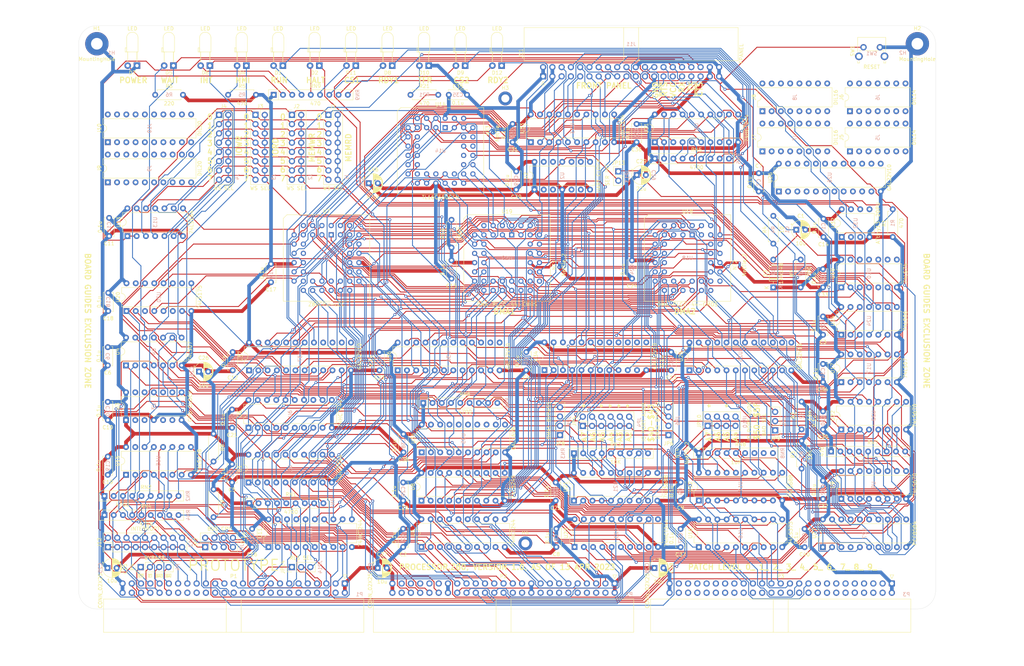
<source format=kicad_pcb>
(kicad_pcb (version 20211014) (generator pcbnew)
  (layers (0 "F.Cu" signal) (31 "B.Cu" signal) (34 "B.Paste" user) (35 "F.Paste" user) (36 "B.SilkS" user "B.Silkscreen") (37 "F.SilkS" user "F.Silkscreen") (38 "B.Mask" user) (39 "F.Mask" user) (44 "Edge.Cuts" user))
  (net 0 "")
  (net 1 "GND")
  (net 2 "VCC")
  (net 3 "Net-(D2-Pad1)")
  (net 4 "Net-(D4-Pad2)")
  (net 5 "Net-(D5-Pad2)")
  (net 6 "Net-(D8-Pad1)")
  (net 7 "Net-(D1-Pad1)")
  (net 8 "Net-(D4-Pad1)")
  (net 9 "Net-(D10-Pad2)")
  (net 10 "Net-(R21-Pad2)")
  (net 11 "Net-(U15-Pad7)")
  (net 12 "Net-(U15-Pad6)")
  (net 13 "Net-(U15-Pad9)")
  (net 14 "~{WAIT}")
  (net 15 "~{INT0}")
  (net 16 "~{TEND1}")
  (net 17 "~{TEND0}")
  (net 18 "~{DREQ1}")
  (net 19 "~{DREQ0}")
  (net 20 "~{IEI}")
  (net 21 "-12V")
  (net 22 "~{EIRQ0}")
  (net 23 "~{EIRQ1}")
  (net 24 "~{EIRQ2}")
  (net 25 "~{EIRQ3}")
  (net 26 "~{EIRQ4}")
  (net 27 "~{EIRQ5}")
  (net 28 "~{EIRQ6}")
  (net 29 "~{EIRQ7}")
  (net 30 "~{RFSH}")
  (net 31 "~{HALT}")
  (net 32 "~{BUSRQ}")
  (net 33 "/bus/CRUCLK")
  (net 34 "~{NMI}")
  (net 35 "CLK")
  (net 36 "~{BUSACK}")
  (net 37 "~{M1}")
  (net 38 "~{MREQ}")
  (net 39 "~{IORQ}")
  (net 40 "~{WR}")
  (net 41 "~{RD}")
  (net 42 "A0")
  (net 43 "A1")
  (net 44 "A2")
  (net 45 "A3")
  (net 46 "A4")
  (net 47 "A5")
  (net 48 "A6")
  (net 49 "A7")
  (net 50 "A8")
  (net 51 "A9")
  (net 52 "A10")
  (net 53 "A11")
  (net 54 "A12")
  (net 55 "A13")
  (net 56 "A14")
  (net 57 "A15")
  (net 58 "+12V")
  (net 59 "D0")
  (net 60 "D1")
  (net 61 "D2")
  (net 62 "D3")
  (net 63 "D4")
  (net 64 "D5")
  (net 65 "D6")
  (net 66 "D7")
  (net 67 "Net-(JP4-Pad12)")
  (net 68 "Net-(JP4-Pad10)")
  (net 69 "Net-(JP4-Pad8)")
  (net 70 "Net-(JP4-Pad6)")
  (net 71 "Net-(JP4-Pad4)")
  (net 72 "Net-(JP4-Pad2)")
  (net 73 "ONE")
  (net 74 "ZERO")
  (net 75 "Net-(D9-Pad1)")
  (net 76 "Net-(D11-Pad1)")
  (net 77 "Net-(D12-Pad1)")
  (net 78 "Net-(RN3-Pad8)")
  (net 79 "Net-(JP7-Pad7)")
  (net 80 "Net-(JP7-Pad5)")
  (net 81 "Net-(JP7-Pad3)")
  (net 82 "Net-(JP7-Pad1)")
  (net 83 "~{BAO}")
  (net 84 "Net-(J11-Pad19)")
  (net 85 "Net-(J11-Pad17)")
  (net 86 "Net-(J11-Pad15)")
  (net 87 "WS-MEMRD")
  (net 88 "WS-MEMWR")
  (net 89 "WS-IORD")
  (net 90 "WS-IOWR")
  (net 91 "~{IM2-EN}")
  (net 92 "~{DMA-BAO2}")
  (net 93 "~{DMA-IEO2}")
  (net 94 "~{CPU-BUSACK}")
  (net 95 "~{DMA-IEI1}")
  (net 96 "~{DMA-INT-PULSE1}")
  (net 97 "~{DMA-INT-PULSE2}")
  (net 98 "~{CPU-IORQ}")
  (net 99 "~{DMA-ADDR}")
  (net 100 "~{CPU-RESET}")
  (net 101 "BUSACK")
  (net 102 "CPU-A1")
  (net 103 "CPU-A0")
  (net 104 "READY")
  (net 105 "~{IM2-INT}")
  (net 106 "~{CPU-WAIT}")
  (net 107 "~{CPU-M1}")
  (net 108 "~{CPU-RFSH}")
  (net 109 "~{CPU-WR}")
  (net 110 "~{CPU-BUSRQ}")
  (net 111 "~{CPU-RD}")
  (net 112 "~{CPU-MREQ}")
  (net 113 "~{BUS-EN}")
  (net 114 "DATA-DIR")
  (net 115 "~{MR}")
  (net 116 "~{DMA-CS2}")
  (net 117 "~{DMA-CS1}")
  (net 118 "DMA-RDY2")
  (net 119 "~{DMA-RESET2}")
  (net 120 "DMA-RDY1")
  (net 121 "~{DMA-RESET1}")
  (net 122 "RDY_Q1")
  (net 123 "~{USR-RESET2}")
  (net 124 "~{USR-RESET1}")
  (net 125 "RDY_Q0")
  (net 126 "~{DMA_RDY_WR}")
  (net 127 "~{FP-LATCH-RD}")
  (net 128 "DATA_XFER")
  (net 129 "FP-LATCH-WR")
  (net 130 "~{FP-LATCH}")
  (net 131 "~{CE_DMA_RDY}")
  (net 132 "Net-(JP9-Pad2)")
  (net 133 "/waitstate/7WS")
  (net 134 "/waitstate/6WS")
  (net 135 "/waitstate/5WS")
  (net 136 "/waitstate/4WS")
  (net 137 "/waitstate/3WS")
  (net 138 "/waitstate/2WS")
  (net 139 "/waitstate/1WS")
  (net 140 "/waitstate/8WS")
  (net 141 "/fpanel/FP-D7")
  (net 142 "/fpanel/FP-D6")
  (net 143 "/fpanel/FP-D5")
  (net 144 "/fpanel/FP-D4")
  (net 145 "/fpanel/FP-D3")
  (net 146 "/fpanel/FP-D2")
  (net 147 "/fpanel/FP-D1")
  (net 148 "/fpanel/FP-D0")
  (net 149 "~{DMA-BAO1}")
  (net 150 "~{DMA-IEO1}")
  (net 151 "/DMA/GND-DMA1")
  (net 152 "/DMA/GND-DMA2")
  (net 153 "CPU-A3")
  (net 154 "CPU-A4")
  (net 155 "CPU-A2")
  (net 156 "CPU-A5")
  (net 157 "CPU-A6")
  (net 158 "CPU-A7")
  (net 159 "RAW-CLK")
  (net 160 "CPU-A11")
  (net 161 "CPU-A12")
  (net 162 "CPU-A10")
  (net 163 "CPU-A13")
  (net 164 "CPU-A9")
  (net 165 "CPU-A14")
  (net 166 "CPU-A8")
  (net 167 "CPU-A15")
  (net 168 "~{CPU-NMI}")
  (net 169 "~{CPU-INT}")
  (net 170 "~{CPU-HALT}")
  (net 171 "CPU-D1")
  (net 172 "CPU-D7")
  (net 173 "CPU-D6")
  (net 174 "CPU-D3")
  (net 175 "CPU-D0")
  (net 176 "CPU-D2")
  (net 177 "CPU-D5")
  (net 178 "CPU-D4")
  (net 179 "Net-(JP10-Pad8)")
  (net 180 "Net-(JP10-Pad6)")
  (net 181 "Net-(JP10-Pad4)")
  (net 182 "Net-(JP10-Pad2)")
  (net 183 "A16")
  (net 184 "A17")
  (net 185 "A18")
  (net 186 "A19")
  (net 187 "A20")
  (net 188 "A21")
  (net 189 "mA21")
  (net 190 "mA20")
  (net 191 "mA19")
  (net 192 "mA18")
  (net 193 "mA17")
  (net 194 "mA16")
  (net 195 "mA15")
  (net 196 "mA14")
  (net 197 "~{CS_MAP}")
  (net 198 "SEL-A14")
  (net 199 "SEL-A15")
  (net 200 "~{IEO}")
  (net 201 "~{BAI}")
  (net 202 "~{IM2-IEO}")
  (net 203 "IO-SEL")
  (net 204 "~{PAGE_WR}")
  (net 205 "~{PAGE_EN}")
  (net 206 "~{PGEN_WR}")
  (net 207 "INT")
  (net 208 "RESET")
  (net 209 "Net-(RN8-Pad6)")
  (net 210 "~{CS_IO}")
  (net 211 "470H")
  (net 212 "470G")
  (net 213 "470E")
  (net 214 "470F")
  (net 215 "470A")
  (net 216 "470D")
  (net 217 "470C")
  (net 218 "470B")
  (net 219 "10KA")
  (net 220 "UART-CLK")
  (net 221 "Net-(U14-Pad10)")
  (net 222 "Net-(JP13-Pad2)")
  (net 323 "/bus/E")
  (net 324 "/bus/ST")
  (net 325 "/bus/PHI")
  (net 326 "/bus/~{INT2}")
  (net 327 "/bus/~{INT1}")
  (net 328 "~{RES_IN}")
  (net 329 "/bus/CRUOUT")
  (net 330 "/bus/CRUIN")
  (net 331 "~{RES_OUT}")
  (net 332 "/bus/USER8")
  (net 333 "/bus/USER7")
  (net 334 "/bus/USER6")
  (net 335 "/bus/USER5")
  (net 336 "/bus/USER4")
  (net 337 "/bus/USER3")
  (net 338 "/bus/USER2")
  (net 339 "/bus/USER1")
  (net 340 "/bus/USER0")
  (net 341 "Net-(J12-Pad1)")
  (net 342 "I2C_SDA")
  (net 343 "/bus/A31")
  (net 344 "/bus/A30")
  (net 345 "/bus/A29")
  (net 346 "/bus/A28")
  (net 347 "/bus/A27")
  (net 348 "/bus/A26")
  (net 349 "/bus/A25")
  (net 350 "/bus/A24")
  (net 351 "/bus/A23")
  (net 352 "/bus/A22")
  (net 353 "/bus/IC3")
  (net 354 "/bus/IC2")
  (net 355 "/bus/IC1")
  (net 356 "/bus/IC0")
  (net 357 "/bus/AUXCLK1")
  (net 358 "/bus/AUXCLK0")
  (net 359 "/bus/D15")
  (net 360 "/bus/D31")
  (net 361 "/bus/D14")
  (net 362 "/bus/D30")
  (net 363 "/bus/D13")
  (net 364 "/bus/D29")
  (net 365 "/bus/D12")
  (net 366 "/bus/D28")
  (net 367 "/bus/D11")
  (net 368 "/bus/D27")
  (net 369 "/bus/D10")
  (net 370 "/bus/D26")
  (net 371 "/bus/D9")
  (net 372 "/bus/D25")
  (net 373 "/bus/D8")
  (net 374 "/bus/D24")
  (net 375 "/bus/D23")
  (net 376 "/bus/D22")
  (net 377 "/bus/D21")
  (net 378 "/bus/D20")
  (net 379 "/bus/D19")
  (net 380 "/bus/D18")
  (net 381 "/bus/D17")
  (net 382 "/bus/D16")
  (net 383 "/bus/~{BUSERR}")
  (net 384 "/bus/UDS")
  (net 385 "/bus/~{VPA}")
  (net 386 "/bus/LDS")
  (net 387 "/bus/~{VMA}")
  (net 388 "/bus/S2")
  (net 389 "/bus/~{BHE}")
  (net 390 "/bus/S1")
  (net 391 "/bus/IPL2")
  (net 392 "/bus/S0")
  (net 393 "/bus/IPL1")
  (net 394 "/bus/AUXCLK3")
  (net 395 "/bus/IPL0")
  (net 396 "/bus/AUXCLK2")
  (net 397 "I2C_SCL")
  (net 448 "~{INT-I2C}")
  (net 449 "INT-I2C")
  (net 451 "~{CS_I2C_WR}")
  (net 453 "~{AxPRIME}")
  (net 505 "~{CS_I2C}")
  (net 508 "~{RTS}")
  (net 509 "RX")
  (net 510 "TX")
  (net 511 "~{CTS}")
  (net 512 "~{CS_UART}")
  (net 513 "~{WAIT-EN}")
  (net 514 "~{EXT_RES}")
  (net 515 "~{IM2-EN-OE}")
  (net 516 "~{INT0-EN}")
  (net 517 "Net-(J11-Pad5)")
  (net 518 "Net-(J11-Pad7)")
  (net 519 "Net-(J11-Pad9)")
  (net 520 "Net-(J11-Pad11)")
  (net 521 "Net-(J11-Pad13)")
  (footprint "Connector_IDC:IDC-Header_2x25_P2.54mm_Horizontal" (layer "F.Cu") (at 108 223 -90)
    (fp_text reference "P1")
    (fp_text value "CONN_02X25")
  )
  (footprint "Capacitor_THT:C_Disc_D5.0mm_W2.5mm_P5.00mm" (layer "F.Cu") (at 124 208 -90)
    (fp_text reference "C2")
    (fp_text value "0.1u")
  )
  (footprint "Capacitor_THT:C_Disc_D5.0mm_W2.5mm_P5.00mm" (layer "F.Cu") (at 239.125 149.8 -90)
    (fp_text reference "C3")
    (fp_text value "0.1u")
  )
  (footprint "Capacitor_THT:C_Disc_D5.0mm_W2.5mm_P5.00mm" (layer "F.Cu") (at 157.75 159.55 -90)
    (fp_text reference "C4")
    (fp_text value "0.1u")
  )
  (footprint "Capacitor_THT:C_Disc_D5.0mm_W2.5mm_P5.00mm" (layer "F.Cu") (at 77.075 190.3 -90)
    (fp_text reference "C5")
    (fp_text value "0.1u")
  )
  (footprint "Capacitor_THT:C_Disc_D5.0mm_W2.5mm_P5.00mm" (layer "F.Cu") (at 43 158.2 -90)
    (fp_text reference "C6")
    (fp_text value "0.1u")
  )
  (footprint "Capacitor_THT:C_Disc_D5.0mm_W2.5mm_P5.00mm" (layer "F.Cu") (at 166 208 -90)
    (fp_text reference "C8")
    (fp_text value "0.1u")
  )
  (footprint "Capacitor_THT:C_Disc_D5.0mm_W2.5mm_P5.00mm" (layer "F.Cu") (at 200.075 195.25 -90)
    (fp_text reference "C9")
    (fp_text value "0.1u")
  )
  (footprint "Capacitor_THT:C_Disc_D5.0mm_W2.5mm_P5.00mm" (layer "F.Cu") (at 43 173.2 -90)
    (fp_text reference "C10")
    (fp_text value "0.1u")
  )
  (footprint "Capacitor_THT:C_Disc_D5.0mm_W2.5mm_P5.00mm" (layer "F.Cu") (at 43.375 122.75 -90)
    (fp_text reference "C11")
    (fp_text value "0.1u")
  )
  (footprint "Capacitor_THT:C_Disc_D5.0mm_W2.5mm_P5.00mm" (layer "F.Cu") (at 239.25 123 -90)
    (fp_text reference "C14")
    (fp_text value "0.1u")
  )
  (footprint "Capacitor_THT:C_Disc_D5.0mm_W2.5mm_P5.00mm" (layer "F.Cu") (at 137.25 134.4 -90)
    (fp_text reference "C15")
    (fp_text value "0.1u")
  )
  (footprint "Capacitor_THT:CP_Radial_D5.0mm_P2.50mm" (layer "F.Cu") (at 42.9296 218.75)
    (fp_text reference "C25")
    (fp_text value "10u")
  )
  (footprint "Capacitor_THT:CP_Radial_D5.0mm_P2.50mm" (layer "F.Cu") (at 68.0199 164.9)
    (fp_text reference "C26")
    (fp_text value "10u")
  )
  (footprint "Capacitor_THT:C_Disc_D5.0mm_W2.5mm_P5.00mm" (layer "F.Cu") (at 87.75 135.39 -90)
    (fp_text reference "C17")
    (fp_text value "0.1u")
  )
  (footprint "Capacitor_THT:C_Disc_D5.0mm_W2.5mm_P5.00mm" (layer "F.Cu") (at 124 195.3 -90)
    (fp_text reference "C20")
    (fp_text value "0.1u")
  )
  (footprint "Capacitor_THT:C_Disc_D5.0mm_W2.5mm_P5.00mm" (layer "F.Cu") (at 77.075 175.3 -90)
    (fp_text reference "C21")
    (fp_text value "0.1u")
  )
  (footprint "Capacitor_THT:C_Disc_D5.0mm_W2.5mm_P5.00mm" (layer "F.Cu") (at 165.825 195.3 -90)
    (fp_text reference "C22")
    (fp_text value "0.1u")
  )
  (footprint "Capacitor_THT:C_Disc_D5.0mm_W2.5mm_P5.00mm" (layer "F.Cu") (at 117.5 159.55 -90)
    (fp_text reference "C23")
    (fp_text value "0.1u")
  )
  (footprint "Capacitor_THT:CP_Radial_D5.0mm_P2.50mm" (layer "F.Cu") (at 117 218.75)
    (fp_text reference "C27")
    (fp_text value "10u")
  )
  (footprint "Capacitor_THT:CP_Radial_D5.0mm_P2.50mm" (layer "F.Cu") (at 192.8847 218.75)
    (fp_text reference "C28")
    (fp_text value "10u")
  )
  (footprint "Capacitor_THT:CP_Radial_D5.0mm_P2.50mm" (layer "F.Cu") (at 188.0449 111)
    (fp_text reference "C29")
    (fp_text value "22u")
  )
  (footprint "LED_THT:LED_D3.0mm_Horizontal_O3.81mm_Z2.0mm" (layer "F.Cu") (at 81 81 180)
    (fp_text reference "D4")
    (fp_text value "LED")
  )
  (footprint "LED_THT:LED_D3.0mm_Horizontal_O3.81mm_Z2.0mm" (layer "F.Cu") (at 61 81 180)
    (fp_text reference "D5")
    (fp_text value "LED")
  )
  (footprint "LED_THT:LED_D3.0mm_Horizontal_O3.81mm_Z2.0mm" (layer "F.Cu") (at 71 81 180)
    (fp_text reference "D6")
    (fp_text value "LED")
  )
  (footprint "LED_THT:LED_D3.0mm_Horizontal_O3.81mm_Z2.0mm" (layer "F.Cu") (at 91 81 180)
    (fp_text reference "D1")
    (fp_text value "LED")
  )
  (footprint "LED_THT:LED_D3.0mm_Horizontal_O3.81mm_Z2.0mm" (layer "F.Cu") (at 101 81 180)
    (fp_text reference "D2")
    (fp_text value "LED")
  )
  (footprint "Resistor_THT:R_Axial_DIN0207_L6.3mm_D2.5mm_P7.62mm_Horizontal" (layer "F.Cu") (at 76 89)
    (fp_text reference "R5")
    (fp_text value "470")
  )
  (footprint "Resistor_THT:R_Axial_DIN0207_L6.3mm_D2.5mm_P7.62mm_Horizontal" (layer "F.Cu") (at 56 89)
    (fp_text reference "R6")
    (fp_text value "220")
  )
  (footprint "Resistor_THT:R_Array_SIP9" (layer "F.Cu") (at 42.075 199)
    (fp_text reference "RN2")
    (fp_text value "4700")
  )
  (footprint "Package_DIP:DIP-14_W7.62mm" (layer "F.Cu") (at 48 163.2 90)
    (fp_text reference "U4")
    (fp_text value "74LS07")
  )
  (footprint "Package_DIP:DIP-20_W7.62mm" (layer "F.Cu") (at 129 213 90)
    (fp_text reference "U5")
    (fp_text value "74HCT244")
  )
  (footprint "Package_DIP:DIP-20_W7.62mm" (layer "F.Cu") (at 81.575 180.3 90)
    (fp_text reference "U6")
    (fp_text value "74HCT244")
  )
  (footprint "Package_DIP:DIP-20_W7.62mm" (layer "F.Cu") (at 129 200.3 90)
    (fp_text reference "U8")
    (fp_text value "74LS245")
  )
  (footprint "Package_DIP:DIP-16_W7.62mm" (layer "F.Cu") (at 48 193.2 90)
    (fp_text reference "U15")
    (fp_text value "74LS148")
  )
  (footprint "Package_DIP:DIP-20_W7.62mm" (layer "F.Cu") (at 81.575 195.3 90)
    (fp_text reference "U1")
    (fp_text value "74HCT244")
  )
  (footprint "Connector_IDC:IDC-Header_2x25_P2.54mm_Horizontal" (layer "F.Cu") (at 182 223 -90)
    (fp_text reference "P2")
    (fp_text value "CONN_02X25")
  )
  (footprint "MountingHole:MountingHole_3.2mm_M3_Pad" (layer "F.Cu") (at 265 75)
    (fp_text reference "H2")
    (fp_text value "MountingHole")
  )
  (footprint "Resistor_THT:R_Array_SIP9" (layer "F.Cu") (at 81.8 201)
    (fp_text reference "RN1")
    (fp_text value "4700")
  )
  (footprint "Package_DIP:DIP-20_W7.62mm" (layer "F.Cu") (at 87.075 213.025 90)
    (fp_text reference "U11")
    (fp_text value "74HCT244")
  )
  (footprint "Package_DIP:DIP-20_W7.62mm" (layer "F.Cu") (at 205.075 213.05 90)
    (fp_text reference "U16")
    (fp_text value "74LS373")
  )
  (footprint "Connector_PinHeader_2.54mm:PinHeader_2x08_P2.54mm_Vertical" (layer "F.Cu") (at 83.5 94.5)
    (fp_text reference "J3")
    (fp_text value "WS SEL")
  )
  (footprint "Connector_PinHeader_2.54mm:PinHeader_2x08_P2.54mm_Vertical" (layer "F.Cu") (at 103.5 94.5)
    (fp_text reference "J1")
    (fp_text value "WS SEL")
  )
  (footprint "Capacitor_THT:C_Disc_D5.0mm_W2.5mm_P5.00mm" (layer "F.Cu") (at 43 188.2 -90)
    (fp_text reference "C19")
    (fp_text value "0.1u")
  )
  (footprint "Capacitor_THT:C_Disc_D5.0mm_W2.5mm_P5.00mm" (layer "F.Cu") (at 43.125 143.3 -90)
    (fp_text reference "C18")
    (fp_text value "0.1u")
  )
  (footprint "Capacitor_THT:C_Disc_D5.0mm_W2.5mm_P5.00mm" (layer "F.Cu") (at 77.25 159.55 -90)
    (fp_text reference "C12")
    (fp_text value "0.1u")
  )
  (footprint "Capacitor_THT:C_Disc_D5.0mm_W2.5mm_P5.00mm" (layer "F.Cu") (at 82.575 208.025 -90)
    (fp_text reference "C16")
    (fp_text value "0.1u")
  )
  (footprint "Package_DIP:DIP-14_W7.62mm" (layer "F.Cu") (at 48 178.2 90)
    (fp_text reference "U3")
    (fp_text value "CPU CLOCK")
  )
  (footprint "MountingHole:MountingHole_3.2mm_M3_Pad" (layer "F.Cu") (at 40 75)
    (fp_text reference "H1")
    (fp_text value "MountingHole")
  )
  (footprint "LED_THT:LED_D3.0mm_Horizontal_O3.81mm_Z2.0mm" (layer "F.Cu") (at 51 81 180)
    (fp_text reference "D7")
    (fp_text value "LED")
  )
  (footprint "Connector_IDC:IDC-Header_2x25_P2.54mm_Horizontal" (layer "F.Cu") (at 258 223 -90)
    (fp_text reference "P3")
    (fp_text value "CONN_02X25")
  )
  (footprint "Package_DIP:DIP-14_W7.62mm" (layer "F.Cu") (at 48.375 127.75 90)
    (fp_text reference "U13")
    (fp_text value "74LS164")
  )
  (footprint "Capacitor_THT:C_Disc_D5.0mm_W2.5mm_P5.00mm" (layer "F.Cu") (at 188 97 -90)
    (fp_text reference "C36")
    (fp_text value "0.1u")
  )
  (footprint "Capacitor_THT:C_Disc_D5.0mm_W2.5mm_P5.00mm" (layer "F.Cu") (at 124.075 182.05 -90)
    (fp_text reference "C38")
    (fp_text value "0.1u")
  )
  (footprint "Capacitor_THT:CP_Radial_D5.0mm_P2.50mm" (layer "F.Cu") (at 114.5449 113.25)
    (fp_text reference "C46")
    (fp_text value "47uF")
  )
  (footprint "LED_THT:LED_D3.0mm_Horizontal_O3.81mm_Z2.0mm" (layer "F.Cu") (at 121 81 180)
    (fp_text reference "D8")
    (fp_text value "LED")
  )
  (footprint "LED_THT:LED_D3.0mm_Horizontal_O3.81mm_Z2.0mm" (layer "F.Cu") (at 131 81 180)
    (fp_text reference "D10")
    (fp_text value "LED")
  )
  (footprint "Connector_PinHeader_2.54mm:PinHeader_2x06_P2.54mm_Vertical" (layer "F.Cu") (at 173.25 179.8 90)
    (fp_text reference "JP4")
    (fp_text value "IO PORT ADDR")
  )
  (footprint "Resistor_THT:R_Axial_DIN0207_L6.3mm_D2.5mm_P7.62mm_Horizontal" (layer "F.Cu") (at 126 89)
    (fp_text reference "R21")
    (fp_text value "470")
  )
  (footprint "Resistor_THT:R_Array_SIP9" (layer "F.Cu") (at 170.825 187.3)
    (fp_text reference "RN3")
    (fp_text value "10K")
  )
  (footprint "Package_DIP:DIP-14_W7.62mm" (layer "F.Cu") (at 244.125 167.8 90)
    (fp_text reference "U17")
    (fp_text value "74LS07")
  )
  (footprint "Package_LCC:PLCC-44_THT-Socket" (layer "F.Cu") (at 153.75 127.4)
    (fp_text reference "U19")
    (fp_text value "DMA-PLCC-44-CMOS")
  )
  (footprint "Package_DIP:DIP-20_W7.62mm" (layer "F.Cu") (at 170.825 200.3 90)
    (fp_text reference "U21")
    (fp_text value "74LS688")
  )
  (footprint "Package_LCC:PLCC-44_THT-Socket" (layer "F.Cu") (at 104.25 127.39)
    (fp_text reference "U7")
    (fp_text value "Z80CPU-LCC")
  )
  (footprint "Connector_PinHeader_2.54mm:PinHeader_2x08_P2.54mm_Vertical" (layer "F.Cu") (at 73.5 94.5)
    (fp_text reference "J4")
    (fp_text value "WS SEL")
  )
  (footprint "Connector_PinHeader_2.54mm:PinHeader_2x08_P2.54mm_Vertical" (layer "F.Cu") (at 93.5 94.5)
    (fp_text reference "J2")
    (fp_text value "WS SEL")
  )
  (footprint "Capacitor_THT:CP_Radial_D5.0mm_P2.50mm" (layer "F.Cu") (at 231.7949 126)
    (fp_text reference "C1")
    (fp_text value "10u")
  )
  (footprint "Package_DIP:DIP-14_W7.62mm" (layer "F.Cu") (at 246.5 104.5 90)
    (fp_text reference "J5")
    (fp_text value "DIL14")
  )
  (footprint "Package_DIP:DIP-14_W7.62mm" (layer "F.Cu") (at 246.5 93.5 90)
    (fp_text reference "J6")
    (fp_text value "DIL14")
  )
  (footprint "Package_DIP:DIP-16_W7.62mm" (layer "F.Cu") (at 222.5 104.5 90)
    (fp_text reference "J7")
    (fp_text value "DIL16")
  )
  (footprint "Package_DIP:DIP-16_W7.62mm" (layer "F.Cu") (at 222.5 93.5 90)
    (fp_text reference "J8")
    (fp_text value "DIL16")
  )
  (footprint "LED_THT:LED_D3.0mm_Horizontal_O3.81mm_Z2.0mm" (layer "F.Cu") (at 141 81 180)
    (fp_text reference "D9")
    (fp_text value "LED")
  )
  (footprint "LED_THT:LED_D3.0mm_Horizontal_O3.81mm_Z2.0mm" (layer "F.Cu") (at 111 81 180)
    (fp_text reference "D11")
    (fp_text value "LED")
  )
  (footprint "LED_THT:LED_D3.0mm_Horizontal_O3.81mm_Z2.0mm" (layer "F.Cu") (at 151 81 180)
    (fp_text reference "D12")
    (fp_text value "LED")
  )
  (footprint "Package_DIP:DIP-14_W7.62mm" (layer "F.Cu") (at 244.125 154.8 90)
    (fp_text reference "U24")
    (fp_text value "74LS06")
  )
  (footprint "Connector_PinHeader_2.54mm:PinHeader_2x04_P2.54mm_Vertical" (layer "F.Cu") (at 69.7 213.025 90)
    (fp_text reference "JP7")
    (fp_text value "BUS CPU")
  )
  (footprint "Resistor_THT:R_Array_SIP9" (layer "F.Cu") (at 42.075 204.25)
    (fp_text reference "RN4")
    (fp_text value "4700")
  )
  (footprint "Connector_IDC:IDC-Header_2x20_P2.54mm_Horizontal" (layer "F.Cu") (at 162.37 83.9475 90)
    (fp_text reference "J11")
    (fp_text value "FPANEL")
  )
  (footprint "Resistor_THT:R_Axial_DIN0207_L6.3mm_D2.5mm_P7.62mm_Horizontal" (layer "F.Cu") (at 137.25 130.9 90)
    (fp_text reference "R10")
    (fp_text value "1800")
  )
  (footprint "Resistor_THT:R_Array_SIP9" (layer "F.Cu") (at 193 106.5)
    (fp_text reference "RN5")
    (fp_text value "4700")
  )
  (footprint "Package_DIP:DIP-20_W7.62mm" (layer "F.Cu") (at 193 102 90)
    (fp_text reference "U31")
    (fp_text value "74HCT244")
  )
  (footprint "Connector_PinHeader_2.54mm:PinHeader_1x04_P2.54mm_Vertical" (layer "F.Cu") (at 167 182.3 180)
    (fp_text reference "JP8")
    (fp_text value "DMA1 BYPASS")
  )
  (footprint "Resistor_THT:R_Array_SIP9" (layer "F.Cu") (at 129.5 173.5)
    (fp_text reference "RN6")
    (fp_text value "4700")
  )
  (footprint "Package_DIP:DIP-24_W7.62mm" (layer "F.Cu") (at 162.725 164.5 90)
    (fp_text reference "U34")
    (fp_text value "GAL22V10")
  )
  (footprint "Package_DIP:DIP-20_W7.62mm" (layer "F.Cu") (at 129.075 187.05 90)
    (fp_text reference "U35")
    (fp_text value "GAL16V8")
  )
  (footprint "Package_DIP:DIP-24_W7.62mm" (layer "F.Cu") (at 122.5 164.55 90)
    (fp_text reference "U36")
    (fp_text value "GAL22V10")
  )
  (footprint "Package_DIP:DIP-20_W7.62mm" (layer "F.Cu") (at 159 102 90)
    (fp_text reference "U33")
    (fp_text value "74HCT374")
  )
  (footprint "Package_DIP:DIP-24_W7.62mm" (layer "F.Cu") (at 81.75 164.55 90)
    (fp_text reference "U37")
    (fp_text value "GAL22V10")
  )
  (footprint "Package_DIP:DIP-16_W7.62mm" (layer "F.Cu") (at 48.125 148.3 90)
    (fp_text reference "U20")
    (fp_text value "74LS175")
  )
  (footprint "Connector_PinHeader_2.54mm:PinHeader_1x03_P2.54mm_Vertical" (layer "F.Cu") (at 226 181.025 180)
    (fp_text reference "JP9")
    (fp_text value "BAO SEL")
  )
  (footprint "Capacitor_THT:C_Disc_D5.0mm_W2.5mm_P5.00mm" (layer "F.Cu") (at 200.075 208.05 -90)
    (fp_text reference "C37")
    (fp_text value "0.1u")
  )
  (footprint "Package_DIP:DIP-20_W7.62mm" (layer "F.Cu") (at 43 113 90)
    (fp_text reference "J9")
    (fp_text value "DIL20")
  )
  (footprint "Package_DIP:DIP-20_W7.62mm" (layer "F.Cu") (at 43 102 90)
    (fp_text reference "J10")
    (fp_text value "DIL20")
  )
  (footprint "Connector_PinHeader_2.54mm:PinHeader_2x04_P2.54mm_Vertical" (layer "F.Cu") (at 207.5 179.775 90)
    (fp_text reference "JP10")
    (fp_text value "IO PORT ADDR")
  )
  (footprint "Resistor_THT:R_Array_SIP9" (layer "F.Cu") (at 241.34 186.8)
    (fp_text reference "RN7")
    (fp_text value "470")
  )
  (footprint "Resistor_THT:R_Array_SIP9" (layer "F.Cu") (at 205.075 187.25)
    (fp_text reference "RN8")
    (fp_text value "10K")
  )
  (footprint "Package_DIP:DIP-16_W7.62mm" (layer "F.Cu") (at 244.125 199.8 90)
    (fp_text reference "U9")
    (fp_text value "74LS670")
  )
  (footprint "Package_DIP:DIP-14_W7.62mm" (layer "F.Cu") (at 244.125 141.8 90)
    (fp_text reference "U10")
    (fp_text value "74LS74")
  )
  (footprint "Package_DIP:DIP-20_W7.62mm" (layer "F.Cu") (at 205.075 200.25 90)
    (fp_text reference "U12")
    (fp_text value "74LS688")
  )
  (footprint "Package_DIP:DIP-16_W7.62mm" (layer "F.Cu") (at 244.125 180.8 90)
    (fp_text reference "U22")
    (fp_text value "74LS670")
  )
  (footprint "Package_DIP:DIP-20_W7.62mm" (layer "F.Cu") (at 171 213 90)
    (fp_text reference "U23")
    (fp_text value "74HCT244")
  )
  (footprint "Package_DIP:DIP-8_W7.62mm" (layer "F.Cu") (at 244.25 128 90)
    (fp_text reference "U32")
    (fp_text value "ATtiny13-20PU")
  )
  (footprint "Capacitor_THT:C_Disc_D5.0mm_W2.5mm_P5.00mm" (layer "F.Cu") (at 239.125 175.8 -90)
    (fp_text reference "C30")
    (fp_text value "0.1u")
  )
  (footprint "Capacitor_THT:C_Disc_D5.0mm_W2.5mm_P5.00mm" (layer "F.Cu") (at 154 97 -90)
    (fp_text reference "C31")
    (fp_text value "0.1u")
  )
  (footprint "Capacitor_THT:C_Disc_D5.0mm_W2.5mm_P5.00mm" (layer "F.Cu") (at 239.125 194.8 -90)
    (fp_text reference "C32")
    (fp_text value "0.1u")
  )
  (footprint "Capacitor_THT:C_Disc_D5.0mm_W2.5mm_P5.00mm" (layer "F.Cu") (at 239.125 136.8 -90)
    (fp_text reference "C33")
    (fp_text value "0.1u")
  )
  (footprint "Capacitor_THT:C_Disc_D5.0mm_W2.5mm_P5.00mm" (layer "F.Cu") (at 239.125 162.8 -90)
    (fp_text reference "C34")
    (fp_text value "0.1u")
  )
  (footprint "Package_DIP:DIP-24_W7.62mm" (layer "F.Cu") (at 227 115.5 90)
    (fp_text reference "U26")
    (fp_text value "GAL22V10")
  )
  (footprint "Capacitor_THT:C_Disc_D5.0mm_W2.5mm_P5.00mm" (layer "F.Cu") (at 221.5 110.5 -90)
    (fp_text reference "C7")
    (fp_text value "0.1u")
  )
  (footprint "Capacitor_THT:C_Disc_D5.0mm_W2.5mm_P5.00mm" (layer "F.Cu") (at 136.5 89)
    (fp_text reference "C35")
    (fp_text value "0.1u")
  )
  (footprint "Package_LCC:PLCC-44_THT-Socket" (layer "F.Cu") (at 135.5 98)
    (fp_text reference "U14")
    (fp_text value "TL16C550CFN")
  )
  (footprint "Package_DIP:DIP-14_W7.62mm" (layer "F.Cu") (at 160 115 90)
    (fp_text reference "U2")
    (fp_text value "UART CLOCK")
  )
  (footprint "Package_DIP:DIP-24_W7.62mm" (layer "F.Cu") (at 202.5 164.55 90)
    (fp_text reference "U25")
    (fp_text value "GAL22V10")
  )
  (footprint "Connector_PinHeader_2.54mm:PinHeader_1x02_P2.54mm_Vertical" (layer "F.Cu") (at 183 110)
    (fp_text reference "JP13")
    (fp_text value "SER INT")
  )
  (footprint "Diode_THT:D_DO-35_SOD27_P7.62mm_Horizontal" (layer "F.Cu") (at 225.5 141.81 90)
    (fp_text reference "D3")
    (fp_text value "1N4148")
  )
  (footprint "Resistor_THT:R_Axial_DIN0207_L6.3mm_D2.5mm_P7.62mm_Horizontal" (layer "F.Cu") (at 225.5 129.81 90)
    (fp_text reference "R4")
    (fp_text value "10")
  )
  (footprint "Button_Switch_THT:SW_Tactile_SPST_Angled_PTS645Vx58-2LFS" (layer "F.Cu") (at 250.225 75.9625)
    (fp_text reference "SW1")
    (fp_text value "RESET")
  )
  (footprint "Capacitor_THT:C_Disc_D5.0mm_W2.5mm_P5.00mm" (layer "F.Cu") (at 155 110 -90)
    (fp_text reference "C39")
    (fp_text value "0.1u")
  )
  (footprint "Resistor_THT:R_Array_SIP9" (layer "F.Cu") (at 88.5 89)
    (fp_text reference "RN9")
    (fp_text value "470")
  )
  (footprint "Resistor_THT:R_Axial_DIN0207_L6.3mm_D2.5mm_P7.62mm_Horizontal" (layer "F.Cu") (at 258.25 128 90)
    (fp_text reference "R1")
    (fp_text value "470")
  )
  (footprint "Package_LCC:PLCC-44_THT-Socket" (layer "F.Cu") (at 203.25 127.4)
    (fp_text reference "U18")
    (fp_text value "DMA-PLCC-44-CMOS")
  )
  (footprint "Connector_PinHeader_2.54mm:PinHeader_1x04_P2.54mm_Vertical" (layer "F.Cu") (at 196.75 182.3 180)
    (fp_text reference "JP6")
    (fp_text value "DMA2 BYPASS")
  )
  (footprint "Capacitor_THT:C_Disc_D5.0mm_W2.5mm_P5.00mm" (layer "F.Cu") (at 197.5 159.55 -90)
    (fp_text reference "C13")
    (fp_text value "0.1u")
  )
  (footprint "Capacitor_THT:C_Disc_D5.0mm_W2.5mm_P5.00mm" (layer "F.Cu") (at 186.75 134.4 -90)
    (fp_text reference "C24")
    (fp_text value "0.1u")
  )
  (footprint "Connector_PinHeader_2.54mm:PinHeader_1x04_P2.54mm_Vertical" (layer "F.Cu") (at 52.018 218.5 90)
    (fp_text reference "P4")
    (fp_text value "BYPASS")
  )
  (footprint "NetTie:NetTie-2_THT_Pad0.3mm" (layer "F.Cu") (at 216.25 136.25 90)
    (fp_text reference "NT2")
    (fp_text value "NetTie_2")
  )
  (footprint "Resistor_THT:R_Axial_DIN0207_L6.3mm_D2.5mm_P7.62mm_Horizontal" (layer "F.Cu") (at 233.25 191.5 90)
    (fp_text reference "R3")
    (fp_text value "10K")
  )
  (footprint "NetTie:NetTie-2_THT_Pad0.3mm" (layer "F.Cu") (at 200.5 187.85 90)
    (fp_text reference "NT4")
    (fp_text value "NetTie_2")
  )
  (footprint "NetTie:NetTie-2_THT_Pad0.3mm" (layer "F.Cu") (at 148.5 99.35 90)
    (fp_text reference "NT3")
    (fp_text value "NetTie_2")
  )
  (footprint "Package_DIP:DIP-20_W7.62mm" (layer "F.Cu") (at 239.075 213.05 90)
    (fp_text reference "U27")
    (fp_text value "PCF8584")
  )
  (footprint "NetTie:NetTie-2_THT_Pad0.3mm" (layer "F.Cu") (at 166.75 136.25 90)
    (fp_text reference "NT1")
    (fp_text value "NetTie_2")
  )
  (footprint "Capacitor_THT:C_Disc_D5.0mm_W2.5mm_P5.00mm" (layer "F.Cu") (at 234.075 208.05 -90)
    (fp_text reference "C40")
    (fp_text value "0.1u")
  )
  (footprint "Resistor_THT:R_Axial_DIN0207_L6.3mm_D2.5mm_P7.62mm_Horizontal" (layer "F.Cu") (at 233 141.81 90)
    (fp_text reference "R7")
    (fp_text value "4700")
  )
  (footprint "MountingHole:MountingHole_2.2mm_M2_DIN965_Pad" (layer "F.Cu") (at 152 90)
    (fp_text reference "H3")
    (fp_text value "MountingHole")
  )
  (footprint "Connector_PinHeader_2.54mm:PinHeader_1x03_P2.54mm_Vertical" (layer "F.Cu") (at 93.475 218.5 90)
    (fp_text reference "JP14")
    (fp_text value "RES SEL")
  )
  (footprint "Resistor_THT:R_Axial_DIN0207_L6.3mm_D2.5mm_P7.62mm_Horizontal" (layer "F.Cu") (at 72 197.19 -90)
    (fp_text reference "R9")
    (fp_text value "4700")
  )
  (footprint "Resistor_THT:R_Axial_DIN0207_L6.3mm_D2.5mm_P7.62mm_Horizontal" (layer "F.Cu") (at 233.25 180.75 90)
    (fp_text reference "R2")
    (fp_text value "10K")
  )
  (footprint "Resistor_THT:R_Axial_DIN0207_L6.3mm_D2.5mm_P7.62mm_Horizontal" (layer "F.Cu") (at 72 181.94 -90)
    (fp_text reference "R8")
    (fp_text value "4700")
  )
  (footprint "MountingHole:MountingHole_2.2mm_M2_DIN965_Pad" (layer "F.Cu") (at 157.5 212)
    (fp_text reference "H4")
    (fp_text value "MountingHole")
  )
  (footprint "Connector_PinHeader_2.54mm:PinHeader_2x09_P2.54mm_Vertical" (layer "F.Cu") (at 43.05 213.025 90)
    (fp_text reference "J12")
    (fp_text value "INTERRUPT")
  )
  (gr_line (start 35 75) (end 35 225) (layer "Edge.Cuts") (width 0.05))
  (gr_line (start 40 230) (end 265 230) (layer "Edge.Cuts") (width 0.05))
  (gr_line (start 270 225) (end 270 75) (layer "Edge.Cuts") (width 0.05))
  (gr_line (start 265 70) (end 40 70) (layer "Edge.Cuts") (width 0.05))
  (gr_arc (start 270 225) (mid 268.535534 228.535534) (end 265 230) (layer "Edge.Cuts") (width 0.05))
  (gr_arc (start 40 230) (mid 36.464466 228.535534) (end 35 225) (layer "Edge.Cuts") (width 0.05))
  (gr_arc (start 35 75) (mid 36.464466 71.464466) (end 40 70) (layer "Edge.Cuts") (width 0.05))
  (gr_arc (start 265 70) (mid 268.535534 71.464466) (end 270 75) (layer "Edge.Cuts") (width 0.05))
  (gr_text "BOARD GUIDES EXCLUSION ZONE" (at 37.5 151 -90) (layer "F.SilkS") (effects (font (size 1.5 1.5) (thickness 0.3))))
  (gr_text "CS1" (at 110 85) (layer "F.SilkS") (effects (font (size 1.5 1.5) (thickness 0.3))))
  (gr_text "RDY2" (at 150 85) (layer "F.SilkS") (effects (font (size 1.5 1.5) (thickness 0.3))))
  (gr_text "DMA1" (at 151.75 148.4) (layer "F.SilkS") (effects (font (size 1.5 1.5) (thickness 0.3))))
  (gr_text "0\n1\n2\n3\n4\n5\n6\n7" (at 71 103.5) (layer "F.SilkS") (effects (font (size 1.5 1.5) (thickness 0.3))))
  (gr_text "0\n1\n2\n3\n4\n5\n6\n7" (at 81 103.5) (layer "F.SilkS") (effects (font (size 1.5 1.5) (thickness 0.3))))
  (gr_text "0\n1\n2\n3\n4\n5\n6\n7" (at 91 103.5) (layer "F.SilkS") (effects (font (size 1.5 1.5) (thickness 0.3))))
  (gr_text "A7\nA6\nA5\nA4" (at 211.5 182.75 90) (layer "F.SilkS") (effects (font (size 1.5 1.5) (thickness 0.3))))
  (gr_text "~{IEI}" (at 54.558 221) (layer "F.SilkS") (effects (font (size 0.7 0.7) (thickness 0.175))))
  (gr_text "~{BAO}" (at 57.098 221) (layer "F.SilkS") (effects (font (size 0.7 0.7) (thickness 0.175))))
  (gr_text "~{BAI}" (at 59.638 221) (layer "F.SilkS") (effects (font (size 0.7 0.7) (thickness 0.175))))
  (gr_text "POWER" (at 50 85) (layer "F.SilkS") (effects (font (size 1.5 1.5) (thickness 0.3))))
  (gr_text "BOARD GUIDES EXCLUSION ZONE" (at 267.5 151 -90) (layer "F.SilkS") (effects (font (size 1.5 1.5) (thickness 0.3))))
  (gr_text "RDY1" (at 120 85) (layer "F.SilkS") (effects (font (size 1.5 1.5) (thickness 0.3))))
  (gr_text "PROTOTYPE" (at 77.5 218) (layer "F.SilkS") (effects (font (size 3 3) (thickness 0.3))))
  (gr_text "TFR" (at 130 85) (layer "F.SilkS") (effects (font (size 1.5 1.5) (thickness 0.3))))
  (gr_text "~{IEO}" (at 52 221) (layer "F.SilkS") (effects (font (size 0.7 0.7) (thickness 0.175))))
  (gr_text "GND\n~{RTS}\nVCC\nRX\nTX\n~{CTS}" (at 199.25 85.25 90) (layer "F.SilkS") (effects (font (size 1.5 1.5) (thickness 0.3)) (justify right)))
  (gr_text "DMA2" (at 201.25 148.4) (layer "F.SilkS") (effects (font (size 1.5 1.5) (thickness 0.3))))
  (gr_text "IORD" (at 89 103.5 90) (layer "F.SilkS") (effects (font (size 1.5 1.5) (thickness 0.3))))
  (gr_text "PROCESSOR.Z80, VERSION 1.0, AS OF 13 APR 2023" (at 152.5 218.5) (layer "F.SilkS") (effects (font (size 1.5 1.5) (thickness 0.3))))
  (gr_text "CS2" (at 140 85) (layer "F.SilkS") (effects (font (size 1.5 1.5) (thickness 0.3))))
  (gr_text "INT" (at 70 85) (layer "F.SilkS") (effects (font (size 1.5 1.5) (thickness 0.3))))
  (gr_text "NMI" (at 80 85) (layer "F.SilkS") (effects (font (size 1.5 1.5) (thickness 0.3))))
  (gr_text "*\n\n*\n*\n*\n*" (at 180 174.3 90) (layer "F.SilkS") (effects (font (size 1.5 1.5) (thickness 0.3))))
  (gr_text "0\n1\n2\n3\n4\n5\n6\n7" (at 101 103.5) (layer "F.SilkS") (effects (font (size 1.5 1.5) (thickness 0.3))))
  (gr_text "$50-$5F" (at 221 178.5 90) (layer "F.SilkS") (effects (font (size 1.5 1.5) (thickness 0.3))))
  (gr_text "RUN" (at 90 85) (layer "F.SilkS") (effects (font (size 1.5 1.5) (thickness 0.3))))
  (gr_text "MEMWR" (at 99 103.5 90) (layer "F.SilkS") (effects (font (size 1.5 1.5) (thickness 0.3))))
  (gr_text "IOWR" (at 79 103 90) (layer "F.SilkS") (effects (font (size 1.5 1.5) (thickness 0.3))))
  (gr_text "FRONT PANEL" (at 179 86.5) (layer "F.SilkS") (effects (font (size 1.5 1.5) (thickness 0.3))))
  (gr_text "A7\nA6\nA5\nA4\nA3\nA2" (at 179.75 182.8 90) (layer "F.SilkS") (effects (font (size 1.5 1.5) (thickness 0.3))))
  (gr_text "PATCH LEVEL 0_ 1_ 2_ 3_ 4_ 5_ 6_ 7_ 8_ 9_" (at 228 218.5) (layer "F.SilkS") (effects (font (size 1.5 1.5) (thickness 0.3))))
  (gr_text "WAIT" (at 60 85) (layer "F.SilkS") (effects (font (size 1.5 1.5) (thickness 0.3))))
  (gr_text "HALT" (at 100 85) (layer "F.SilkS") (effects (font (size 1.5 1.5) (thickness 0.3))))
  (gr_text "MEMRD" (at 109 103.5 90) (layer "F.SilkS") (effects (font (size 1.5 1.5) (thickness 0.3))))
  (gr_text "$40-$43" (at 192 179 90) (layer "F.SilkS") (effects (font (size 1.5 1.5) (thickness 0.3))))
  (gr_text "*\n\n*" (at 210.75 174.25 90) (layer "F.SilkS") (effects (font (size 1.5 1.5) (thickness 0.3))))
  (segment (start 80.5064 215.0936) (end 49.086 215.0936) (width 1) (layer "F.Cu") (net 1))
  (segment (start 137.25 139.4) (end 135.1323 137.2823) (width 1) (layer "F.Cu") (net 1))
  (segment (start 258.25 128) (end 251.87 128) (width 1) (layer "F.Cu") (net 1))
  (segment (start 164.3944 214.6056) (end 153.4656 214.6056) (width 1) (layer "F.Cu") (net 1))
  (segment (start 70.5199 164.8076) (end 70.5199 164.9) (width 1) (layer "F.Cu") (net 1))
  (segment (start 193.86 213) (end 188.3686 207.5086) (width 1) (layer "F.Cu") (net 1))
  (segment (start 189.1648 166.0002) (end 159.2002 166.0002) (width 1) (layer "F.Cu") (net 1))
  (segment (start 132.96 113.24) (end 131.5486 114.6514) (width 1) (layer "F.Cu") (net 1))
  (segment (start 260.4046 198.2996) (end 261.905 199.8) (width 1) (layer "F.Cu") (net 1))
  (segment (start 156.5001 113.4999) (end 155 115) (width 1) (layer "F.Cu") (net 1))
  (segment (start 215.86 102) (end 214.2458 103.6142) (width 1) (layer "F.Cu") (net 1))
  (segment (start 201.5788 198.7462) (end 226.4312 198.7462) (width 1) (layer "F.Cu") (net 1))
  (segment (start 173.7399 113.4999) (end 169.1201 113.4999) (width 1) (layer "F.Cu") (net 1))
  (segment (start 166.1199 113.4999) (end 156.5001 113.4999) (width 1) (layer "F.Cu") (net 1))
  (segment (start 134.72 115) (end 132.96 113.24) (width 1) (layer "F.Cu") (net 1))
  (segment (start 44.5002 176.6998) (end 43 178.2) (width 1) (layer "F.Cu") (net 1))
  (segment (start 241.4769 198.2996) (end 260.4046 198.2996) (width 1) (layer "F.Cu") (net 1))
  (segment (start 165.8003 202.3334) (end 165.8003 200.3247) (width 1) (layer "F.Cu") (net 1))
  (segment (start 251.87 128) (end 250.3698 129.5002) (width 1) (layer "F.Cu") (net 1))
  (segment (start 188 102) (end 181.86 102) (width 1) (layer "F.Cu") (net 1))
  (segment (start 65.78 193.2) (end 66.3793 193.7993) (width 1) (layer "F.Cu") (net 1))
  (segment (start 237.25 126) (end 239.25 128) (width 1) (layer "F.Cu") (net 1))
  (segment (start 115.1597 137.2823) (end 112.8874 135.01) (width 1) (layer "F.Cu") (net 1))
  (segment (start 119.5 218.75) (end 119.5 218.6599) (width 1) (layer "F.Cu") (net 1))
  (segment (start 190.715 164.55) (end 190.665 164.5) (width 1) (layer "F.Cu") (net 1))
  (segment (start 214.2458 103.6142) (end 191.445 103.6142) (width 1) (layer "F.Cu") (net 1))
  (segment (start 62.0974 126.2324) (end 63.615 127.75) (width 1) (layer "F.Cu") (net 1))
  (segment (start 44.8926 126.2324) (end 62.0974 126.2324) (width 1) (layer "F.Cu") (net 1))
  (segment (start 112.8874 135.01) (end 111.87 135.01) (width 1) (layer "F.Cu") (net 1))
  (segment (start 175.24 115) (end 173.7399 113.4999) (width 1) (layer "F.Cu") (net 1))
  (segment (start 228.385 199.8) (end 239.125 199.8) (width 1) (layer "F.Cu") (net 1))
  (segment (start 197.5 164.55) (end 190.715 164.55) (width 1) (layer "F.Cu") (net 1))
  (segment (start 186.75 139.4) (end 169.9 139.4) (width 1) (layer "F.Cu") (net 1))
  (segment (start 191.445 103.6142) (end 190.5449 104.5143) (width 1) (layer "F.Cu") (net 1))
  (segment (start 250.3698 129.5002) (end 240.7502 129.5002) (width 1) (layer "F.Cu") (net 1))
  (segment (start 70.5199 164.8076) (end 76.9924 164.8076) (width 1) (layer "F.Cu") (net 1))
  (segment (start 121.04 223) (end 121.04 220.29) (width 1) (layer "F.Cu") (net 1))
  (segment (start 135.1323 137.2823) (end 115.1597 137.2823) (width 1) (layer "F.Cu") (net 1))
  (segment (start 166 213) (end 164.3944 214.6056) (width 1) (layer "F.Cu") (net 1))
  (segment (start 76.9924 164.8076) (end 77.25 164.55) (width 1) (layer "F.Cu") (net 1))
  (segment (start 200.075 200.25) (end 200.025 200.3) (width 1) (layer "F.Cu") (net 1))
  (segment (start 68.9123 163.2) (end 70.5199 164.8076) (width 1) (layer "F.Cu") (net 1))
  (segment (start 190.5143 104.5143) (end 188 102) (width 1) (layer "F.Cu") (net 1))
  (segment (start 190.5449 104.5143) (end 190.5449 111) (width 1) (layer "F.Cu") (net 1))
  (segment (start 240.7502 129.5002) (end 239.25 128) (width 1) (layer "F.Cu") (net 1))
  (segment (start 77.2016 195.1734) (end 78.5752 193.7998) (width 1) (layer "F.Cu") (net 1))
  (segment (start 124.0661 200.3) (end 124 200.3) (width 1) (layer "F.Cu") (net 1))
  (segment (start 234.1544 140.2786) (end 235.6758 141.8) (width 1) (layer "F.Cu") (net 1))
  (segment (start 170.9755 207.5086) (end 165.8003 202.3334) (width 1) (layer "F.Cu") (net 1))
  (segment (start 150.44 164.55) (end 157.75 164.55) (width 1) (layer "F.Cu") (net 1))
  (segment (start 49.086 215.0936) (end 45.4296 218.75) (width 1) (layer "F.Cu") (net 1))
  (segment (start 117.325 180.3) (end 104.435 180.3) (width 1) (layer "F.Cu") (net 1))
  (segment (start 220.2786 140.2786) (end 234.1544 140.2786) (width 1) (layer "F.Cu") (net 1))
  (segment (start 200.025 200.3) (end 193.685 200.3) (width 1) (layer "F.Cu") (net 1))
  (segment (start 118.4463 114.6514) (end 117.0449 113.25) (width 1) (layer "F.Cu") (net 1))
  (segment (start 155 115) (end 134.72 115) (width 1) (layer "F.Cu") (net 1))
  (segment (start 66.3793 193.7993) (end 75.8274 193.7993) (width 1) (layer "F.Cu") (net 1))
  (segment (start 121.04 220.29) (end 119.5 218.75) (width 1) (layer "F.Cu") (net 1))
  (segment (start 151.8847 200.3247) (end 165.8003 200.3247) (width 1) (layer "F.Cu") (net 1))
  (segment (start 227.935 200.25) (end 228.385 199.8) (width 1) (layer "F.Cu") (net 1))
  (segment (start 77.2016 195.1734) (end 77.075 195.3) (width 1) (layer "F.Cu") (net 1))
  (segment (start 150.3458 201.8142) (end 125.5803 201.8142) (width 1) (layer "F.Cu") (net 1))
  (segment (start 103.2317 194.2479) (end 103.3829 194.2479) (width 1) (layer "F.Cu") (net 1))
  (segment (start 43.375 127.75) (end 44.8926 126.2324) (width 1) (layer "F.Cu") (net 1))
  (segment (start 234.2949 126) (end 237.25 126) (width 1) (layer "F.Cu") (net 1))
  (segment (start 82.575 213.025) (end 80.5064 215.0936) (width 1) (layer "F.Cu") (net 1))
  (segment (start 131.5486 114.6514) (end 118.4463 114.6514) (width 1) (layer "F.Cu") (net 1))
  (segment (start 54.1198 176.6998) (end 44.5002 176.6998) (width 1) (layer "F.Cu") (net 1))
  (segment (start 190.5449 104.5143) (end 190.5143 104.5143) (width 1) (layer "F.Cu") (net 1))
  (segment (start 119.5 218.6599) (end 113.8651 213.025) (width 1) (layer "F.Cu") (net 1))
  (segment (start 103.3829 194.2479) (end 104.435 195.3) (width 1) (layer "F.Cu") (net 1))
  (segment (start 226.4312 198.7462) (end 227.935 200.25) (width 1) (layer "F.Cu") (net 1))
  (segment (start 79.84 148.3) (end 87.75 140.39) (width 1) (layer "F.Cu") (net 1))
  (segment (start 109.69 164.55) (end 117.5 164.55) (width 1) (layer "F.Cu") (net 1))
  (segment (start 165.8003 200.3247) (end 165.825 200.3) (width 1) (layer "F.Cu") (net 1))
  (segment (start 151.86 200.3) (end 151.8847 200.3247) (width 1) (layer "F.Cu") (net 1))
  (segment (start 169.9 139.4) (end 166.75 136.25) (width 1) (layer "F.Cu") (net 1))
  (segment (start 235.6758 141.8) (end 239.125 141.8) (width 1) (layer "F.Cu") (net 1))
  (segment (start 63.24 163.2) (end 68.9123 163.2) (width 1) (layer "F.Cu") (net 1))
  (segment (start 78.5752 193.7998) (end 102.7836 193.7998) (width 1) (layer "F.Cu") (net 1))
  (segment (start 239.9765 199.8) (end 241.4769 198.2996) (width 1) (layer "F.Cu") (net 1))
  (segment (start 65.905 148.3) (end 79.84 148.3) (width 1) (layer "F.Cu") (net 1))
  (segment (start 200.075 200.25) (end 201.5788 198.7462) (width 1) (layer "F.Cu") (net 1))
  (segment (start 239.125 167.8) (end 233.69 167.8) (width 1) (layer "F.Cu") (net 1))
  (segment (start 65.34 180.3) (end 77.075 180.3) (width 1) (layer "F.Cu") (net 1))
  (segment (start 151.86 200.3) (end 150.3458 201.8142) (width 1) (layer "F.Cu") (net 1))
  (segment (start 169.1201 113.4999) (end 167.62 115) (width 1) (layer "F.Cu") (net 1))
  (segment (start 239.125 199.8) (end 239.9765 199.8) (width 1) (layer "F.Cu") (net 1))
  (segment (start 125.5803 201.8142) (end 124.0661 200.3) (width 1) (layer "F.Cu") (net 1))
  (segment (start 102.7836 193.7998) (end 103.2317 194.2479) (width 1) (layer "F.Cu") (net 1))
  (segment (start 167.62 115) (end 166.1199 113.4999) (width 1) (layer "F.Cu") (net 1))
  (segment (start 63.24 178.2) (end 65.34 180.3) (width 1) (layer "F.Cu") (net 1))
  (segment (start 124.075 187.05) (end 117.325 180.3) (width 1) (layer "F.Cu") (net 1))
  (segment (start 153.4656 214.6056) (end 151.86 213) (width 1) (layer "F.Cu") (net 1))
  (segment (start 75.8274 193.7993) (end 77.2016 195.1734) (width 1) (layer "F.Cu") (net 1))
  (segment (start 188.3686 207.5086) (end 170.9755 207.5086) (width 1) (layer "F.Cu") (net 1))
  (segment (start 121.04 223) (end 121.04 225.54) (width 1) (layer "F.Cu") (net 1))
  (segment (start 113.8651 213.025) (end 109.935 213.025) (width 1) (layer "F.Cu") (net 1))
  (segment (start 216.25 136.25) (end 220.2786 140.2786) (width 1) (layer "F.Cu") (net 1))
  (segment (start 159.2002 166.0002) (end 157.75 164.55) (width 1) (layer "F.Cu") (net 1))
  (segment (start 233.69 167.8) (end 230.44 164.55) (width 1) (layer "F.Cu") (net 1))
  (segment (start 190.665 164.5) (end 189.1648 166.0002) (width 1) (layer "F.Cu") (net 1))
  (segment (start 55.62 178.2) (end 54.1198 176.6998) (width 1) (layer "F.Cu") (net 1))
  (segment (start 263.4365 171.8715) (end 259.365 167.8) (width 1) (layer "B.Cu") (net 1))
  (segment (start 164.4998 211.4998) (end 166 213) (width 1) (layer "B.Cu") (net 1))
  (segment (start 201.5752 188.9252) (end 200.5 187.85) (width 1) (layer "B.Cu") (net 1))
  (segment (start 167.62 130.5795) (end 167.7502 130.7097) (width 1) (layer "B.Cu") (net 1))
  (segment (start 67.2802 191.6998) (end 67.2802 182.2402) (width 1) (layer "B.Cu") (net 1))
  (segment (start 215.86 105.5134) (end 215.86 102) (width 1) (layer "B.Cu") (net 1))
  (segment (start 77.075 207.525) (end 82.575 213.025) (width 1) (layer "B.Cu") (net 1))
  (segment (start 124 213) (end 119.5 217.5) (width 1) (layer "B.Cu") (net 1))
  (segment (start 221.5 115.5) (end 219.1994 113.1994) (width 1) (layer "B.Cu") (net 1))
  (segment (start 260.8652 130.6152) (end 258.25 128) (width 1) (layer "B.Cu") (net 1))
  (segment (start 41.5779 129.5471) (end 43.375 127.75) (width 1) (layer "B.Cu") (net 1))
  (segment (start 41.4728 176.6728) (end 43 178.2) (width 1) (layer "B.Cu") (net 1))
  (segment (start 240.6264 140.2986) (end 239.125 141.8) (width 1) (layer "B.Cu") (net 1))
  (segment (start 193.685 200.3) (end 195.3601 201.9751) (width 1) (layer "B.Cu") (net 1))
  (segment (start 251.87 126.4999) (end 251.87 128) (width 1) (layer "B.Cu") (net 1))
  (segment (start 122.006 198.306) (end 122.006 191.6289) (width 1) (layer "B.Cu") (net 1))
  (segment (start 43.375 127.75) (end 41.4431 125.8181) (width 1) (layer "B.Cu") (net 1))
  (segment (start 44.4204 82.6398) (end 44.4204 79.4204) (width 1) (layer "B.Cu") (net 1))
  (segment (start 240.6264 129.3764) (end 240.6264 140.2986) (width 1) (layer "B.Cu") (net 1))
  (segment (start 181.86 96.5014) (end 192.85 85.5114) (width 1) (layer "B.Cu") (net 1))
  (segment (start 132.96 113.24) (end 132.96 135.11) (width 1) (layer "B.Cu") (net 1))
  (segment (start 215.7023 101.8423) (end 215.86 102) (width 1) (layer "B.Cu") (net 1))
  (segment (start 57.1201 176.6999) (end 55.62 178.2) (width 1) (layer "B.Cu") (net 1))
  (segment (start 239.125 154.8) (end 237.6249 153.2999) (width 1) (layer "B.Cu") (net 1))
  (segment (start 153.3602 193.9665) (end 151.5602 195.7665) (width 1) (layer "B.Cu") (net 1))
  (segment (start 151.935 187.05) (end 153.3602 188.4752) (width 1) (layer "B.Cu") (net 1))
  (segment (start 197.04 220.4053) (end 197.04 223) (width 1) (layer "B.Cu") (net 1))
  (segment (start 263.4758 201.3708) (end 263.4758 211.5092) (width 1) (layer "B.Cu") (net 1))
  (segment (start 200.075 200.25) (end 201.5752 198.7498) (width 1) (layer "B.Cu") (net 1))
  (segment (start 65.905 148.3) (end 65.905 160.535) (width 1) (layer "B.Cu") (net 1))
  (segment (start 260.8652 140.2998) (end 260.8652 130.6152) (width 1) (layer "B.Cu") (net 1))
  (segment (start 155.232 167.068) (end 157.75 164.55) (width 1) (layer "B.Cu") (net 1))
  (segment (start 239.125 154.8) (end 237.6249 156.3001) (width 1) (layer "B.Cu") (net 1))
  (segment (start 261.905 199.8) (end 263.4758 201.3708) (width 1) (layer "B.Cu") (net 1))
  (segment (start 260.867 153.298) (end 259.365 154.8) (width 1) (layer "B.Cu") (net 1))
  (segment (start 167.7502 130.7097) (end 167.7502 135.4785) (width 1) (layer "B.Cu") (net 1))
  (segment (start 41.4908 149.9342) (end 41.4908 161.6908) (width 1) (layer "B.Cu") (net 1))
  (segment (start 162.37 83.9475) (end 155.5179 90.7996) (width 1) (layer "B.Cu") (net 1))
  (segment (start 229.1771 122.605) (end 223.716 117.1439) (width 1) (layer "B.Cu") (net 1))
  (segment (start 109.8365 189.8985) (end 104.435 195.3) (width 1) (layer "B.Cu") (net 1))
  (segment (start 43.125 148.3) (end 41.4908 149.9342) (width 1) (layer "B.Cu") (net 1))
  (segment (start 237.6249 156.3001) (end 237.6249 164.6606) (width 1) (layer "B.Cu") (net 1))
  (segment (start 44.4204 82.6398) (end 49.3602 82.6398) (width 1) (layer "B.Cu") (net 1))
  (segment (start 240.6252 179.2998) (end 239.125 180.8) (width 1) (layer "B.Cu") (net 1))
  (segment (start 237.6249 143.3001) (end 239.125 141.8) (width 1) (layer "B.Cu") (net 1))
  (segment (start 239.25 128) (end 240.6264 129.3764) (width 1) (layer "B.Cu") (net 1))
  (segment (start 124.075 187.05) (end 124.075 187.3342) (width 1) (layer "B.Cu") (net 1))
  (segment (start 217.3705 91.5616) (end 217.3705 95.0139) (width 1) (layer "B.Cu") (net 1))
  (segment (start 229.4373 210.0476) (end 229.4373 203.2524) (width 1) (layer "B.Cu") (net 1))
  (segment (start 43 163.2) (end 41.4728 164.7272) (width 1) (layer "B.Cu") (net 1))
  (segment (start 263.2545 107.1855) (end 263.2545 75.9625) (width 1) (layer "B.Cu") (net 1))
  (segment (start 216.023 90.2141) (end 217.3705 91.5616) (width 1) (layer "B.Cu") (net 1))
  (segment (start 47.04 223) (end 47.04 225.54) (width 1) (layer "B.Cu") (net 1))
  (segment (start 201.5752 198.7498) (end 201.5752 188.9252) (width 1) (layer "B.Cu") (net 1))
  (segment (start 185.2357 104.7643) (end 185.2357 137.8857) (width 1) (layer "B.Cu") (net 1))
  (segment (start 132.96 135.11) (end 137.25 139.4) (width 1) (layer "B.Cu") (net 1))
  (segment (start 261.905 199.8) (end 263.4069 198.2981) (width 1) (layer "B.Cu") (net 1))
  (segment (start 261.905 180.8) (end 263.4365 179.2685) (width 1) (layer "B.Cu") (net 1))
  (segment (start 239.125 167.8) (end 240.6252 169.3002) (width 1) (layer "B.Cu") (net 1))
  (segment (start 263.4365 179.2685) (end 263.4365 171.8715) (width 1) (layer "B.Cu") (net 1))
  (segment (start 122.0601 190.6634) (end 121.403 190.0062) (width 1) (layer "B.Cu") (net 1))
  (segment (start 260.8874 166.2776) (end 259.365 167.8) (width 1) (layer "B.Cu") (net 1))
  (segment (start 237.6249 164.6606) (end 239.125 166.1607) (width 1) (layer "B.Cu") (net 1))
  (segment (start 230.1874 210.7976) (end 229.4373 210.0476) (width 1) (layer "B.Cu") (net 1))
  (segment (start 222.3892 115.5) (end 221.5 115.5) (width 1) (layer "B.Cu") (net 1))
  (segment (start 210.63 83.9475) (end 210.63 81.4075) (width 1) (layer "B.Cu") (net 1))
  (segment (start 197.04 223) (end 197.04 225.54) (width 1) (layer "B.Cu") (net 1))
  (segment (start 44.4204 79.4204) (end 40 75) (width 1) (layer "B.Cu") (net 1))
  (segment (start 263.2545 75.9625) (end 254.725 75.9625) (width 1) (layer "B.Cu") (net 1))
  (segment (start 155.5179 100.4821) (end 154 102) (width 1) (layer "B.Cu") (net 1))
  (segment (start 227.935 213.05) (end 230.1874 210.7976) (width 1) (layer "B.Cu") (net 1))
  (segment (start 195.3847 213.05) (end 195.3847 218.75) (width 1) (layer "B.Cu") (net 1))
  (segment (start 237.6249 153.2999) (end 237.6249 143.3001) (width 1) (layer "B.Cu") (net 1))
  (segment (start 145.1124 92.6124) (end 141.5 89) (width 1) (layer "B.Cu") (net 1))
  (segment (start 155.232 183.753) (end 155.232 167.068) (width 1) (layer "B.Cu") (net 1))
  (segment (start 189.328 79.8495) (end 209.072 79.8495) (width 1) (layer "B.Cu") (net 1))
  (segment (start 195.3601 201.9751) (end 195.3601 213) (width 1) (layer "B.Cu") (net 1))
  (segment (start 43 178.2) (end 44.5053 179.7053) (width 1) (layer "B.Cu") (net 1))
  (segment (start 124 200.3) (end 123.2492 201.0508) (width 1) (layer "B.Cu") (net 1))
  (segment (start 141.5 89) (end 133.5 81) (width 1) (layer "B.Cu") (net 1))
  (segment (start 63.24 163.2) (end 64.7742 164.7342) (width 1) (layer "B.Cu") (net 1))
  (segment (start 259.365 141.8) (end 260.867 143.302) (width 1) (layer "B.Cu") (net 1))
  (segment (start 119.5 217.5) (end 119.5 218.75) (width 1) (layer "B.Cu") (net 1))
  (segment (start 41.4728 164.7272) (end 41.4728 176.6728) (width 1) (layer "B.Cu") (net 1))
  (segment (start 195.3847 213.05) (end 200.075 213.05) (width 1) (layer "B.Cu") (net 1))
  (segment (start 133.5 81) (end 131 81) (width 1) (layer "B.Cu") (net 1))
  (segment (start 234.075 213.05) (end 232.4397 213.05) (width 1) (layer "B.Cu") (net 1))
  (segment (start 122.006 191.6289) (end 122.0601 191.5748) (width 1) (layer "B.Cu") (net 1))
  (segment (start 254.94 115.5) (end 254.94 123.4299) (width 1) (layer "B.Cu") (net 1))
  (segment (start 167.7502 135.4785) (end 166.9787 136.25) (width 1) (layer "B.Cu") (net 1))
  (segment (start 65.78 193.2) (end 67.2802 191.6998) (width 1) (layer "B.Cu") (net 1))
  (segment (start 155.5179 92.6124) (end 145.1124 92.6124) (width 1) (layer "B.Cu") (net 1))
  (segment (start 49.3602 82.6398) (end 51 81) (width 1) (layer "B.Cu") (net 1))
  (segment (start 156.5372 113.4628) (end 156.5372 104.5372) (width 1) (layer "B.Cu") (net 1))
  (segment (start 151.3097 196.6694) (end 151.3097 199.7497) (width 1) (layer "B.Cu") (net 1))
  (segment (start 263.4758 211.5092) (end 261.935 213.05) (width 1) (layer "B.Cu") (net 1))
  (segment (start 151.3097 199.7497) (end 151.86 200.3) (width 1) (layer "B.Cu") (net 1))
  (segment (start 109.69 171.5917) (end 109.69 164.55) (width 1) (layer "B.Cu") (net 1))
  (segment (start 259.365 154.8) (end 260.8874 156.3224) (width 1) (layer "B.Cu") (net 1))
  (segment (start 195.3601 213.0254) (end 195.3847 213.05) (width 1) (layer "B.Cu") (net 1))
  (segment (start 121.2952 189.8985) (end 109.8365 189.8985) (width 1) (layer "B.Cu") (net 1))
  (segment (start 125.5002 206.9503) (end 125.5002 211.4998) (width 1) (layer "B.Cu") (net 1))
  (segment (start 260.8874 156.3224) (end 260.8874 166.2776) (width 1) (layer "B.Cu") (net 1))
  (segment (start 122.0601 191.5748) (end 122.0601 190.6634) (width 1) (layer "B.Cu") (net 1))
  (segment (start 209.072 79.8495) (end 210.63 81.4075) (width 1) (layer "B.Cu") (net 1))
  (segment (start 260.867 143.302) (end 260.867 153.298) (width 1) (layer "B.Cu") (net 1))
  (segment (start 234.2949 126) (end 234.2949 125.9062) (width 1) (layer "B.Cu") (net 1))
  (segment (start 45.4296 221.3896) (end 47.04 223) (width 1) (layer "B.Cu") (net 1))
  (segment (start 239.125 166.1607) (end 239.125 167.8) (width 1) (layer "B.Cu") (net 1))
  (segment (start 155 115) (end 156.5372 113.4628) (width 1) (layer "B.Cu") (net 1))
  (segment (start 41.5779 146.7529) (end 41.5779 129.5471) (width 1) (layer "B.Cu") (net 1))
  (segment (start 195.3847 218.75) (end 197.04 220.4053) (width 1) (layer "B.Cu") (net 1))
  (segment (start 125.5002 211.4998) (end 124 213) (width 1) (layer "B.Cu") (net 1))
  (segment (start 155.5179 92.6124) (end 155.5179 100.4821) (width 1) (layer "B.Cu") (net 1))
  (segment (start 230.9937 122.605) (end 229.1771 122.605) (width 1) (layer "B.Cu") (net 1))
  (segment (start 234.2949 125.9062) (end 230.9937 122.605) (width 1) (layer "B.Cu") (net 1))
  (segment (start 44.5053 191.6947) (end 43 193.2) (width 1) (layer "B.Cu") (net 1))
  (segment (start 124.075 187.3342) (end 121.403 190.0062) (width 1) (layer "B.Cu") (net 1))
  (segment (start 193.86 213) (end 195.3601 213) (width 1) (layer "B.Cu") (net 1))
  (segment (start 124 200.3) (end 122.006 198.306) (width 1) (layer "B.Cu") (net 1))
  (segment (start 156.5372 104.5372) (end 154 102) (width 1) (layer "B.Cu") (net 1))
  (segment (start 254.94 115.5) (end 263.2545 107.1855) (width 1) (layer "B.Cu") (net 1))
  (segment (start 41.4431 85.6171) (end 44.4204 82.6398) (width 1) (layer "B.Cu") (net 1))
  (segment (start 254.94 123.4299) (end 251.87 126.4999) (width 1) (layer "B.Cu") (net 1))
  (segment (start 41.4908 161.6908) (end 43 163.2) (width 1) (layer "B.Cu") (net 1))
  (segment (start 121.403 190.0062) (end 121.2952 189.8985) (width 1) (layer "B.Cu") (net 1))
  (segment (start 181.86 102) (end 181.86 96.5014) (width 1) (layer "B.Cu") (net 1))
  (segment (start 151.935 187.05) (end 155.232 183.753) (width 1) (layer "B.Cu") (net 1))
  (segment (start 63.24 176.6999) (end 57.1201 176.6999) (width 1) (layer "B.Cu") (net 1))
  (segment (start 263.4069 182.3019) (end 261.905 180.8) (width 1) (layer "B.Cu") (net 1))
  (segment (start 151.5602 195.7665) (end 151.5602 196.4189) (width 1) (layer "B.Cu") (net 1))
  (segment (start 64.7742 175.8504) (end 63.9247 176.6999) (width 1) (layer "B.Cu") (net 1))
  (segment (start 215.7023 96.6821) (end 215.7023 101.8423) (width 1) (layer "B.Cu") (net 1))
  (segment (start 188 102) (end 185.2357 104.7643) (width 1) (layer "B.Cu") (net 1))
  (segment (start 155.5179 90.7996) (end 155.5179 92.6124) (width 1) (layer "B.Cu") (net 1))
  (segment (start 123.2492 201.0508) (end 123.2492 204.6993) (width 1) (layer "B.Cu") (net 1))
  (segment (start 195.3601 213) (end 195.3601 213.0254) (width 1) (layer "B.Cu") (net 1))
  (segment (start 104.435 176.8467) (end 109.69 171.5917) (width 1) (layer "B.Cu") (net 1))
  (segment (start 185.2357 137.8857) (end 186.75 139.4) (width 1) (layer "B.Cu") (net 1))
  (segment (start 263.4069 198.2981) (end 263.4069 182.3019) (width 1) (layer "B.Cu") (net 1))
  (segment (start 265 75) (end 264.0375 75.9625) (width 1) (layer "B.Cu") (net 1))
  (segment (start 153.3602 188.4752) (end 153.3602 193.9665) (width 1) (layer "B.Cu") (net 1))
  (segment (start 219.1994 113.1994) (end 219.1994 108.8528) (width 1) (layer "B.Cu") (net 1))
  (segment (start 259.365 141.8) (end 260.8652 140.2998) (width 1) (layer "B.Cu") (net 1))
  (segment (start 187.77 81.4075) (end 189.328 79.8495) (width 1) (layer "B.Cu") (net 1))
  (segment (start 219.1994 108.8528) (end 215.86 105.5134) (width 1) (layer "B.Cu") (net 1))
  (segment (start 104.435 180.3) (end 104.435 176.8467) (width 1) (layer "B.Cu") (net 1))
  (segment (start 123.2492 204.6993) (end 125.5002 206.9503) (width 1) (layer "B.Cu") (net 1))
  (segment (start 166.9787 136.25) (end 166.75 136.25) (width 1) (layer "B.Cu") (net 1))
  (segment (start 63.24 178.2) (end 63.24 176.6999) (width 1) (layer "B.Cu") (net 1))
  (segment (start 223.716 116.8268) (end 222.3892 115.5) (width 1) (layer "B.Cu") (net 1))
  (segment (start 67.2802 182.2402) (end 63.24 178.2) (width 1) (layer "B.Cu") (net 1))
  (segment (start 162.37 81.4075) (end 162.37 83.9475) (width 1) (layer "B.Cu") (net 1))
  (segment (start 43.125 148.3) (end 41.5779 146.7529) (width 1) (layer "B.Cu") (net 1))
  (segment (start 164.4998 201.6252) (end 164.4998 211.4998) (width 1) (layer "B.Cu") (net 1))
  (segment (start 44.5053 179.7053) (end 44.5053 191.6947) (width 1) (layer "B.Cu") (net 1))
  (segment (start 216.023 89.3405) (end 216.023 90.2141) (width 1) (layer "B.Cu") (net 1))
  (segment (start 223.716 117.1439) (end 223.716 116.8268) (width 1) (layer "B.Cu") (net 1))
  (segment (start 240.6252 169.3002) (end 240.6252 179.2998) (width 1) (layer "B.Cu") (net 1))
  (segment (start 217.3705 95.0139) (end 215.7023 96.6821) (width 1) (layer "B.Cu") (net 1))
  (segment (start 229.4373 203.2524) (end 227.935 201.7501) (width 1) (layer "B.Cu") (net 1))
  (segment (start 167.62 115) (end 167.62 130.5795) (width 1) (layer "B.Cu") (net 1))
  (segment (start 77.075 195.3) (end 77.075 207.525) (width 1) (layer "B.Cu") (net 1))
  (segment (start 264.0375 75.9625) (end 263.2545 75.9625) (width 1) (layer "B.Cu") (net 1))
  (segment (start 227.935 201.7501) (end 227.935 200.25) (width 1) (layer "B.Cu") (net 1))
  (segment (start 65.905 160.535) (end 63.24 163.2) (width 1) (layer "B.Cu") (net 1))
  (segment (start 63.9247 176.6999) (end 63.24 176.6999) (width 1) (layer "B.Cu") (net 1))
  (segment (start 239.125 180.8) (end 241.34 183.015) (width 1) (layer "B.Cu") (net 1))
  (segment (start 45.4296 218.75) (end 45.4296 221.3896) (width 1) (layer "B.Cu") (net 1))
  (segment (start 241.34 183.015) (end 241.34 186.8) (width 1) (layer "B.Cu") (net 1))
  (segment (start 232.4397 213.05) (end 230.1874 210.7976) (width 1) (layer "B.Cu") (net 1))
  (segment (start 165.825 200.3) (end 164.4998 201.6252) (width 1) (layer "B.Cu") (net 1))
  (segment (start 210.63 83.9475) (end 216.023 89.3405) (width 1) (layer "B.Cu") (net 1))
  (segment (start 151.5602 196.4189) (end 151.3097 196.6694) (width 1) (layer "B.Cu") (net 1))
  (segment (start 64.7742 164.7342) (end 64.7742 175.8504) (width 1) (layer "B.Cu") (net 1))
  (segment (start 41.4431 125.8181) (end 41.4431 85.6171) (width 1) (layer "B.Cu") (net 1))
  (segment (start 192.85 85.5114) (end 192.85 83.9475) (width 1) (layer "B.Cu") (net 1))
  (segment (start 194.9127 92.8798) (end 199.1577 92.8798) (width 1) (layer "F.Cu") (net 2))
  (segment (start 126.38 208) (end 124 208) (width 1) (layer "F.Cu") (net 2))
  (segment (start 41.494 198.419) (end 41.494 189.706) (width 1) (layer "F.Cu") (net 2))
  (segment (start 78.4899 187.68) (end 78.115 188.0549) (width 1) (layer "F.Cu") (net 2))
  (segment (start 137.25 134.4) (end 137.87 135.02) (width 1) (layer "F.Cu") (net 2))
  (segment (start 72 181.94) (end 78.115 188.0549) (width 1) (layer "F.Cu") (net 2))
  (segment (start 81.575 187.68) (end 78.4899 187.68) (width 1) (layer "F.Cu") (net 2))
  (segment (start 241.745 173.18) (end 239.125 175.8) (width 1) (layer "F.Cu") (net 2))
  (segment (start 135.7738 116.5035) (end 117.7984 116.5035) (width 1) (layer "F.Cu") (net 2))
  (segment (start 233.25 173.13) (end 236.455 173.13) (width 1) (layer "F.Cu") (net 2))
  (segment (start 129 192.68) (end 130.5002 191.1798) (width 1) (layer "F.Cu") (net 2))
  (segment (start 233.25 183.88) (end 208.445 183.88) (width 1) (layer "F.Cu") (net 2))
  (segment (start 158.4965 116.5035) (end 135.7738 116.5035) (width 1) (layer "F.Cu") (net 2))
  (segment (start 208.445 183.88) (end 205.075 187.25) (width 1) (layer "F.Cu") (net 2))
  (segment (start 129 205.38) (end 126.38 208) (width 1) (layer "F.Cu") (net 2))
  (segment (start 130.5002 191.1798) (end 161.7048 191.1798) (width 1) (layer "F.Cu") (net 2))
  (segment (start 188.0449 111) (end 182.5448 116.5001) (width 1) (layer "F.Cu") (net 2))
  (segment (start 81.75 156.93) (end 79.13 159.55) (width 1) (layer "F.Cu") (net 2))
  (segment (start 124.075 182.05) (end 126.455 182.05) (width 1) (layer "F.Cu") (net 2))
  (segment (start 160 107.38) (end 157.62 107.38) (width 1) (layer "F.Cu") (net 2))
  (segment (start 236.455 173.13) (end 239.125 175.8) (width 1) (layer "F.Cu") (net 2))
  (segment (start 244.125 134.18) (end 241.745 134.18) (width 1) (layer "F.Cu") (net 2))
  (segment (start 42.075 199) (end 41.494 198.419) (width 1) (layer "F.Cu") (net 2))
  (segment (start 170.825 193.5) (end 170.825 192.68) (width 1) (layer "F.Cu") (net 2))
  (segment (start 78.955 175.3) (end 81.575 172.68) (width 1) (layer "F.Cu") (net 2))
  (segment (start 160 115) (end 158.4965 116.5035) (width 1) (layer "F.Cu") (net 2))
  (segment (start 162.725 156.88) (end 164.8712 159.0262) (width 1) (layer "F.Cu") (net 2))
  (segment (start 83.62 89) (end 82.0832 90.5368) (width 1) (layer "F.Cu") (net 2))
  (segment (start 241.63 123) (end 244.25 120.38) (width 1) (layer "F.Cu") (net 2))
  (segment (start 186.25 218.75) (end 182 223) (width 1) (layer "F.Cu") (net 2))
  (segment (start 170.825 193.5) (end 167.625 193.5) (width 1) (layer "F.Cu") (net 2))
  (segment (start 77.075 189.0949) (end 77.075 190.3) (width 1) (layer "F.Cu") (net 2))
  (segment (start 197 110.5) (end 221.5 110.5) (width 1) (layer "F.Cu") (net 2))
  (segment (start 72 197.19) (end 73.1538 197.19) (width 1) (layer "F.Cu") (net 2))
  (segment (start 78.115 188.0549) (end 77.075 189.0949) (width 1) (layer "F.Cu") (net 2))
  (segment (start 182 223) (end 182 225.54) (width 1) (layer "F.Cu") (net 2))
  (segment (start 81.75 156.93) (end 84.5358 159.7158) (width 1) (layer "F.Cu") (net 2))
  (segment (start 192.8847 218.75) (end 186.25 218.75) (width 1) (layer "F.Cu") (net 2))
  (segment (start 112.25 218.75) (end 108 223) (width 1) (layer "F.Cu") (net 2))
  (segment (start 117.3342 159.7158) (end 117.5 159.55) (width 1) (layer "F.Cu") (net 2))
  (segment (start 108 223) (end 108 225.54) (width 1) (layer "F.Cu") (net 2))
  (segment (start 241.745 134.18) (end 239.125 136.8) (width 1) (layer "F.Cu") (net 2))
  (segment (start 93.71 135.39) (end 94.09 135.01) (width 1) (layer "F.Cu") (net 2))
  (segment (start 45.62 185.58) (end 43 188.2) (width 1) (layer "F.Cu") (net 2))
  (segment (start 65.1568 90.5368) (end 63.62 89) (width 1) (layer "F.Cu") (net 2))
  (segment (start 186.75 134.4) (end 192.47 134.4) (width 1) (layer "F.Cu") (net 2))
  (segment (start 76.9638 201) (end 81.8 201) (width 1) (layer "F.Cu") (net 2))
  (segment (start 239.25 123) (end 241.63 123) (width 1) (layer "F.Cu") (net 2))
  (segment (start 241.745 192.18) (end 239.125 194.8) (width 1) (layer "F.Cu") (net 2))
  (segment (start 82.0832 90.5368) (end 65.1568 90.5368) (width 1) (layer "F.Cu") (net 2))
  (segment (start 73.1538 197.19) (end 76.9638 201) (width 1) (layer "F.Cu") (net 2))
  (segment (start 164.8712 159.0262) (end 196.9762 159.0262) (width 1) (layer "F.Cu") (net 2))
  (segment (start 172.4107 195.0857) (end 199.9107 195.0857) (width 1) (layer "F.Cu") (net 2))
  (segment (start 239.075 205.43) (end 236.695 205.43) (width 1) (layer "F.Cu") (net 2))
  (segment (start 126.455 182.05) (end 129.075 179.43) (width 1) (layer "F.Cu") (net 2))
  (segment (start 225.5 141.81) (end 233 141.81) (width 1) (layer "F.Cu") (net 2))
  (segment (start 117.7984 116.5035) (end 114.5449 113.25) (width 1) (layer "F.Cu") (net 2))
  (segment (start 79.13 159.55) (end 77.25 159.55) (width 1) (layer "F.Cu") (net 2))
  (segment (start 41.494 189.706) (end 43 188.2) (width 1) (layer "F.Cu") (net 2))
  (segment (start 161.5001 116.5001) (end 160 115) (width 1) (layer "F.Cu") (net 2))
  (segment (start 167.625 193.5) (end 165.825 195.3) (width 1) (layer "F.Cu") (net 2))
  (segment (start 241.505 149.8) (end 239.125 149.8) (width 1) (layer "F.Cu") (net 2))
  (segment (start 159 94.38) (end 156.38 97) (width 1) (layer "F.Cu") (net 2))
  (segment (start 84.5358 159.7158) (end 117.3342 159.7158) (width 1) (layer "F.Cu") (net 2))
  (segment (start 48 184.1783) (end 50.2383 181.94) (width 1) (layer "F.Cu") (net 2))
  (segment (start 196.9762 159.0262) (end 197.5 159.55) (width 1) (layer "F.Cu") (net 2))
  (segment (start 87.75 135.39) (end 93.71 135.39) (width 1) (layer "F.Cu") (net 2))
  (segment (start 72 181.94) (end 50.2383 181.94) (width 1) (layer "F.Cu") (net 2))
  (segment (start 182.5448 116.5001) (end 161.5001 116.5001) (width 1) (layer "F.Cu") (net 2))
  (segment (start 117 218.75) (end 112.25 218.75) (width 1) (layer "F.Cu") (net 2))
  (segment (start 199.1577 92.8798) (end 208.09 83.9475) (width 1) (layer "F.Cu") (net 2))
  (segment (start 193 106.5) (end 197 110.5) (width 1) (layer "F.Cu") (net 2))
  (segment (start 244.125 192.18) (end 241.745 192.18) (width 1) (layer "F.Cu") (net 2))
  (segment (start 193.4125 94.38) (end 194.9127 92.8798) (width 1) (layer "F.Cu") (net 2))
  (segment (start 170.825 193.5) (end 172.4107 195.0857) (width 1) (layer "F.Cu") (net 2))
  (segment (start 192.47 134.4) (end 193.09 135.02) (width 1) (layer "F.Cu") (net 2))
  (segment (start 161.7048 191.1798) (end 165.825 195.3) (width 1) (layer "F.Cu") (net 2))
  (segment (start 199.9107 195.0857) (end 200.075 195.25) (width 1) (layer "F.Cu") (net 2))
  (segment (start 156.38 97) (end 154 97) (width 1) (layer "F.Cu") (net 2))
  (segment (start 193 94.38) (end 193.4125 94.38) (width 1) (layer "F.Cu") (net 2))
  (segment (start 48 185.58) (end 45.62 185.58) (width 1) (layer "F.Cu") (net 2))
  (segment (start 244.125 173.18) (end 241.745 173.18) (width 1) (layer "F.Cu") (net 2))
  (segment (start 236.695 205.43) (end 234.075 208.05) (width 1) (layer "F.Cu") (net 2))
  (segment (start 48 179.7017) (end 48 178.2) (width 1) (layer "F.Cu") (net 2))
  (segment (start 137.87 135.02) (end 143.59 135.02) (width 1) (layer "F.Cu") (net 2))
  (segment (start 77.075 175.3) (end 78.955 175.3) (width 1) (layer "F.Cu") (net 2))
  (segment (start 244.125 147.18) (end 241.505 149.8) (width 1) (layer "F.Cu") (net 2))
  (segment (start 157.62 107.38) (end 155 110) (width 1) (layer "F.Cu") (net 2))
  (segment (start 48 185.58) (end 48 184.1783) (width 1) (layer "F.Cu") (net 2))
  (segment (start 50.2383 181.94) (end 48 179.7017) (width 1) (layer "F.Cu") (net 2))
  (via (at 135.7738 116.5035) (size 0.8) (drill 0.4) (layers "F.Cu" "B.Cu") (net 2))
  (segment (start 242.7498 132.8048) (end 242.7498 126.4998) (width 1) (layer "B.Cu") (net 2))
  (segment (start 152.4998 98.5002) (end 154 97) (width 1) (layer "B.Cu") (net 2))
  (segment (start 198.5563 201.2913) (end 198.5563 196.7687) (width 1) (layer "B.Cu") (net 2))
  (segment (start 144.3434 93.5945) (end 136.5 93.5945) (width 1) (layer "B.Cu") (net 2))
  (segment (start 155 110) (end 152.4998 107.4998) (width 1) (layer "B.Cu") (net 2))
  (segment (start 242.6248 145.6798) (end 242.6248 135.6802) (width 1) (layer "B.Cu") (net 2))
  (segment (start 129.5 173.5) (end 129.5 179.005) (width 1) (layer "B.Cu") (net 2))
  (segment (start 85.4999 89) (end 87 90.5) (width 1) (layer "B.Cu") (net 2))
  (segment (start 242.6248 153.2998) (end 242.6248 158.6798) (width 1) (layer "B.Cu") (net 2))
  (segment (start 159 94.38) (end 159 91.2305) (width 1) (layer "B.Cu") (net 2))
  (segment (start 129.5 179.005) (end 129.075 179.43) (width 1) (layer "B.Cu") (net 2))
  (segment (start 68.0199 164.9) (end 70.3431 167.2232) (width 1) (layer "B.Cu") (net 2))
  (segment (start 201.6767 184.0466) (end 201.6766 184.0466) (width 1) (layer "B.Cu") (net 2))
  (segment (start 82.575 208.025) (end 85.7 204.9) (width 1) (layer "B.Cu") (net 2))
  (segment (start 242.7498 126.4998) (end 239.25 123) (width 1) (layer "B.Cu") (net 2))
  (segment (start 244.125 147.18) (end 242.6248 145.6798) (width 1) (layer "B.Cu") (net 2))
  (segment (start 233.25 173.13) (end 234.7656 174.6456) (width 1) (layer "B.Cu") (net 2))
  (segment (start 48 156.1501) (end 48 155.58) (width 1) (layer "B.Cu") (net 2))
  (segment (start 81.75 156.93) (end 81.75 141.39) (width 1) (layer "B.Cu") (net 2))
  (segment (start 225.3662 116.4564) (end 225.3662 111.0613) (width 1) (layer "B.Cu") (net 2))
  (segment (start 236.5845 191.3038) (end 239.125 193.8443) (width 1) (layer "B.Cu") (net 2))
  (segment (start 126.3099 195.3701) (end 126.2397 195.3) (width 1) (layer "B.Cu") (net 2))
  (segment (start 127.0599 203.4399) (end 127.0599 196.1202) (width 1) (layer "B.Cu") (net 2))
  (segment (start 70.5565 167.2232) (end 77.25 160.5297) (width 1) (layer "B.Cu") (net 2))
  (segment (start 201.7071 168.3483) (end 201.7071 168.2282) (width 1) (layer "B.Cu") (net 2))
  (segment (start 240.6334 203.8716) (end 239.075 205.43) (width 1) (layer "B.Cu") (net 2))
  (segment (start 45.9501 168.5301) (end 45.9501 158.2) (width 1) (layer "B.Cu") (net 2))
  (segment (start 160.42 156.88) (end 157.75 159.55) (width 1) (layer "B.Cu") (net 2))
  (segment (start 197.5 159.55) (end 198.69 160.74) (width 1) (layer "B.Cu") (net 2))
  (segment (start 121.5201 166.206) (end 120.7584 165.4443) (width 1) (layer "B.Cu") (net 2))
  (segment (start 224.8049 110.0751) (end 227 107.88) (width 1) (layer "B.Cu") (net 2))
  (segment (start 145.6634 94.9145) (end 144.3434 93.5945) (width 1) (layer "B.Cu") (net 2))
  (segment (start 205.075 187.25) (end 204.88 187.25) (width 1) (layer "B.Cu") (net 2))
  (segment (start 199.2901 194.465) (end 199.2901 186.4332) (width 1) (layer "B.Cu") (net 2))
  (segment (start 234.075 208.05) (end 235.6109 209.5859) (width 1) (layer "B.Cu") (net 2))
  (segment (start 199.5951 194.7701) (end 199.5951 194.77) (width 1) (layer "B.Cu") (net 2))
  (segment (start 200.5621 166.5194) (end 200.5621 160.74) (width 1) (layer "B.Cu") (net 2))
  (segment (start 258 225.54) (end 258 223) (width 1) (layer "B.Cu") (net 2))
  (segment (start 48 174.1315) (end 48 178.2) (width 1) (layer "B.Cu") (net 2))
  (segment (start 208.09 83.9475) (end 208.09 81.4075) (width 1) (layer "B.Cu") (net 2))
  (segment (start 48 155.58) (end 46.6248 154.2048) (width 1) (layer "B.Cu") (net 2))
  (segment (start 186.75 112.2949) (end 186.75 134.4) (width 1) (layer "B.Cu") (net 2))
  (segment (start 46.6248 146.7998) (end 43.125 143.3) (width 1) (layer "B.Cu") (net 2))
  (segment (start 135.7738 116.5035) (end 135.7373 116.54) (width 1) (layer "B.Cu") (net 2))
  (segment (start 254.9469 219.9469) (end 258 223) (width 1) (layer "B.Cu") (net 2))
  (segment (start 86.205 205.405) (end 87.075 205.405) (width 1) (layer "B.Cu") (net 2))
  (segment (start 81.75 141.39) (end 87.75 135.39) (width 1) (layer "B.Cu") (net 2))
  (segment (start 72 181.94) (end 72 168.6667) (width 1) (layer "B.Cu") (net 2))
  (segment (start 152.4998 107.4998) (end 152.4998 98.5002) (width 1) (layer "B.Cu") (net 2))
  (segment (start 176.4272 221.0344) (end 180.0344 221.0344) (width 1) (layer "B.Cu") (net 2))
  (segment (start 198.69 160.74) (end 200.5621 160.74) (width 1) (layer "B.Cu") (net 2))
  (segment (start 149.5002 98.5002) (end 149.5002 97.6721) (width 1) (layer "B.Cu") (net 2))
  (segment (start 124.075 182.05) (end 121.5201 179.4951) (width 1) (layer "B.Cu") (net 2))
  (segment (start 224.8049 110.5) (end 221.5 110.5) (width 1) (layer "B.Cu") (net 2))
  (segment (start 193 94.38) (end 191.4998 95.8802) (width 1) (layer "B.Cu") (net 2))
  (segment (start 48 172.2685) (end 47.0685 173.2) (width 1) (layer "B.Cu") (net 2))
  (segment (start 235.6109 212.8663) (end 242.6915 219.9469) (width 1) (layer "B.Cu") (net 2))
  (segment (start 242.6248 171.6798) (end 244.125 173.18) (width 1) (layer "B.Cu") (net 2))
  (segment (start 46.6248 154.2048) (end 46.6248 146.7998) (width 1) (layer "B.Cu") (net 2))
  (segment (start 199.2901 186.4332) (end 201.6767 184.0466) (width 1) (layer "B.Cu") (net 2))
  (segment (start 137.25 130.9) (end 137.25 134.4) (width 1) (layer "B.Cu") (net 2))
  (segment (start 168.62 205.38) (end 166 208) (width 1) (layer "B.Cu") (net 2))
  (segment (start 45.9501 158.2) (end 43 158.2) (width 1) (layer "B.Cu") (net 2))
  (segment (start 170.825 192.68) (end 170.825 187.3) (width 1) (layer "B.Cu") (net 2))
  (segment (start 83.62 89) (end 85.4999 89) (width 1) (layer "B.Cu") (net 2))
  (segment (start 239.125 149.8) (end 242.6248 153.2998) (width 1) (layer "B.Cu") (net 2))
  (segment (start 225.3662 111.0613) (end 224.8049 110.5) (width 1) (layer "B.Cu") (net 2))
  (segment (start 41.4825 204.8425) (end 42.075 204.25) (width 1) (layer "B.Cu") (net 2))
  (segment (start 77.25 160.5297) (end 77.25 159.55) (width 1) (layer "B.Cu") (net 2))
  (segment (start 88.5 89) (end 87 90.5) (width 1) (layer "B.Cu") (net 2))
  (segment (start 201.7596 168.4008) (end 201.7071 168.3483) (width 1) (layer "B.Cu") (net 2))
  (segment (start 48.375 120.13) (end 44.565 123.94) (width 1) (layer "B.Cu") (net 2))
  (segment (start 126.2397 195.3) (end 124 195.3) (width 1) (layer "B.Cu") (net 2))
  (segment (start 149.5002 98.5002) (end 152.4998 98.5002) (width 1) (layer "B.Cu") (net 2))
  (segment (start 136.4198 124.5714) (end 136.4198 130.0698) (width 1) (layer "B.Cu") (net 2))
  (segment (start 70.3431 167.2232) (end 70.5565 167.2232) (width 1) (layer "B.Cu") (net 2))
  (segment (start 239.125 193.8443) (end 239.125 194.8) (width 1) (layer "B.Cu") (net 2))
  (segment (start 201.7071 168.2282) (end 201.6766 168.1977) (width 1) (layer "B.Cu") (net 2))
  (segment (start 234.7656 174.6456) (end 234.7656 182.3644) (width 1) (layer "B.Cu") (net 2))
  (segment (start 191.4998 105.2273) (end 191.4998 97) (width 1) (layer "B.Cu") (net 2))
  (segment (start 46.8201 139.6049) (end 46.8201 126.1951) (width 1) (layer "B.Cu") (net 2))
  (segment (start 162.725 156.88) (end 160.42 156.88) (width 1) (layer "B.Cu") (net 2))
  (segment (start 129 205.38) (end 127.0599 203.4399) (width 1) (layer "B.Cu") (net 2))
  (segment (start 198.5563 196.7687) (end 200.075 195.25) (width 1) (layer "B.Cu") (net 2))
  (segment (start 135.5 94.5945) (end 136.5 93.5945) (width 1) (layer "B.Cu") (net 2))
  (segment (start 191.4998 97) (end 188 97) (width 1) (layer "B.Cu") (net 2))
  (segment (start 127.2265 190.9065) (end 129 192.68) (width 1) (layer "B.Cu") (net 2))
  (segment (start 205.075 192.63) (end 205.075 187.25) (width 1) (layer "B.Cu") (net 2))
  (segment (start 45.9501 158.2) (end 48 156.1501) (width 1) (layer "B.Cu") (net 2))
  (segment (start 239.125 162.8) (end 240.025 162.8) (width 1) (layer "B.Cu") (net 2))
  (segment (start 72 195.375) (end 72 197.19) (width 1) (layer "B.Cu") (net 2))
  (segment (start 160 115) (end 160 107.38) (width 1) (layer "B.Cu") (net 2))
  (segment (start 42.075 199) (end 42.075 204.25) (width 1) (layer "B.Cu") (net 2))
  (segment (start 201.6766 169.5677) (end 201.7596 169.4847) (width 1) (layer "B.Cu") (net 2))
  (segment (start 188.0449 111) (end 186.75 112.2949) (width 1) (layer "B.Cu") (net 2))
  (segment (start 46.8201 126.1951) (end 44.565 123.94) (width 1) (layer "B.Cu") (net 2))
  (segment (start 135.7373 123.8889) (end 136.4198 124.5714) (width 1) (layer "B.Cu") (net 2))
  (segment (start 201.6766 168.1977) (end 201.6766 167.6339) (width 1) (layer "B.Cu") (net 2))
  (segment (start 200.075 195.25) (end 199.5951 194.7701) (width 1) (layer "B.Cu") (net 2))
  (segment (start 148.7662 99.35) (end 148.5 99.35) (width 1) (layer "B.Cu") (net 2))
  (segment (start 117.5 159.55) (end 119.88 159.55) (width 1) (layer "B.Cu") (net 2))
  (segment (start 240.6334 196.9318) (end 240.6334 203.8716) (width 1) (layer "B.Cu") (net 2))
  (segment (start 239.125 136.8) (end 238.01 136.8) (width 1) (layer "B.Cu") (net 2))
  (segment (start 171 205.38) (end 168.62 205.38) (width 1) (layer "B.Cu") (net 2))
  (segment (start 135.5 95.46) (end 135.5 94.5945) (width 1) (layer "B.Cu") (net 2))
  (segment (start 119.88 159.55) (end 122.5 156.93) (width 1) (layer "B.Cu") (net 2))
  (segment (start 239.125 194.8) (end 240.5494 196.2244) (width 1) (layer "B.Cu") (net 2))
  (segment (start 75.5749 188.7999) (end 75.5749 176.8001) (width 1) (layer "B.Cu") (net 2))
  (segment (start 129 192.68) (end 126.3099 195.3701) (width 1) (layer "B.Cu") (net 2))
  (segment (start 127.2265 185.2015) (end 127.2265 190.9065) (width 1) (layer "B.Cu") (net 2))
  (segment (start 117 215) (end 117 218.75) (width 1) (layer "B.Cu") (net 2))
  (segment (start 234.4611 118.2111) (end 227.1209 118.2111) (width 1) (layer "B.Cu") (net 2))
  (segment (start 87.75 91.2501) (end 87.75 135.39) (width 1) (layer "B.Cu") (net 2))
  (segment (start 44.565 123.94) (end 43.375 122.75) (width 1) (layer "B.Cu") (net 2))
  (segment (start 233.25 184.5586) (end 236.5845 187.8931) (width 1) (layer "B.Cu") (net 2))
  (segment (start 48 170.58) (end 45.9501 168.5301) (width 1) (layer "B.Cu") (net 2))
  (segment (start 81.8 201) (end 85.7 204.9) (width 1) (layer "B.Cu") (net 2))
  (segment (start 191.4998 95.8802) (end 191.4998 97) (width 1) (layer "B.Cu") (net 2))
  (segment (start 146.7426 94.9145) (end 145.6634 94.9145) (width 1) (layer "B.Cu") (net 2))
  (segment (start 166 208) (end 166 210.6072) (width 1) (layer "B.Cu") (net 2))
  (segment (start 242.6248 165.3998) (end 242.6248 171.6798) (width 1) (layer "B.Cu") (net 2))
  (segment (start 234.7656 182.3644) (end 233.25 183.88) (width 1) (layer "B.Cu") (net 2))
  (segment (start 180.0344 221.0344) (end 182 223) (width 1) (layer "B.Cu") (net 2))
  (segment (start 47.0499 139.6049) (end 46.8201 139.6049) (width 1) (layer "B.Cu") (net 2))
  (segment (start 149.5002 97.6721) (end 146.7426 94.9145) (width 1) (layer "B.Cu") (net 2))
  (segment (start 164.91 83.9475) (end 164.91 81.4075) (width 1) (layer "B.Cu") (net 2))
  (segment (start 124.075 182.05) (end 127.2265 185.2015) (width 1) (layer "B.Cu") (net 2))
  (segment (start 127.0599 196.1202) (end 126.3099 195.3701) (width 1) (layer "B.Cu") (net 2))
  (segment (start 240.025 162.8) (end 240.765 163.54) (width 1) (layer "B.Cu") (net 2))
  (segment (start 200.5621 160.74) (end 202.5 158.8021) (width 1) (layer "B.Cu") (net 2))
  (segment (start 47.0685 173.2) (end 48 174.1315) (width 1) (layer "B.Cu") (net 2))
  (segment (start 227.1209 118.2111) (end 225.3662 116.4564) (width 1) (layer "B.Cu") (net 2))
  (segment (start 120.7584 160.4284) (end 119.88 159.55) (width 1) (layer "B.Cu") (net 2))
  (segment (start 201.6766 184.0466) (end 201.6766 169.5677) (width 1) (layer "B.Cu") (net 2))
  (segment (start 240.765 163.54) (end 244.125 160.18) (width 1) (layer "B.Cu") (net 2))
  (segment (start 77.075 190.3) (end 72 195.375) (width 1) (layer "B.Cu") (net 2))
  (segment (start 192.5449 106.2724) (end 191.4998 105.2273) (width 1) (layer "B.Cu") (net 2))
  (segment (start 202.695 205.43) (end 200.075 208.05) (width 1) (layer "B.Cu") (net 2))
  (segment (start 75.5749 176.8001) (end 77.075 175.3) (width 1) (layer "B.Cu") (net 2))
  (segment (start 149.5002 98.616) (end 148.7662 99.35) (width 1) (layer "B.Cu") (net 2))
  (segment (start 244.125 134.18) (end 242.7498 132.8048) (width 1) (layer "B.Cu") (net 2))
  (segment (start 192.5449 106.5) (end 192.5449 106.2724) (width 1) (layer "B.Cu") (net 2))
  (segment (start 204.88 187.25) (end 201.6767 184.0466) (width 1) (layer "B.Cu") (net 2))
  (segment (start 72 168.6667) (end 70.5565 167.2232) (width 1) (layer "B.Cu") (net 2))
  (segment (start 85.7 204.9) (end 86.205 205.405) (width 1) (layer "B.Cu") (net 2))
  (segment (start 233.25 183.88) (end 233.25 184.5586) (width 1) (layer "B.Cu") (net 2))
  (segment (start 199.5951 194.77) (end 199.2901 194.465) (width 1) (layer "B.Cu") (net 2))
  (segment (start 205.075 205.43) (end 202.695 205.43) (width 1) (layer "B.Cu") (net 2))
  (segment (start 242.6248 135.6802) (end 244.125 134.18) (width 1) (layer "B.Cu") (net 2))
  (segment (start 136.5 89) (end 136.5 93.5945) (width 1) (layer "B.Cu") (net 2))
  (segment (start 168.62 198.095) (end 165.825 195.3) (width 1) (layer "B.Cu") (net 2))
  (segment (start 124 208) (end 117 215) (width 1) (layer "B.Cu") (net 2))
  (segment (start 149.5002 98.5002) (end 149.5002 98.616) (width 1) (layer "B.Cu") (net 2))
  (segment (start 41.4825 217.3029) (end 41.4825 204.8425) (width 1) (layer "B.Cu") (net 2))
  (segment (start 202.695 205.43) (end 198.5563 201.2913) (width 1) (layer "B.Cu") (net 2))
  (segment (start 168.62 205.38) (end 168.62 198.095) (width 1) (layer "B.Cu") (net 2))
  (segment (start 240.5494 196.2244) (end 240.5494 196.8478) (width 1) (layer "B.Cu") (net 2))
  (segment (start 239.25 123) (end 234.4611 118.2111) (width 1) (layer "B.Cu") (net 2))
  (segment (start 46.8201 139.6049) (end 43.125 143.3) (width 1) (layer "B.Cu") (net 2))
  (segment (start 42.9296 218.75) (end 41.4825 217.3029) (width 1) (layer "B.Cu") (net 2))
  (segment (start 48 170.58) (end 48 172.2685) (width 1) (layer "B.Cu") (net 2))
  (segment (start 201.7596 169.4847) (end 201.7596 168.4008) (width 1) (layer "B.Cu") (net 2))
  (segment (start 164.91 85.3205) (end 164.91 83.9475) (width 1) (layer "B.Cu") (net 2))
  (segment (start 87 90.5) (end 87.75 91.2501) (width 1) (layer "B.Cu") (net 2))
  (segment (start 77.075 190.3) (end 75.5749 188.7999) (width 1) (layer "B.Cu") (net 2))
  (segment (start 136.4198 130.0698) (end 137.25 130.9) (width 1) (layer "B.Cu") (net 2))
  (segment (start 235.6109 209.5859) (end 235.6109 212.8663) (width 1) (layer "B.Cu") (net 2))
  (segment (start 201.6766 167.6339) (end 200.5621 166.5194) (width 1) (layer "B.Cu") (net 2))
  (segment (start 238.01 136.8) (end 233 141.81) (width 1) (layer "B.Cu") (net 2))
  (segment (start 121.5201 179.4951) (end 121.5201 166.206) (width 1) (layer "B.Cu") (net 2))
  (segment (start 193 106.5) (end 192.5449 106.5) (width 1) (layer "B.Cu") (net 2))
  (segment (start 202.5 158.8021) (end 202.5 156.93) (width 1) (layer "B.Cu") (net 2))
  (segment (start 48.125 140.68) (end 47.0499 139.6049) (width 1) (layer "B.Cu") (net 2))
  (segment (start 242.6248 158.6798) (end 244.125 160.18) (width 1) (layer "B.Cu") (net 2))
  (segment (start 240.765 163.54) (end 242.6248 165.3998) (width 1) (layer "B.Cu") (net 2))
  (segment (start 47.0685 173.2) (end 43 173.2) (width 1) (layer "B.Cu") (net 2))
  (segment (start 242.6915 219.9469) (end 254.9469 219.9469) (width 1) (layer "B.Cu") (net 2))
  (segment (start 135.7373 116.54) (end 135.7373 123.8889) (width 1) (layer "B.Cu") (net 2))
  (segment (start 236.5845 187.8931) (end 236.5845 191.3038) (width 1) (layer "B.Cu") (net 2))
  (segment (start 224.8049 110.5) (end 224.8049 110.0751) (width 1) (layer "B.Cu") (net 2))
  (segment (start 192.5449 106.5) (end 188.0449 111) (width 1) (layer "B.Cu") (net 2))
  (segment (start 240.5494 196.8478) (end 240.6334 196.9318) (width 1) (layer "B.Cu") (net 2))
  (segment (start 120.7584 165.4443) (end 120.7584 160.4284) (width 1) (layer "B.Cu") (net 2))
  (segment (start 159 91.2305) (end 164.91 85.3205) (width 1) (layer "B.Cu") (net 2))
  (segment (start 166 210.6072) (end 176.4272 221.0344) (width 1) (layer "B.Cu") (net 2))
  (segment (start 250.1639 138.6106) (end 238.6105 138.6106) (width 0.25) (layer "F.Cu") (net 3))
  (segment (start 104.5308 91.3166) (end 104.4019 91.3166) (width 0.25) (layer "F.Cu") (net 3))
  (segment (start 258.2399 146.0549) (end 259.365 147.18) (width 0.25) (layer "F.Cu") (net 3))
  (segment (start 117.2669 119.4702) (end 111.2351 113.4384) (width 0.25) (layer "F.Cu") (net 3))
  (segment (start 102.47 82.47) (end 101 81) (width 0.25) (layer "F.Cu") (net 3))
  (segment (start 102.47 89.3847) (end 102.47 82.47) (width 0.25) (layer "F.Cu") (net 3))
  (segment (start 236.0246 136.0247) (end 225.1069 136.0247) (width 0.25) (layer "F.Cu") (net 3))
  (segment (start 252.8701 146.0549) (end 252.8701 141.3168) (width 0.25) (layer "F.Cu") (net 3))
  (segment (start 252.8701 141.3168) (end 250.1639 138.6106) (width 0.25) (layer "F.Cu") (net 3))
  (segment (start 251.745 147.18) (end 252.8701 146.0549) (width 0.25) (layer "F.Cu") (net 3))
  (segment (start 208.5524 119.4702) (end 117.2669 119.4702) (width 0.25) (layer "F.Cu") (net 3))
  (segment (start 225.1069 136.0247) (end 208.5524 119.4702) (width 0.25) (layer "F.Cu") (net 3))
  (segment (start 111.2351 98.0209) (end 104.5308 91.3166) (width 0.25) (layer "F.Cu") (net 3))
  (segment (start 111.2351 113.4384) (end 111.2351 98.0209) (width 0.25) (layer "F.Cu") (net 3))
  (segment (start 252.8701 146.0549) (end 258.2399 146.0549) (width 0.25) (layer "F.Cu") (net 3))
  (segment (start 238.6105 138.6106) (end 236.0246 136.0247) (width 0.25) (layer "F.Cu") (net 3))
  (segment (start 104.4019 91.3166) (end 102.47 89.3847) (width 0.25) (layer "F.Cu") (net 3))
  (segment (start 76 89) (end 78.46 86.54) (width 0.25) (layer "B.Cu") (net 4))
  (segment (start 78.46 86.54) (end 78.46 81) (width 0.25) (layer "B.Cu") (net 4))
  (segment (start 56 83.46) (end 58.46 81) (width 0.25) (layer "B.Cu") (net 5))
  (segment (start 56 89) (end 56 83.46) (width 0.25) (layer "B.Cu") (net 5))
  (segment (start 240.97 119.72) (end 240.97 115.1434) (width 0.25) (layer "B.Cu") (net 6))
  (segment (start 251.745 154.8) (end 252.8975 153.6475) (width 0.25) (layer "B.Cu") (net 6))
  (segment (start 240.97 115.1434) (end 235.8635 110.0369) (width 0.25) (layer "B.Cu") (net 6))
  (segment (start 233.93 103.9773) (end 228.85 98.8973) (width 0.25) (layer "B.Cu") (net 6))
  (segment (start 226.31 92.1164) (end 210.9081 76.7145) (width 0.25) (layer "B.Cu") (net 6))
  (segment (start 247.935 142.1879) (end 247.935 126.685) (width 0.25) (layer "B.Cu") (net 6))
  (segment (start 235.8635 110.0369) (end 235.8635 107.4389) (width 0.25) (layer "B.Cu") (net 6))
  (segment (start 252.8975 146.7414) (end 250.8053 144.6492) (width 0.25) (layer "B.Cu") (net 6))
  (segment (start 252.8975 153.6475) (end 252.8975 146.7414) (width 0.25) (layer "B.Cu") (net 6))
  (segment (start 228.85 98.8973) (end 228.85 96.4862) (width 0.25) (layer "B.Cu") (net 6))
  (segment (start 228.85 96.4862) (end 226.31 93.9462) (width 0.25) (layer "B.Cu") (net 6))
  (segment (start 247.935 126.685) (end 240.97 119.72) (width 0.25) (layer "B.Cu") (net 6))
  (segment (start 250.8053 144.6492) (end 250.3963 144.6492) (width 0.25) (layer "B.Cu") (net 6))
  (segment (start 250.3963 144.6492) (end 247.935 142.1879) (width 0.25) (layer "B.Cu") (net 6))
  (segment (start 125.2855 76.7145) (end 121 81) (width 0.25) (layer "B.Cu") (net 6))
  (segment (start 235.8635 107.4389) (end 233.93 105.5054) (width 0.25) (layer "B.Cu") (net 6))
  (segment (start 233.93 105.5054) (end 233.93 103.9773) (width 0.25) (layer "B.Cu") (net 6))
  (segment (start 226.31 93.9462) (end 226.31 92.1164) (width 0.25) (layer "B.Cu") (net 6))
  (segment (start 210.9081 76.7145) (end 125.2855 76.7145) (width 0.25) (layer "B.Cu") (net 6))
  (segment (start 245.52 119.5416) (end 243.51 117.5316) (width 0.25) (layer "B.Cu") (net 7))
  (segment (start 228.7052 92.9532) (end 227.982 92.23) (width 0.25) (layer "B.Cu") (net 7))
  (segment (start 238.4035 110.0576) (end 238.4035 107.4389) (width 0.25) (layer "B.Cu") (net 7))
  (segment (start 227.0602 92.23) (end 211.0946 76.2644) (width 0.25) (layer "B.Cu") (net 7))
  (segment (start 236.47 104.081) (end 231.39 99.001) (width 0.25) (layer "B.Cu") (net 7))
  (segment (start 245.52 122.3925) (end 245.52 119.5416) (width 0.25) (layer "B.Cu") (net 7))
  (segment (start 231.39 96.4862) (end 228.7052 93.8014) (width 0.25) (layer "B.Cu") (net 7))
  (segment (start 211.0946 76.2644) (end 95.7356 76.2644) (width 0.25) (layer "B.Cu") (net 7))
  (segment (start 243.51 115.1641) (end 238.4035 110.0576) (width 0.25) (layer "B.Cu") (net 7))
  (segment (start 238.4035 107.4389) (end 236.47 105.5054) (width 0.25) (layer "B.Cu") (net 7))
  (segment (start 254.285 147.18) (end 250.6 143.495) (width 0.25) (layer "B.Cu") (net 7))
  (segment (start 236.47 105.5054) (end 236.47 104.081) (width 0.25) (layer "B.Cu") (net 7))
  (segment (start 228.7052 93.8014) (end 228.7052 92.9532) (width 0.25) (layer "B.Cu") (net 7))
  (segment (start 227.982 92.23) (end 227.0602 92.23) (width 0.25) (layer "B.Cu") (net 7))
  (segment (start 250.6 143.495) (end 250.6 127.4725) (width 0.25) (layer "B.Cu") (net 7))
  (segment (start 243.51 117.5316) (end 243.51 115.1641) (width 0.25) (layer "B.Cu") (net 7))
  (segment (start 250.6 127.4725) (end 245.52 122.3925) (width 0.25) (layer "B.Cu") (net 7))
  (segment (start 95.7356 76.2644) (end 91 81) (width 0.25) (layer "B.Cu") (net 7))
  (segment (start 231.39 99.001) (end 231.39 96.4862) (width 0.25) (layer "B.Cu") (net 7))
  (segment (start 81 112.5565) (end 81 81) (width 0.25) (layer "B.Cu") (net 8))
  (segment (start 64.635 159.265) (end 64.635 128.9215) (width 0.25) (layer "B.Cu") (net 8))
  (segment (start 60.7 163.2) (end 64.635 159.265) (width 0.25) (layer "B.Cu") (net 8))
  (segment (start 64.635 128.9215) (end 81 112.5565) (width 0.25) (layer "B.Cu") (net 8))
  (segment (start 126 89) (end 128.46 86.54) (width 0.25) (layer "B.Cu") (net 9))
  (segment (start 128.46 86.54) (end 128.46 81) (width 0.25) (layer "B.Cu") (net 9))
  (segment (start 113.4182 105.8703) (end 113.4182 114.2678) (width 0.25) (layer "F.Cu") (net 10))
  (segment (start 117.706 118.5556) (end 221.3519 118.5556) (width 0.25) (layer "F.Cu") (net 10))
  (segment (start 245.3564 118.9464) (end 246.79 120.38) (width 0.25) (layer "F.Cu") (net 10))
  (segment (start 113.4182 114.2678) (end 117.706 118.5556) (width 0.25) (layer "F.Cu") (net 10))
  (segment (start 221.3519 118.5556) (end 221.7427 118.9464) (width 0.25) (layer "F.Cu") (net 10))
  (segment (start 221.7427 118.9464) (end 245.3564 118.9464) (width 0.25) (layer "F.Cu") (net 10))
  (segment (start 133.62 89) (end 130.2885 89) (width 0.25) (layer "F.Cu") (net 10))
  (segment (start 130.2885 89) (end 113.4182 105.8703) (width 0.25) (layer "F.Cu") (net 10))
  (segment (start 64.3827 192.0573) (end 63.24 193.2) (width 0.25) (layer "F.Cu") (net 11))
  (segment (start 103.1905 192.6837) (end 67.3223 192.6837) (width 0.25) (layer "F.Cu") (net 11))
  (segment (start 182.0395 215.5488) (end 179.89 213.3993) (width 0.25) (layer "F.Cu") (net 11))
  (segment (start 132.81 204.979) (end 131.6357 203.8047) (width 0.25) (layer "F.Cu") (net 11))
  (segment (start 164.0132 208.7483) (end 135.855 208.7483) (width 0.25) (layer "F.Cu") (net 11))
  (segment (start 135.855 208.7483) (end 132.81 205.7033) (width 0.25) (layer "F.Cu") (net 11))
  (segment (start 114.8445 203.8047) (end 113.247 202.2072) (width 0.25) (layer "F.Cu") (net 11))
  (segment (start 178.6243 211.3741) (end 166.639 211.3741) (width 0.25) (layer "F.Cu") (net 11))
  (segment (start 67.3223 192.6837) (end 66.6959 192.0573) (width 0.25) (layer "F.Cu") (net 11))
  (segment (start 112.935 202.2072) (end 104.5823 193.8545) (width 0.25) (layer "F.Cu") (net 11))
  (segment (start 217.8162 215.5488) (end 182.0395 215.5488) (width 0.25) (layer "F.Cu") (net 11))
  (segment (start 179.89 212.6398) (end 178.6243 211.3741) (width 0.25) (layer "F.Cu") (net 11))
  (segment (start 104.3613 193.8545) (end 103.1905 192.6837) (width 0.25) (layer "F.Cu") (net 11))
  (segment (start 166.639 211.3741) (end 164.0132 208.7483) (width 0.25) (layer "F.Cu") (net 11))
  (segment (start 104.5823 193.8545) (end 104.3613 193.8545) (width 0.25) (layer "F.Cu") (net 11))
  (segment (start 179.89 213.3993) (end 179.89 212.6398) (width 0.25) (layer "F.Cu") (net 11))
  (segment (start 220.315 213.05) (end 217.8162 215.5488) (width 0.25) (layer "F.Cu") (net 11))
  (segment (start 113.247 202.2072) (end 112.935 202.2072) (width 0.25) (layer "F.Cu") (net 11))
  (segment (start 132.81 205.7033) (end 132.81 204.979) (width 0.25) (layer "F.Cu") (net 11))
  (segment (start 66.6959 192.0573) (end 64.3827 192.0573) (width 0.25) (layer "F.Cu") (net 11))
  (segment (start 131.6357 203.8047) (end 114.8445 203.8047) (width 0.25) (layer "F.Cu") (net 11))
  (segment (start 69.9958 191.6055) (end 62.2945 191.6055) (width 0.25) (layer "F.Cu") (net 12))
  (segment (start 219.045 212.708) (end 219.045 213.4395) (width 0.25) (layer "F.Cu") (net 12))
  (segment (start 137.8812 208.2982) (end 135.35 205.767) (width 0.25) (layer "F.Cu") (net 12))
  (segment (start 135.35 205.0456) (end 133.659 203.3546) (width 0.25) (layer "F.Cu") (net 12))
  (segment (start 219.045 213.4395) (end 217.3874 215.0971) (width 0.25) (layer "F.Cu") (net 12))
  (segment (start 103.3769 192.2335) (end 70.6238 192.2335) (width 0.25) (layer "F.Cu") (net 12))
  (segment (start 217.3874 215.0971) (end 186.6816 215.0971) (width 0.25) (layer "F.Cu") (net 12))
  (segment (start 221.7037 211.8987) (end 219.8543 211.8987) (width 0.25) (layer "F.Cu") (net 12))
  (segment (start 62.2945 191.6055) (end 60.7 193.2) (width 0.25) (layer "F.Cu") (net 12))
  (segment (start 115.031 203.3546) (end 113.4335 201.7571) (width 0.25) (layer "F.Cu") (net 12))
  (segment (start 222.855 213.05) (end 221.7037 211.8987) (width 0.25) (layer "F.Cu") (net 12))
  (segment (start 113.1215 201.7571) (end 104.7688 193.4044) (width 0.25) (layer "F.Cu") (net 12))
  (segment (start 135.35 205.767) (end 135.35 205.0456) (width 0.25) (layer "F.Cu") (net 12))
  (segment (start 184.97 212.6062) (end 183.2847 210.9209) (width 0.25) (layer "F.Cu") (net 12))
  (segment (start 186.6816 215.0971) (end 184.97 213.3855) (width 0.25) (layer "F.Cu") (net 12))
  (segment (start 183.2847 210.9209) (end 167.0476 210.9209) (width 0.25) (layer "F.Cu") (net 12))
  (segment (start 167.0476 210.9209) (end 164.4249 208.2982) (width 0.25) (layer "F.Cu") (net 12))
  (segment (start 133.659 203.3546) (end 115.031 203.3546) (width 0.25) (layer "F.Cu") (net 12))
  (segment (start 164.4249 208.2982) (end 137.8812 208.2982) (width 0.25) (layer "F.Cu") (net 12))
  (segment (start 184.97 213.3855) (end 184.97 212.6062) (width 0.25) (layer "F.Cu") (net 12))
  (segment (start 104.5478 193.4044) (end 103.3769 192.2335) (width 0.25) (layer "F.Cu") (net 12))
  (segment (start 219.8543 211.8987) (end 219.045 212.708) (width 0.25) (layer "F.Cu") (net 12))
  (segment (start 70.6238 192.2335) (end 69.9958 191.6055) (width 0.25) (layer "F.Cu") (net 12))
  (segment (start 104.7688 193.4044) (end 104.5478 193.4044) (width 0.25) (layer "F.Cu") (net 12))
  (segment (start 113.4335 201.7571) (end 113.1215 201.7571) (width 0.25) (layer "F.Cu") (net 12))
  (segment (start 113.308 201.307) (end 104.9553 192.9543) (width 0.25) (layer "F.Cu") (net 13))
  (segment (start 113.62 201.307) (end 113.308 201.307) (width 0.25) (layer "F.Cu") (net 13))
  (segment (start 104.9553 192.9543) (end 104.7343 192.9543) (width 0.25) (layer "F.Cu") (net 13))
  (segment (start 211.5579 214.1871) (end 190.8597 214.1871) (width 0.25) (layer "F.Cu") (net 13))
  (segment (start 169.5546 208.3353) (end 164.1238 202.9045) (width 0.25) (layer "F.Cu") (net 13))
  (segment (start 104.7343 192.9543) (end 103.484 191.704) (width 0.25) (layer "F.Cu") (net 13))
  (segment (start 71.904 191.704) (end 65.78 185.58) (width 0.25) (layer "F.Cu") (net 13))
  (segment (start 115.2175 202.9045) (end 113.62 201.307) (width 0.25) (layer "F.Cu") (net 13))
  (segment (start 190.05 212.6261) (end 185.7592 208.3353) (width 0.25) (layer "F.Cu") (net 13))
  (segment (start 185.7592 208.3353) (end 169.5546 208.3353) (width 0.25) (layer "F.Cu") (net 13))
  (segment (start 103.484 191.704) (end 71.904 191.704) (width 0.25) (layer "F.Cu") (net 13))
  (segment (start 164.1238 202.9045) (end 115.2175 202.9045) (width 0.25) (layer "F.Cu") (net 13))
  (segment (start 190.05 213.3774) (end 190.05 212.6261) (width 0.25) (layer "F.Cu") (net 13))
  (segment (start 190.8597 214.1871) (end 190.05 213.3774) (width 0.25) (layer "F.Cu") (net 13))
  (segment (start 212.695 213.05) (end 211.5579 214.1871) (width 0.25) (layer "F.Cu") (net 13))
  (segment (start 89.7045 202.167) (end 89.293 202.5785) (width 0.25) (layer "F.Cu") (net 14))
  (segment (start 93.333 202.167) (end 89.7045 202.167) (width 0.25) (layer "F.Cu") (net 14))
  (segment (start 89.293 202.5785) (end 76.0609 202.5785) (width 0.25) (layer "F.Cu") (net 14))
  (segment (start 205.55 81.4075) (end 202.1223 77.9798) (width 0.25) (layer "F.Cu") (net 14))
  (segment (start 76.0609 202.5785) (end 74.9556 201.4732) (width 0.25) (layer "F.Cu") (net 14))
  (segment (start 202.1223 77.9798) (end 129.1202 77.9798) (width 0.25) (layer "F.Cu") (net 14))
  (segment (start 94.5 201) (end 93.333 202.167) (width 0.25) (layer "F.Cu") (net 14))
  (via (at 129.1202 77.9798) (size 0.8) (drill 0.4) (layers "F.Cu" "B.Cu") (net 14))
  (via (at 74.9556 201.4732) (size 0.8) (drill 0.4) (layers "F.Cu" "B.Cu") (net 14))
  (segment (start 94.7449 216.1106) (end 95.8525 215.003) (width 0.25) (layer "B.Cu") (net 14))
  (segment (start 95.8525 215.003) (end 95.8525 202.3525) (width 0.25) (layer "B.Cu") (net 14))
  (segment (start 77.52 223) (end 78.7353 224.2153) (width 0.25) (layer "B.Cu") (net 14))
  (segment (start 114.6557 92.4443) (end 103.3845 92.4443) (width 0.25) (layer "B.Cu") (net 14))
  (segment (start 94.03 222.445) (end 94.7449 221.7301) (width 0.25) (layer "B.Cu") (net 14))
  (segment (start 74.9556 201.4732) (end 74.683 201.4732) (width 0.25) (layer "B.Cu") (net 14))
  (segment (start 93.18 155.397) (end 93.18 158.3448) (width 0.25) (layer "B.Cu") (net 14))
  (segment (start 94.4617 152.5097) (end 94.4617 154.1153) (width 0.25) (layer "B.Cu") (net 14))
  (segment (start 70.8536 197.6438) (end 70.8536 194.0513) (width 0.25) (layer "B.Cu") (net 14))
  (segment (start 86.3044 163.4174) (end 90.5214 163.4174) (width 0.25) (layer "B.Cu") (net 14))
  (segment (start 92.1457 126.2354) (end 92.1457 150.1937) (width 0.25) (layer "B.Cu") (net 14))
  (segment (start 97.3023 98.5265) (end 97.3023 121.0788) (width 0.25) (layer "B.Cu") (net 14))
  (segment (start 90.5214 161.0034) (end 90.5214 163.4174) (width 0.25) (layer "B.Cu") (net 14))
  (segment (start 85.56 164.1618) (end 86.3044 163.4174) (width 0.25) (layer "B.Cu") (net 14))
  (segment (start 93.2095 224.2153) (end 94.03 223.3948) (width 0.25) (layer "B.Cu") (net 14))
  (segment (start 92.1457 150.1937) (end 94.4617 152.5097) (width 0.25) (layer "B.Cu") (net 14))
  (segment (start 89.195 172.68) (end 90.5214 171.3536) (width 0.25) (layer "B.Cu") (net 14))
  (segment (start 85.56 164.9146) (end 85.56 164.1618) (width 0.25) (layer "B.Cu") (net 14))
  (segment (start 90.5214 171.3536) (end 90.5214 163.4174) (width 0.25) (layer "B.Cu") (net 14))
  (segment (start 78.7353 224.2153) (end 93.2095 224.2153) (width 0.25) (layer "B.Cu") (net 14))
  (segment (start 94.4617 154.1153) (end 93.18 155.397) (width 0.25) (layer "B.Cu") (net 14))
  (segment (start 74.683 201.4732) (end 70.8536 197.6438) (width 0.25) (layer "B.Cu") (net 14))
  (segment (start 94.7449 221.7301) (end 94.7449 216.1106) (width 0.25) (layer "B.Cu") (net 14))
  (segment (start 103.3845 92.4443) (end 97.3023 98.5265) (width 0.25) (layer "B.Cu") (net 14))
  (segment (start 129.1202 77.9798) (end 114.6557 92.4443) (width 0.25) (layer "B.Cu") (net 14))
  (segment (start 94.03 223.3948) (end 94.03 222.445) (width 0.25) (layer "B.Cu") (net 14))
  (segment (start 95.8525 202.3525) (end 94.5 201) (width 0.25) (layer "B.Cu") (net 14))
  (segment (start 74.7497 190.1552) (end 74.7497 175.7249) (width 0.25) (layer "B.Cu") (net 14))
  (segment (start 74.7497 175.7249) (end 85.56 164.9146) (width 0.25) (layer "B.Cu") (net 14))
  (segment (start 97.3023 121.0788) (end 92.1457 126.2354) (width 0.25) (layer "B.Cu") (net 14))
  (segment (start 70.8536 194.0513) (end 74.7497 190.1552) (width 0.25) (layer "B.Cu") (net 14))
  (segment (start 93.18 158.3448) (end 90.5214 161.0034) (width 0.25) (layer "B.Cu") (net 14))
  (segment (start 82.577 216.9948) (end 81.4073 218.1645) (width 0.25) (layer "F.Cu") (net 15))
  (segment (start 97.769 181.886) (end 99.355 180.3) (width 0.25) (layer "F.Cu") (net 15))
  (segment (start 82.7755 177.3254) (end 85.385 179.9349) (width 0.25) (layer "F.Cu") (net 15))
  (segment (start 42.3978 175.8746) (end 50.9083 175.8746) (width 0.25) (layer "F.Cu") (net 15))
  (segment (start 44.0548 218.9753) (end 44.9549 219.8754) (width 0.25) (layer "F.Cu") (net 15))
  (segment (start 41.7668 85.941) (end 47.933 79.7748) (width 0.25) (layer "F.Cu") (net 15))
  (segment (start 65.5024 82.2252) (end 68.4525 79.2751) (width 0.25) (layer "F.Cu") (net 15))
  (segment (start 85.385 180.6792) (end 86.5918 181.886) (width 0.25) (layer "F.Cu") (net 15))
  (segment (start 41.8556 211.6794) (end 41.8556 214.1902) (width 0.25) (layer "F.Cu") (net 15))
  (segment (start 40.497 207.932) (end 40.497 177.7754) (width 0.25) (layer "F.Cu") (net 15))
  (segment (start 81.4073 223.5421) (end 82.0668 224.2016) (width 0.25) (layer "F.Cu") (net 15))
  (segment (start 40.497 177.7754) (end 42.3978 175.8746) (width 0.25) (layer "F.Cu") (net 15))
  (segment (start 44.0548 216.3894) (end 44.0548 218.9753) (width 0.25) (layer "F.Cu") (net 15))
  (segment (start 86.5918 181.886) (end 97.769 181.886) (width 0.25) (layer "F.Cu") (net 15))
  (segment (start 85.8257 224.2016) (end 87.0273 223) (width 0.25) (layer "F.Cu") (net 15))
  (segment (start 55.9555 82.2252) (end 65.5024 82.2252) (width 0.25) (layer "F.Cu") (net 15))
  (segment (start 81.4073 218.1645) (end 81.4073 223.5421) (width 0.25) (layer "F.Cu") (net 15))
  (segment (start 68.1463 177.3254) (end 82.7755 177.3254) (width 0.25) (layer "F.Cu") (net 15))
  (segment (start 53.7132 173.0697) (end 63.8906 173.0697) (width 0.25) (layer "F.Cu") (net 15))
  (segment (start 63.8906 173.0697) (end 68.1463 177.3254) (width 0.25) (layer "F.Cu") (net 15))
  (segment (start 44.9549 219.8754) (end 47.9856 219.8754) (width 0.25) (layer "F.Cu") (net 15))
  (segment (start 47.933 79.7748) (end 53.5051 79.7748) (width 0.25) (layer "F.Cu") (net 15))
  (segment (start 51.8917 215.9693) (end 82.1523 215.9693) (width 0.25) (layer "F.Cu") (net 15))
  (segment (start 41.7668 175.2436) (end 41.7668 85.941) (width 0.25) (layer "F.Cu") (net 15))
  (segment (start 82.1523 215.9693) (end 82.577 216.394) (width 0.25) (layer "F.Cu") (net 15))
  (segment (start 41.8556 214.1902) (end 44.0548 216.3894) (width 0.25) (layer "F.Cu") (net 15))
  (segment (start 85.385 179.9349) (end 85.385 180.6792) (width 0.25) (layer "F.Cu") (net 15))
  (segment (start 82.577 216.394) (end 82.577 216.9948) (width 0.25) (layer "F.Cu") (net 15))
  (segment (start 68.4525 79.2751) (end 198.3376 79.2751) (width 0.25) (layer "F.Cu") (net 15))
  (segment (start 198.3376 79.2751) (end 200.47 81.4075) (width 0.25) (layer "F.Cu") (net 15))
  (segment (start 82.0668 224.2016) (end 85.8257 224.2016) (width 0.25) (layer "F.Cu") (net 15))
  (segment (start 43.05 210.485) (end 41.8556 211.6794) (width 0.25) (layer "F.Cu") (net 15))
  (segment (start 53.5051 79.7748) (end 55.9555 82.2252) (width 0.25) (layer "F.Cu") (net 15))
  (segment (start 47.9856 219.8754) (end 51.8917 215.9693) (width 0.25) (layer "F.Cu") (net 15))
  (segment (start 87.0273 223) (end 87.68 223) (width 0.25) (layer "F.Cu") (net 15))
  (segment (start 50.9083 175.8746) (end 53.7132 173.0697) (width 0.25) (layer "F.Cu") (net 15))
  (segment (start 43.05 210.485) (end 40.497 207.932) (width 0.25) (layer "F.Cu") (net 15))
  (segment (start 42.3978 175.8746) (end 41.7668 175.2436) (width 0.25) (layer "F.Cu") (net 15))
  (segment (start 92.8925 186.7625) (end 99.355 180.3) (width 0.25) (layer "B.Cu") (net 15))
  (segment (start 90.6045 193.0245) (end 92.8925 190.7365) (width 0.25) (layer "B.Cu") (net 15))
  (segment (start 90.6045 199.6445) (end 90.6045 193.0245) (width 0.25) (layer "B.Cu") (net 15))
  (segment (start 92.8925 190.7365) (end 92.8925 186.7625) (width 0.25) (layer "B.Cu") (net 15))
  (segment (start 91.96 201) (end 90.6045 199.6445) (width 0.25) (layer "B.Cu") (net 15))
  (segment (start 70.616 201.8346) (end 72.7137 203.9323) (width 0.25) (layer "F.Cu") (net 16))
  (segment (start 132.47 224.27) (end 133.74 225.54) (width 0.25) (layer "F.Cu") (net 16))
  (segment (start 83.1546 203.9323) (end 87.6907 208.4684) (width 0.25) (layer "F.Cu") (net 16))
  (segment (start 105.0093 208.4684) (end 105.8389 209.298) (width 0.25) (layer "F.Cu") (net 16))
  (segment (start 114.8021 209.298) (end 126.4254 220.9213) (width 0.25) (layer "F.Cu") (net 16))
  (segment (start 130.8255 220.9213) (end 132.47 222.5658) (width 0.25) (layer "F.Cu") (net 16))
  (segment (start 126.4254 220.9213) (end 130.8255 220.9213) (width 0.25) (layer "F.Cu") (net 16))
  (segment (start 72.7137 203.9323) (end 83.1546 203.9323) (width 0.25) (layer "F.Cu") (net 16))
  (segment (start 52.1104 201.8346) (end 70.616 201.8346) (width 0.25) (layer "F.Cu") (net 16))
  (segment (start 49.695 204.25) (end 52.1104 201.8346) (width 0.25) (layer "F.Cu") (net 16))
  (segment (start 87.6907 208.4684) (end 105.0093 208.4684) (width 0.25) (layer "F.Cu") (net 16))
  (segment (start 105.8389 209.298) (end 114.8021 209.298) (width 0.25) (layer "F.Cu") (net 16))
  (segment (start 132.47 222.5658) (end 132.47 224.27) (width 0.25) (layer "F.Cu") (net 16))
  (segment (start 48.5476 201.4163) (end 48.5476 196.7304) (width 0.25) (layer "B.Cu") (net 16))
  (segment (start 49.27 164.47) (end 50.54 163.2) (width 0.25) (layer "B.Cu") (net 16))
  (segment (start 48.5476 196.7304) (end 49.27 196.008) (width 0.25) (layer "B.Cu") (net 16))
  (segment (start 49.695 202.5637) (end 48.5476 201.4163) (width 0.25) (layer "B.Cu") (net 16))
  (segment (start 49.695 204.25) (end 49.695 202.5637) (width 0.25) (layer "B.Cu") (net 16))
  (segment (start 49.27 196.008) (end 49.27 164.47) (width 0.25) (layer "B.Cu") (net 16))
  (segment (start 72.1514 206.8999) (end 84.8488 206.8999) (width 0.25) (layer "F.Cu") (net 17))
  (segment (start 127.2952 224.1752) (end 128.66 225.54) (width 0.25) (layer "F.Cu") (net 17))
  (segment (start 67.5363 202.2848) (end 72.1514 206.8999) (width 0.25) (layer "F.Cu") (net 17))
  (segment (start 124.85 223.4566) (end 125.5686 224.1752) (width 0.25) (layer "F.Cu") (net 17))
  (segment (start 50.1624 205.3802) (end 50.965 204.5776) (width 0.25) (layer "F.Cu") (net 17))
  (segment (start 48.2852 205.3802) (end 50.1624 205.3802) (width 0.25) (layer "F.Cu") (net 17))
  (segment (start 102.3921 209.6383) (end 103.0725 210.3187) (width 0.25) (layer "F.Cu") (net 17))
  (segment (start 103.0725 210.3187) (end 113.3186 210.3187) (width 0.25) (layer "F.Cu") (net 17))
  (segment (start 50.965 203.8569) (end 52.5371 202.2848) (width 0.25) (layer "F.Cu") (net 17))
  (segment (start 52.5371 202.2848) (end 67.5363 202.2848) (width 0.25) (layer "F.Cu") (net 17))
  (segment (start 113.3186 210.3187) (end 124.85 221.8501) (width 0.25) (layer "F.Cu") (net 17))
  (segment (start 47.0484 162.0477) (end 54.4677 162.0477) (width 0.25) (layer "F.Cu") (net 17))
  (segment (start 46.6853 174.4034) (end 46.6853 162.4108) (width 0.25) (layer "F.Cu") (net 17))
  (segment (start 50.965 204.5776) (end 50.965 203.8569) (width 0.25) (layer "F.Cu") (net 17))
  (segment (start 46.6853 162.4108) (end 47.0484 162.0477) (width 0.25) (layer "F.Cu") (net 17))
  (segment (start 54.4677 162.0477) (end 55.62 163.2) (width 0.25) (layer "F.Cu") (net 17))
  (segment (start 84.8488 206.8999) (end 87.5872 209.6383) (width 0.25) (layer "F.Cu") (net 17))
  (segment (start 125.5686 224.1752) (end 127.2952 224.1752) (width 0.25) (layer "F.Cu") (net 17))
  (segment (start 47.155 204.25) (end 48.2852 205.3802) (width 0.25) (layer "F.Cu") (net 17))
  (segment (start 124.85 221.8501) (end 124.85 223.4566) (width 0.25) (layer "F.Cu") (net 17))
  (segment (start 87.5872 209.6383) (end 102.3921 209.6383) (width 0.25) (layer "F.Cu") (net 17))
  (via (at 46.6853 174.4034) (size 0.8) (drill 0.4) (layers "F.Cu" "B.Cu") (net 17))
  (segment (start 46.0298 175.0589) (end 46.6853 174.4034) (width 0.25) (layer "B.Cu") (net 17))
  (segment (start 46.0298 203.1248) (end 46.0298 175.0589) (width 0.25) (layer "B.Cu") (net 17))
  (segment (start 47.155 204.25) (end 46.0298 203.1248) (width 0.25) (layer "B.Cu") (net 17))
  (segment (start 129.93 224.27) (end 131.2 225.54) (width 0.25) (layer "F.Cu") (net 18))
  (segment (start 105.483 209.8686) (end 114.6506 209.8686) (width 0.25) (layer "F.Cu") (net 18))
  (segment (start 127.4848 223.5257) (end 128.2291 224.27) (width 0.25) (layer "F.Cu") (net 18))
  (segment (start 83.3955 204.81) (end 87.7737 209.1882) (width 0.25) (layer "F.Cu") (net 18))
  (segment (start 72 204.81) (end 83.3955 204.81) (width 0.25) (layer "F.Cu") (net 18))
  (segment (start 87.7737 209.1882) (end 104.8026 209.1882) (width 0.25) (layer "F.Cu") (net 18))
  (segment (start 104.8026 209.1882) (end 105.483 209.8686) (width 0.25) (layer "F.Cu") (net 18))
  (segment (start 128.2291 224.27) (end 129.93 224.27) (width 0.25) (layer "F.Cu") (net 18))
  (segment (start 114.6506 209.8686) (end 127.4848 222.7028) (width 0.25) (layer "F.Cu") (net 18))
  (segment (start 127.4848 222.7028) (end 127.4848 223.5257) (width 0.25) (layer "F.Cu") (net 18))
  (segment (start 75.6812 201.0432) (end 74.629 199.991) (width 0.25) (layer "B.Cu") (net 18))
  (segment (start 72.6553 204.81) (end 75.6812 201.7841) (width 0.25) (layer "B.Cu") (net 18))
  (segment (start 89.2808 164.55) (end 89.37 164.55) (width 0.25) (layer "B.Cu") (net 18))
  (segment (start 75.6812 201.7841) (end 75.6812 201.0432) (width 0.25) (layer "B.Cu") (net 18))
  (segment (start 78.2301 177.9282) (end 82.9497 173.2086) (width 0.25) (layer "B.Cu") (net 18))
  (segment (start 74.629 199.991) (end 74.629 194.5839) (width 0.25) (layer "B.Cu") (net 18))
  (segment (start 72 204.81) (end 72.6553 204.81) (width 0.25) (layer "B.Cu") (net 18))
  (segment (start 74.629 194.5839) (end 78.2301 190.9828) (width 0.25) (layer "B.Cu") (net 18))
  (segment (start 82.9497 173.2086) (end 82.9497 170.8811) (width 0.25) (layer "B.Cu") (net 18))
  (segment (start 78.2301 190.9828) (end 78.2301 177.9282) (width 0.25) (layer "B.Cu") (net 18))
  (segment (start 82.9497 170.8811) (end 89.2808 164.55) (width 0.25) (layer "B.Cu") (net 18))
  (segment (start 82.4504 210.0884) (end 102.2056 210.0884) (width 0.25) (layer "F.Cu") (net 19))
  (segment (start 124.85 224.27) (end 126.12 225.54) (width 0.25) (layer "F.Cu") (net 19))
  (segment (start 102.886 210.7688) (end 113.132 210.7688) (width 0.25) (layer "F.Cu") (net 19))
  (segment (start 123.1491 224.27) (end 124.85 224.27) (width 0.25) (layer "F.Cu") (net 19))
  (segment (start 122.4048 220.0416) (end 122.4048 223.5257) (width 0.25) (layer "F.Cu") (net 19))
  (segment (start 102.2056 210.0884) (end 102.886 210.7688) (width 0.25) (layer "F.Cu") (net 19))
  (segment (start 113.132 210.7688) (end 122.4048 220.0416) (width 0.25) (layer "F.Cu") (net 19))
  (segment (start 80.9466 208.5846) (end 82.4504 210.0884) (width 0.25) (layer "F.Cu") (net 19))
  (segment (start 122.4048 223.5257) (end 123.1491 224.27) (width 0.25) (layer "F.Cu") (net 19))
  (segment (start 75.6384 208.5846) (end 80.9466 208.5846) (width 0.25) (layer "F.Cu") (net 19))
  (via (at 75.6384 208.5846) (size 0.8) (drill 0.4) (layers "F.Cu" "B.Cu") (net 19))
  (segment (start 70.4033 191.1567) (end 70.4033 204.8062) (width 0.25) (layer "B.Cu") (net 19))
  (segment (start 72 189.56) (end 74.2377 187.3223) (width 0.25) (layer "B.Cu") (net 19))
  (segment (start 74.1817 208.5846) (end 75.6384 208.5846) (width 0.25) (layer "B.Cu") (net 19))
  (segment (start 70.4033 204.8062) (end 74.1817 208.5846) (width 0.25) (layer "B.Cu") (net 19))
  (segment (start 74.2377 175.0923) (end 84.29 165.04) (width 0.25) (layer "B.Cu") (net 19))
  (segment (start 84.29 165.04) (end 84.29 164.55) (width 0.25) (layer "B.Cu") (net 19))
  (segment (start 74.2377 187.3223) (end 74.2377 175.0923) (width 0.25) (layer "B.Cu") (net 19))
  (segment (start 72 189.56) (end 70.4033 191.1567) (width 0.25) (layer "B.Cu") (net 19))
  (segment (start 54.66 225.54) (end 53.4631 224.3431) (width 0.25) (layer "F.Cu") (net 20))
  (segment (start 53.4631 224.3431) (end 53.4631 219.5949) (width 0.25) (layer "F.Cu") (net 20))
  (segment (start 56.3636 216.6944) (end 81.8519 216.6944) (width 0.25) (layer "F.Cu") (net 20))
  (segment (start 54.558 218.5) (end 56.3636 216.6944) (width 0.25) (layer "F.Cu") (net 20))
  (segment (start 104.435 172.68) (end 102.9706 174.1444) (width 0.25) (layer "F.Cu") (net 20))
  (segment (start 102.9706 174.1444) (end 91.3 174.1444) (width 0.25) (layer "F.Cu") (net 20))
  (segment (start 53.4631 219.5949) (end 54.558 218.5) (width 0.25) (layer "F.Cu") (net 20))
  (via (at 91.3 174.1444) (size 0.8) (drill 0.4) (layers "F.Cu" "B.Cu") (net 20))
  (via (at 81.8519 216.6944) (size 0.8) (drill 0.4) (layers "F.Cu" "B.Cu") (net 20))
  (segment (start 82.2669 198.1109) (end 80.4027 196.2467) (width 0.25) (layer "B.Cu") (net 20))
  (segment (start 80.4027 187.2337) (end 85.385 182.2514) (width 0.25) (layer "B.Cu") (net 20))
  (segment (start 91.1845 174.1444) (end 91.3 174.1444) (width 0.25) (layer "B.Cu") (net 20))
  (segment (start 88.2002 204.7802) (end 88.2002 206.5369) (width 0.25) (layer "B.Cu") (net 20))
  (segment (start 88.2002 207.5258) (end 88.2002 213.9794) (width 0.25) (layer "B.Cu") (net 20))
  (segment (start 80.4027 196.2467) (end 80.4027 187.2337) (width 0.25) (layer "B.Cu") (net 20))
  (segment (start 85.385 179.9439) (end 91.1845 174.1444) (width 0.25) (layer "B.Cu") (net 20))
  (segment (start 85.4852 216.6944) (end 81.8519 216.6944) (width 0.25) (layer "B.Cu") (net 20))
  (segment (start 86.88 201) (end 83.9909 198.1109) (width 0.25) (layer "B.Cu") (net 20))
  (segment (start 86.88 201) (end 86.88 203.46) (width 0.25) (layer "B.Cu") (net 20))
  (segment (start 86.88 203.46) (end 88.2002 204.7802) (width 0.25) (layer "B.Cu") (net 20))
  (segment (start 85.385 182.2514) (end 85.385 179.9439) (width 0.25) (layer "B.Cu") (net 20))
  (segment (start 88.1944 207.52) (end 88.2002 207.5258) (width 0.25) (layer "B.Cu") (net 20))
  (segment (start 83.9909 198.1109) (end 82.2669 198.1109) (width 0.25) (layer "B.Cu") (net 20))
  (segment (start 88.2002 213.9794) (end 85.4852 216.6944) (width 0.25) (layer "B.Cu") (net 20))
  (segment (start 88.1944 206.5427) (end 88.1944 207.52) (width 0.25) (layer "B.Cu") (net 20))
  (segment (start 88.2002 206.5369) (end 88.1944 206.5427) (width 0.25) (layer "B.Cu") (net 20))
  (segment (start 136.28 225.54) (end 136.28 223) (width 1) (layer "B.Cu") (net 21))
  (segment (start 236.6007 155.1439) (end 238.2992 156.8424) (width 0.25) (layer "F.Cu") (net 22))
  (segment (start 43.4882 203.7824) (end 46.6073 200.6633) (width 0.25) (layer "F.Cu") (net 22))
  (segment (start 117.3242 153.5912) (end 197.883 153.5912) (width 0.25) (layer "F.Cu") (net 22))
  (segment (start 45.59 210.485) (end 45.59 209.1011) (width 0.25) (layer "F.Cu") (net 22))
  (segment (start 198.8365 154.5447) (end 209.1216 154.5447) (width 0.25) (layer "F.Cu") (net 22))
  (segment (start 209.7208 155.1439) (end 236.6007 155.1439) (width 0.25) (layer "F.Cu") (net 22))
  (segment (start 45.59 209.1011) (end 43.4882 206.9993) (width 0.25) (layer "F.Cu") (net 22))
  (segment (start 43.4882 206.9993) (end 43.4882 203.7824) (width 0.25) (layer "F.Cu") (net 22))
  (segment (start 209.1216 154.5447) (end 209.7208 155.1439) (width 0.25) (layer "F.Cu") (net 22))
  (segment (start 238.2992 156.8424) (end 254.7826 156.8424) (width 0.25) (layer "F.Cu") (net 22))
  (segment (start 46.6073 200.6633) (end 60.7317 200.6633) (width 0.25) (layer "F.Cu") (net 22))
  (segment (start 197.883 153.5912) (end 198.8365 154.5447) (width 0.25) (layer "F.Cu") (net 22))
  (segment (start 112.2997 158.6157) (end 117.3242 153.5912) (width 0.25) (layer "F.Cu") (net 22))
  (segment (start 254.7826 156.8424) (end 256.825 154.8) (width 0.25) (layer "F.Cu") (net 22))
  (segment (start 87.8418 158.6157) (end 112.2997 158.6157) (width 0.25) (layer "F.Cu") (net 22))
  (segment (start 60.7317 200.6633) (end 62.395 199) (width 0.25) (layer "F.Cu") (net 22))
  (via (at 87.8418 158.6157) (size 0.8) (drill 0.4) (layers "F.Cu" "B.Cu") (net 22))
  (segment (start 68.9136 191.7319) (end 68.9136 187.2725) (width 0.25) (layer "B.Cu") (net 22))
  (segment (start 46.8599 211.7549) (end 45.59 210.485) (width 0.25) (layer "B.Cu") (net 22))
  (segment (start 62.395 194.3252) (end 62.0762 194.0064) (width 0.25) (layer "B.Cu") (net 22))
  (segment (start 85.6124 158.6157) (end 87.8418 158.6157) (width 0.25) (layer "B.Cu") (net 22))
  (segment (start 62.0762 194.0064) (end 62.0762 186.7438) (width 0.25) (layer "B.Cu") (net 22))
  (segment (start 73.1452 183.0409) (end 73.1452 171.0829) (width 0.25) (layer "B.Cu") (net 22))
  (segment (start 62.395 199) (end 62.395 194.3252) (width 0.25) (layer "B.Cu") (net 22))
  (segment (start 46.8599 217.7399) (end 46.8599 211.7549) (width 0.25) (layer "B.Cu") (net 22))
  (segment (start 66.3203 194.3252) (end 68.9136 191.7319) (width 0.25) (layer "B.Cu") (net 22))
  (segment (start 73.1452 171.0829) (end 85.6124 158.6157) (width 0.25) (layer "B.Cu") (net 22))
  (segment (start 52.12 223) (end 46.8599 217.7399) (width 0.25) (layer "B.Cu") (net 22))
  (segment (start 62.395 194.3252) (end 66.3203 194.3252) (width 0.25) (layer "B.Cu") (net 22))
  (segment (start 68.9136 187.2725) (end 73.1452 183.0409) (width 0.25) (layer "B.Cu") (net 22))
  (segment (start 62.0762 186.7438) (end 63.24 185.58) (width 0.25) (layer "B.Cu") (net 22))
  (segment (start 54.3857 203.0386) (end 58.8994 203.0386) (width 0.25) (layer "F.Cu") (net 23))
  (segment (start 53.505 204.5774) (end 53.505 203.9193) (width 0.25) (layer "F.Cu") (net 23))
  (segment (start 53.505 203.9193) (end 54.3857 203.0386) (width 0.25) (layer "F.Cu") (net 23))
  (segment (start 48.13 210.485) (end 48.13 208.3982) (width 0.25) (layer "F.Cu") (net 23))
  (segment (start 52.7072 205.3752) (end 53.505 204.5774) (width 0.25) (layer "F.Cu") (net 23))
  (segment (start 51.153 205.3752) (end 52.7072 205.3752) (width 0.25) (layer "F.Cu") (net 23))
  (segment (start 48.13 208.3982) (end 51.153 205.3752) (width 0.25) (layer "F.Cu") (net 23))
  (via (at 58.8994 203.0386) (size 0.8) (drill 0.4) (layers "F.Cu" "B.Cu") (net 23))
  (segment (start 54.66 223) (end 54.3397 223) (width 0.25) (layer "B.Cu") (net 23))
  (segment (start 49.4932 211.8482) (end 48.13 210.485) (width 0.25) (layer "B.Cu") (net 23))
  (segment (start 59.5362 198.6812) (end 59.855 199) (width 0.25) (layer "B.Cu") (net 23))
  (segment (start 60.7 185.58) (end 59.5362 186.7438) (width 0.25) (layer "B.Cu") (net 23))
  (segment (start 49.4932 218.1535) (end 49.4932 211.8482) (width 0.25) (layer "B.Cu") (net 23))
  (segment (start 59.855 202.083) (end 58.8994 203.0386) (width 0.25) (layer "B.Cu") (net 23))
  (segment (start 59.855 199) (end 59.855 202.083) (width 0.25) (layer "B.Cu") (net 23))
  (segment (start 54.3397 223) (end 49.4932 218.1535) (width 0.25) (layer "B.Cu") (net 23))
  (segment (start 59.5362 186.7438) (end 59.5362 198.6812) (width 0.25) (layer "B.Cu") (net 23))
  (segment (start 56.9962 198.6812) (end 56.9962 186.7438) (width 0.25) (layer "F.Cu") (net 24))
  (segment (start 57.315 199) (end 56.9962 198.6812) (width 0.25) (layer "F.Cu") (net 24))
  (segment (start 56.9962 186.7438) (end 58.16 185.58) (width 0.25) (layer "F.Cu") (net 24))
  (segment (start 56.045 200.27) (end 57.315 199) (width 0.25) (layer "B.Cu") (net 24))
  (segment (start 51.6975 210.3355) (end 56.045 205.988) (width 0.25) (layer "B.Cu") (net 24))
  (segment (start 51.6975 210.485) (end 51.94 210.7275) (width 0.25) (layer "B.Cu") (net 24))
  (segment (start 51.94 210.7275) (end 51.94 214.0945) (width 0.25) (layer "B.Cu") (net 24))
  (segment (start 55.8352 217.9897) (end 55.8352 221.6352) (width 0.25) (layer "B.Cu") (net 24))
  (segment (start 51.94 214.0945) (end 55.8352 217.9897) (width 0.25) (layer "B.Cu") (net 24))
  (segment (start 55.8352 221.6352) (end 57.2 223) (width 0.25) (layer "B.Cu") (net 24))
  (segment (start 51.6975 210.485) (end 51.6975 210.3355) (width 0.25) (layer "B.Cu") (net 24))
  (segment (start 56.045 205.988) (end 56.045 200.27) (width 0.25) (layer "B.Cu") (net 24))
  (segment (start 50.67 210.485) (end 51.6975 210.485) (width 0.25) (layer "B.Cu") (net 24))
  (segment (start 53.21 208.6453) (end 52.7808 208.2161) (width 0.25) (layer "F.Cu") (net 25))
  (segment (start 53.21 210.485) (end 53.21 208.6453) (width 0.25) (layer "F.Cu") (net 25))
  (via (at 52.7808 208.2161) (size 0.8) (drill 0.4) (layers "F.Cu" "B.Cu") (net 25))
  (segment (start 53.3602 207.6367) (end 53.3602 200.4148) (width 0.25) (layer "B.Cu") (net 25))
  (segment (start 53.3602 200.4148) (end 54.775 199) (width 0.25) (layer "B.Cu") (net 25))
  (segment (start 58.3752 217.3238) (end 58.3752 221.6352) (width 0.25) (layer "B.Cu") (net 25))
  (segment (start 54.4933 198.7183) (end 54.4933 186.7067) (width 0.25) (layer "B.Cu") (net 25))
  (segment (start 52.7808 208.2161) (end 53.3602 207.6367) (width 0.25) (layer "B.Cu") (net 25))
  (segment (start 54.48 211.755) (end 54.48 213.4286) (width 0.25) (layer "B.Cu") (net 25))
  (segment (start 54.775 199) (end 54.4933 198.7183) (width 0.25) (layer "B.Cu") (net 25))
  (segment (start 54.4933 186.7067) (end 55.62 185.58) (width 0.25) (layer "B.Cu") (net 25))
  (segment (start 54.48 213.4286) (end 58.3752 217.3238) (width 0.25) (layer "B.Cu") (net 25))
  (segment (start 58.3752 221.6352) (end 59.74 223) (width 0.25) (layer "B.Cu") (net 25))
  (segment (start 53.21 210.485) (end 54.48 211.755) (width 0.25) (layer "B.Cu") (net 25))
  (segment (start 40.9498 203.2561) (end 44.0385 200.1674) (width 0.25) (layer "F.Cu") (net 26))
  (segment (start 43.4883 199.6172) (end 44.0385 200.1674) (width 0.25) (layer "F.Cu") (net 26))
  (segment (start 54.5748 211.6602) (end 45.1003 211.6602) (width 0.25) (layer "F.Cu") (net 26))
  (segment (start 55.75 210.485) (end 54.5748 211.6602) (width 0.25) (layer "F.Cu") (net 26))
  (segment (start 44.2357 210.7956) (end 44.2357 208.7827) (width 0.25) (layer "F.Cu") (net 26))
  (segment (start 40.9498 205.4968) (end 40.9498 203.2561) (width 0.25) (layer "F.Cu") (net 26))
  (segment (start 52.235 199) (end 51.0676 200.1674) (width 0.25) (layer "F.Cu") (net 26))
  (segment (start 43.4883 197.7117) (end 43.4883 199.6172) (width 0.25) (layer "F.Cu") (net 26))
  (segment (start 51.0676 200.1674) (end 44.0385 200.1674) (width 0.25) (layer "F.Cu") (net 26))
  (segment (start 44.2357 208.7827) (end 40.9498 205.4968) (width 0.25) (layer "F.Cu") (net 26))
  (segment (start 48 193.2) (end 43.4883 197.7117) (width 0.25) (layer "F.Cu") (net 26))
  (segment (start 45.1003 211.6602) (end 44.2357 210.7956) (width 0.25) (layer "F.Cu") (net 26))
  (segment (start 57.0199 211.7549) (end 57.0199 213.6149) (width 0.25) (layer "B.Cu") (net 26))
  (segment (start 62.28 218.875) (end 62.28 223) (width 0.25) (layer "B.Cu") (net 26))
  (segment (start 57.0199 213.6149) (end 62.28 218.875) (width 0.25) (layer "B.Cu") (net 26))
  (segment (start 55.75 210.485) (end 57.0199 211.7549) (width 0.25) (layer "B.Cu") (net 26))
  (segment (start 54.4179 206.6129) (end 58.29 210.485) (width 0.25) (layer "F.Cu") (net 27))
  (segment (start 52.5588 206.6129) (end 54.4179 206.6129) (width 0.25) (layer "F.Cu") (net 27))
  (via (at 52.5588 206.6129) (size 0.8) (drill 0.4) (layers "F.Cu" "B.Cu") (net 27))
  (segment (start 64.82 220.7782) (end 64.82 223) (width 0.25) (layer "B.Cu") (net 27))
  (segment (start 50.54 198.155) (end 49.695 199) (width 0.25) (layer "B.Cu") (net 27))
  (segment (start 59.4651 215.4233) (end 64.82 220.7782) (width 0.25) (layer "B.Cu") (net 27))
  (segment (start 58.29 210.485) (end 59.4651 211.6601) (width 0.25) (layer "B.Cu") (net 27))
  (segment (start 49.695 199.6365) (end 50.965 200.9065) (width 0.25) (layer "B.Cu") (net 27))
  (segment (start 50.965 200.9065) (end 50.965 204.5714) (width 0.25) (layer "B.Cu") (net 27))
  (segment (start 50.965 204.5714) (end 52.5588 206.1652) (width 0.25) (layer "B.Cu") (net 27))
  (segment (start 59.4651 211.6601) (end 59.4651 215.4233) (width 0.25) (layer "B.Cu") (net 27))
  (segment (start 49.695 199) (end 49.695 199.6365) (width 0.25) (layer "B.Cu") (net 27))
  (segment (start 52.5588 206.1652) (end 52.5588 206.6129) (width 0.25) (layer "B.Cu") (net 27))
  (segment (start 50.54 193.2) (end 50.54 198.155) (width 0.25) (layer "B.Cu") (net 27))
  (segment (start 55.776 205.8877) (end 60.3733 210.485) (width 0.25) (layer "F.Cu") (net 28))
  (segment (start 60.3733 210.485) (end 60.83 210.485) (width 0.25) (layer "F.Cu") (net 28))
  (segment (start 51.6823 205.8877) (end 55.776 205.8877) (width 0.25) (layer "F.Cu") (net 28))
  (segment (start 52.955 193.2) (end 53.08 193.2) (width 0.25) (layer "F.Cu") (net 28))
  (segment (start 47.155 199) (end 52.955 193.2) (width 0.25) (layer "F.Cu") (net 28))
  (segment (start 51.4683 206.1017) (end 51.6823 205.8877) (width 0.25) (layer "F.Cu") (net 28))
  (via (at 51.4683 206.1017) (size 0.8) (drill 0.4) (layers "F.Cu" "B.Cu") (net 28))
  (segment (start 60.83 210.485) (end 62.1 211.755) (width 0.25) (layer "B.Cu") (net 28))
  (segment (start 49.9277 206.1017) (end 51.4683 206.1017) (width 0.25) (layer "B.Cu") (net 28))
  (segment (start 67.36 220.5396) (end 67.36 223) (width 0.25) (layer "B.Cu") (net 28))
  (segment (start 62.1 211.755) (end 62.1 215.2796) (width 0.25) (layer "B.Cu") (net 28))
  (segment (start 47.155 199) (end 47.155 202.1824) (width 0.25) (layer "B.Cu") (net 28))
  (segment (start 48.425 203.4524) (end 48.425 204.599) (width 0.25) (layer "B.Cu") (net 28))
  (segment (start 47.155 202.1824) (end 48.425 203.4524) (width 0.25) (layer "B.Cu") (net 28))
  (segment (start 62.1 215.2796) (end 67.36 220.5396) (width 0.25) (layer "B.Cu") (net 28))
  (segment (start 48.425 204.599) (end 49.9277 206.1017) (width 0.25) (layer "B.Cu") (net 28))
  (segment (start 51.7594 192.9199) (end 51.7594 193.6226) (width 0.25) (layer "F.Cu") (net 29))
  (segment (start 54.484 192.064) (end 52.6153 192.064) (width 0.25) (layer "F.Cu") (net 29))
  (segment (start 51.7594 193.6226) (end 48.0325 197.3495) (width 0.25) (layer "F.Cu") (net 29))
  (segment (start 52.6153 192.064) (end 51.7594 192.9199) (width 0.25) (layer "F.Cu") (net 29))
  (segment (start 46.2655 197.3495) (end 44.615 199) (width 0.25) (layer "F.Cu") (net 29))
  (segment (start 48.0325 197.3495) (end 46.2655 197.3495) (width 0.25) (layer "F.Cu") (net 29))
  (segment (start 55.62 193.2) (end 54.484 192.064) (width 0.25) (layer "F.Cu") (net 29))
  (segment (start 58.477 202.2766) (end 58.1532 202.6004) (width 0.25) (layer "B.Cu") (net 29))
  (segment (start 69.9 217.015) (end 69.9 223) (width 0.25) (layer "B.Cu") (net 29))
  (segment (start 58.1532 202.6004) (end 58.1532 203.4969) (width 0.25) (layer "B.Cu") (net 29))
  (segment (start 58.1532 203.4969) (end 58.6246 203.9683) (width 0.25) (layer "B.Cu") (net 29))
  (segment (start 58.6246 203.9683) (end 58.6246 205.7396) (width 0.25) (layer "B.Cu") (net 29))
  (segment (start 55.62 193.2) (end 58.477 196.057) (width 0.25) (layer "B.Cu") (net 29))
  (segment (start 58.6246 205.7396) (end 63.37 210.485) (width 0.25) (layer "B.Cu") (net 29))
  (segment (start 58.477 196.057) (end 58.477 202.2766) (width 0.25) (layer "B.Cu") (net 29))
  (segment (start 63.37 210.485) (end 69.9 217.015) (width 0.25) (layer "B.Cu") (net 29))
  (segment (start 105.7325 206.893) (end 106.5122 207.6727) (width 0.25) (layer "F.Cu") (net 30))
  (segment (start 102.315 205.405) (end 103.803 206.893) (width 0.25) (layer "F.Cu") (net 30))
  (segment (start 103.803 206.893) (end 105.7325 206.893) (width 0.25) (layer "F.Cu") (net 30))
  (via (at 106.5122 207.6727) (size 0.8) (drill 0.4) (layers "F.Cu" "B.Cu") (net 30))
  (segment (start 106.5122 207.6727) (end 108.5715 209.732) (width 0.25) (layer "B.Cu") (net 30))
  (segment (start 108.5715 209.732) (end 108.5715 221.3149) (width 0.25) (layer "B.Cu") (net 30))
  (segment (start 109.2075 221.9509) (end 109.2075 226.0613) (width 0.25) (layer "B.Cu") (net 30))
  (segment (start 76.1552 225.8388) (end 76.1552 225.0503) (width 0.25) (layer "B.Cu") (net 30))
  (segment (start 109.2075 226.0613) (end 108.5297 226.7391) (width 0.25) (layer "B.Cu") (net 30))
  (segment (start 75.4697 224.3648) (end 73.8048 224.3648) (width 0.25) (layer "B.Cu") (net 30))
  (segment (start 76.1552 225.0503) (end 75.4697 224.3648) (width 0.25) (layer "B.Cu") (net 30))
  (segment (start 73.8048 224.3648) (end 72.44 223) (width 0.25) (layer "B.Cu") (net 30))
  (segment (start 77.0555 226.7391) (end 76.1552 225.8388) (width 0.25) (layer "B.Cu") (net 30))
  (segment (start 108.5715 221.3149) (end 109.2075 221.9509) (width 0.25) (layer "B.Cu") (net 30))
  (segment (start 108.5297 226.7391) (end 77.0555 226.7391) (width 0.25) (layer "B.Cu") (net 30))
  (segment (start 73.7544 221.7744) (end 71.9785 221.7744) (width 0.25) (layer "F.Cu") (net 31))
  (segment (start 104.1233 226.0563) (end 104.1233 220.6529) (width 0.25) (layer "F.Cu") (net 31))
  (segment (start 71.2648 222.4881) (end 71.2648 226.0539) (width 0.25) (layer "F.Cu") (net 31))
  (segment (start 257.9538 148.3088) (end 257.9538 160.6601) (width 0.25) (layer "F.Cu") (net 31))
  (segment (start 105.2574 227.1904) (end 104.1233 226.0563) (width 0.25) (layer "F.Cu") (net 31))
  (segment (start 71.2648 226.0539) (end 71.9308 226.7199) (width 0.25) (layer "F.Cu") (net 31))
  (segment (start 256.8511 161.7628) (end 247.4519 161.7628) (width 0.25) (layer "F.Cu") (net 31))
  (segment (start 256.825 147.18) (end 257.9538 148.3088) (width 0.25) (layer "F.Cu") (net 31))
  (segment (start 71.9785 221.7744) (end 71.2648 222.4881) (width 0.25) (layer "F.Cu") (net 31))
  (segment (start 257.9538 160.6601) (end 256.8511 161.7628) (width 0.25) (layer "F.Cu") (net 31))
  (segment (start 103.4597 226.7199) (end 104.1233 226.0563) (width 0.25) (layer "F.Cu") (net 31))
  (segment (start 104.1233 220.6529) (end 99.9185 216.4481) (width 0.25) (layer "F.Cu") (net 31))
  (segment (start 200.9598 169.7541) (end 199.9612 169.7541) (width 0.25) (layer "F.Cu") (net 31))
  (segment (start 198.9951 218.3092) (end 198.3602 218.3092) (width 0.25) (layer "F.Cu") (net 31))
  (segment (start 198.3602 218.3092) (end 189.479 227.1904) (width 0.25) (layer "F.Cu") (net 31))
  (segment (start 199.9612 169.7541) (end 199.6593 169.4522) (width 0.25) (layer "F.Cu") (net 31))
  (segment (start 240.2891 168.9256) (end 201.7883 168.9256) (width 0.25) (layer "F.Cu") (net 31))
  (segment (start 189.479 227.1904) (end 105.2574 227.1904) (width 0.25) (layer "F.Cu") (net 31))
  (segment (start 74.98 223) (end 73.7544 221.7744) (width 0.25) (layer "F.Cu") (net 31))
  (segment (start 247.4519 161.7628) (end 240.2891 168.9256) (width 0.25) (layer "F.Cu") (net 31))
  (segment (start 71.9308 226.7199) (end 103.4597 226.7199) (width 0.25) (layer "F.Cu") (net 31))
  (segment (start 201.7883 168.9256) (end 200.9598 169.7541) (width 0.25) (layer "F.Cu") (net 31))
  (via (at 199.6593 169.4522) (size 0.8) (drill 0.4) (layers "F.Cu" "B.Cu") (net 31))
  (via (at 198.9951 218.3092) (size 0.8) (drill 0.4) (layers "F.Cu" "B.Cu") (net 31))
  (via (at 99.9185 216.4481) (size 0.8) (drill 0.4) (layers "F.Cu" "B.Cu") (net 31))
  (segment (start 198.9951 218.3092) (end 201.7477 215.5566) (width 0.25) (layer "B.Cu") (net 31))
  (segment (start 97.235 211.2248) (end 97.235 205.405) (width 0.25) (layer "B.Cu") (net 31))
  (segment (start 197.2623 207.5426) (end 197.2623 187.6711) (width 0.25) (layer "B.Cu") (net 31))
  (segment (start 99.9185 216.4481) (end 98.6498 215.1794) (width 0.25) (layer "B.Cu") (net 31))
  (segment (start 197.2623 187.6711) (end 197.8977 187.0357) (width 0.25) (layer "B.Cu") (net 31))
  (segment (start 197.8977 185.7562) (end 199.6593 183.9946) (width 0.25) (layer "B.Cu") (net 31))
  (segment (start 201.7477 215.5566) (end 201.7477 212.028) (width 0.25) (layer "B.Cu") (net 31))
  (segment (start 197.8977 187.0357) (end 197.8977 185.7562) (width 0.25) (layer "B.Cu") (net 31))
  (segment (start 199.6593 183.9946) (end 199.6593 169.4522) (width 0.25) (layer "B.Cu") (net 31))
  (segment (start 98.6498 212.6396) (end 97.235 211.2248) (width 0.25) (layer "B.Cu") (net 31))
  (segment (start 98.6498 215.1794) (end 98.6498 212.6396) (width 0.25) (layer "B.Cu") (net 31))
  (segment (start 201.7477 212.028) (end 197.2623 207.5426) (width 0.25) (layer "B.Cu") (net 31))
  (segment (start 140.2677 146.6541) (end 100.5063 146.6541) (width 0.25) (layer "F.Cu") (net 32))
  (segment (start 100.5063 146.6541) (end 93.7131 153.4473) (width 0.25) (layer "F.Cu") (net 32))
  (segment (start 192.8056 147.135) (end 156.4283 147.135) (width 0.25) (layer "F.Cu") (net 32))
  (segment (start 93.1483 171.5533) (end 76.5509 171.5533) (width 0.25) (layer "F.Cu") (net 32))
  (segment (start 140.5327 146.9191) (end 140.2677 146.6541) (width 0.25) (layer "F.Cu") (net 32))
  (segment (start 94.275 172.68) (end 93.1483 171.5533) (width 0.25) (layer "F.Cu") (net 32))
  (segment (start 76.5509 171.5533) (end 76.2701 171.8341) (width 0.25) (layer "F.Cu") (net 32))
  (segment (start 156.4283 147.135) (end 156.2124 146.9191) (width 0.25) (layer "F.Cu") (net 32))
  (segment (start 156.2124 146.9191) (end 140.5327 146.9191) (width 0.25) (layer "F.Cu") (net 32))
  (via (at 140.2677 146.6541) (size 0.8) (drill 0.4) (layers "F.Cu" "B.Cu") (net 32))
  (via (at 93.7131 153.4473) (size 0.8) (drill 0.4) (layers "F.Cu" "B.Cu") (net 32))
  (via (at 76.2701 171.8341) (size 0.8) (drill 0.4) (layers "F.Cu" "B.Cu") (net 32))
  (via (at 192.8056 147.135) (size 0.8) (drill 0.4) (layers "F.Cu" "B.Cu") (net 32))
  (segment (start 75.9567 209.937) (end 75.0933 209.0736) (width 0.25) (layer "B.Cu") (net 32))
  (segment (start 73.9629 209.0736) (end 69.9048 205.0155) (width 0.25) (layer "B.Cu") (net 32))
  (segment (start 139.2039 135.7139) (end 139.2039 129.9067) (width 0.25) (layer "B.Cu") (net 32))
  (segment (start 192.8056 140.3844) (end 192.8056 147.135) (width 0.25) (layer "B.Cu") (net 32))
  (segment (start 80.06 223) (end 80.06 214.0589) (width 0.25) (layer "B.Cu") (net 32))
  (segment (start 76.2701 171.8341) (end 76.6048 171.8341) (width 0.25) (layer "B.Cu") (net 32))
  (segment (start 82.8752 164.3653) (end 87.7534 159.4871) (width 0.25) (layer "B.Cu") (net 32))
  (segment (start 73.7876 174.3166) (end 76.2701 171.8341) (width 0.25) (layer "B.Cu") (net 32))
  (segment (start 87.7534 159.4871) (end 88.456 159.4871) (width 0.25) (layer "B.Cu") (net 32))
  (segment (start 82.8752 165.5637) (end 82.8752 164.3653) (width 0.25) (layer "B.Cu") (net 32))
  (segment (start 143.59 140.1) (end 140.2677 143.4223) (width 0.25) (layer "B.Cu") (net 32))
  (segment (start 88.456 159.4871) (end 90.64 157.3031) (width 0.25) (layer "B.Cu") (net 32))
  (segment (start 137.25 127.9528) (end 137.25 123.28) (width 0.25) (layer "B.Cu") (net 32))
  (segment (start 90.64 157.3031) (end 90.64 156.5204) (width 0.25) (layer "B.Cu") (net 32))
  (segment (start 75.0933 209.0736) (end 73.9629 209.0736) (width 0.25) (layer "B.Cu") (net 32))
  (segment (start 143.59 140.1) (end 139.2039 135.7139) (width 0.25) (layer "B.Cu") (net 32))
  (segment (start 69.9048 205.0155) (end 69.9048 187.1224) (width 0.25) (layer "B.Cu") (net 32))
  (segment (start 193.09 140.1) (end 192.8056 140.3844) (width 0.25) (layer "B.Cu") (net 32))
  (segment (start 76.9111 211.755) (end 75.9567 210.8006) (width 0.25) (layer "B.Cu") (net 32))
  (segment (start 76.6048 171.8341) (end 82.8752 165.5637) (width 0.25) (layer "B.Cu") (net 32))
  (segment (start 77.7561 211.755) (end 76.9111 211.755) (width 0.25) (layer "B.Cu") (net 32))
  (segment (start 90.64 156.5204) (end 93.7131 153.4473) (width 0.25) (layer "B.Cu") (net 32))
  (segment (start 75.9567 210.8006) (end 75.9567 209.937) (width 0.25) (layer "B.Cu") (net 32))
  (segment (start 80.06 214.0589) (end 77.7561 211.755) (width 0.25) (layer "B.Cu") (net 32))
  (segment (start 73.7876 183.2396) (end 73.7876 174.3166) (width 0.25) (layer "B.Cu") (net 32))
  (segment (start 69.9048 187.1224) (end 73.7876 183.2396) (width 0.25) (layer "B.Cu") (net 32))
  (segment (start 140.2677 143.4223) (end 140.2677 146.6541) (width 0.25) (layer "B.Cu") (net 32))
  (segment (start 139.2039 129.9067) (end 137.25 127.9528) (width 0.25) (layer "B.Cu") (net 32))
  (segment (start 77.6041 179.155) (end 67.0801 179.155) (width 0.25) (layer "F.Cu") (net 34))
  (segment (start 85.5298 189.1301) (end 85.5298 187.0807) (width 0.25) (layer "F.Cu") (net 34))
  (segment (start 89.4651 183.1454) (end 85.5298 187.0807) (width 0.25) (layer "F.Cu") (net 34))
  (segment (start 67.0801 179.155) (end 63.4748 175.5497) (width 0.25) (layer "F.Cu") (net 34))
  (segment (start 91.214 183.1454) (end 89.4651 183.1454) (width 0.25) (layer "F.Cu") (net 34))
  (segment (start 85.5298 187.0807) (end 77.6041 179.155) (width 0.25) (layer "F.Cu") (net 34))
  (via (at 91.214 183.1454) (size 0.8) (drill 0.4) (layers "F.Cu" "B.Cu") (net 34))
  (via (at 63.4748 175.5497) (size 0.8) (drill 0.4) (layers "F.Cu" "B.Cu") (net 34))
  (via (at 85.5298 189.1301) (size 0.8) (drill 0.4) (layers "F.Cu" "B.Cu") (net 34))
  (segment (start 59.43 171.5049) (end 63.4748 175.5497) (width 0.25) (layer "B.Cu") (net 34))
  (segment (start 90.7608 217.6459) (end 85.4067 223) (width 0.25) (layer "B.Cu") (net 34))
  (segment (start 89.42 201) (end 89.3861 201.0339) (width 0.25) (layer "B.Cu") (net 34))
  (segment (start 85.5298 197.1098) (end 89.42 201) (width 0.25) (layer "B.Cu") (net 34))
  (segment (start 59.43 169.8311) (end 59.43 171.5049) (width 0.25) (layer "B.Cu") (net 34))
  (segment (start 91.214 183.1454) (end 94.0594 180.3) (width 0.25) (layer "B.Cu") (net 34))
  (segment (start 85.4067 223) (end 85.14 223) (width 0.25) (layer "B.Cu") (net 34))
  (segment (start 89.3861 201.0339) (end 89.3861 203.1923) (width 0.25) (layer "B.Cu") (net 34))
  (segment (start 58.16 163.2) (end 58.16 168.5611) (width 0.25) (layer "B.Cu") (net 34))
  (segment (start 94.0594 180.3) (end 94.275 180.3) (width 0.25) (layer "B.Cu") (net 34))
  (segment (start 89.3861 203.1923) (end 90.7608 204.567) (width 0.25) (layer "B.Cu") (net 34))
  (segment (start 58.16 168.5611) (end 59.43 169.8311) (width 0.25) (layer "B.Cu") (net 34))
  (segment (start 90.7608 204.567) (end 90.7608 217.6459) (width 0.25) (layer "B.Cu") (net 34))
  (segment (start 85.5298 189.1301) (end 85.5298 197.1098) (width 0.25) (layer "B.Cu") (net 34))
  (segment (start 88.1459 220.9259) (end 85.7079 220.9259) (width 0.25) (layer "F.Cu") (net 35))
  (segment (start 90.22 223) (end 88.1459 220.9259) (width 0.25) (layer "F.Cu") (net 35))
  (segment (start 97.5535 122.413) (end 94.09 125.8765) (width 0.25) (layer "F.Cu") (net 35))
  (segment (start 147.1695 128.4395) (end 194.5905 128.4395) (width 0.25) (layer "F.Cu") (net 35))
  (segment (start 146.13 127.4) (end 147.1695 128.4395) (width 0.25) (layer "F.Cu") (net 35))
  (segment (start 94.09 127.39) (end 94.09 125.8765) (width 0.25) (layer "F.Cu") (net 35))
  (segment (start 135.5837 124.3252) (end 113.6124 124.3252) (width 0.25) (layer "F.Cu") (net 35))
  (segment (start 111.7002 122.413) (end 97.5535 122.413) (width 0.25) (layer "F.Cu") (net 35))
  (segment (start 113.6124 124.3252) (end 111.7002 122.413) (width 0.25) (layer "F.Cu") (net 35))
  (segment (start 194.5905 128.4395) (end 195.63 127.4) (width 0.25) (layer "F.Cu") (net 35))
  (segment (start 69.3615 125.8765) (end 63.615 120.13) (width 0.25) (layer "F.Cu") (net 35))
  (segment (start 142.3434 122.9692) (end 141.6404 122.9692) (width 0.25) (layer "F.Cu") (net 35))
  (segment (start 140.1787 124.4309) (end 135.6894 124.4309) (width 0.25) (layer "F.Cu") (net 35))
  (segment (start 135.6894 124.4309) (end 135.5837 124.3252) (width 0.25) (layer "F.Cu") (net 35))
  (segment (start 94.09 125.8765) (end 69.3615 125.8765) (width 0.25) (layer "F.Cu") (net 35))
  (segment (start 141.6404 122.9692) (end 140.1787 124.4309) (width 0.25) (layer "F.Cu") (net 35))
  (via (at 142.3434 122.9692) (size 0.8) (drill 0.4) (layers "F.Cu" "B.Cu") (net 35))
  (via (at 85.7079 220.9259) (size 0.8) (drill 0.4) (layers "F.Cu" "B.Cu") (net 35))
  (segment (start 235.4852 205.3899) (end 235.4852 200.1392) (width 0.25) (layer "B.Cu") (net 35))
  (segment (start 79.48 208.3388) (end 83.7052 212.564) (width 0.25) (layer "B.Cu") (net 35))
  (segment (start 239.0749 213.05) (end 239.0749 208.9796) (width 0.25) (layer "B.Cu") (net 35))
  (segment (start 216.47 157.2913) (end 216.47 152.25) (width 0.25) (layer "B.Cu") (net 35))
  (segment (start 234.3958 191.0539) (end 229.5999 186.258) (width 0.25) (layer "B.Cu") (net 35))
  (segment (start 95.5751 152.9864) (end 95.5751 157.396) (width 0.25) (layer "B.Cu") (net 35))
  (segment (start 92.6035 150.0148) (end 95.5751 152.9864) (width 0.25) (layer "B.Cu") (net 35))
  (segment (start 83.7052 213.5097) (end 82.1457 215.0692) (width 0.25) (layer "B.Cu") (net 35))
  (segment (start 142.3434 123.6134) (end 142.3434 122.9692) (width 0.25) (layer "B.Cu") (net 35))
  (segment (start 224.09 164.2142) (end 222.4533 162.5775) (width 0.25) (layer "B.Cu") (net 35))
  (segment (start 93.0358 170.1761) (end 91.735 171.4769) (width 0.25) (layer "B.Cu") (net 35))
  (segment (start 92.6035 128.8765) (end 92.6035 150.0148) (width 0.25) (layer "B.Cu") (net 35))
  (segment (start 239.075 213.05) (end 239.0749 213.05) (width 0.25) (layer "B.Cu") (net 35))
  (segment (start 80.6173 217.2131) (end 84.3301 220.9259) (width 0.25) (layer "B.Cu") (net 35))
  (segment (start 216.47 152.25) (end 207.2766 143.0566) (width 0.25) (layer "B.Cu") (net 35))
  (segment (start 222.4533 162.5775) (end 221.7562 162.5775) (width 0.25) (layer "B.Cu") (net 35))
  (segment (start 91.735 171.4769) (end 91.735 172.68) (width 0.25) (layer "B.Cu") (net 35))
  (segment (start 81.783 215.0692) (end 80.6173 216.2349) (width 0.25) (layer "B.Cu") (net 35))
  (segment (start 196.6664 126.3636) (end 195.63 127.4) (width 0.25) (layer "B.Cu") (net 35))
  (segment (start 229.5072 173.004) (end 224.09 167.5868) (width 0.25) (layer "B.Cu") (net 35))
  (segment (start 207.2766 130.378) (end 204.3608 127.4622) (width 0.25) (layer "B.Cu") (net 35))
  (segment (start 85.5249 178.8901) (end 83.8614 178.8901) (width 0.25) (layer "B.Cu") (net 35))
  (segment (start 221.7562 162.5775) (end 216.47 157.2913) (width 0.25) (layer "B.Cu") (net 35))
  (segment (start 82.7002 180.0513) (end 82.7002 181.3155) (width 0.25) (layer "B.Cu") (net 35))
  (segment (start 94.09 127.39) (end 92.6035 128.8765) (width 0.25) (layer "B.Cu") (net 35))
  (segment (start 146.13 127.4) (end 142.3434 123.6134) (width 0.25) (layer "B.Cu") (net 35))
  (segment (start 82.1457 215.0692) (end 81.783 215.0692) (width 0.25) (layer "B.Cu") (net 35))
  (segment (start 239.0749 208.9796) (end 235.4852 205.3899) (width 0.25) (layer "B.Cu") (net 35))
  (segment (start 79.48 184.5357) (end 79.48 208.3388) (width 0.25) (layer "B.Cu") (net 35))
  (segment (start 234.3958 199.0498) (end 234.3958 191.0539) (width 0.25) (layer "B.Cu") (net 35))
  (segment (start 224.09 167.5868) (end 224.09 164.2142) (width 0.25) (layer "B.Cu") (net 35))
  (segment (start 207.2766 143.0566) (end 207.2766 130.378) (width 0.25) (layer "B.Cu") (net 35))
  (segment (start 91.735 172.68) (end 85.5249 178.8901) (width 0.25) (layer "B.Cu") (net 35))
  (segment (start 204.3608 126.6075) (end 204.1169 126.3636) (width 0.25) (layer "B.Cu") (net 35))
  (segment (start 229.5999 182.3318) (end 229.5072 182.2391) (width 0.25) (layer "B.Cu") (net 35))
  (segment (start 84.3301 220.9259) (end 85.7079 220.9259) (width 0.25) (layer "B.Cu") (net 35))
  (segment (start 235.4852 200.1392) (end 234.3958 199.0498) (width 0.25) (layer "B.Cu") (net 35))
  (segment (start 229.5072 182.2391) (end 229.5072 173.004) (width 0.25) (layer "B.Cu") (net 35))
  (segment (start 204.1169 126.3636) (end 196.6664 126.3636) (width 0.25) (layer "B.Cu") (net 35))
  (segment (start 93.0358 159.9353) (end 93.0358 170.1761) (width 0.25) (layer "B.Cu") (net 35))
  (segment (start 229.5999 186.258) (end 229.5999 182.3318) (width 0.25) (layer "B.Cu") (net 35))
  (segment (start 204.3608 127.4622) (end 204.3608 126.6075) (width 0.25) (layer "B.Cu") (net 35))
  (segment (start 80.6173 216.2349) (end 80.6173 217.2131) (width 0.25) (layer "B.Cu") (net 35))
  (segment (start 82.7002 181.3155) (end 79.48 184.5357) (width 0.25) (layer "B.Cu") (net 35))
  (segment (start 95.5751 157.396) (end 93.0358 159.9353) (width 0.25) (layer "B.Cu") (net 35))
  (segment (start 83.8614 178.8901) (end 82.7002 180.0513) (width 0.25) (layer "B.Cu") (net 35))
  (segment (start 83.7052 212.564) (end 83.7052 213.5097) (width 0.25) (layer "B.Cu") (net 35))
  (segment (start 93.2843 215.4924) (end 92.2998 216.4769) (width 0.25) (layer "B.Cu") (net 36))
  (segment (start 92.2998 216.4769) (end 92.2998 222.5398) (width 0.25) (layer "B.Cu") (net 36))
  (segment (start 92.155 205.405) (end 92.155 207.1666) (width 0.25) (layer "B.Cu") (net 36))
  (segment (start 92.2998 222.5398) (end 92.76 223) (width 0.25) (layer "B.Cu") (net 36))
  (segment (start 93.2843 208.2959) (end 93.2843 215.4924) (width 0.25) (layer "B.Cu") (net 36))
  (segment (start 92.155 207.1666) (end 93.2843 208.2959) (width 0.25) (layer "B.Cu") (net 36))
  (segment (start 105.7871 207.973) (end 106.0405 208.2264) (width 0.25) (layer "B.Cu") (net 37))
  (segment (start 106.0405 219.5353) (end 104.134 221.4418) (width 0.25) (layer "B.Cu") (net 37))
  (segment (start 103.383 224.2199) (end 96.5199 224.2199) (width 0.25) (layer "B.Cu") (net 37))
  (segment (start 104.134 223.4689) (end 103.383 224.2199) (width 0.25) (layer "B.Cu") (net 37))
  (segment (start 105.7871 207.0129) (end 105.7871 207.973) (width 0.25) (layer "B.Cu") (net 37))
  (segment (start 104.134 221.4418) (end 104.134 223.4689) (width 0.25) (layer "B.Cu") (net 37))
  (segment (start 96.5199 224.2199) (end 95.3 223) (width 0.25) (layer "B.Cu") (net 37))
  (segment (start 107.395 205.405) (end 105.7871 207.0129) (width 0.25) (layer "B.Cu") (net 37))
  (segment (start 106.0405 208.2264) (end 106.0405 219.5353) (width 0.25) (layer "B.Cu") (net 37))
  (segment (start 108.5764 213.5003) (end 107.8944 214.1823) (width 0.25) (layer "F.Cu") (net 38))
  (segment (start 72.24 210.485) (end 73.4152 209.3098) (width 0.25) (layer "F.Cu") (net 38))
  (segment (start 79.2671 209.3098) (end 80.4958 210.5385) (width 0.25) (layer "F.Cu") (net 38))
  (segment (start 107.1863 211.2189) (end 108.5764 212.609) (width 0.25) (layer "F.Cu") (net 38))
  (segment (start 107.8944 214.1823) (end 98.3923 214.1823) (width 0.25) (layer "F.Cu") (net 38))
  (segment (start 108.5764 212.609) (end 108.5764 213.5003) (width 0.25) (layer "F.Cu") (net 38))
  (segment (start 80.4958 210.5385) (end 102.0191 210.5385) (width 0.25) (layer "F.Cu") (net 38))
  (segment (start 102.6995 211.2189) (end 107.1863 211.2189) (width 0.25) (layer "F.Cu") (net 38))
  (segment (start 73.4152 209.3098) (end 79.2671 209.3098) (width 0.25) (layer "F.Cu") (net 38))
  (segment (start 98.3923 214.1823) (end 97.235 213.025) (width 0.25) (layer "F.Cu") (net 38))
  (segment (start 102.0191 210.5385) (end 102.6995 211.2189) (width 0.25) (layer "F.Cu") (net 38))
  (segment (start 97.235 222.395) (end 97.84 223) (width 0.25) (layer "B.Cu") (net 38))
  (segment (start 97.235 213.025) (end 97.235 222.395) (width 0.25) (layer "B.Cu") (net 38))
  (segment (start 76.0739 213.488) (end 76.0739 212.6283) (width 0.25) (layer "F.Cu") (net 39))
  (segment (start 71.7296 211.6806) (end 70.534 210.485) (width 0.25) (layer "F.Cu") (net 39))
  (segment (start 95.6714 219.8375) (end 97.2175 219.8375) (width 0.25) (layer "F.Cu") (net 39))
  (segment (start 94.8125 215.6825) (end 94.8125 218.9786) (width 0.25) (layer "F.Cu") (net 39))
  (segment (start 82.0653 211.8888) (end 79.7377 214.2164) (width 0.25) (layer "F.Cu") (net 39))
  (segment (start 92.155 213.025) (end 94.8125 215.6825) (width 0.25) (layer "F.Cu") (net 39))
  (segment (start 76.0739 212.6283) (end 75.1262 211.6806) (width 0.25) (layer "F.Cu") (net 39))
  (segment (start 75.1262 211.6806) (end 71.7296 211.6806) (width 0.25) (layer "F.Cu") (net 39))
  (segment (start 97.2175 219.8375) (end 100.38 223) (width 0.25) (layer "F.Cu") (net 39))
  (segment (start 70.534 210.485) (end 69.7 210.485) (width 0.25) (layer "F.Cu") (net 39))
  (segment (start 92.155 213.025) (end 91.0188 211.8888) (width 0.25) (layer "F.Cu") (net 39))
  (segment (start 94.8125 218.9786) (end 95.6714 219.8375) (width 0.25) (layer "F.Cu") (net 39))
  (segment (start 91.0188 211.8888) (end 82.0653 211.8888) (width 0.25) (layer "F.Cu") (net 39))
  (segment (start 79.7377 214.2164) (end 76.8023 214.2164) (width 0.25) (layer "F.Cu") (net 39))
  (segment (start 76.8023 214.2164) (end 76.0739 213.488) (width 0.25) (layer "F.Cu") (net 39))
  (segment (start 75.9758 211.6808) (end 81.6367 211.6808) (width 0.25) (layer "F.Cu") (net 40))
  (segment (start 74.78 210.485) (end 75.9758 211.6808) (width 0.25) (layer "F.Cu") (net 40))
  (segment (start 81.8788 211.4387) (end 100.7287 211.4387) (width 0.25) (layer "F.Cu") (net 40))
  (segment (start 81.6367 211.6808) (end 81.8788 211.4387) (width 0.25) (layer "F.Cu") (net 40))
  (segment (start 100.7287 211.4387) (end 102.315 213.025) (width 0.25) (layer "F.Cu") (net 40))
  (segment (start 102.92 213.63) (end 102.92 223) (width 0.25) (layer "B.Cu") (net 40))
  (segment (start 102.315 213.025) (end 102.92 213.63) (width 0.25) (layer "B.Cu") (net 40))
  (segment (start 106.039 211.669) (end 107.395 213.025) (width 0.25) (layer "F.Cu") (net 41))
  (segment (start 77.32 210.485) (end 77.8236 210.9886) (width 0.25) (layer "F.Cu") (net 41))
  (segment (start 102.513 211.669) (end 106.039 211.669) (width 0.25) (layer "F.Cu") (net 41))
  (segment (start 77.8236 210.9886) (end 101.8326 210.9886) (width 0.25) (layer "F.Cu") (net 41))
  (segment (start 101.8326 210.9886) (end 102.513 211.669) (width 0.25) (layer "F.Cu") (net 41))
  (segment (start 107.395 213.025) (end 107.395 221.065) (width 0.25) (layer "B.Cu") (net 41))
  (segment (start 107.395 221.065) (end 105.46 223) (width 0.25) (layer "B.Cu") (net 41))
  (segment (start 90.2289 191.2539) (end 103.6705 191.2539) (width 0.25) (layer "F.Cu") (net 42))
  (segment (start 86.655 187.68) (end 90.2289 191.2539) (width 0.25) (layer "F.Cu") (net 42))
  (segment (start 103.6705 191.2539) (end 104.9208 192.5042) (width 0.25) (layer "F.Cu") (net 42))
  (segment (start 104.9208 192.5042) (end 105.1418 192.5042) (width 0.25) (layer "F.Cu") (net 42))
  (segment (start 105.1418 192.5042) (end 113.2194 200.5818) (width 0.25) (layer "F.Cu") (net 42))
  (segment (start 113.2194 200.5818) (end 113.6542 200.5818) (width 0.25) (layer "F.Cu") (net 42))
  (via (at 113.6542 200.5818) (size 0.8) (drill 0.4) (layers "F.Cu" "B.Cu") (net 42))
  (segment (start 137.5373 221.7173) (end 116.607 221.7173) (width 0.25) (layer "B.Cu") (net 42))
  (segment (start 138.82 223) (end 137.5373 221.7173) (width 0.25) (layer "B.Cu") (net 42))
  (segment (start 116.607 221.7173) (end 113.6542 218.7645) (width 0.25) (layer "B.Cu") (net 42))
  (segment (start 113.6542 218.7645) (end 113.6542 200.5818) (width 0.25) (layer "B.Cu") (net 42))
  (segment (start 104.9201 191.8584) (end 103.0254 189.9637) (width 0.25) (layer "F.Cu") (net 43))
  (segment (start 94.0187 189.9637) (end 91.735 187.68) (width 0.25) (layer "F.Cu") (net 43))
  (segment (start 114.9951 201.1591) (end 114.9951 200.8972) (width 0.25) (layer "F.Cu") (net 43))
  (segment (start 103.0254 189.9637) (end 94.0187 189.9637) (width 0.25) (layer "F.Cu") (net 43))
  (segment (start 114.9951 200.8972) (end 113.9546 199.8567) (width 0.25) (layer "F.Cu") (net 43))
  (segment (start 113.1308 199.8567) (end 105.1325 191.8584) (width 0.25) (layer "F.Cu") (net 43))
  (segment (start 105.1325 191.8584) (end 104.9201 191.8584) (width 0.25) (layer "F.Cu") (net 43))
  (segment (start 113.9546 199.8567) (end 113.1308 199.8567) (width 0.25) (layer "F.Cu") (net 43))
  (via (at 114.9951 201.1591) (size 0.8) (drill 0.4) (layers "F.Cu" "B.Cu") (net 43))
  (segment (start 114.9951 219.4681) (end 114.9951 201.1591) (width 0.25) (layer "B.Cu") (net 43))
  (segment (start 116.7397 221.2127) (end 114.9951 219.4681) (width 0.25) (layer "B.Cu") (net 43))
  (segment (start 141.36 223) (end 139.5727 221.2127) (width 0.25) (layer "B.Cu") (net 43))
  (segment (start 139.5727 221.2127) (end 116.7397 221.2127) (width 0.25) (layer "B.Cu") (net 43))
  (segment (start 109.6863 195.662) (end 104.9184 190.8941) (width 0.25) (layer "F.Cu") (net 44))
  (segment (start 104.5925 190.8941) (end 103.1185 189.4201) (width 0.25) (layer "F.Cu") (net 44))
  (segment (start 98.5551 189.4201) (end 96.815 187.68) (width 0.25) (layer "F.Cu") (net 44))
  (segment (start 104.9184 190.8941) (end 104.5925 190.8941) (width 0.25) (layer "F.Cu") (net 44))
  (segment (start 115.6515 200.3998) (end 110.9137 195.662) (width 0.25) (layer "F.Cu") (net 44))
  (segment (start 103.1185 189.4201) (end 98.5551 189.4201) (width 0.25) (layer "F.Cu") (net 44))
  (segment (start 110.9137 195.662) (end 109.6863 195.662) (width 0.25) (layer "F.Cu") (net 44))
  (via (at 115.6515 200.3998) (size 0.8) (drill 0.4) (layers "F.Cu" "B.Cu") (net 44))
  (segment (start 115.7202 219.537) (end 115.7202 200.4685) (width 0.25) (layer "B.Cu") (net 44))
  (segment (start 115.7202 200.4685) (end 115.6515 200.3998) (width 0.25) (layer "B.Cu") (net 44))
  (segment (start 116.9457 220.7625) (end 115.7202 219.537) (width 0.25) (layer "B.Cu") (net 44))
  (segment (start 141.6625 220.7625) (end 116.9457 220.7625) (width 0.25) (layer "B.Cu") (net 44))
  (segment (start 143.9 223) (end 141.6625 220.7625) (width 0.25) (layer "B.Cu") (net 44))
  (segment (start 104.779 190.444) (end 102.015 187.68) (width 0.25) (layer "F.Cu") (net 45))
  (segment (start 102.015 187.68) (end 101.895 187.68) (width 0.25) (layer "F.Cu") (net 45))
  (segment (start 116.0105 194.0753) (end 108.8343 194.0753) (width 0.25) (layer "F.Cu") (net 45))
  (segment (start 108.8343 194.0753) (end 105.203 190.444) (width 0.25) (layer "F.Cu") (net 45))
  (segment (start 105.203 190.444) (end 104.779 190.444) (width 0.25) (layer "F.Cu") (net 45))
  (segment (start 124.1145 202.1793) (end 116.0105 194.0753) (width 0.25) (layer "F.Cu") (net 45))
  (segment (start 124.3896 202.1793) (end 124.1145 202.1793) (width 0.25) (layer "F.Cu") (net 45))
  (via (at 124.3896 202.1793) (size 0.8) (drill 0.4) (layers "F.Cu" "B.Cu") (net 45))
  (segment (start 133.1297 219.8786) (end 143.3186 219.8786) (width 0.25) (layer "B.Cu") (net 45))
  (segment (start 124.3896 204.6726) (end 127.3278 207.6108) (width 0.25) (layer "B.Cu") (net 45))
  (segment (start 127.3278 214.0767) (end 133.1297 219.8786) (width 0.25) (layer "B.Cu") (net 45))
  (segment (start 127.3278 207.6108) (end 127.3278 214.0767) (width 0.25) (layer "B.Cu") (net 45))
  (segment (start 143.3186 219.8786) (end 146.44 223) (width 0.25) (layer "B.Cu") (net 45))
  (segment (start 124.3896 202.1793) (end 124.3896 204.6726) (width 0.25) (layer "B.Cu") (net 45))
  (segment (start 129.2594 211.1997) (end 130.1251 212.0654) (width 0.25) (layer "F.Cu") (net 46))
  (segment (start 130.1251 213.1822) (end 138.3928 221.4499) (width 0.25) (layer "F.Cu") (net 46))
  (segment (start 115.4809 207.3059) (end 119.3747 211.1997) (width 0.25) (layer "F.Cu") (net 46))
  (segment (start 106.942 199.4036) (end 114.8443 207.3059) (width 0.25) (layer "F.Cu") (net 46))
  (segment (start 114.8443 207.3059) (end 115.4809 207.3059) (width 0.25) (layer "F.Cu") (net 46))
  (segment (start 119.3747 211.1997) (end 129.2594 211.1997) (width 0.25) (layer "F.Cu") (net 46))
  (segment (start 147.4299 221.4499) (end 148.98 223) (width 0.25) (layer "F.Cu") (net 46))
  (segment (start 138.3928 221.4499) (end 147.4299 221.4499) (width 0.25) (layer "F.Cu") (net 46))
  (segment (start 86.655 195.3) (end 90.7586 199.4036) (width 0.25) (layer "F.Cu") (net 46))
  (segment (start 90.7586 199.4036) (end 106.942 199.4036) (width 0.25) (layer "F.Cu") (net 46))
  (segment (start 130.1251 212.0654) (end 130.1251 213.1822) (width 0.25) (layer "F.Cu") (net 46))
  (segment (start 132.81 213.3877) (end 132.81 212.6313) (width 0.25) (layer "F.Cu") (net 47))
  (segment (start 149.5197 220.9997) (end 140.422 220.9997) (width 0.25) (layer "F.Cu") (net 47))
  (segment (start 140.422 220.9997) (end 132.81 213.3877) (width 0.25) (layer "F.Cu") (net 47))
  (segment (start 95.3884 198.9534) (end 91.735 195.3) (width 0.25) (layer "F.Cu") (net 47))
  (segment (start 112.8465 203.7165) (end 112.2097 203.7165) (width 0.25) (layer "F.Cu") (net 47))
  (segment (start 151.52 223) (end 149.5197 220.9997) (width 0.25) (layer "F.Cu") (net 47))
  (segment (start 112.2097 203.7165) (end 107.4466 198.9534) (width 0.25) (layer "F.Cu") (net 47))
  (segment (start 107.4466 198.9534) (end 95.3884 198.9534) (width 0.25) (layer "F.Cu") (net 47))
  (segment (start 119.4294 210.2994) (end 112.8465 203.7165) (width 0.25) (layer "F.Cu") (net 47))
  (segment (start 132.81 212.6313) (end 130.4781 210.2994) (width 0.25) (layer "F.Cu") (net 47))
  (segment (start 130.4781 210.2994) (end 119.4294 210.2994) (width 0.25) (layer "F.Cu") (net 47))
  (segment (start 154.06 223) (end 149.2896 218.2296) (width 0.25) (layer "F.Cu") (net 48))
  (segment (start 107.1867 197.7385) (end 99.2535 197.7385) (width 0.25) (layer "F.Cu") (net 48))
  (segment (start 135.35 212.6617) (end 132.3126 209.6243) (width 0.25) (layer "F.Cu") (net 48))
  (segment (start 99.2535 197.7385) (end 96.815 195.3) (width 0.25) (layer "F.Cu") (net 48))
  (segment (start 135.35 213.3866) (end 135.35 212.6617) (width 0.25) (layer "F.Cu") (net 48))
  (segment (start 140.193 218.2296) (end 135.35 213.3866) (width 0.25) (layer "F.Cu") (net 48))
  (segment (start 119.3909 209.6243) (end 112.874 203.1074) (width 0.25) (layer "F.Cu") (net 48))
  (segment (start 149.2896 218.2296) (end 140.193 218.2296) (width 0.25) (layer "F.Cu") (net 48))
  (segment (start 112.5556 203.1074) (end 107.1867 197.7385) (width 0.25) (layer "F.Cu") (net 48))
  (segment (start 132.3126 209.6243) (end 119.3909 209.6243) (width 0.25) (layer "F.Cu") (net 48))
  (segment (start 112.874 203.1074) (end 112.5556 203.1074) (width 0.25) (layer "F.Cu") (net 48))
  (segment (start 137.89 212.6397) (end 134.4245 209.1742) (width 0.25) (layer "F.Cu") (net 49))
  (segment (start 156.6 223) (end 151.3794 217.7794) (width 0.25) (layer "F.Cu") (net 49))
  (segment (start 113.0605 202.6573) (end 112.7421 202.6573) (width 0.25) (layer "F.Cu") (net 49))
  (segment (start 151.3794 217.7794) (end 142.3437 217.7794) (width 0.25) (layer "F.Cu") (net 49))
  (segment (start 137.89 213.3257) (end 137.89 212.6397) (width 0.25) (layer "F.Cu") (net 49))
  (segment (start 119.5774 209.1742) (end 113.0605 202.6573) (width 0.25) (layer "F.Cu") (net 49))
  (segment (start 103.8777 197.2827) (end 101.895 195.3) (width 0.25) (layer "F.Cu") (net 49))
  (segment (start 112.7421 202.6573) (end 107.3675 197.2827) (width 0.25) (layer "F.Cu") (net 49))
  (segment (start 142.3437 217.7794) (end 137.89 213.3257) (width 0.25) (layer "F.Cu") (net 49))
  (segment (start 134.4245 209.1742) (end 119.5774 209.1742) (width 0.25) (layer "F.Cu") (net 49))
  (segment (start 107.3675 197.2827) (end 103.8777 197.2827) (width 0.25) (layer "F.Cu") (net 49))
  (segment (start 135.7512 207.0512) (end 134.08 205.38) (width 0.25) (layer "B.Cu") (net 50))
  (segment (start 137.4232 207.0512) (end 135.7512 207.0512) (width 0.25) (layer "B.Cu") (net 50))
  (segment (start 142.1724 214.17) (end 142.8796 213.4628) (width 0.25) (layer "B.Cu") (net 50))
  (segment (start 142.8796 213.4628) (end 142.8796 212.5076) (width 0.25) (layer "B.Cu") (net 50))
  (segment (start 138.6669 214.17) (end 142.1724 214.17) (width 0.25) (layer "B.Cu") (net 50))
  (segment (start 155.8765 217.1965) (end 139.2232 217.1965) (width 0.25) (layer "B.Cu") (net 50))
  (segment (start 136.0742 211.8748) (end 137.0922 211.8748) (width 0.25) (layer "B.Cu") (net 50))
  (segment (start 135.4405 212.5085) (end 136.0742 211.8748) (width 0.25) (layer "B.Cu") (net 50))
  (segment (start 137.0922 211.8748) (end 137.89 212.6726) (width 0.25) (layer "B.Cu") (net 50))
  (segment (start 137.89 212.6726) (end 137.89 213.3931) (width 0.25) (layer "B.Cu") (net 50))
  (segment (start 135.4405 213.4138) (end 135.4405 212.5085) (width 0.25) (layer "B.Cu") (net 50))
  (segment (start 137.89 213.3931) (end 138.6669 214.17) (width 0.25) (layer "B.Cu") (net 50))
  (segment (start 161.68 223) (end 155.8765 217.1965) (width 0.25) (layer "B.Cu") (net 50))
  (segment (start 142.8796 212.5076) (end 137.4232 207.0512) (width 0.25) (layer "B.Cu") (net 50))
  (segment (start 139.2232 217.1965) (end 135.4405 213.4138) (width 0.25) (layer "B.Cu") (net 50))
  (segment (start 148.0081 207.4702) (end 141.2502 207.4702) (width 0.25) (layer "F.Cu") (net 51))
  (segment (start 141.2502 207.4702) (end 139.16 205.38) (width 0.25) (layer "F.Cu") (net 51))
  (via (at 148.0081 207.4702) (size 0.8) (drill 0.4) (layers "F.Cu" "B.Cu") (net 51))
  (segment (start 164.22 223) (end 163.5379 223) (width 0.25) (layer "B.Cu") (net 51))
  (segment (start 163.5379 223) (end 148.0081 207.4702) (width 0.25) (layer "B.Cu") (net 51))
  (segment (start 145.5985 206.7385) (end 144.24 205.38) (width 0.25) (layer "B.Cu") (net 52))
  (segment (start 159.1158 217.5349) (end 148.3194 206.7385) (width 0.25) (layer "B.Cu") (net 52))
  (segment (start 148.3194 206.7385) (end 145.5985 206.7385) (width 0.25) (layer "B.Cu") (net 52))
  (segment (start 161.2949 217.5349) (end 159.1158 217.5349) (width 0.25) (layer "B.Cu") (net 52))
  (segment (start 166.76 223) (end 161.2949 217.5349) (width 0.25) (layer "B.Cu") (net 52))
  (segment (start 157.8743 215.5283) (end 149.32 206.974) (width 0.25) (layer "B.Cu") (net 53))
  (segment (start 161.8283 215.5283) (end 157.8743 215.5283) (width 0.25) (layer "B.Cu") (net 53))
  (segment (start 149.32 206.974) (end 149.32 205.38) (width 0.25) (layer "B.Cu") (net 53))
  (segment (start 169.3 223) (end 161.8283 215.5283) (width 0.25) (layer "B.Cu") (net 53))
  (segment (start 161.1967 224.2176) (end 160.3167 223.3376) (width 0.25) (layer "B.Cu") (net 54))
  (segment (start 138.9532 217.8732) (end 134.08 213) (width 0.25) (layer "B.Cu") (net 54))
  (segment (start 155.6779 217.8732) (end 138.9532 217.8732) (width 0.25) (layer "B.Cu") (net 54))
  (segment (start 160.3167 222.512) (end 155.6779 217.8732) (width 0.25) (layer "B.Cu") (net 54))
  (segment (start 171.84 223) (end 170.6224 224.2176) (width 0.25) (layer "B.Cu") (net 54))
  (segment (start 170.6224 224.2176) (end 161.1967 224.2176) (width 0.25) (layer "B.Cu") (net 54))
  (segment (start 160.3167 223.3376) (end 160.3167 222.512) (width 0.25) (layer "B.Cu") (net 54))
  (segment (start 143.4892 217.3292) (end 168.7092 217.3292) (width 0.25) (layer "F.Cu") (net 55))
  (segment (start 168.7092 217.3292) (end 174.38 223) (width 0.25) (layer "F.Cu") (net 55))
  (segment (start 139.16 213) (end 143.4892 217.3292) (width 0.25) (layer "F.Cu") (net 55))
  (segment (start 170.799 216.879) (end 148.119 216.879) (width 0.25) (layer "F.Cu") (net 56))
  (segment (start 176.92 223) (end 170.799 216.879) (width 0.25) (layer "F.Cu") (net 56))
  (segment (start 148.119 216.879) (end 144.24 213) (width 0.25) (layer "F.Cu") (net 56))
  (segment (start 179.46 223) (end 179.46 221.3568) (width 0.25) (layer "F.Cu") (net 57))
  (segment (start 174.0616 215.9584) (end 152.2784 215.9584) (width 0.25) (layer "F.Cu") (net 57))
  (segment (start 152.2784 215.9584) (end 149.32 213) (width 0.25) (layer "F.Cu") (net 57))
  (segment (start 179.46 221.3568) (end 174.0616 215.9584) (width 0.25) (layer "F.Cu") (net 57))
  (segment (start 159.14 225.54) (end 159.14 223) (width 1) (layer "B.Cu") (net 58))
  (segment (start 156.9137 196.0818) (end 137.4818 196.0818) (width 0.25) (layer "F.Cu") (net 59))
  (segment (start 201.0719 206.5069) (end 173.0649 206.5069) (width 0.25) (layer "F.Cu") (net 59))
  (segment (start 172.27 205.712) (end 172.27 205.0524) (width 0.25) (layer "F.Cu") (net 59))
  (segment (start 207.615 213.05) (end 201.0719 206.5069) (width 0.25) (layer "F.Cu") (net 59))
  (segment (start 171.2859 204.0683) (end 169.2943 204.0683) (width 0.25) (layer "F.Cu") (net 59))
  (segment (start 167.3826 202.1566) (end 167.3826 200.2061) (width 0.25) (layer "F.Cu") (net 59))
  (segment (start 166.2828 199.1063) (end 159.9382 199.1063) (width 0.25) (layer "F.Cu") (net 59))
  (segment (start 137.4818 196.0818) (end 134.08 192.68) (width 0.25) (layer "F.Cu") (net 59))
  (segment (start 167.3826 200.2061) (end 166.2828 199.1063) (width 0.25) (layer "F.Cu") (net 59))
  (segment (start 169.2943 204.0683) (end 167.3826 202.1566) (width 0.25) (layer "F.Cu") (net 59))
  (segment (start 173.0649 206.5069) (end 172.27 205.712) (width 0.25) (layer "F.Cu") (net 59))
  (segment (start 172.27 205.0524) (end 171.2859 204.0683) (width 0.25) (layer "F.Cu") (net 59))
  (segment (start 159.9382 199.1063) (end 156.9137 196.0818) (width 0.25) (layer "F.Cu") (net 59))
  (segment (start 207.615 213.255) (end 207.615 213.05) (width 0.25) (layer "B.Cu") (net 59))
  (segment (start 217.36 223) (end 207.615 213.255) (width 0.25) (layer "B.Cu") (net 59))
  (segment (start 215.235 213.05) (end 213.6381 214.6469) (width 0.25) (layer "F.Cu") (net 60))
  (segment (start 163.996 203.6697) (end 137.2108 203.6697) (width 0.25) (layer "F.Cu") (net 60))
  (segment (start 170.1136 209.7873) (end 163.996 203.6697) (width 0.25) (layer "F.Cu") (net 60))
  (segment (start 187.51 212.6124) (end 184.6849 209.7873) (width 0.25) (layer "F.Cu") (net 60))
  (segment (start 184.6849 209.7873) (end 170.1136 209.7873) (width 0.25) (layer "F.Cu") (net 60))
  (segment (start 188.8069 214.6469) (end 187.51 213.35) (width 0.25) (layer "F.Cu") (net 60))
  (segment (start 187.51 213.35) (end 187.51 212.6124) (width 0.25) (layer "F.Cu") (net 60))
  (segment (start 213.6381 214.6469) (end 188.8069 214.6469) (width 0.25) (layer "F.Cu") (net 60))
  (via (at 137.2108 203.6697) (size 0.8) (drill 0.4) (layers "F.Cu" "B.Cu") (net 60))
  (segment (start 137.2108 203.6697) (end 135.4705 201.9294) (width 0.25) (layer "B.Cu") (net 60))
  (segment (start 219.9 223) (end 215.235 218.335) (width 0.25) (layer "B.Cu") (net 60))
  (segment (start 135.4705 193.8295) (end 136.62 192.68) (width 0.25) (layer "B.Cu") (net 60))
  (segment (start 135.4705 201.9294) (end 135.4705 193.8295) (width 0.25) (layer "B.Cu") (net 60))
  (segment (start 215.235 218.335) (end 215.235 213.05) (width 0.25) (layer "B.Cu") (net 60))
  (segment (start 157.1002 195.6317) (end 142.1117 195.6317) (width 0.25) (layer "F.Cu") (net 61))
  (segment (start 142.1117 195.6317) (end 139.16 192.68) (width 0.25) (layer "F.Cu") (net 61))
  (segment (start 167.8327 201.9701) (end 167.8327 200.0196) (width 0.25) (layer "F.Cu") (net 61))
  (segment (start 172.2414 203.3542) (end 169.2168 203.3542) (width 0.25) (layer "F.Cu") (net 61))
  (segment (start 213.1208 208.3958) (end 204.3762 208.3958) (width 0.25) (layer "F.Cu") (net 61))
  (segment (start 166.3103 198.4972) (end 159.9657 198.4972) (width 0.25) (layer "F.Cu") (net 61))
  (segment (start 169.2168 203.3542) (end 167.8327 201.9701) (width 0.25) (layer "F.Cu") (net 61))
  (segment (start 204.3762 208.3958) (end 200.2353 204.2549) (width 0.25) (layer "F.Cu") (net 61))
  (segment (start 217.775 213.05) (end 213.1208 208.3958) (width 0.25) (layer "F.Cu") (net 61))
  (segment (start 173.1421 204.2549) (end 172.2414 203.3542) (width 0.25) (layer "F.Cu") (net 61))
  (segment (start 200.2353 204.2549) (end 173.1421 204.2549) (width 0.25) (layer "F.Cu") (net 61))
  (segment (start 167.8327 200.0196) (end 166.3103 198.4972) (width 0.25) (layer "F.Cu") (net 61))
  (segment (start 159.9657 198.4972) (end 157.1002 195.6317) (width 0.25) (layer "F.Cu") (net 61))
  (segment (start 222.44 217.715) (end 217.775 213.05) (width 0.25) (layer "B.Cu") (net 61))
  (segment (start 222.44 223) (end 222.44 217.715) (width 0.25) (layer "B.Cu") (net 61))
  (segment (start 168.2828 199.8331) (end 168.2828 201.7836) (width 0.25) (layer "F.Cu") (net 62))
  (segment (start 173.7532 203.7115) (end 200.3286 203.7115) (width 0.25) (layer "F.Cu") (net 62))
  (segment (start 169.4033 202.9041) (end 172.9458 202.9041) (width 0.25) (layer "F.Cu") (net 62))
  (segment (start 166.4968 198.0471) (end 168.2828 199.8331) (width 0.25) (layer "F.Cu") (net 62))
  (segment (start 220.2839 207.9389) (end 225.395 213.05) (width 0.25) (layer "F.Cu") (net 62))
  (segment (start 144.2016 195.1816) (end 157.9054 195.1816) (width 0.25) (layer "F.Cu") (net 62))
  (segment (start 204.556 207.9389) (end 220.2839 207.9389) (width 0.25) (layer "F.Cu") (net 62))
  (segment (start 160.7709 198.0471) (end 166.4968 198.0471) (width 0.25) (layer "F.Cu") (net 62))
  (segment (start 200.3286 203.7115) (end 204.556 207.9389) (width 0.25) (layer "F.Cu") (net 62))
  (segment (start 168.2828 201.7836) (end 169.4033 202.9041) (width 0.25) (layer "F.Cu") (net 62))
  (segment (start 141.7 192.68) (end 144.2016 195.1816) (width 0.25) (layer "F.Cu") (net 62))
  (segment (start 172.9458 202.9041) (end 173.7532 203.7115) (width 0.25) (layer "F.Cu") (net 62))
  (segment (start 157.9054 195.1816) (end 160.7709 198.0471) (width 0.25) (layer "F.Cu") (net 62))
  (segment (start 224.98 223) (end 224.98 213.465) (width 0.25) (layer "B.Cu") (net 62))
  (segment (start 224.98 213.465) (end 225.395 213.05) (width 0.25) (layer "B.Cu") (net 62))
  (segment (start 161.1053 194.7315) (end 163.9708 197.597) (width 0.25) (layer "F.Cu") (net 63))
  (segment (start 146.2915 194.7315) (end 161.1053 194.7315) (width 0.25) (layer "F.Cu") (net 63))
  (segment (start 223.7863 207.0387) (end 225.395 205.43) (width 0.25) (layer "F.Cu") (net 63))
  (segment (start 204.2924 207.0387) (end 223.7863 207.0387) (width 0.25) (layer "F.Cu") (net 63))
  (segment (start 169.5898 202.454) (end 173.1345 202.454) (width 0.25) (layer "F.Cu") (net 63))
  (segment (start 173.9403 203.2598) (end 200.5135 203.2598) (width 0.25) (layer "F.Cu") (net 63))
  (segment (start 144.24 192.68) (end 146.2915 194.7315) (width 0.25) (layer "F.Cu") (net 63))
  (segment (start 173.1345 202.454) (end 173.9403 203.2598) (width 0.25) (layer "F.Cu") (net 63))
  (segment (start 168.7329 201.5971) (end 169.5898 202.454) (width 0.25) (layer "F.Cu") (net 63))
  (segment (start 200.5135 203.2598) (end 204.2924 207.0387) (width 0.25) (layer "F.Cu") (net 63))
  (segment (start 168.7329 199.6466) (end 168.7329 201.5971) (width 0.25) (layer "F.Cu") (net 63))
  (segment (start 166.6833 197.597) (end 168.7329 199.6466) (width 0.25) (layer "F.Cu") (net 63))
  (segment (start 163.9708 197.597) (end 166.6833 197.597) (width 0.25) (layer "F.Cu") (net 63))
  (segment (start 226.665 206.7) (end 225.395 205.43) (width 0.25) (layer "B.Cu") (net 63))
  (segment (start 227.52 223) (end 226.665 222.145) (width 0.25) (layer "B.Cu") (net 63))
  (segment (start 226.665 222.145) (end 226.665 206.7) (width 0.25) (layer "B.Cu") (net 63))
  (segment (start 169.183 199.4602) (end 169.183 201.4106) (width 0.25) (layer "F.Cu") (net 64))
  (segment (start 164.3354 197.1468) (end 166.8696 197.1468) (width 0.25) (layer "F.Cu") (net 64))
  (segment (start 169.7752 202.0028) (end 173.7174 202.0028) (width 0.25) (layer "F.Cu") (net 64))
  (segment (start 161.47 194.2814) (end 164.3354 197.1468) (width 0.25) (layer "F.Cu") (net 64))
  (segment (start 166.8696 197.1468) (end 169.183 199.4602) (width 0.25) (layer "F.Cu") (net 64))
  (segment (start 173.7174 202.0028) (end 174.4964 202.7818) (width 0.25) (layer "F.Cu") (net 64))
  (segment (start 169.183 201.4106) (end 169.7752 202.0028) (width 0.25) (layer "F.Cu") (net 64))
  (segment (start 146.78 192.68) (end 148.3814 194.2814) (width 0.25) (layer "F.Cu") (net 64))
  (segment (start 216.6165 206.5885) (end 217.775 205.43) (width 0.25) (layer "F.Cu") (net 64))
  (segment (start 174.4964 202.7818) (end 200.6722 202.7818) (width 0.25) (layer "F.Cu") (net 64))
  (segment (start 204.4789 206.5885) (end 216.6165 206.5885) (width 0.25) (layer "F.Cu") (net 64))
  (segment (start 200.6722 202.7818) (end 204.4789 206.5885) (width 0.25) (layer "F.Cu") (net 64))
  (segment (start 148.3814 194.2814) (end 161.47 194.2814) (width 0.25) (layer "F.Cu") (net 64))
  (segment (start 228.8848 224.1752) (end 224.4542 224.1752) (width 0.25) (layer "B.Cu") (net 64))
  (segment (start 223.7897 217.0958) (end 221.585 214.8911) (width 0.25) (layer "B.Cu") (net 64))
  (segment (start 223.7897 223.5107) (end 223.7897 217.0958) (width 0.25) (layer "B.Cu") (net 64))
  (segment (start 230.06 223) (end 228.8848 224.1752) (width 0.25) (layer "B.Cu") (net 64))
  (segment (start 221.585 209.24) (end 217.775 205.43) (width 0.25) (layer "B.Cu") (net 64))
  (segment (start 224.4542 224.1752) (end 223.7897 223.5107) (width 0.25) (layer "B.Cu") (net 64))
  (segment (start 221.585 214.8911) (end 221.585 209.24) (width 0.25) (layer "B.Cu") (net 64))
  (segment (start 161.81 193.8312) (end 164.6753 196.6965) (width 0.25) (layer "F.Cu") (net 65))
  (segment (start 149.32 192.68) (end 150.4712 193.8312) (width 0.25) (layer "F.Cu") (net 65))
  (segment (start 169.6665 199.3054) (end 169.6665 201.2574) (width 0.25) (layer "F.Cu") (net 65))
  (segment (start 150.4712 193.8312) (end 161.81 193.8312) (width 0.25) (layer "F.Cu") (net 65))
  (segment (start 167.0576 196.6965) (end 169.6665 199.3054) (width 0.25) (layer "F.Cu") (net 65))
  (segment (start 173.8423 201.4889) (end 174.6835 202.3301) (width 0.25) (layer "F.Cu") (net 65))
  (segment (start 164.6753 196.6965) (end 167.0576 196.6965) (width 0.25) (layer "F.Cu") (net 65))
  (segment (start 169.6665 201.2574) (end 169.898 201.4889) (width 0.25) (layer "F.Cu") (net 65))
  (segment (start 212.1351 202.3301) (end 215.235 205.43) (width 0.25) (layer "F.Cu") (net 65))
  (segment (start 169.898 201.4889) (end 173.8423 201.4889) (width 0.25) (layer "F.Cu") (net 65))
  (segment (start 174.6835 202.3301) (end 212.1351 202.3301) (width 0.25) (layer "F.Cu") (net 65))
  (segment (start 216.505 206.7) (end 215.235 205.43) (width 0.25) (layer "B.Cu") (net 65))
  (segment (start 221.17 219.2436) (end 216.505 214.5786) (width 0.25) (layer "B.Cu") (net 65))
  (segment (start 216.505 214.5786) (end 216.505 206.7) (width 0.25) (layer "B.Cu") (net 65))
  (segment (start 223.7899 225.2258) (end 222.8162 224.2521) (width 0.25) (layer "B.Cu") (net 65))
  (segment (start 222.8162 224.2521) (end 222.0002 224.2521) (width 0.25) (layer "B.Cu") (net 65))
  (segment (start 232.6 223) (end 231.33 224.27) (width 0.25) (layer "B.Cu") (net 65))
  (segment (start 230.5295 226.7448) (end 224.482 226.7448) (width 0.25) (layer "B.Cu") (net 65))
  (segment (start 223.7899 226.0527) (end 223.7899 225.2258) (width 0.25) (layer "B.Cu") (net 65))
  (segment (start 231.33 225.9443) (end 230.5295 226.7448) (width 0.25) (layer "B.Cu") (net 65))
  (segment (start 221.17 223.4219) (end 221.17 219.2436) (width 0.25) (layer "B.Cu") (net 65))
  (segment (start 231.33 224.27) (end 231.33 225.9443) (width 0.25) (layer "B.Cu") (net 65))
  (segment (start 222.0002 224.2521) (end 221.17 223.4219) (width 0.25) (layer "B.Cu") (net 65))
  (segment (start 224.482 226.7448) (end 223.7899 226.0527) (width 0.25) (layer "B.Cu") (net 65))
  (segment (start 174.9126 190.0402) (end 177.175 192.3026) (width 0.25) (layer "F.Cu") (net 66))
  (segment (start 177.175 192.3026) (end 177.175 193.0505) (width 0.25) (layer "F.Cu") (net 66))
  (segment (start 200.6651 194.1115) (end 202.6874 196.1338) (width 0.25) (layer "F.Cu") (net 66))
  (segment (start 195.2115 194.1115) (end 200.6651 194.1115) (width 0.25) (layer "F.Cu") (net 66))
  (segment (start 195.0658 194.2572) (end 195.2115 194.1115) (width 0.25) (layer "F.Cu") (net 66))
  (segment (start 178.3817 194.2572) (end 195.0658 194.2572) (width 0.25) (layer "F.Cu") (net 66))
  (segment (start 151.8748 190.0402) (end 174.9126 190.0402) (width 0.25) (layer "F.Cu") (net 66))
  (segment (start 177.175 193.0505) (end 178.3817 194.2572) (width 0.25) (layer "F.Cu") (net 66))
  (via (at 202.6874 196.1338) (size 0.8) (drill 0.4) (layers "F.Cu" "B.Cu") (net 66))
  (via (at 151.8748 190.0402) (size 0.8) (drill 0.4) (layers "F.Cu" "B.Cu") (net 66))
  (segment (start 202.6874 200.5024) (end 202.6874 196.1338) (width 0.25) (layer "B.Cu") (net 66))
  (segment (start 219.8947 227.2002) (end 218.7248 226.0303) (width 0.25) (layer "B.Cu") (net 66))
  (segment (start 232.6807 227.2002) (end 219.8947 227.2002) (width 0.25) (layer "B.Cu") (net 66))
  (segment (start 235.14 223) (end 233.87 224.27) (width 0.25) (layer "B.Cu") (net 66))
  (segment (start 151.86 190.055) (end 151.8748 190.0402) (width 0.25) (layer "B.Cu") (net 66))
  (segment (start 218.7248 222.6933) (end 214.1908 218.1593) (width 0.25) (layer "B.Cu") (net 66))
  (segment (start 207.615 205.43) (end 202.6874 200.5024) (width 0.25) (layer "B.Cu") (net 66))
  (segment (start 214.1908 218.1593) (end 213.6292 218.1593) (width 0.25) (layer "B.Cu") (net 66))
  (segment (start 151.86 192.68) (end 151.86 190.055) (width 0.25) (layer "B.Cu") (net 66))
  (segment (start 213.6292 218.1593) (end 208.885 213.4151) (width 0.25) (layer "B.Cu") (net 66))
  (segment (start 218.7248 226.0303) (end 218.7248 222.6933) (width 0.25) (layer "B.Cu") (net 66))
  (segment (start 233.87 226.0109) (end 232.6807 227.2002) (width 0.25) (layer "B.Cu") (net 66))
  (segment (start 208.885 213.4151) (end 208.885 206.7) (width 0.25) (layer "B.Cu") (net 66))
  (segment (start 208.885 206.7) (end 207.615 205.43) (width 0.25) (layer "B.Cu") (net 66))
  (segment (start 233.87 224.27) (end 233.87 226.0109) (width 0.25) (layer "B.Cu") (net 66))
  (segment (start 189.7302 196.6348) (end 189.7302 186.8116) (width 0.25) (layer "B.Cu") (net 67))
  (segment (start 187.2007 186.1643) (end 187.2007 178.5107) (width 0.25) (layer "B.Cu") (net 67))
  (segment (start 186.065 200.3) (end 189.7302 196.6348) (width 0.25) (layer "B.Cu") (net 67))
  (segment (start 189.7302 186.8116) (end 189.0829 186.1643) (width 0.25) (layer "B.Cu") (net 67))
  (segment (start 187.2007 186.1643) (end 186.065 187.3) (width 0.25) (layer "B.Cu") (net 67))
  (segment (start 189.0829 186.1643) (end 187.2007 186.1643) (width 0.25) (layer "B.Cu") (net 67))
  (segment (start 187.2007 178.5107) (end 185.95 177.26) (width 0.25) (layer "B.Cu") (net 67))
  (segment (start 186.8705 198.223) (end 189.068 198.223) (width 0.25) (layer "F.Cu") (net 68))
  (segment (start 189.068 198.223) (end 191.145 200.3) (width 0.25) (layer "F.Cu") (net 68))
  (segment (start 184.8349 196.1874) (end 186.8705 198.223) (width 0.25) (layer "F.Cu") (net 68))
  (via (at 184.8349 196.1874) (size 0.8) (drill 0.4) (layers "F.Cu" "B.Cu") (net 68))
  (segment (start 183.41 177.26) (end 184.6005 178.4505) (width 0.25) (layer "B.Cu") (net 68))
  (segment (start 184.6005 186.2245) (end 183.525 187.3) (width 0.25) (layer "B.Cu") (net 68))
  (segment (start 184.6005 178.4505) (end 184.6005 186.2245) (width 0.25) (layer "B.Cu") (net 68))
  (segment (start 183.525 187.3) (end 184.8349 188.6099) (width 0.25) (layer "B.Cu") (net 68))
  (segment (start 184.8349 188.6099) (end 184.8349 196.1874) (width 0.25) (layer "B.Cu") (net 68))
  (segment (start 183.031 193.807) (end 182.255 193.031) (width 0.25) (layer "F.Cu") (net 69))
  (segment (start 190.018 193.807) (end 183.031 193.807) (width 0.25) (layer "F.Cu") (net 69))
  (segment (start 182.255 188.57) (end 180.985 187.3) (width 0.25) (layer "F.Cu") (net 69))
  (segment (start 182.255 193.031) (end 182.255 188.57) (width 0.25) (layer "F.Cu") (net 69))
  (segment (start 191.145 192.68) (end 190.018 193.807) (width 0.25) (layer "F.Cu") (net 69))
  (segment (start 180.985 187.3) (end 182.0467 186.2383) (width 0.25) (layer "B.Cu") (net 69))
  (segment (start 182.0467 178.4367) (end 180.87 177.26) (width 0.25) (layer "B.Cu") (net 69))
  (segment (start 182.0467 186.2383) (end 182.0467 178.4367) (width 0.25) (layer "B.Cu") (net 69))
  (segment (start 178.4149 187.2699) (end 178.445 187.3) (width 0.25) (layer "B.Cu") (net 70))
  (segment (start 178.33 177.26) (end 179.5278 178.4578) (width 0.25) (layer "B.Cu") (net 70))
  (segment (start 186.065 195.985) (end 185.1359 196.9141) (width 0.25) (layer "B.Cu") (net 70))
  (segment (start 182.1117 192.2132) (end 178.445 188.5465) (width 0.25) (layer "B.Cu") (net 70))
  (segment (start 178.4149 183.7114) (end 178.4149 187.2699) (width 0.25) (layer "B.Cu") (net 70))
  (segment (start 178.445 188.5465) (end 178.445 187.3) (width 0.25) (layer "B.Cu") (net 70))
  (segment (start 185.1359 196.9141) (end 184.5121 196.9141) (width 0.25) (layer "B.Cu") (net 70))
  (segment (start 184.5121 196.9141) (end 182.1117 194.5137) (width 0.25) (layer "B.Cu") (net 70))
  (segment (start 179.5278 182.5985) (end 178.4149 183.7114) (width 0.25) (layer "B.Cu") (net 70))
  (segment (start 179.5278 178.4578) (end 179.5278 182.5985) (width 0.25) (layer "B.Cu") (net 70))
  (segment (start 186.065 192.68) (end 186.065 195.985) (width 0.25) (layer "B.Cu") (net 70))
  (segment (start 182.1117 194.5137) (end 182.1117 192.2132) (width 0.25) (layer "B.Cu") (net 70))
  (segment (start 175.905 187.6) (end 175.905 187.3) (width 0.25) (layer "B.Cu") (net 71))
  (segment (start 176.9667 178.4367) (end 175.79 177.26) (width 0.25) (layer "B.Cu") (net 71))
  (segment (start 176.9667 186.2383) (end 176.9667 178.4367) (width 0.25) (layer "B.Cu") (net 71))
  (segment (start 180.985 192.68) (end 175.905 187.6) (width 0.25) (layer "B.Cu") (net 71))
  (segment (start 175.905 187.3) (end 176.9667 186.2383) (width 0.25) (layer "B.Cu") (net 71))
  (segment (start 173.365 184.5537) (end 173.365 187.3) (width 0.25) (layer "B.Cu") (net 72))
  (segment (start 173.25 177.26) (end 172.0748 178.4352) (width 0.25) (layer "B.Cu") (net 72))
  (segment (start 172.0748 183.2635) (end 173.365 184.5537) (width 0.25) (layer "B.Cu") (net 72))
  (segment (start 175.905 189.84) (end 173.365 187.3) (width 0.25) (layer "B.Cu") (net 72))
  (segment (start 172.0748 178.4352) (end 172.0748 183.2635) (width 0.25) (layer "B.Cu") (net 72))
  (segment (start 175.905 192.68) (end 175.905 189.84) (width 0.25) (layer "B.Cu") (net 72))
  (segment (start 235.8156 136.4748) (end 224.6438 136.4748) (width 0.25) (layer "F.Cu") (net 73))
  (segment (start 208.826 120.657) (end 159.06 120.657) (width 0.25) (layer "F.Cu") (net 73))
  (segment (start 56.97 111.5812) (end 56.97 113.407) (width 0.25) (layer "F.Cu") (net 73))
  (segment (start 64.7348 102.1791) (end 62.05 104.8639) (width 0.25) (layer "F.Cu") (net 73))
  (segment (start 138.04 98) (end 139.0779 96.9621) (width 0.25) (layer "F.Cu") (net 73))
  (segment (start 49.645 119.7569) (end 49.645 120.453) (width 0.25) (layer "F.Cu") (net 73))
  (segment (start 42.217 127.3012) (end 42.217 128.2315) (width 0.25) (layer "F.Cu") (net 73))
  (segment (start 94.6751 93.3249) (end 93.5 94.5) (width 0.25) (layer "F.Cu") (net 73))
  (segment (start 45.643 123.8752) (end 42.217 127.3012) (width 0.25) (layer "F.Cu") (net 73))
  (segment (start 224.6438 136.4748) (end 208.826 120.657) (width 0.25) (layer "F.Cu") (net 73))
  (segment (start 52.5799 117.7971) (end 51.6048 117.7971) (width 0.25) (layer "F.Cu") (net 73))
  (segment (start 42.8606 128.8751) (end 47.2499 128.8751) (width 0.25) (layer "F.Cu") (net 73))
  (segment (start 42.217 128.2315) (end 42.8606 128.8751) (width 0.25) (layer "F.Cu") (net 73))
  (segment (start 238.4586 139.1178) (end 235.8156 136.4748) (width 0.25) (layer "F.Cu") (net 73))
  (segment (start 103.5 94.5) (end 102.3249 93.3249) (width 0.25) (layer "F.Cu") (net 73))
  (segment (start 249.0628 139.1178) (end 238.4586 139.1178) (width 0.25) (layer "F.Cu") (net 73))
  (segment (start 56.97 113.407) (end 52.5799 117.7971) (width 0.25) (layer "F.Cu") (net 73))
  (segment (start 62.05 104.8639) (end 62.05 106.5012) (width 0.25) (layer "F.Cu") (net 73))
  (segment (start 47.2499 128.8751) (end 48.375 127.75) (width 0.25) (layer "F.Cu") (net 73))
  (segment (start 48.375 127.75) (end 50.915 127.75) (width 0.25) (layer "F.Cu") (net 73))
  (segment (start 102.3249 93.3249) (end 94.6751 93.3249) (width 0.25) (layer "F.Cu") (net 73))
  (segment (start 91.8282 92.8282) (end 72.994 92.8282) (width 0.25) (layer "F.Cu") (net 73))
  (segment (start 93.5 94.5) (end 91.8282 92.8282) (width 0.25) (layer "F.Cu") (net 73))
  (segment (start 139.0779 96.9621) (end 147.3121 96.9621) (width 0.25) (layer "F.Cu") (net 73))
  (segment (start 51.6048 117.7971) (end 49.645 119.7569) (width 0.25) (layer "F.Cu") (net 73))
  (segment (start 251.745 141.8) (end 249.0628 139.1178) (width 0.25) (layer "F.Cu") (net 73))
  (segment (start 49.645 120.453) (end 46.2228 123.8752) (width 0.25) (layer "F.Cu") (net 73))
  (segment (start 62.05 106.5012) (end 56.97 111.5812) (width 0.25) (layer "F.Cu") (net 73))
  (segment (start 46.2228 123.8752) (end 45.643 123.8752) (width 0.25) (layer "F.Cu") (net 73))
  (segment (start 64.7348 101.0874) (end 64.7348 102.1791) (width 0.25) (layer "F.Cu") (net 73))
  (segment (start 72.994 92.8282) (end 64.7348 101.0874) (width 0.25) (layer "F.Cu") (net 73))
  (segment (start 147.3121 96.9621) (end 148.5 98.15) (width 0.25) (layer "F.Cu") (net 73))
  (via (at 159.06 120.657) (size 0.8) (drill 0.4) (layers "F.Cu" "B.Cu") (net 73))
  (segment (start 134.23 99.27) (end 127.88 105.62) (width 0.25) (layer "B.Cu") (net 73))
  (segment (start 132.3124 93.3249) (end 134.23 95.2425) (width 0.25) (layer "B.Cu") (net 73))
  (segment (start 147.6417 109.2387) (end 159.06 120.657) (width 0.25) (layer "B.Cu") (net 73))
  (segment (start 134.23 95.2425) (end 134.23 99.057) (width 0.25) (layer "B.Cu") (net 73))
  (segment (start 136.983 99.057) (end 134.23 99.057) (width 0.25) (layer "B.Cu") (net 73))
  (segment (start 103.5 94.5) (end 104.6751 93.3249) (width 0.25) (layer "B.Cu") (net 73))
  (segment (start 148.5 98.15) (end 147.6417 99.0083) (width 0.25) (layer "B.Cu") (net 73))
  (segment (start 134.23 99.057) (end 134.23 99.27) (width 0.25) (layer "B.Cu") (net 73))
  (segment (start 104.6751 93.3249) (end 132.3124 93.3249) (width 0.25) (layer "B.Cu") (net 73))
  (segment (start 127.88 105.62) (end 125.34 108.16) (width 0.25) (layer "B.Cu") (net 73))
  (segment (start 138.04 98) (end 136.983 99.057) (width 0.25) (layer "B.Cu") (net 73))
  (segment (start 147.6417 99.0083) (end 147.6417 109.2387) (width 0.25) (layer "B.Cu") (net 73))
  (segment (start 131.4563 111.7363) (end 130.42 110.7) (width 0.25) (layer "F.Cu") (net 74))
  (segment (start 187.2748 181.1248) (end 197.7501 181.1248) (width 0.25) (layer "F.Cu") (net 74))
  (segment (start 154.186 178.3973) (end 152.8212 177.0325) (width 0.25) (layer "F.Cu") (net 74))
  (segment (start 75.361 194.8994) (end 59.8594 194.8994) (width 0.25) (layer "F.Cu") (net 74))
  (segment (start 75.361 194.8994) (end 75.361 195.1877) (width 0.25) (layer "F.Cu") (net 74))
  (segment (start 183.41 179.8) (end 185.95 179.8) (width 0.25) (layer "F.Cu") (net 74))
  (segment (start 171.2651 178.3973) (end 171.8473 178.3973) (width 0.25) (layer "F.Cu") (net 74))
  (segment (start 207.5 179.775) (end 210.04 179.775) (width 0.25) (layer "F.Cu") (net 74))
  (segment (start 140.58 98) (end 141.6179 99.0379) (width 0.25) (layer "F.Cu") (net 74))
  (segment (start 185.95 179.8) (end 187.2748 181.1248) (width 0.25) (layer "F.Cu") (net 74))
  (segment (start 113.2509 177.0325) (end 111.1522 174.9338) (width 0.25) (layer "F.Cu") (net 74))
  (segment (start 171.2651 178.3973) (end 171.2651 176.6209) (width 0.25) (layer "F.Cu") (net 74))
  (segment (start 86.3688 174.9338) (end 84.115 172.68) (width 0.25) (layer "F.Cu") (net 74))
  (segment (start 171.2651 178.3973) (end 154.186 178.3973) (width 0.25) (layer "F.Cu") (net 74))
  (segment (start 197.7501 181.1248) (end 201.8877 185.2623) (width 0.25) (layer "F.Cu") (net 74))
  (segment (start 134.4637 111.7363) (end 131.4563 111.7363) (width 0.25) (layer "F.Cu") (net 74))
  (segment (start 147.3016 99.0379) (end 149.1199 100.8562) (width 0.25) (layer "F.Cu") (net 74))
  (segment (start 180.87 179.8) (end 183.41 179.8) (width 0.25) (layer "F.Cu") (net 74))
  (segment (start 75.361 195.1877) (end 79.4663 199.293) (width 0.25) (layer "F.Cu") (net 74))
  (segment (start 179.4534 114.254) (end 177.836 112.6366) (width 0.25) (layer "F.Cu") (net 74))
  (segment (start 111.1522 174.9338) (end 86.3688 174.9338) (width 0.25) (layer "F.Cu") (net 74))
  (segment (start 201.8877 185.2623) (end 207.375 179.775) (width 0.25) (layer "F.Cu") (net 74))
  (segment (start 220.315 205.43) (end 222.855 205.43) (width 0.25) (layer "F.Cu") (net 74))
  (segment (start 212.58 179.775) (end 215.12 179.775) (width 0.25) (layer "F.Cu") (net 74))
  (segment (start 141.1834 112.6366) (end 140.58 113.24) (width 0.25) (layer "F.Cu") (net 74))
  (segment (start 135.5 110.7) (end 134.4637 111.7363) (width 0.25) (layer "F.Cu") (net 74))
  (segment (start 180.87 179.8) (end 178.33 179.8) (width 0.25) (layer "F.Cu") (net 74))
  (segment (start 177.836 112.6366) (end 141.1834 112.6366) (width 0.25) (layer "F.Cu") (net 74))
  (segment (start 157.8562 100.8562) (end 159 102) (width 0.25) (layer "F.Cu") (net 74))
  (segment (start 207.375 179.775) (end 207.5 179.775) (width 0.25) (layer "F.Cu") (net 74))
  (segment (start 141.6179 99.0379) (end 147.3016 99.0379) (width 0.25) (layer "F.Cu") (net 74))
  (segment (start 175.79 179.8) (end 173.25 179.8) (width 0.25) (layer "F.Cu") (net 74))
  (segment (start 59.8594 194.8994) (end 58.16 193.2) (width 0.25) (layer "F.Cu") (net 74))
  (segment (start 210.04 179.775) (end 212.58 179.775) (width 0.25) (layer "F.Cu") (net 74))
  (segment (start 171.8473 178.3973) (end 173.25 179.8) (width 0.25) (layer "F.Cu") (net 74))
  (segment (start 79.4663 199.293) (end 80.923 199.293) (width 0.25) (layer "F.Cu") (net 74))
  (segment (start 178.33 179.8) (end 175.79 179.8) (width 0.25) (layer "F.Cu") (net 74))
  (segment (start 149.1199 100.8562) (end 157.8562 100.8562) (width 0.25) (layer "F.Cu") (net 74))
  (segment (start 200.5 186.65) (end 201.8877 185.2623) (width 0.25) (layer "F.Cu") (net 74))
  (segment (start 152.8212 177.0325) (end 113.2509 177.0325) (width 0.25) (layer "F.Cu") (net 74))
  (via (at 75.361 194.8994) (size 0.8) (drill 0.4) (layers "F.Cu" "B.Cu") (net 74))
  (via (at 171.2651 176.6209) (size 0.8) (drill 0.4) (layers "F.Cu" "B.Cu") (net 74))
  (via (at 179.4534 114.254) (size 0.8) (drill 0.4) (layers "F.Cu" "B.Cu") (net 74))
  (via (at 80.923 199.293) (size 0.8) (drill 0.4) (layers "F.Cu" "B.Cu") (net 74))
  (segment (start 80.6748 199.5412) (end 80.923 199.293) (width 0.25) (layer "B.Cu") (net 74))
  (segment (start 203.4209 189.5709) (end 203.4209 194.3799) (width 0.25) (layer "B.Cu") (net 74))
  (segment (start 179.104 161.4577) (end 179.104 114.6034) (width 0.25) (layer "B.Cu") (net 74))
  (segment (start 139.0842 111.7442) (end 139.0842 110.6755) (width 0.25) (layer "B.Cu") (net 74))
  (segment (start 144.1795 106.0627) (end 144.1795 97.5179) (width 0.25) (layer "B.Cu") (net 74))
  (segment (start 136.5442 111.7442) (end 139.0842 111.7442) (width 0.25) (layer "B.Cu") (net 74))
  (segment (start 87.075 213.025) (end 85.9499 213.025) (width 0.25) (layer "B.Cu") (net 74))
  (segment (start 140.5633 109.1964) (end 141.0641 109.1964) (width 0.25) (layer "B.Cu") (net 74))
  (segment (start 213.8217 204.3033) (end 219.1883 204.3033) (width 0.25) (layer "B.Cu") (net 74))
  (segment (start 142.8696 106.89) (end 143.3522 106.89) (width 0.25) (layer "B.Cu") (net 74))
  (segment (start 141.0641 109.1964) (end 142.0836 108.1769) (width 0.25) (layer "B.Cu") (net 74))
  (segment (start 140.58 98) (end 138.04 95.46) (width 0.25) (layer "B.Cu") (net 74))
  (segment (start 200.5 186.65) (end 203.4209 189.5709) (width 0.25) (layer "B.Cu") (net 74))
  (segment (start 81.575 180.3) (end 81.575 175.22) (width 0.25) (layer "B.Cu") (net 74))
  (segment (start 81.575 175.22) (end 84.115 172.68) (width 0.25) (layer "B.Cu") (net 74))
  (segment (start 139.0842 110.6755) (end 140.5633 109.1964) (width 0.25) (layer "B.Cu") (net 74))
  (segment (start 135.5 110.7) (end 136.5442 111.7442) (width 0.25) (layer "B.Cu") (net 74))
  (segment (start 142.0836 107.676) (end 142.8696 106.89) (width 0.25) (layer "B.Cu") (net 74))
  (segment (start 85.9499 213.025) (end 80.6748 207.7499) (width 0.25) (layer "B.Cu") (net 74))
  (segment (start 78.8049 191.4555) (end 75.361 194.8994) (width 0.25) (layer "B.Cu") (net 74))
  (segment (start 206.2002 201.4752) (end 210.155 205.43) (width 0.25) (layer "B.Cu") (net 74))
  (segment (start 78.8049 183.0701) (end 78.8049 191.4555) (width 0.25) (layer "B.Cu") (net 74))
  (segment (start 206.2002 197.1592) (end 206.2002 201.4752) (width 0.25) (layer "B.Cu") (net 74))
  (segment (start 210.155 213.05) (end 210.155 205.43) (width 0.25) (layer "B.Cu") (net 74))
  (segment (start 142.0836 108.1769) (end 142.0836 107.676) (width 0.25) (layer "B.Cu") (net 74))
  (segment (start 210.155 205.43) (end 212.695 205.43) (width 0.25) (layer "B.Cu") (net 74))
  (segment (start 143.3522 106.89) (end 144.1795 106.0627) (width 0.25) (layer "B.Cu") (net 74))
  (segment (start 176.695 171.191) (end 176.695 163.8667) (width 0.25) (layer "B.Cu") (net 74))
  (segment (start 212.695 205.43) (end 213.8217 204.3033) (width 0.25) (layer "B.Cu") (net 74))
  (segment (start 203.4209 194.3799) (end 206.2002 197.1592) (width 0.25) (layer "B.Cu") (net 74))
  (segment (start 171.2651 176.6209) (end 176.695 171.191) (width 0.25) (layer "B.Cu") (net 74))
  (segment (start 80.6748 207.7499) (end 80.6748 199.5412) (width 0.25) (layer "B.Cu") (net 74))
  (segment (start 176.695 163.8667) (end 179.104 161.4577) (width 0.25) (layer "B.Cu") (net 74))
  (segment (start 144.1795 97.5179) (end 143.612 96.9504) (width 0.25) (layer "B.Cu") (net 74))
  (segment (start 81.575 180.3) (end 78.8049 183.0701) (width 0.25) (layer "B.Cu") (net 74))
  (segment (start 219.1883 204.3033) (end 220.315 205.43) (width 0.25) (layer "B.Cu") (net 74))
  (segment (start 143.612 96.9504) (end 141.6296 96.9504) (width 0.25) (layer "B.Cu") (net 74))
  (segment (start 141.6296 96.9504) (end 140.58 98) (width 0.25) (layer "B.Cu") (net 74))
  (segment (start 139.0842 111.7442) (end 140.58 113.24) (width 0.25) (layer "B.Cu") (net 74))
  (segment (start 179.104 114.6034) (end 179.4534 114.254) (width 0.25) (layer "B.Cu") (net 74))
  (segment (start 210.7216 77.1646) (end 144.8354 77.1646) (width 0.25) (layer "B.Cu") (net 75))
  (segment (start 247.935 158.91) (end 247.935 152.7408) (width 0.25) (layer "B.Cu") (net 75))
  (segment (start 231.8863 119.0362) (end 226.7751 119.0362) (width 0.25) (layer "B.Cu") (net 75))
  (segment (start 241.471 146.2768) (end 241.471 128.6209) (width 0.25) (layer "B.Cu") (net 75))
  (segment (start 249.205 160.18) (end 247.935 158.91) (width 0.25) (layer "B.Cu") (net 75))
  (segment (start 226.7751 119.0362) (end 224.5411 116.8022) (width 0.25) (layer "B.Cu") (net 75))
  (segment (start 241.471 128.6209) (end 231.8863 119.0362) (width 0.25) (layer "B.Cu") (net 75))
  (segment (start 224.5411 116.8022) (end 224.5411 116.4851) (width 0.25) (layer "B.Cu") (net 75))
  (segment (start 247.935 152.7408) (end 241.471 146.2768) (width 0.25) (layer "B.Cu") (net 75))
  (segment (start 220.0246 86.4676) (end 210.7216 77.1646) (width 0.25) (layer "B.Cu") (net 75))
  (segment (start 224.5411 116.4851) (end 220.0246 111.9686) (width 0.25) (layer "B.Cu") (net 75))
  (segment (start 220.0246 111.9686) (end 220.0246 86.4676) (width 0.25) (layer "B.Cu") (net 75))
  (segment (start 144.8354 77.1646) (end 141 81) (width 0.25) (layer "B.Cu") (net 75))
  (segment (start 105.1316 89.4486) (end 105.1316 86.8684) (width 0.25) (layer "F.Cu") (net 76))
  (segment (start 208.732 119.0131) (end 117.4987 119.0131) (width 0.25) (layer "F.Cu") (net 76))
  (segment (start 254.6068 137.9252) (end 238.5617 137.9252) (width 0.25) (layer "F.Cu") (net 76))
  (segment (start 260.4983 159.0467) (end 260.4983 145.1954) (width 0.25) (layer "F.Cu") (net 76))
  (segment (start 225.0341 135.3152) (end 208.732 119.0131) (width 0.25) (layer "F.Cu") (net 76))
  (segment (start 260.4983 145.1954) (end 258.095 142.7921) (width 0.25) (layer "F.Cu") (net 76))
  (segment (start 258.095 141.4134) (end 254.6068 137.9252) (width 0.25) (layer "F.Cu") (net 76))
  (segment (start 238.5617 137.9252) (end 235.9517 135.3152) (width 0.25) (layer "F.Cu") (net 76))
  (segment (start 258.095 142.7921) (end 258.095 141.4134) (width 0.25) (layer "F.Cu") (net 76))
  (segment (start 117.4987 119.0131) (end 112.1954 113.7098) (width 0.25) (layer "F.Cu") (net 76))
  (segment (start 105.1316 86.8684) (end 111 81) (width 0.25) (layer "F.Cu") (net 76))
  (segment (start 235.9517 135.3152) (end 225.0341 135.3152) (width 0.25) (layer "F.Cu") (net 76))
  (segment (start 112.1954 113.7098) (end 112.1954 96.5124) (width 0.25) (layer "F.Cu") (net 76))
  (segment (start 259.365 160.18) (end 260.4983 159.0467) (width 0.25) (layer "F.Cu") (net 76))
  (segment (start 112.1954 96.5124) (end 105.1316 89.4486) (width 0.25) (layer "F.Cu") (net 76))
  (segment (start 250.3693 151.0957) (end 250.3693 141.3358) (width 0.25) (layer "F.Cu") (net 77))
  (segment (start 208.9145 121.3821) (end 161.3206 121.3821) (width 0.25) (layer "F.Cu") (net 77))
  (segment (start 238.2721 139.5679) (end 235.6291 136.9249) (width 0.25) (layer "F.Cu") (net 77))
  (segment (start 248.6014 139.5679) (end 238.2721 139.5679) (width 0.25) (layer "F.Cu") (net 77))
  (segment (start 250.3693 141.3358) (end 248.6014 139.5679) (width 0.25) (layer "F.Cu") (net 77))
  (segment (start 224.4573 136.9249) (end 208.9145 121.3821) (width 0.25) (layer "F.Cu") (net 77))
  (segment (start 235.6291 136.9249) (end 224.4573 136.9249) (width 0.25) (layer "F.Cu") (net 77))
  (segment (start 246.665 154.8) (end 250.3693 151.0957) (width 0.25) (layer "F.Cu") (net 77))
  (via (at 161.3206 121.3821) (size 0.8) (drill 0.4) (layers "F.Cu" "B.Cu") (net 77))
  (segment (start 157.8748 117.9363) (end 157.8748 90.5699) (width 0.25) (layer "B.Cu") (net 77))
  (segment (start 151.7875 80.2125) (end 151 81) (width 0.25) (layer "B.Cu") (net 77))
  (segment (start 157.8748 90.5699) (end 163.5501 84.8946) (width 0.25) (layer "B.Cu") (net 77))
  (segment (start 162.8987 80.2125) (end 151.7875 80.2125) (width 0.25) (layer "B.Cu") (net 77))
  (segment (start 161.3206 121.3821) (end 157.8748 117.9363) (width 0.25) (layer "B.Cu") (net 77))
  (segment (start 163.5501 84.8946) (end 163.5501 80.8639) (width 0.25) (layer "B.Cu") (net 77))
  (segment (start 163.5501 80.8639) (end 162.8987 80.2125) (width 0.25) (layer "B.Cu") (net 77))
  (segment (start 180.985 200.3) (end 178.445 200.3) (width 0.25) (layer "F.Cu") (net 78))
  (segment (start 175.905 200.3) (end 178.445 200.3) (width 0.25) (layer "F.Cu") (net 78))
  (segment (start 187.3719 188.5331) (end 188.605 187.3) (width 0.25) (layer "B.Cu") (net 78))
  (segment (start 187.3719 195.3189) (end 187.3719 188.5331) (width 0.25) (layer "B.Cu") (net 78))
  (segment (start 185.2872 197.4036) (end 187.3719 195.3189) (width 0.25) (layer "B.Cu") (net 78))
  (segment (start 183.8814 197.4036) (end 185.2872 197.4036) (width 0.25) (layer "B.Cu") (net 78))
  (segment (start 180.985 200.3) (end 183.8814 197.4036) (width 0.25) (layer "B.Cu") (net 78))
  (segment (start 67.6854 204.25) (end 62.395 204.25) (width 0.25) (layer "B.Cu") (net 79))
  (segment (start 74.444 211.8499) (end 73.6048 211.0107) (width 0.25) (layer "B.Cu") (net 79))
  (segment (start 73.6048 210.1694) (end 67.6854 204.25) (width 0.25) (layer "B.Cu") (net 79))
  (segment (start 73.6048 211.0107) (end 73.6048 210.1694) (width 0.25) (layer "B.Cu") (net 79))
  (segment (start 76.1449 211.8499) (end 74.444 211.8499) (width 0.25) (layer "B.Cu") (net 79))
  (segment (start 77.32 213.025) (end 76.1449 211.8499) (width 0.25) (layer "B.Cu") (net 79))
  (segment (start 59.855 204.25) (end 67.2652 211.6602) (width 0.25) (layer "B.Cu") (net 80))
  (segment (start 73.4152 211.6602) (end 74.78 213.025) (width 0.25) (layer "B.Cu") (net 80))
  (segment (start 67.2652 211.6602) (end 73.4152 211.6602) (width 0.25) (layer "B.Cu") (net 80))
  (segment (start 61.5183 205.3751) (end 67.993 211.8498) (width 0.25) (layer "F.Cu") (net 81))
  (segment (start 71.0648 211.8498) (end 72.24 213.025) (width 0.25) (layer "F.Cu") (net 81))
  (segment (start 67.993 211.8498) (end 71.0648 211.8498) (width 0.25) (layer "F.Cu") (net 81))
  (segment (start 57.315 204.25) (end 58.4401 205.3751) (width 0.25) (layer "F.Cu") (net 81))
  (segment (start 58.4401 205.3751) (end 61.5183 205.3751) (width 0.25) (layer "F.Cu") (net 81))
  (segment (start 54.775 204.25) (end 58.536 208.011) (width 0.25) (layer "F.Cu") (net 82))
  (segment (start 58.536 208.011) (end 62.558 208.011) (width 0.25) (layer "F.Cu") (net 82))
  (segment (start 62.558 208.011) (end 67.572 213.025) (width 0.25) (layer "F.Cu") (net 82))
  (segment (start 67.572 213.025) (end 69.7 213.025) (width 0.25) (layer "F.Cu") (net 82))
  (segment (start 75.8845 203.4276) (end 74.2305 201.7736) (width 0.25) (layer "F.Cu") (net 83))
  (segment (start 74.6579 200.7275) (end 74.2305 201.1549) (width 0.25) (layer "F.Cu") (net 83))
  (segment (start 82.9252 202.0023) (end 82.8023 202.1252) (width 0.25) (layer "F.Cu") (net 83))
  (segment (start 47.4806 201.3844) (end 44.615 204.25) (width 0.25) (layer "F.Cu") (net 83))
  (segment (start 106.0254 208.8479) (end 105.1958 208.0183) (width 0.25) (layer "F.Cu") (net 83))
  (segment (start 105.1958 208.0183) (end 88.097 208.0183) (width 0.25) (layer "F.Cu") (net 83))
  (segment (start 236.7669 208.439) (end 227.8458 217.3601) (width 0.25) (layer "F.Cu") (net 83))
  (segment (start 88.097 208.0183) (end 83.5063 203.4276) (width 0.25) (layer "F.Cu") (net 83))
  (segment (start 75.3925 200.7275) (end 74.6579 200.7275) (width 0.25) (layer "F.Cu") (net 83))
  (segment (start 56.003 224.343) (end 57.2 225.54) (width 0.25) (layer "F.Cu") (net 83))
  (segment (start 261.4523 201.7349) (end 258.125 205.0622) (width 0.25) (layer "F.Cu") (net 83))
  (segment (start 256.825 167.8) (end 260.635 171.61) (width 0.25) (layer "F.Cu") (net 83))
  (segment (start 262.2797 201.7349) (end 261.4523 201.7349) (width 0.25) (layer "F.Cu") (net 83))
  (segment (start 83.5063 203.4276) (end 75.8845 203.4276) (width 0.25) (layer "F.Cu") (net 83))
  (segment (start 138.3441 226.7375) (end 137.55 225.9434) (width 0.25) (layer "F.Cu") (net 83))
  (segment (start 100.9738 199.8538) (end 83.8769 199.8538) (width 0.25) (layer "F.Cu") (net 83))
  (segment (start 189.1416 226.7375) (end 138.3441 226.7375) (width 0.25) (layer "F.Cu") (net 83))
  (segment (start 137.55 222.5734) (end 129.8882 214.9116) (width 0.25) (layer "F.Cu") (net 83))
  (segment (start 115.3374 208.8479) (end 106.0254 208.8479) (width 0.25) (layer "F.Cu") (net 83))
  (segment (start 82.8023 202.1252) (end 76.7902 202.1252) (width 0.25) (layer "F.Cu") (net 83))
  (segment (start 57.098 218.5) (end 56.003 219.595) (width 0.25) (layer "F.Cu") (net 83))
  (segment (start 260.635 183.3229) (end 264.4158 187.1037) (width 0.25) (layer "F.Cu") (net 83))
  (segment (start 76.7902 202.1252) (end 75.3925 200.7275) (width 0.25) (layer "F.Cu") (net 83))
  (segment (start 227.8458 217.3601) (end 198.519 217.3601) (width 0.25) (layer "F.Cu") (net 83))
  (segment (start 82.9252 200.8055) (end 82.9252 202.0023) (width 0.25) (layer "F.Cu") (net 83))
  (segment (start 258.125 205.0622) (end 258.125 205.7654) (width 0.25) (layer "F.Cu") (net 83))
  (segment (start 83.8769 199.8538) (end 82.9252 200.8055) (width 0.25) (layer "F.Cu") (net 83))
  (segment (start 264.4158 199.5988) (end 262.2797 201.7349) (width 0.25) (layer "F.Cu") (net 83))
  (segment (start 260.635 171.61) (end 260.635 183.3229) (width 0.25) (layer "F.Cu") (net 83))
  (segment (start 102.12 201) (end 100.9738 199.8538) (width 0.25) (layer "F.Cu") (net 83))
  (segment (start 137.55 225.9434) (end 137.55 222.5734) (width 0.25) (layer "F.Cu") (net 83))
  (segment (start 56.003 219.595) (end 56.003 224.343) (width 0.25) (layer "F.Cu") (net 83))
  (segment (start 74.2305 201.3844) (end 47.4806 201.3844) (width 0.25) (layer "F.Cu") (net 83))
  (segment (start 198.519 217.3601) (end 189.1416 226.7375) (width 0.25) (layer "F.Cu") (net 83))
  (segment (start 258.125 205.7654) (end 255.4514 208.439) (width 0.25) (layer "F.Cu") (net 83))
  (segment (start 121.4011 214.9116) (end 115.3374 208.8479) (width 0.25) (layer "F.Cu") (net 83))
  (segment (start 255.4514 208.439) (end 236.7669 208.439) (width 0.25) (layer "F.Cu") (net 83))
  (segment (start 74.2305 201.7736) (end 74.2305 201.3844) (width 0.25) (layer "F.Cu") (net 83))
  (segment (start 264.4158 187.1037) (end 264.4158 199.5988) (width 0.25) (layer "F.Cu") (net 83))
  (segment (start 129.8882 214.9116) (end 121.4011 214.9116) (width 0.25) (layer "F.Cu") (net 83))
  (segment (start 74.2305 201.1549) (end 74.2305 201.3844) (width 0.25) (layer "F.Cu") (net 83))
  (segment (start 51.6891 224.27) (end 50.7567 223.3376) (width 0.25) (layer "B.Cu") (net 83))
  (segment (start 50.7567 223.3376) (end 50.7567 222.394) (width 0.25) (layer "B.Cu") (net 83))
  (segment (start 44.3937 204.4713) (end 44.615 204.25) (width 0.25) (layer "B.Cu") (net 83))
  (segment (start 55.93 224.27) (end 51.6891 224.27) (width 0.25) (layer "B.Cu") (net 83))
  (segment (start 44.3937 216.031) (end 44.3937 204.4713) (width 0.25) (layer "B.Cu") (net 83))
  (segment (start 50.7567 222.394) (end 44.3937 216.031) (width 0.25) (layer "B.Cu") (net 83))
  (segment (start 57.2 225.54) (end 55.93 224.27) (width 0.25) (layer "B.Cu") (net 83))
  (segment (start 165.6123 90.3077) (end 178.8698 90.3077) (width 0.25) (layer "F.Cu") (net 84))
  (segment (start 161.54 94.38) (end 165.6123 90.3077) (width 0.25) (layer "F.Cu") (net 84))
  (segment (start 178.8698 90.3077) (end 185.23 83.9475) (width 0.25) (layer "F.Cu") (net 84))
  (segment (start 180.7559 82.7708) (end 181.9326 83.9475) (width 0.25) (layer "B.Cu") (net 85))
  (segment (start 173.8933 81.1043) (end 173.8933 81.8998) (width 0.25) (layer "B.Cu") (net 85))
  (segment (start 173.0141 80.2251) (end 173.8933 81.1043) (width 0.25) (layer "B.Cu") (net 85))
  (segment (start 171.3533 84.3668) (end 171.3533 80.8751) (width 0.25) (layer "B.Cu") (net 85))
  (segment (start 174.7643 82.7708) (end 180.7559 82.7708) (width 0.25) (layer "B.Cu") (net 85))
  (segment (start 171.3533 80.8751) (end 172.0033 80.2251) (width 0.25) (layer "B.Cu") (net 85))
  (segment (start 173.8933 81.8998) (end 174.7643 82.7708) (width 0.25) (layer "B.Cu") (net 85))
  (segment (start 181.9326 83.9475) (end 182.69 83.9475) (width 0.25) (layer "B.Cu") (net 85))
  (segment (start 169.16 94.38) (end 169.16 86.5601) (width 0.25) (layer "B.Cu") (net 85))
  (segment (start 172.0033 80.2251) (end 173.0141 80.2251) (width 0.25) (layer "B.Cu") (net 85))
  (segment (start 169.16 86.5601) (end 171.3533 84.3668) (width 0.25) (layer "B.Cu") (net 85))
  (segment (start 180.15 84.0828) (end 180.15 83.9475) (width 0.25) (layer "F.Cu") (net 86))
  (segment (start 175.0762 89.1566) (end 180.15 84.0828) (width 0.25) (layer "F.Cu") (net 86))
  (via (at 175.0762 89.1566) (size 0.8) (drill 0.4) (layers "F.Cu" "B.Cu") (net 86))
  (segment (start 171.7 92.5328) (end 175.0762 89.1566) (width 0.25) (layer "B.Cu") (net 86))
  (segment (start 171.7 94.38) (end 171.7 92.5328) (width 0.25) (layer "B.Cu") (net 86))
  (segment (start 106.04 112.28) (end 106.1948 112.28) (width 0.25) (layer "F.Cu") (net 87))
  (segment (start 106.1948 112.28) (end 115.6238 121.709) (width 0.25) (layer "F.Cu") (net 87))
  (via (at 115.6238 121.709) (size 0.8) (drill 0.4) (layers "F.Cu" "B.Cu") (net 87))
  (segment (start 106.04 97.04) (end 106.04 94.5) (width 0.25) (layer "B.Cu") (net 87))
  (segment (start 115.6238 121.709) (end 118.7454 124.8306) (width 0.25) (layer "B.Cu") (net 87))
  (segment (start 125.9695 170.6017) (end 125.9695 177.1354) (width 0.25) (layer "B.Cu") (net 87))
  (segment (start 131.2474 165.3238) (end 125.9695 170.6017) (width 0.25) (layer "B.Cu") (net 87))
  (segment (start 126.4928 181.1) (end 131.615 186.2222) (width 0.25) (layer "B.Cu") (net 87))
  (segment (start 106.04 104.66) (end 106.04 102.12) (width 0.25) (layer "B.Cu") (net 87))
  (segment (start 131.2474 153.068) (end 131.2474 165.3238) (width 0.25) (layer "B.Cu") (net 87))
  (segment (start 118.7454 124.8306) (end 118.7454 140.566) (width 0.25) (layer "B.Cu") (net 87))
  (segment (start 125.9695 177.1354) (end 126.4928 177.6587) (width 0.25) (layer "B.Cu") (net 87))
  (segment (start 126.4928 177.6587) (end 126.4928 181.1) (width 0.25) (layer "B.Cu") (net 87))
  (segment (start 106.04 107.2) (end 106.04 104.66) (width 0.25) (layer "B.Cu") (net 87))
  (segment (start 106.04 112.28) (end 106.04 109.74) (width 0.25) (layer "B.Cu") (net 87))
  (segment (start 118.7454 140.566) (end 131.2474 153.068) (width 0.25) (layer "B.Cu") (net 87))
  (segment (start 131.615 186.2222) (end 131.615 187.05) (width 0.25) (layer "B.Cu") (net 87))
  (segment (start 106.04 102.12) (end 106.04 99.58) (width 0.25) (layer "B.Cu") (net 87))
  (segment (start 106.04 99.58) (end 106.04 97.04) (width 0.25) (layer "B.Cu") (net 87))
  (segment (start 106.04 109.74) (end 106.04 107.2) (width 0.25) (layer "B.Cu") (net 87))
  (segment (start 107.5124 114.623) (end 115.3665 122.4771) (width 0.25) (layer "F.Cu") (net 88))
  (segment (start 98.383 114.623) (end 107.5124 114.623) (width 0.25) (layer "F.Cu") (net 88))
  (segment (start 115.3665 122.4771) (end 134.5925 122.4771) (width 0.25) (layer "F.Cu") (net 88))
  (segment (start 96.04 112.28) (end 98.383 114.623) (width 0.25) (layer "F.Cu") (net 88))
  (via (at 134.5925 122.4771) (size 0.8) (drill 0.4) (layers "F.Cu" "B.Cu") (net 88))
  (segment (start 96.04 107.2) (end 96.04 104.66) (width 0.25) (layer "B.Cu") (net 88))
  (segment (start 134.5494 134.4061) (end 134.5494 122.5202) (width 0.25) (layer "B.Cu") (net 88))
  (segment (start 96.04 97.04) (end 96.04 94.5) (width 0.25) (layer "B.Cu") (net 88))
  (segment (start 136.695 187.05) (end 135.425 185.78) (width 0.25) (layer "B.Cu") (net 88))
  (segment (start 135.425 179.0477) (end 133.4081 177.0308) (width 0.25) (layer "B.Cu") (net 88))
  (segment (start 137.6365 168.85) (end 137.8218 168.85) (width 0.25) (layer "B.Cu") (net 88))
  (segment (start 134.5494 122.5202) (end 134.5925 122.4771) (width 0.25) (layer "B.Cu") (net 88))
  (segment (start 133.4081 177.0308) (end 133.4081 173.0784) (width 0.25) (layer "B.Cu") (net 88))
  (segment (start 96.04 109.74) (end 96.04 112.28) (width 0.25) (layer "B.Cu") (net 88))
  (segment (start 138.8785 138.7352) (end 134.5494 134.4061) (width 0.25) (layer "B.Cu") (net 88))
  (segment (start 135.425 185.78) (end 135.425 179.0477) (width 0.25) (layer "B.Cu") (net 88))
  (segment (start 96.04 109.74) (end 96.04 107.2) (width 0.25) (layer "B.Cu") (net 88))
  (segment (start 96.04 104.66) (end 96.04 102.12) (width 0.25) (layer "B.Cu") (net 88))
  (segment (start 96.04 102.12) (end 96.04 99.58) (width 0.25) (layer "B.Cu") (net 88))
  (segment (start 133.4081 173.0784) (end 137.6365 168.85) (width 0.25) (layer "B.Cu") (net 88))
  (segment (start 138.8785 167.7933) (end 138.8785 138.7352) (width 0.25) (layer "B.Cu") (net 88))
  (segment (start 96.04 99.58) (end 96.04 97.04) (width 0.25) (layer "B.Cu") (net 88))
  (segment (start 137.8218 168.85) (end 138.8785 167.7933) (width 0.25) (layer "B.Cu") (net 88))
  (segment (start 112.062 121.9628) (end 113.3437 123.2445) (width 0.25) (layer "F.Cu") (net 89))
  (segment (start 113.3437 123.2445) (end 120.3321 123.2445) (width 0.25) (layer "F.Cu") (net 89))
  (segment (start 86.04 112.28) (end 95.7228 121.9628) (width 0.25) (layer "F.Cu") (net 89))
  (segment (start 95.7228 121.9628) (end 112.062 121.9628) (width 0.25) (layer "F.Cu") (net 89))
  (via (at 120.3321 123.2445) (size 0.8) (drill 0.4) (layers "F.Cu" "B.Cu") (net 89))
  (segment (start 127.8862 170.7429) (end 127.8862 174.9346) (width 0.25) (layer "B.Cu") (net 89))
  (segment (start 86.04 107.2) (end 86.04 104.66) (width 0.25) (layer "B.Cu") (net 89))
  (segment (start 86.04 99.58) (end 86.04 97.04) (width 0.25) (layer "B.Cu") (net 89))
  (segment (start 86.04 109.74) (end 86.04 112.28) (width 0.25) (layer "B.Cu") (net 89))
  (segment (start 86.04 97.04) (end 86.04 94.5) (width 0.25) (layer "B.Cu") (net 89))
  (segment (start 136.3259 165.0855) (end 132.1046 169.3068) (width 0.25) (layer "B.Cu") (net 89))
  (segment (start 135.8646 155.7021) (end 136.3259 156.1634) (width 0.25) (layer "B.Cu") (net 89))
  (segment (start 86.04 109.74) (end 86.04 107.2) (width 0.25) (layer "B.Cu") (net 89))
  (segment (start 129.3223 169.3068) (end 127.8862 170.7429) (width 0.25) (layer "B.Cu") (net 89))
  (segment (start 127.4843 175.3365) (end 127.4843 180.3793) (width 0.25) (layer "B.Cu") (net 89))
  (segment (start 132.1046 169.3068) (end 129.3223 169.3068) (width 0.25) (layer "B.Cu") (net 89))
  (segment (start 135.8646 153.7683) (end 135.8646 155.7021) (width 0.25) (layer "B.Cu") (net 89))
  (segment (start 127.8862 174.9346) (end 127.4843 175.3365) (width 0.25) (layer "B.Cu") (net 89))
  (segment (start 86.04 102.12) (end 86.04 99.58) (width 0.25) (layer "B.Cu") (net 89))
  (segment (start 86.04 104.66) (end 86.04 102.12) (width 0.25) (layer "B.Cu") (net 89))
  (segment (start 120.3321 123.2445) (end 120.3321 138.2358) (width 0.25) (layer "B.Cu") (net 89))
  (segment (start 127.4843 180.3793) (end 134.155 187.05) (width 0.25) (layer "B.Cu") (net 89))
  (segment (start 120.3321 138.2358) (end 135.8646 153.7683) (width 0.25) (layer "B.Cu") (net 89))
  (segment (start 136.3259 156.1634) (end 136.3259 165.0855) (width 0.25) (layer "B.Cu") (net 89))
  (segment (start 56.0275 174.5482) (end 55.8246 174.3453) (width 0.25) (layer "F.Cu") (net 90))
  (segment (start 105.4838 182.1329) (end 105.2288 182.3879) (width 0.25) (layer "F.Cu") (net 90))
  (segment (start 137.3975 184.3349) (end 128.4084 184.3349) (width 0.25) (layer "F.Cu") (net 90))
  (segment (start 64.0959 174.5482) (end 56.0275 174.5482) (width 0.25) (layer "F.Cu") (net 90))
  (segment (start 123.6144 188.1993) (end 117.548 182.1329) (width 0.25) (layer "F.Cu") (net 90))
  (segment (start 67.7733 178.2256) (end 64.0959 174.5482) (width 0.25) (layer "F.Cu") (net 90))
  (segment (start 77.3941 178.2256) (end 67.7733 178.2256) (width 0.25) (layer "F.Cu") (net 90))
  (segment (start 81.5564 182.3879) (end 77.3941 178.2256) (width 0.25) (layer "F.Cu") (net 90))
  (segment (start 105.2288 182.3879) (end 81.5564 182.3879) (width 0.25) (layer "F.Cu") (net 90))
  (segment (start 128.4084 184.3349) (end 124.544 188.1993) (width 0.25) (layer "F.Cu") (net 90))
  (segment (start 117.548 182.1329) (end 105.4838 182.1329) (width 0.25) (layer "F.Cu") (net 90))
  (segment (start 124.544 188.1993) (end 123.6144 188.1993) (width 0.25) (layer "F.Cu") (net 90))
  (via (at 137.3975 184.3349) (size 0.8) (drill 0.4) (layers "F.Cu" "B.Cu") (net 90))
  (via (at 55.8246 174.3453) (size 0.8) (drill 0.4) (layers "F.Cu" "B.Cu") (net 90))
  (segment (start 76.04 107.2) (end 76.04 104.66) (width 0.25) (layer "B.Cu") (net 90))
  (segment (start 59.6602 127.5699) (end 59.6602 149.7662) (width 0.25) (layer "B.Cu") (net 90))
  (segment (start 76.04 99.58) (end 76.04 97.04) (width 0.25) (layer "B.Cu") (net 90))
  (segment (start 54.4826 173.0033) (end 55.8246 174.3453) (width 0.25) (layer "B.Cu") (net 90))
  (segment (start 76.04 112.28) (end 75.176 112.28) (width 0.25) (layer "B.Cu") (net 90))
  (segment (start 59.6602 149.7662) (end 54.4826 154.9438) (width 0.25) (layer "B.Cu") (net 90))
  (segment (start 76.04 104.66) (end 76.04 102.12) (width 0.25) (layer "B.Cu") (net 90))
  (segment (start 73.9429 113.5131) (end 73.717 113.5131) (width 0.25) (layer "B.Cu") (net 90))
  (segment (start 139.235 186.1724) (end 137.3975 184.3349) (width 0.25) (layer "B.Cu") (net 90))
  (segment (start 76.04 109.74) (end 76.04 107.2) (width 0.25) (layer "B.Cu") (net 90))
  (segment (start 76.04 97.04) (end 76.04 94.5) (width 0.25) (layer "B.Cu") (net 90))
  (segment (start 73.717 113.5131) (end 59.6602 127.5699) (width 0.25) (layer "B.Cu") (net 90))
  (segment (start 75.176 112.28) (end 73.9429 113.5131) (width 0.25) (layer "B.Cu") (net 90))
  (segment (start 139.235 187.05) (end 139.235 186.1724) (width 0.25) (layer "B.Cu") (net 90))
  (segment (start 76.04 102.12) (end 76.04 99.58) (width 0.25) (layer "B.Cu") (net 90))
  (segment (start 76.04 112.28) (end 76.04 109.74) (width 0.25) (layer "B.Cu") (net 90))
  (segment (start 54.4826 154.9438) (end 54.4826 173.0033) (width 0.25) (layer "B.Cu") (net 90))
  (segment (start 173.694 137.9045) (end 167.805 143.7935) (width 0.25) (layer "B.Cu") (net 91))
  (segment (start 173.5019 123.088) (end 173.694 123.2801) (width 0.25) (layer "B.Cu") (net 91))
  (segment (start 167.805 143.7935) (end 167.805 156.88) (width 0.25) (layer "B.Cu") (net 91))
  (segment (start 173.694 123.2801) (end 173.694 137.9045) (width 0.25) (layer "B.Cu") (net 91))
  (segment (start 187.8741 86.7498) (end 180.59 94.0339) (width 0.25) (layer "B.Cu") (net 91))
  (segment (start 189.1089 83.4477) (end 189.1089 85.0806) (width 0.25) (layer "B.Cu") (net 91))
  (segment (start 180.59 107.3327) (end 178.2037 109.719) (width 0.25) (layer "B.Cu") (net 91))
  (segment (start 192.0927 81.4075) (end 190.8227 82.6775) (width 0.25) (layer "B.Cu") (net 91))
  (segment (start 188.3707 86.7498) (end 187.8741 86.7498) (width 0.25) (layer "B.Cu") (net 91))
  (segment (start 178.2037 117.4126) (end 173.5019 122.1144) (width 0.25) (layer "B.Cu") (net 91))
  (segment (start 173.5019 122.1144) (end 173.5019 123.088) (width 0.25) (layer "B.Cu") (net 91))
  (segment (start 189.2587 85.8618) (end 188.3707 86.7498) (width 0.25) (layer "B.Cu") (net 91))
  (segment (start 189.8791 82.6775) (end 189.1089 83.4477) (width 0.25) (layer "B.Cu") (net 91))
  (segment (start 189.1089 85.0806) (end 189.2587 85.2304) (width 0.25) (layer "B.Cu") (net 91))
  (segment (start 189.2587 85.2304) (end 189.2587 85.8618) (width 0.25) (layer "B.Cu") (net 91))
  (segment (start 178.2037 109.719) (end 178.2037 117.4126) (width 0.25) (layer "B.Cu") (net 91))
  (segment (start 180.59 94.0339) (end 180.59 107.3327) (width 0.25) (layer "B.Cu") (net 91))
  (segment (start 190.8227 82.6775) (end 189.8791 82.6775) (width 0.25) (layer "B.Cu") (net 91))
  (segment (start 192.85 81.4075) (end 192.0927 81.4075) (width 0.25) (layer "B.Cu") (net 91))
  (segment (start 88.4774 204.5259) (end 88.4774 206.4009) (width 0.25) (layer "F.Cu") (net 92))
  (segment (start 139.6745 175.0848) (end 128.5147 175.0848) (width 0.25) (layer "F.Cu") (net 92))
  (segment (start 146.1266 172.3466) (end 141.6854 172.3466) (width 0.25) (layer "F.Cu") (net 92))
  (segment (start 150.902 171.9176) (end 152.9663 173.9819) (width 0.25) (layer "F.Cu") (net 92))
  (segment (start 147.28 173.5) (end 146.1266 172.3466) (width 0.25) (layer "F.Cu") (net 92))
  (segment (start 107.4596 173.7226) (end 105.8767 172.1397) (width 0.25) (layer "F.Cu") (net 92))
  (segment (start 127.1525 173.7226) (end 107.4596 173.7226) (width 0.25) (layer "F.Cu") (net 92))
  (segment (start 88.4774 206.4009) (end 88.9195 206.843) (width 0.25) (layer "F.Cu") (net 92))
  (segment (start 90.1112 202.8921) (end 88.4774 204.5259) (width 0.25) (layer "F.Cu") (net 92))
  (segment (start 147.28 173.5) (end 148.8624 171.9176) (width 0.25) (layer "F.Cu") (net 92))
  (segment (start 128.5147 175.0848) (end 127.1525 173.7226) (width 0.25) (layer "F.Cu") (net 92))
  (segment (start 194.5904 174.68) (end 196.75 174.68) (width 0.25) (layer "F.Cu") (net 92))
  (segment (start 166.502 173.5049) (end 193.4153 173.5049) (width 0.25) (layer "F.Cu") (net 92))
  (segment (start 141.6854 172.3466) (end 140.93 173.102) (width 0.25) (layer "F.Cu") (net 92))
  (segment (start 140.93 173.102) (end 140.93 173.8293) (width 0.25) (layer "F.Cu") (net 92))
  (segment (start 166.025 173.9819) (end 166.502 173.5049) (width 0.25) (layer "F.Cu") (net 92))
  (segment (start 197.9119 173.5181) (end 196.75 174.68) (width 0.25) (layer "F.Cu") (net 92))
  (segment (start 223.5731 173.5181) (end 197.9119 173.5181) (width 0.25) (layer "F.Cu") (net 92))
  (segment (start 152.9663 173.9819) (end 166.025 173.9819) (width 0.25) (layer "F.Cu") (net 92))
  (segment (start 193.4153 173.5049) (end 194.0469 174.1365) (width 0.25) (layer "F.Cu") (net 92))
  (segment (start 226 175.945) (end 223.5731 173.5181) (width 0.25) (layer "F.Cu") (net 92))
  (segment (start 140.93 173.8293) (end 139.6745 175.0848) (width 0.25) (layer "F.Cu") (net 92))
  (segment (start 194.0469 174.1365) (end 194.5904 174.68) (width 0.25) (layer "F.Cu") (net 92))
  (segment (start 148.8624 171.9176) (end 150.902 171.9176) (width 0.25) (layer "F.Cu") (net 92))
  (via (at 88.9195 206.843) (size 0.8) (drill 0.4) (layers "F.Cu" "B.Cu") (net 92))
  (via (at 90.1112 202.8921) (size 0.8) (drill 0.4) (layers "F.Cu" "B.Cu") (net 92))
  (via (at 105.8767 172.1397) (size 0.8) (drill 0.4) (layers "F.Cu" "B.Cu") (net 92))
  (via (at 194.0469 174.1365) (size 0.8) (drill 0.4) (layers "F.Cu" "B.Cu") (net 92))
  (segment (start 107.15 164.55) (end 107.0569 164.6431) (width 0.25) (layer "B.Cu") (net 92))
  (segment (start 105.8767 172.1397) (end 105.8767 172.8393) (width 0.25) (layer "B.Cu") (net 92))
  (segment (start 105.8767 172.8393) (end 101.1502 177.5658) (width 0.25) (layer "B.Cu") (net 92))
  (segment (start 101.1502 177.5658) (end 97.9418 177.5658) (width 0.25) (layer "B.Cu") (net 92))
  (segment (start 193.676 149.2527) (end 192.032 147.6087) (width 0.25) (layer "B.Cu") (net 92))
  (segment (start 95.545 180.6777) (end 89.6742 186.5485) (width 0.25) (layer "B.Cu") (net 92))
  (segment (start 97.9418 177.5658) (end 95.545 179.9626) (width 0.25) (layer "B.Cu") (net 92))
  (segment (start 89.6742 186.5485) (end 88.7191 186.5485) (width 0.25) (layer "B.Cu") (net 92))
  (segment (start 88.0468 197.7901) (end 90.5711 200.3144) (width 0.25) (layer "B.Cu") (net 92))
  (segment (start 90.5711 200.3144) (end 90.5711 202.4322) (width 0.25) (layer "B.Cu") (net 92))
  (segment (start 193.676 158.4671) (end 193.676 149.2527) (width 0.25) (layer "B.Cu") (net 92))
  (segment (start 192.032 147.6087) (end 192.032 138.618) (width 0.25) (layer "B.Cu") (net 92))
  (segment (start 194.1033 174.0801) (end 194.1033 158.8944) (width 0.25) (layer "B.Cu") (net 92))
  (segment (start 194.1033 158.8944) (end 193.676 158.4671) (width 0.25) (layer "B.Cu") (net 92))
  (segment (start 88.0468 187.2208) (end 88.0468 197.7901) (width 0.25) (layer "B.Cu") (net 92))
  (segment (start 192.032 138.618) (end 193.09 137.56) (width 0.25) (layer "B.Cu") (net 92))
  (segment (start 88.9195 212.3295) (end 88.9195 206.843) (width 0.25) (layer "B.Cu") (net 92))
  (segment (start 89.615 213.025) (end 88.9195 212.3295) (width 0.25) (layer "B.Cu") (net 92))
  (segment (start 88.7191 186.5485) (end 88.0468 187.2208) (width 0.25) (layer "B.Cu") (net 92))
  (segment (start 194.0469 174.1365) (end 194.1033 174.0801) (width 0.25) (layer "B.Cu") (net 92))
  (segment (start 95.545 179.9626) (end 95.545 180.6777) (width 0.25) (layer "B.Cu") (net 92))
  (segment (start 107.0569 170.9595) (end 105.8767 172.1397) (width 0.25) (layer "B.Cu") (net 92))
  (segment (start 107.0569 164.6431) (end 107.0569 170.9595) (width 0.25) (layer "B.Cu") (net 92))
  (segment (start 90.5711 202.4322) (end 90.1112 202.8921) (width 0.25) (layer "B.Cu") (net 92))
  (segment (start 174.9101 175.5628) (end 174.9101 175.4497) (width 0.25) (layer "F.Cu") (net 93))
  (segment (start 174.9101 175.5628) (end 174.5931 175.8798) (width 0.25) (layer "F.Cu") (net 93))
  (segment (start 152.9417 175.8798) (end 150.5619 173.5) (width 0.25) (layer "F.Cu") (net 93))
  (segment (start 174.9101 175.5628) (end 192.5528 175.5628) (width 0.25) (layer "F.Cu") (net 93))
  (segment (start 192.5528 175.5628) (end 196.75 179.76) (width 0.25) (layer "F.Cu") (net 93))
  (segment (start 174.5931 175.8798) (end 152.9417 175.8798) (width 0.25) (layer "F.Cu") (net 93))
  (segment (start 150.5619 173.5) (end 149.82 173.5) (width 0.25) (layer "F.Cu") (net 93))
  (via (at 174.9101 175.4497) (size 0.8) (drill 0.4) (layers "F.Cu" "B.Cu") (net 93))
  (segment (start 180.505 164.5) (end 184.315 160.69) (width 0.25) (layer "B.Cu") (net 93))
  (segment (start 180.505 164.5) (end 180.505 169.8548) (width 0.25) (layer "B.Cu") (net 93))
  (segment (start 184.315 153.7931) (end 188.7787 149.3294) (width 0.25) (layer "B.Cu") (net 93))
  (segment (start 188.7787 149.3294) (end 188.7787 128.4879) (width 0.25) (layer "B.Cu") (net 93))
  (segment (start 180.505 169.8548) (end 174.9101 175.4497) (width 0.25) (layer "B.Cu") (net 93))
  (segment (start 193.9046 123.362) (end 206.832 123.362) (width 0.25) (layer "B.Cu") (net 93))
  (segment (start 206.832 123.362) (end 208.33 124.86) (width 0.25) (layer "B.Cu") (net 93))
  (segment (start 188.7787 128.4879) (end 193.9046 123.362) (width 0.25) (layer "B.Cu") (net 93))
  (segment (start 184.315 160.69) (end 184.315 153.7931) (width 0.25) (layer "B.Cu") (net 93))
  (segment (start 128.5162 176.2529) (end 126.711 174.4477) (width 0.25) (layer "F.Cu") (net 94))
  (segment (start 141.7529 144.233) (end 142.1172 143.8687) (width 0.25) (layer "F.Cu") (net 94))
  (segment (start 105.7485 143.0637) (end 106.361 143.6762) (width 0.25) (layer "F.Cu") (net 94))
  (segment (start 167 177.22) (end 153.6453 177.22) (width 0.25) (layer "F.Cu") (net 94))
  (segment (start 124.1597 143.6762) (end 124.7165 144.233) (width 0.25) (layer "F.Cu") (net 94))
  (segment (start 153.6453 177.22) (end 152.6782 176.2529) (width 0.25) (layer "F.Cu") (net 94))
  (segment (start 152.6782 176.2529) (end 128.5162 176.2529) (width 0.25) (layer "F.Cu") (net 94))
  (segment (start 106.361 143.6762) (end 124.1597 143.6762) (width 0.25) (layer "F.Cu") (net 94))
  (segment (start 105.7485 141.1315) (end 105.7485 143.0637) (width 0.25) (layer "F.Cu") (net 94))
  (segment (start 124.7165 144.233) (end 141.7529 144.233) (width 0.25) (layer "F.Cu") (net 94))
  (segment (start 106.79 140.09) (end 105.7485 141.1315) (width 0.25) (layer "F.Cu") (net 94))
  (via (at 124.7165 144.233) (size 0.8) (drill 0.4) (layers "F.Cu" "B.Cu") (net 94))
  (via (at 142.1172 143.8687) (size 0.8) (drill 0.4) (layers "F.Cu" "B.Cu") (net 94))
  (via (at 126.711 174.4477) (size 0.8) (drill 0.4) (layers "F.Cu" "B.Cu") (net 94))
  (segment (start 142.1172 143.6973) (end 145.0819 140.7326) (width 0.25) (layer "B.Cu") (net 94))
  (segment (start 145.0819 138.6081) (end 146.13 137.56) (width 0.25) (layer "B.Cu") (net 94))
  (segment (start 133.8506 157.5394) (end 132.66 158.73) (width 0.25) (layer "B.Cu") (net 94))
  (segment (start 132.66 164.55) (end 126.711 170.499) (width 0.25) (layer "B.Cu") (net 94))
  (segment (start 126.711 170.499) (end 126.711 174.4477) (width 0.25) (layer "B.Cu") (net 94))
  (segment (start 142.1172 143.8687) (end 142.1172 143.6973) (width 0.25) (layer "B.Cu") (net 94))
  (segment (start 124.7165 144.233) (end 133.8506 153.3671) (width 0.25) (layer "B.Cu") (net 94))
  (segment (start 145.0819 140.7326) (end 145.0819 138.6081) (width 0.25) (layer "B.Cu") (net 94))
  (segment (start 133.8506 153.3671) (end 133.8506 157.5394) (width 0.25) (layer "B.Cu") (net 94))
  (segment (start 132.66 158.73) (end 132.66 164.55) (width 0.25) (layer "B.Cu") (net 94))
  (segment (start 103.0259 179.1691) (end 101.895 180.3) (width 0.25) (layer "F.Cu") (net 95))
  (segment (start 156.29 124.86) (end 158.5959 122.5541) (width 0.25) (layer "F.Cu") (net 95))
  (segment (start 167 182.3) (end 166.1248 183.1752) (width 0.25) (layer "F.Cu") (net 95))
  (segment (start 160.8306 122.5541) (end 160.8777 122.6012) (width 0.25) (layer "F.Cu") (net 95))
  (segment (start 119.603 179.1691) (end 103.0259 179.1691) (width 0.25) (layer "F.Cu") (net 95))
  (segment (start 123.6091 183.1752) (end 119.603 179.1691) (width 0.25) (layer "F.Cu") (net 95))
  (segment (start 158.5959 122.5541) (end 160.8306 122.5541) (width 0.25) (layer "F.Cu") (net 95))
  (segment (start 160.8777 122.6012) (end 174.6771 122.6012) (width 0.25) (layer "F.Cu") (net 95))
  (segment (start 166.1248 183.1752) (end 123.6091 183.1752) (width 0.25) (layer "F.Cu") (net 95))
  (via (at 174.6771 122.6012) (size 0.8) (drill 0.4) (layers "F.Cu" "B.Cu") (net 95))
  (segment (start 176.695 124.6191) (end 176.695 158.6319) (width 0.25) (layer "B.Cu") (net 95))
  (segment (start 168.3648 178.1539) (end 175.425 171.0937) (width 0.25) (layer "B.Cu") (net 95))
  (segment (start 177.3106 159.2475) (end 177.3106 162.6144) (width 0.25) (layer "B.Cu") (net 95))
  (segment (start 175.425 171.0937) (end 175.425 164.5) (width 0.25) (layer "B.Cu") (net 95))
  (segment (start 167 182.3) (end 168.3648 180.9352) (width 0.25) (layer "B.Cu") (net 95))
  (segment (start 177.3106 162.6144) (end 175.425 164.5) (width 0.25) (layer "B.Cu") (net 95))
  (segment (start 168.3648 180.9352) (end 168.3648 178.1539) (width 0.25) (layer "B.Cu") (net 95))
  (segment (start 176.695 158.6319) (end 177.3106 159.2475) (width 0.25) (layer "B.Cu") (net 95))
  (segment (start 174.6771 122.6012) (end 176.695 124.6191) (width 0.25) (layer "B.Cu") (net 95))
  (segment (start 174.9175 126.9853) (end 174.2872 126.355) (width 0.25) (layer "F.Cu") (net 96))
  (segment (start 159.7387 127.4) (end 158.83 127.4) (width 0.25) (layer "F.Cu") (net 96))
  (segment (start 107.5657 171.4623) (end 132.5423 171.4623) (width 0.25) (layer "F.Cu") (net 96))
  (segment (start 171.1909 170.4505) (end 171.3947 170.6543) (width 0.25) (layer "F.Cu") (net 96))
  (segment (start 67.7656 169.7546) (end 95.4461 169.7546) (width 0.25) (layer "F.Cu") (net 96))
  (segment (start 171.1909 170.4505) (end 171.1909 170.4355) (width 0.25) (layer "F.Cu") (net 96))
  (segment (start 137.6295 170.4505) (end 171.1909 170.4505) (width 0.25) (layer "F.Cu") (net 96))
  (segment (start 106.5331 170.4297) (end 107.5657 171.4623) (width 0.25) (layer "F.Cu") (net 96))
  (segment (start 241.9286 169.9964) (end 244.125 167.8) (width 0.25) (layer "F.Cu") (net 96))
  (segment (start 214.9997 169.9964) (end 241.9286 169.9964) (width 0.25) (layer "F.Cu") (net 96))
  (segment (start 174.2872 126.355) (end 160.7837 126.355) (width 0.25) (layer "F.Cu") (net 96))
  (segment (start 96.1212 170.4297) (end 106.5331 170.4297) (width 0.25) (layer "F.Cu") (net 96))
  (segment (start 57.6421 167.7621) (end 65.7731 167.7621) (width 0.25) (layer "F.Cu") (net 96))
  (segment (start 171.3947 170.6543) (end 214.3418 170.6543) (width 0.25) (layer "F.Cu") (net 96))
  (segment (start 160.7837 126.355) (end 159.7387 127.4) (width 0.25) (layer "F.Cu") (net 96))
  (segment (start 65.7731 167.7621) (end 67.7656 169.7546) (width 0.25) (layer "F.Cu") (net 96))
  (segment (start 53.08 163.2) (end 57.6421 167.7621) (width 0.25) (layer "F.Cu") (net 96))
  (segment (start 134.58 173.5) (end 137.6295 170.4505) (width 0.25) (layer "F.Cu") (net 96))
  (segment (start 95.4461 169.7546) (end 96.1212 170.4297) (width 0.25) (layer "F.Cu") (net 96))
  (segment (start 132.5423 171.4623) (end 134.58 173.5) (width 0.25) (layer "F.Cu") (net 96))
  (segment (start 214.3418 170.6543) (end 214.9997 169.9964) (width 0.25) (layer "F.Cu") (net 96))
  (via (at 171.1909 170.4355) (size 0.8) (drill 0.4) (layers "F.Cu" "B.Cu") (net 96))
  (via (at 174.9175 126.9853) (size 0.8) (drill 0.4) (layers "F.Cu" "B.Cu") (net 96))
  (segment (start 140.28 167.8) (end 134.58 173.5) (width 0.25) (layer "B.Cu") (net 96))
  (segment (start 140.28 164.55) (end 140.28 167.8) (width 0.25) (layer "B.Cu") (net 96))
  (segment (start 174.1705 154.0029) (end 174.1705 161.4672) (width 0.25) (layer "B.Cu") (net 96))
  (segment (start 171.615 170.0114) (end 171.1909 170.4355) (width 0.25) (layer "B.Cu") (net 96))
  (segment (start 171.615 164.0227) (end 171.615 170.0114) (width 0.25) (layer "B.Cu") (net 96))
  (segment (start 174.1705 161.4672) (end 171.615 164.0227) (width 0.25) (layer "B.Cu") (net 96))
  (segment (start 174.9175 126.9853) (end 174.9175 153.2559) (width 0.25) (layer "B.Cu") (net 96))
  (segment (start 174.9175 153.2559) (end 174.1705 154.0029) (width 0.25) (layer "B.Cu") (net 96))
  (segment (start 95.9345 170.8798) (end 95.2594 170.2047) (width 0.25) (layer "F.Cu") (net 97))
  (segment (start 67.5791 170.2047) (end 65.9946 168.6202) (width 0.25) (layer "F.Cu") (net 97))
  (segment (start 106.3466 170.8798) (end 95.9345 170.8798) (width 0.25) (layer "F.Cu") (net 97))
  (segment (start 246.5039 170.5011) (end 215.3658 170.5011) (width 0.25) (layer "F.Cu") (net 97))
  (segment (start 170.3759 170.9645) (end 139.6555 170.9645) (width 0.25) (layer "F.Cu") (net 97))
  (segment (start 209.3663 128.4363) (end 208.33 127.4) (width 0.25) (layer "F.Cu") (net 97))
  (segment (start 139.6555 170.9645) (end 137.12 173.5) (width 0.25) (layer "F.Cu") (net 97))
  (segment (start 134.0876 174.6331) (end 133.31 173.8555) (width 0.25) (layer "F.Cu") (net 97))
  (segment (start 135.9869 174.6331) (end 134.0876 174.6331) (width 0.25) (layer "F.Cu") (net 97))
  (segment (start 249.205 167.8) (end 246.5039 170.5011) (width 0.25) (layer "F.Cu") (net 97))
  (segment (start 213.8738 128.4363) (end 209.3663 128.4363) (width 0.25) (layer "F.Cu") (net 97))
  (segment (start 215.3658 170.5011) (end 214.7062 171.1607) (width 0.25) (layer "F.Cu") (net 97))
  (segment (start 133.31 173.1787) (end 132.0437 171.9124) (width 0.25) (layer "F.Cu") (net 97))
  (segment (start 107.3792 171.9124) (end 106.3466 170.8798) (width 0.25) (layer "F.Cu") (net 97))
  (segment (start 65.9946 168.6202) (end 53.4202 168.6202) (width 0.25) (layer "F.Cu") (net 97))
  (segment (start 237.385 140.5906) (end 235.0696 138.2752) (width 0.25) (layer "F.Cu") (net 97))
  (segment (start 137.12 173.5) (end 135.9869 174.6331) (width 0.25) (layer "F.Cu") (net 97))
  (segment (start 95.2594 170.2047) (end 67.5791 170.2047) (width 0.25) (layer "F.Cu") (net 97))
  (segment (start 170.5721 171.1607) (end 170.3759 170.9645) (width 0.25) (layer "F.Cu") (net 97))
  (segment (start 223.7127 138.2752) (end 213.8738 128.4363) (width 0.25) (layer "F.Cu") (net 97))
  (segment (start 214.7062 171.1607) (end 170.5721 171.1607) (width 0.25) (layer "F.Cu") (net 97))
  (segment (start 235.0696 138.2752) (end 223.7127 138.2752) (width 0.25) (layer "F.Cu") (net 97))
  (segment (start 53.4202 168.6202) (end 48 163.2) (width 0.25) (layer "F.Cu") (net 97))
  (segment (start 239.562 140.5906) (end 237.385 140.5906) (width 0.25) (layer "F.Cu") (net 97))
  (segment (start 240.7459 141.7745) (end 239.562 140.5906) (width 0.25) (layer "F.Cu") (net 97))
  (segment (start 132.0437 171.9124) (end 107.3792 171.9124) (width 0.25) (layer "F.Cu") (net 97))
  (segment (start 133.31 173.8555) (end 133.31 173.1787) (width 0.25) (layer "F.Cu") (net 97))
  (via (at 240.7459 141.7745) (size 0.8) (drill 0.4) (layers "F.Cu" "B.Cu") (net 97))
  (segment (start 249.205 167.8) (end 245.2502 163.8452) (width 0.25) (layer "B.Cu") (net 97))
  (segment (start 245.2502 163.8452) (end 245.2502 152.0245) (width 0.25) (layer "B.Cu") (net 97))
  (segment (start 142.82 164.55) (end 142.82 167.8) (width 0.25) (layer "B.Cu") (net 97))
  (segment (start 245.2502 152.0245) (end 240.7459 147.5202) (width 0.25) (layer "B.Cu") (net 97))
  (segment (start 240.7459 147.5202) (end 240.7459 141.7745) (width 0.25) (layer "B.Cu") (net 97))
  (segment (start 142.82 167.8) (end 137.12 173.5) (width 0.25) (layer "B.Cu") (net 97))
  (segment (start 94.695 205.405) (end 99.1 201) (width 0.25) (layer "F.Cu") (net 98))
  (segment (start 219.5688 161.2988) (end 222.82 164.55) (width 0.25) (layer "F.Cu") (net 98))
  (segment (start 161.8528 133.5164) (end 144.6264 133.5164) (width 0.25) (layer "F.Cu") (net 98))
  (segment (start 99.1 201) (end 99.58 201) (width 0.25) (layer "F.Cu") (net 98))
  (segment (start 144.6264 133.5164) (end 143.59 132.48) (width 0.25) (layer "F.Cu") (net 98))
  (segment (start 173.8357 199.1733) (end 174.7783 200.1159) (width 0.25) (layer "F.Cu") (net 98))
  (segment (start 170.825 200.3) (end 171.9517 199.1733) (width 0.25) (layer "F.Cu") (net 98))
  (segment (start 192.9871 132.5829) (end 162.7863 132.5829) (width 0.25) (layer "F.Cu") (net 98))
  (segment (start 192.7199 160.7244) (end 176.5538 160.7244) (width 0.25) (layer "F.Cu") (net 98))
  (segment (start 162.7863 132.5829) (end 161.8528 133.5164) (width 0.25) (layer "F.Cu") (net 98))
  (segment (start 101.71 142.63) (end 104.8854 145.8054) (width 0.25) (layer "F.Cu") (net 98))
  (segment (start 174.7783 200.7668) (end 175.4382 201.4267) (width 0.25) (layer "F.Cu") (net 98))
  (segment (start 147.9802 185.9248) (end 146.855 187.05) (width 0.25) (layer "F.Cu") (net 98))
  (segment (start 128.7425 189.2366) (end 126.1325 191.8466) (width 0.25) (layer "F.Cu") (net 98))
  (segment (start 146.855 187.05) (end 144.6684 189.2366) (width 0.25) (layer "F.Cu") (net 98))
  (segment (start 115.1663 191.8466) (end 114.96 191.6403) (width 0.25) (layer "F.Cu") (net 98))
  (segment (start 126.1325 191.8466) (end 115.1663 191.8466) (width 0.25) (layer "F.Cu") (net 98))
  (segment (start 193.09 132.48) (end 192.9871 132.5829) (width 0.25) (layer "F.Cu") (net 98))
  (segment (start 99.58 201) (end 100.7115 202.1315) (width 0.25) (layer "F.Cu") (net 98))
  (segment (start 144.6684 189.2366) (end 128.7425 189.2366) (width 0.25) (layer "F.Cu") (net 98))
  (segment (start 174.7783 200.1159) (end 174.7783 200.7668) (width 0.25) (layer "F.Cu") (net 98))
  (segment (start 105.1686 202.1315) (end 106.5881 200.712) (width 0.25) (layer "F.Cu") (net 98))
  (segment (start 104.8854 145.8054) (end 141.0146 145.8054) (width 0.25) (layer "F.Cu") (net 98))
  (segment (start 165.8628 185.9248) (end 147.9802 185.9248) (width 0.25) (layer "F.Cu") (net 98))
  (segment (start 203.8983 201.4267) (end 205.075 200.25) (width 0.25) (layer "F.Cu") (net 98))
  (segment (start 100.7115 202.1315) (end 105.1686 202.1315) (width 0.25) (layer "F.Cu") (net 98))
  (segment (start 192.7199 160.7244) (end 193.2943 161.2988) (width 0.25) (layer "F.Cu") (net 98))
  (segment (start 171.9517 199.1733) (end 173.8357 199.1733) (width 0.25) (layer "F.Cu") (net 98))
  (segment (start 193.2943 161.2988) (end 219.5688 161.2988) (width 0.25) (layer "F.Cu") (net 98))
  (segment (start 175.4382 201.4267) (end 203.8983 201.4267) (width 0.25) (layer "F.Cu") (net 98))
  (via (at 165.8628 185.9248) (size 0.8) (drill 0.4) (layers "F.Cu" "B.Cu") (net 98))
  (via (at 114.96 191.6403) (size 0.8) (drill 0.4) (layers "F.Cu" "B.Cu") (net 98))
  (via (at 141.0146 145.8054) (size 0.8) (drill 0.4) (layers "F.Cu" "B.Cu") (net 98))
  (via (at 176.5538 160.7244) (size 0.8) (drill 0.4) (layers "F.Cu" "B.Cu") (net 98))
  (via (at 192.7199 160.7244) (size 0.8) (drill 0.4) (layers "F.Cu" "B.Cu") (net 98))
  (via (at 106.5881 200.712) (size 0.8) (drill 0.4) (layers "F.Cu" "B.Cu") (net 98))
  (segment (start 141.8169 143.1436) (end 141.0146 143.9459) (width 0.25) (layer "B.Cu") (net 98))
  (segment (start 192.7199 154.3816) (end 190.6769 152.3386) (width 0.25) (layer "B.Cu") (net 98))
  (segment (start 144.6317 133.5217) (end 144.6317 140.546) (width 0.25) (layer "B.Cu") (net 98))
  (segment (start 170.825 195.8638) (end 170.825 200.3) (width 0.25) (layer "B.Cu") (net 98))
  (segment (start 166.5104 178.49) (end 165.8248 179.1756) (width 0.25) (layer "B.Cu") (net 98))
  (segment (start 165.8628 185.9248) (end 165.8628 190.9016) (width 0.25) (layer "B.Cu") (net 98))
  (segment (start 142.0341 143.1436) (end 141.8169 143.1436) (width 0.25) (layer "B.Cu") (net 98))
  (segment (start 165.8628 190.9016) (end 170.825 195.8638) (width 0.25) (layer "B.Cu") (net 98))
  (segment (start 165.8248 179.1756) (end 165.8248 185.8868) (width 0.25) (layer "B.Cu") (net 98))
  (segment (start 172.885 172.997) (end 167.392 178.49) (width 0.25) (layer "B.Cu") (net 98))
  (segment (start 176.5538 160.7244) (end 176.5538 160.8312) (width 0.25) (layer "B.Cu") (net 98))
  (segment (start 143.59 132.48) (end 144.6317 133.5217) (width 0.25) (layer "B.Cu") (net 98))
  (segment (start 190.6769 134.8931) (end 193.09 132.48) (width 0.25) (layer "B.Cu") (net 98))
  (segment (start 141.0146 143.9459) (end 141.0146 145.8054) (width 0.25) (layer "B.Cu") (net 98))
  (segment (start 114.96 192.3401) (end 106.5881 200.712) (width 0.25) (layer "B.Cu") (net 98))
  (segment (start 172.885 164.5) (end 172.885 172.997) (width 0.25) (layer "B.Cu") (net 98))
  (segment (start 190.6769 152.3386) (end 190.6769 134.8931) (width 0.25) (layer "B.Cu") (net 98))
  (segment (start 176.5538 160.8312) (end 172.885 164.5) (width 0.25) (layer "B.Cu") (net 98))
  (segment (start 144.6317 140.546) (end 142.0341 143.1436) (width 0.25) (layer "B.Cu") (net 98))
  (segment (start 165.8248 185.8868) (end 165.8628 185.9248) (width 0.25) (layer "B.Cu") (net 98))
  (segment (start 167.392 178.49) (end 166.5104 178.49) (width 0.25) (layer "B.Cu") (net 98))
  (segment (start 114.96 191.6403) (end 114.96 192.3401) (width 0.25) (layer "B.Cu") (net 98))
  (segment (start 192.7199 160.7244) (end 192.7199 154.3816) (width 0.25) (layer "B.Cu") (net 98))
  (segment (start 131.7146 181.1248) (end 130.345 179.7552) (width 0.25) (layer "F.Cu") (net 99))
  (segment (start 168.3803 181.1248) (end 131.7146 181.1248) (width 0.25) (layer "F.Cu") (net 99))
  (segment (start 130.345 179.047) (end 129.5887 178.2907) (width 0.25) (layer "F.Cu") (net 99))
  (segment (start 170.3941 183.1386) (end 168.3803 181.1248) (width 0.25) (layer "F.Cu") (net 99))
  (segment (start 130.345 179.7552) (end 130.345 179.047) (width 0.25) (layer "F.Cu") (net 99))
  (segment (start 125.4097 178.2907) (end 112.233 178.2907) (width 0.25) (layer "F.Cu") (net 99))
  (segment (start 129.5887 178.2907) (end 125.4097 178.2907) (width 0.25) (layer "F.Cu") (net 99))
  (via (at 112.233 178.2907) (size 0.8) (drill 0.4) (layers "F.Cu" "B.Cu") (net 99))
  (via (at 170.3941 183.1386) (size 0.8) (drill 0.4) (layers "F.Cu" "B.Cu") (net 99))
  (via (at 125.4097 178.2907) (size 0.8) (drill 0.4) (layers "F.Cu" "B.Cu") (net 99))
  (segment (start 97.5622 192.8779) (end 98.2978 192.8779) (width 0.25) (layer "B.Cu") (net 99))
  (segment (start 103.165 188.0107) (end 103.165 187.3587) (width 0.25) (layer "B.Cu") (net 99))
  (segment (start 98.2978 192.8779) (end 103.165 188.0107) (width 0.25) (layer "B.Cu") (net 99))
  (segment (start 103.165 187.3587) (end 112.233 178.2907) (width 0.25) (layer "B.Cu") (net 99))
  (segment (start 171.9502 184.6947) (end 170.3941 183.1386) (width 0.25) (layer "B.Cu") (net 99))
  (segment (start 171.9502 191.2652) (end 171.9502 184.6947) (width 0.25) (layer "B.Cu") (net 99))
  (segment (start 125.04 164.55) (end 125.04 177.921) (width 0.25) (layer "B.Cu") (net 99))
  (segment (start 95.6252 199.5852) (end 95.6252 194.8149) (width 0.25) (layer "B.Cu") (net 99))
  (segment (start 125.04 177.921) (end 125.4097 178.2907) (width 0.25) (layer "B.Cu") (net 99))
  (segment (start 173.365 192.68) (end 171.9502 191.2652) (width 0.25) (layer "B.Cu") (net 99))
  (segment (start 97.04 201) (end 95.6252 199.5852) (width 0.25) (layer "B.Cu") (net 99))
  (segment (start 95.6252 194.8149) (end 97.5622 192.8779) (width 0.25) (layer "B.Cu") (net 99))
  (segment (start 261.5135 141.2117) (end 261.5135 129.6587) (width 0.25) (layer "F.Cu") (net 100))
  (segment (start 85.56 164.2267) (end 85.56 164.951) (width 0.25) (layer "F.Cu") (net 100))
  (segment (start 54.6758 142.6525) (end 55.3783 142.6525) (width 0.25) (layer "F.Cu") (net 100))
  (segment (start 142.3611 143.0871) (end 123.3176 143.0871) (width 0.25) (layer "F.Cu") (net 100))
  (segment (start 66.7817 153.2168) (end 76.0802 162.5153) (width 0.25) (layer "F.Cu") (net 100))
  (segment (start 216.3768 142.9554) (end 214.7914 141.37) (width 0.25) (layer "F.Cu") (net 100))
  (segment (start 207.06 140.306) (end 207.06 139.8864) (width 0.25) (layer "F.Cu") (net 100))
  (segment (start 145.743 146.469) (end 142.3611 143.0871) (width 0.25) (layer "F.Cu") (net 100))
  (segment (start 57.015 141.0158) (end 57.015 140.2953) (width 0.25) (layer "F.Cu") (net 100))
  (segment (start 100.4734 166.1466) (end 89.0064 166.1466) (width 0.25) (layer "F.Cu") (net 100))
  (segment (start 83.8486 162.5153) (end 85.56 164.2267) (width 0.25) (layer "F.Cu") (net 100))
  (segment (start 118.2078 139.6017) (end 116.6772 141.1323) (width 0.25) (layer "F.Cu") (net 100))
  (segment (start 123.3176 143.0871) (end 119.8322 139.6017) (width 0.25) (layer "F.Cu") (net 100))
  (segment (start 193.655 146.9589) (end 193.106 146.4099) (width 0.25) (layer "F.Cu") (net 100))
  (segment (start 205.2685 139.0578) (end 204.6793 139.647) (width 0.25) (layer "F.Cu") (net 100))
  (segment (start 214.7914 141.37) (end 208.124 141.37) (width 0.25) (layer "F.Cu") (net 100))
  (segment (start 242.9696 142.9554) (end 216.3768 142.9554) (width 0.25) (layer "F.Cu") (net 100))
  (segment (start 245.4291 126.8209) (end 244.25 128) (width 0.25) (layer "F.Cu") (net 100))
  (segment (start 258.6757 126.8209) (end 245.4291 126.8209) (width 0.25) (layer "F.Cu") (net 100))
  (segment (start 76.0802 162.5153) (end 83.8486 162.5153) (width 0.25) (layer "F.Cu") (net 100))
  (segment (start 208.124 141.37) (end 207.06 140.306) (width 0.25) (layer "F.Cu") (net 100))
  (segment (start 102.07 164.55) (end 100.4734 166.1466) (width 0.25) (layer "F.Cu") (net 100))
  (segment (start 206.2314 139.0578) (end 205.2685 139.0578) (width 0.25) (layer "F.Cu") (net 100))
  (segment (start 49.0065 148.3) (end 49.0174 148.3109) (width 0.25) (layer "F.Cu") (net 100))
  (segment (start 49.0174 148.3109) (end 53.9233 153.2168) (width 0.25) (layer "F.Cu") (net 100))
  (segment (start 89.0064 166.1466) (end 88.858 165.9982) (width 0.25) (layer "F.Cu") (net 100))
  (segment (start 49.0174 148.3109) (end 54.6758 142.6525) (width 0.25) (layer "F.Cu") (net 100))
  (segment (start 244.125 141.8) (end 242.9696 142.9554) (width 0.25) (layer "F.Cu") (net 100))
  (segment (start 57.015 140.2953) (end 63.3806 133.9297) (width 0.25) (layer "F.Cu") (net 100))
  (segment (start 186.2427 146.68) (end 156.6099 146.68) (width 0.25) (layer "F.Cu") (net 100))
  (segment (start 193.106 146.4099) (end 186.5128 146.4099) (width 0.25) (layer "F.Cu") (net 100))
  (segment (start 86.6072 165.9982) (end 88.858 165.9982) (width 0.25) (layer "F.Cu") (net 100))
  (segment (start 85.56 164.951) (end 86.6072 165.9982) (width 0.25) (layer "F.Cu") (net 100))
  (segment (start 53.9233 153.2168) (end 66.7817 153.2168) (width 0.25) (layer "F.Cu") (net 100))
  (segment (start 204.6793 139.647) (end 204.6793 142.6764) (width 0.25) (layer "F.Cu") (net 100))
  (segment (start 103.1697 133.9297) (end 109.33 140.09) (width 0.25) (layer "F.Cu") (net 100))
  (segment (start 63.3806 133.9297) (end 103.1697 133.9297) (width 0.25) (layer "F.Cu") (net 100))
  (segment (start 156.6099 146.68) (end 156.3989 146.469) (width 0.25) (layer "F.Cu") (net 100))
  (segment (start 204.6793 142.6764) (end 200.3968 146.9589) (width 0.25) (layer "F.Cu") (net 100))
  (segment (start 261.5135 129.6587) (end 258.6757 126.8209) (width 0.25) (layer "F.Cu") (net 100))
  (segment (start 156.3989 146.469) (end 145.743 146.469) (width 0.25) (layer "F.Cu") (net 100))
  (segment (start 116.6772 141.1323) (end 110.3723 141.1323) (width 0.25) (layer "F.Cu") (net 100))
  (segment (start 48.125 148.3) (end 49.0065 148.3) (width 0.25) (layer "F.Cu") (net 100))
  (segment (start 207.06 139.8864) (end 206.2314 139.0578) (width 0.25) (layer "F.Cu") (net 100))
  (segment (start 119.8322 139.6017) (end 118.2078 139.6017) (width 0.25) (layer "F.Cu") (net 100))
  (segment (start 110.3723 141.1323) (end 109.33 140.09) (width 0.25) (layer "F.Cu") (net 100))
  (segment (start 200.3968 146.9589) (end 193.655 146.9589) (width 0.25) (layer "F.Cu") (net 100))
  (segment (start 186.5128 146.4099) (end 186.2427 146.68) (width 0.25) (layer "F.Cu") (net 100))
  (segment (start 55.3783 142.6525) (end 57.015 141.0158) (width 0.25) (layer "F.Cu") (net 100))
  (via (at 88.858 165.9982) (size 0.8) (drill 0.4) (layers "F.Cu" "B.Cu") (net 100))
  (via (at 261.5135 141.2117) (size 0.8) (drill 0.4) (layers "F.Cu" "B.Cu") (net 100))
  (segment (start 244.25 128) (end 245.2519 129.0019) (width 0.25) (layer "B.Cu") (net 100))
  (segment (start 254.6682 215.0842) (end 261.5904 215.0842) (width 0.25) (layer "B.Cu") (net 100))
  (segment (start 241.615 205.43) (end 246.827 210.642) (width 0.25) (layer "B.Cu") (net 100))
  (segment (start 88.858 170.477) (end 86.655 172.68) (width 0.25) (layer "B.Cu") (net 100))
  (segment (start 51.097 200.0838) (end 52.235 201.2218) (width 0.25) (layer "B.Cu") (net 100))
  (segment (start 253.045 213.461) (end 254.6682 215.0842) (width 0.25) (layer "B.Cu") (net 100))
  (segment (start 245.2519 140.6731) (end 244.125 141.8) (width 0.25) (layer "B.Cu") (net 100))
  (segment (start 51.6744 197.6573) (end 51.097 198.2347) (width 0.25) (layer "B.Cu") (net 100))
  (segment (start 264.358 212.3166) (end 264.358 144.0562) (width 0.25) (layer "B.Cu") (net 100))
  (segment (start 245.2519 129.0019) (end 245.2519 140.6731) (width 0.25) (layer "B.Cu") (net 100))
  (segment (start 261.5904 215.0842) (end 264.358 212.3166) (width 0.25) (layer "B.Cu") (net 100))
  (segment (start 246.827 210.642) (end 251.0305 210.642) (width 0.25) (layer "B.Cu") (net 100))
  (segment (start 88.858 165.9982) (end 88.858 170.477) (width 0.25) (layer "B.Cu") (net 100))
  (segment (start 51.6744 151.8494) (end 51.6744 197.6573) (width 0.25) (layer "B.Cu") (net 100))
  (segment (start 48.125 148.3) (end 51.6744 151.8494) (width 0.25) (layer "B.Cu") (net 100))
  (segment (start 52.235 201.2218) (end 52.235 204.25) (width 0.25) (layer "B.Cu") (net 100))
  (segment (start 51.097 198.2347) (end 51.097 200.0838) (width 0.25) (layer "B.Cu") (net 100))
  (segment (start 253.045 212.6565) (end 253.045 213.461) (width 0.25) (layer "B.Cu") (net 100))
  (segment (start 264.358 144.0562) (end 261.5135 141.2117) (width 0.25) (layer "B.Cu") (net 100))
  (segment (start 251.0305 210.642) (end 253.045 212.6565) (width 0.25) (layer "B.Cu") (net 100))
  (segment (start 160.6096 209.7748) (end 135.9348 209.7748) (width 0.25) (layer "F.Cu") (net 101))
  (segment (start 91.7782 207.5682) (end 105.3823 207.5682) (width 0.25) (layer "F.Cu") (net 101))
  (segment (start 115.9362 208.3978) (end 119.1882 211.6498) (width 0.25) (layer "F.Cu") (net 101))
  (segment (start 135.9348 209.7748) (end 131.54 205.38) (width 0.25) (layer "F.Cu") (net 101))
  (segment (start 169.8748 211.8748) (end 162.7096 211.8748) (width 0.25) (layer "F.Cu") (net 101))
  (segment (start 162.7096 211.8748) (end 160.6096 209.7748) (width 0.25) (layer "F.Cu") (net 101))
  (segment (start 106.2119 208.3978) (end 115.9362 208.3978) (width 0.25) (layer "F.Cu") (net 101))
  (segment (start 171 213) (end 169.8748 211.8748) (width 0.25) (layer "F.Cu") (net 101))
  (segment (start 105.3823 207.5682) (end 106.2119 208.3978) (width 0.25) (layer "F.Cu") (net 101))
  (segment (start 127.6498 211.6498) (end 129 213) (width 0.25) (layer "F.Cu") (net 101))
  (segment (start 89.615 205.405) (end 91.7782 207.5682) (width 0.25) (layer "F.Cu") (net 101))
  (segment (start 119.1882 211.6498) (end 127.6498 211.6498) (width 0.25) (layer "F.Cu") (net 101))
  (segment (start 84.115 187.68) (end 87.925 183.87) (width 0.25) (layer "B.Cu") (net 101))
  (segment (start 95.72 168.2066) (end 95.72 158.2) (width 0.25) (layer "B.Cu") (net 101))
  (segment (start 83.5438 196.4251) (end 82.7001 195.5814) (width 0.25) (layer "B.Cu") (net 101))
  (segment (start 87.925 183.87) (end 87.925 178.8915) (width 0.25) (layer "B.Cu") (net 101))
  (segment (start 82.7001 195.3) (end 82.7001 189.0949) (width 0.25) (layer "B.Cu") (net 101))
  (segment (start 82.7001 195.5814) (end 82.7001 195.3) (width 0.25) (layer "B.Cu") (net 101))
  (segment (start 82.7001 189.0949) (end 84.115 187.68) (width 0.25) (layer "B.Cu") (net 101))
  (segment (start 171 207.92) (end 171 213) (width 0.25) (layer "B.Cu") (net 101))
  (segment (start 93.0921 170.8345) (end 95.72 168.2066) (width 0.25) (layer "B.Cu") (net 101))
  (segment (start 88.15 203.94) (end 88.15 200.6633) (width 0.25) (layer "B.Cu") (net 101))
  (segment (start 87.925 178.8915) (end 93.0921 173.7244) (width 0.25) (layer "B.Cu") (net 101))
  (segment (start 93.0921 173.7244) (end 93.0921 170.8345) (width 0.25) (layer "B.Cu") (net 101))
  (segment (start 131.54 210.46) (end 131.54 205.38) (width 0.25) (layer "B.Cu") (net 101))
  (segment (start 129 213) (end 131.54 210.46) (width 0.25) (layer "B.Cu") (net 101))
  (segment (start 88.15 200.6633) (end 83.9118 196.4251) (width 0.25) (layer "B.Cu") (net 101))
  (segment (start 95.72 158.2) (end 96.99 156.93) (width 0.25) (layer "B.Cu") (net 101))
  (segment (start 89.615 205.405) (end 88.15 203.94) (width 0.25) (layer "B.Cu") (net 101))
  (segment (start 83.9118 196.4251) (end 83.5438 196.4251) (width 0.25) (layer "B.Cu") (net 101))
  (segment (start 173.54 205.38) (end 171 207.92) (width 0.25) (layer "B.Cu") (net 101))
  (segment (start 81.575 195.3) (end 82.7001 195.3) (width 0.25) (layer "B.Cu") (net 101))
  (segment (start 140.0967 129.3778) (end 143.1135 126.361) (width 0.25) (layer "F.Cu") (net 102))
  (segment (start 112.32 132.02) (end 133.5134 132.02) (width 0.25) (layer "F.Cu") (net 102))
  (segment (start 118.8532 166.1359) (end 117.1187 167.8704) (width 0.25) (layer "F.Cu") (net 102))
  (segment (start 250.0963 190.5313) (end 251.745 192.18) (width 0.25) (layer "F.Cu") (net 102))
  (segment (start 156.9204 168.898) (end 157.4062 169.3838) (width 0.25) (layer "F.Cu") (net 102))
  (segment (start 117.1187 167.8704) (end 117.1187 168.4732) (width 0.25) (layer "F.Cu") (net 102))
  (segment (start 117.1187 168.4732) (end 117.5435 168.898) (width 0.25) (layer "F.Cu") (net 102))
  (segment (start 235.556 190.5313) (end 250.0963 190.5313) (width 0.25) (layer "F.Cu") (net 102))
  (segment (start 198.8744 169.0889) (end 200.1096 167.8537) (width 0.25) (layer "F.Cu") (net 102))
  (segment (start 229.8871 171.2823) (end 229.7182 171.4512) (width 0.25) (layer "F.Cu") (net 102))
  (segment (start 157.4062 169.3838) (end 170.5806 169.3838) (width 0.25) (layer "F.Cu") (net 102))
  (segment (start 130.12 164.55) (end 128.5341 166.1359) (width 0.25) (layer "F.Cu") (net 102))
  (segment (start 133.5134 132.02) (end 136.1556 129.3778) (width 0.25) (layer "F.Cu") (net 102))
  (segment (start 117.1187 168.4732) (end 107.8005 168.4732) (width 0.25) (layer "F.Cu") (net 102))
  (segment (start 147.631 126.361) (end 148.67 127.4) (width 0.25) (layer "F.Cu") (net 102))
  (segment (start 193.36 169.0889) (end 198.8744 169.0889) (width 0.25) (layer "F.Cu") (net 102))
  (segment (start 222.0563 167.8537) (end 225.36 164.55) (width 0.25) (layer "F.Cu") (net 102))
  (segment (start 143.1135 126.361) (end 147.631 126.361) (width 0.25) (layer "F.Cu") (net 102))
  (segment (start 128.5341 166.1359) (end 118.8532 166.1359) (width 0.25) (layer "F.Cu") (net 102))
  (segment (start 251.745 173.18) (end 249.8473 171.2823) (width 0.25) (layer "F.Cu") (net 102))
  (segment (start 107.8005 168.4732) (end 107.782 168.4917) (width 0.25) (layer "F.Cu") (net 102))
  (segment (start 234.1253 189.1006) (end 235.556 190.5313) (width 0.25) (layer "F.Cu") (net 102))
  (segment (start 111.87 132.47) (end 112.32 132.02) (width 0.25) (layer "F.Cu") (net 102))
  (segment (start 170.8755 169.0889) (end 193.36 169.0889) (width 0.25) (layer "F.Cu") (net 102))
  (segment (start 200.1096 167.8537) (end 222.0563 167.8537) (width 0.25) (layer "F.Cu") (net 102))
  (segment (start 136.1556 129.3778) (end 140.0967 129.3778) (width 0.25) (layer "F.Cu") (net 102))
  (segment (start 117.5435 168.898) (end 156.9204 168.898) (width 0.25) (layer "F.Cu") (net 102))
  (segment (start 170.5806 169.3838) (end 170.8755 169.0889) (width 0.25) (layer "F.Cu") (net 102))
  (segment (start 249.8473 171.2823) (end 229.8871 171.2823) (width 0.25) (layer "F.Cu") (net 102))
  (via (at 229.7182 171.4512) (size 0.8) (drill 0.4) (layers "F.Cu" "B.Cu") (net 102))
  (via (at 193.36 169.0889) (size 0.8) (drill 0.4) (layers "F.Cu" "B.Cu") (net 102))
  (via (at 107.782 168.4917) (size 0.8) (drill 0.4) (layers "F.Cu" "B.Cu") (net 102))
  (via (at 234.1253 189.1006) (size 0.8) (drill 0.4) (layers "F.Cu" "B.Cu") (net 102))
  (segment (start 117.0856 135.2964) (end 117.0856 141.4526) (width 0.25) (layer "B.Cu") (net 102))
  (segment (start 225.36 167.093) (end 229.7182 171.4512) (width 0.25) (layer "B.Cu") (net 102))
  (segment (start 122.6662 147.9106) (end 128.85 154.0944) (width 0.25) (layer "B.Cu") (net 102))
  (segment (start 191.1286 152.1536) (end 191.1286 135.5072) (width 0.25) (layer "B.Cu") (net 102))
  (segment (start 107.5821 168.6916) (end 107.5821 171.8165) (width 0.25) (layer "B.Cu") (net 102))
  (segment (start 107.5821 171.8165) (end 101.1404 178.2582) (width 0.25) (layer "B.Cu") (net 102))
  (segment (start 147.4 126.13) (end 148.67 127.4) (width 0.25) (layer "B.Cu") (net 102))
  (segment (start 193.315 133.75) (end 194.5917 132.4733) (width 0.25) (layer "B.Cu") (net 102))
  (segment (start 101.1404 178.2582) (end 99.7539 178.2582) (width 0.25) (layer "B.Cu") (net 102))
  (segment (start 196.898 128.672) (end 198.17 127.4) (width 0.25) (layer "B.Cu") (net 102))
  (segment (start 230.2783 185.2536) (end 234.1253 189.1006) (width 0.25) (layer "B.Cu") (net 102))
  (segment (start 107.782 168.4917) (end 107.5821 168.6916) (width 0.25) (layer "B.Cu") (net 102))
  (segment (start 111.87 132.47) (end 114.2592 132.47) (width 0.25) (layer "B.Cu") (net 102))
  (segment (start 114.2592 132.47) (end 117.0856 135.2964) (width 0.25) (layer "B.Cu") (net 102))
  (segment (start 147.4 117.52) (end 147.4 126.13) (width 0.25) (layer "B.Cu") (net 102))
  (segment (start 193.451 160.2244) (end 193.2258 159.9992) (width 0.25) (layer "B.Cu") (net 102))
  (segment (start 229.7182 171.4512) (end 229.9574 171.6904) (width 0.25) (layer "B.Cu") (net 102))
  (segment (start 89.195 189.7645) (end 89.195 195.3) (width 0.25) (layer "B.Cu") (net 102))
  (segment (start 192.8858 133.75) (end 193.315 133.75) (width 0.25) (layer "B.Cu") (net 102))
  (segment (start 128.85 163.28) (end 130.12 164.55) (width 0.25) (layer "B.Cu") (net 102))
  (segment (start 191.1286 135.5072) (end 192.8858 133.75) (width 0.25) (layer "B.Cu") (net 102))
  (segment (start 225.36 164.55) (end 225.36 167.093) (width 0.25) (layer "B.Cu") (net 102))
  (segment (start 230.2783 181.7326) (end 230.2783 185.2536) (width 0.25) (layer "B.Cu") (net 102))
  (segment (start 193.36 169.0889) (end 193.451 168.9979) (width 0.25) (layer "B.Cu") (net 102))
  (segment (start 122.6662 147.0332) (end 122.6662 147.9106) (width 0.25) (layer "B.Cu") (net 102))
  (segment (start 91.2643 186.5065) (end 90.465 187.3058) (width 0.25) (layer "B.Cu") (net 102))
  (segment (start 194.5917 129.5035) (end 195.4232 128.672) (width 0.25) (layer "B.Cu") (net 102))
  (segment (start 92.2602 186.5065) (end 91.2643 186.5065) (width 0.25) (layer "B.Cu") (net 102))
  (segment (start 98.085 180.6817) (end 92.2602 186.5065) (width 0.25) (layer "B.Cu") (net 102))
  (segment (start 193.2258 159.9992) (end 193.2258 154.2508) (width 0.25) (layer "B.Cu") (net 102))
  (segment (start 117.0856 141.4526) (end 122.6662 147.0332) (width 0.25) (layer "B.Cu") (net 102))
  (segment (start 229.9574 181.4117) (end 230.2783 181.7326) (width 0.25) (layer "B.Cu") (net 102))
  (segment (start 193.451 168.9979) (end 193.451 160.2244) (width 0.25) (layer "B.Cu") (net 102))
  (segment (start 90.465 187.3058) (end 90.465 188.4945) (width 0.25) (layer "B.Cu") (net 102))
  (segment (start 98.085 179.9271) (end 98.085 180.6817) (width 0.25) (layer "B.Cu") (net 102))
  (segment (start 99.7539 178.2582) (end 98.085 179.9271) (width 0.25) (layer "B.Cu") (net 102))
  (segment (start 140.58 110.7) (end 147.4 117.52) (width 0.25) (layer "B.Cu") (net 102))
  (segment (start 195.4232 128.672) (end 196.898 128.672) (width 0.25) (layer "B.Cu") (net 102))
  (segment (start 229.9574 171.6904) (end 229.9574 181.4117) (width 0.25) (layer "B.Cu") (net 102))
  (segment (start 128.85 154.0944) (end 128.85 163.28) (width 0.25) (layer "B.Cu") (net 102))
  (segment (start 194.5917 132.4733) (end 194.5917 129.5035) (width 0.25) (layer "B.Cu") (net 102))
  (segment (start 193.2258 154.2508) (end 191.1286 152.1536) (width 0.25) (layer "B.Cu") (net 102))
  (segment (start 90.465 188.4945) (end 89.195 189.7645) (width 0.25) (layer "B.Cu") (net 102))
  (segment (start 222.8745 139.0894) (end 212.6887 128.9036) (width 0.25) (layer "F.Cu") (net 103))
  (segment (start 194.1435 126.3465) (end 193.09 127.4) (width 0.25) (layer "F.Cu") (net 103))
  (segment (start 248.0376 193.3474) (end 249.205 192.18) (width 0.25) (layer "F.Cu") (net 103))
  (segment (start 196.9 127.1419) (end 196.1046 126.3465) (width 0.25) (layer "F.Cu") (net 103))
  (segment (start 239.2874 196.3134) (end 239.0613 196.3134) (width 0.25) (layer "F.Cu") (net 103))
  (segment (start 127.58 164.55) (end 126.4443 165.6857) (width 0.25) (layer "F.Cu") (net 103))
  (segment (start 232.1564 139.0894) (end 222.8745 139.0894) (width 0.25) (layer "F.Cu") (net 103))
  (segment (start 109.5626 165.6857) (end 107.3442 167.9041) (width 0.25) (layer "F.Cu") (net 103))
  (segment (start 163.2017 127.6748) (end 163.2513 127.7244) (width 0.25) (layer "F.Cu") (net 103))
  (segment (start 242.2534 193.3474) (end 248.0376 193.3474) (width 0.25) (layer "F.Cu") (net 103))
  (segment (start 196.9 127.609) (end 196.9 127.1419) (width 0.25) (layer "F.Cu") (net 103))
  (segment (start 138.5198 132.4702) (end 118.7668 132.4702) (width 0.25) (layer "F.Cu") (net 103))
  (segment (start 118.7668 132.4702) (end 115.9996 135.2374) (width 0.25) (layer "F.Cu") (net 103))
  (segment (start 126.4443 165.6857) (end 109.5626 165.6857) (width 0.25) (layer "F.Cu") (net 103))
  (segment (start 242.2534 193.3474) (end 239.2874 196.3134) (width 0.25) (layer "F.Cu") (net 103))
  (segment (start 248.061 172.036) (end 238.1261 172.036) (width 0.25) (layer "F.Cu") (net 103))
  (segment (start 204.5093 128.9036) (end 204.045 128.4393) (width 0.25) (layer "F.Cu") (net 103))
  (segment (start 212.6887 128.9036) (end 204.5093 128.9036) (width 0.25) (layer "F.Cu") (net 103))
  (segment (start 249.205 173.18) (end 248.061 172.036) (width 0.25) (layer "F.Cu") (net 103))
  (segment (start 163.2513 127.7244) (end 192.7656 127.7244) (width 0.25) (layer "F.Cu") (net 103))
  (segment (start 192.7656 127.7244) (end 193.09 127.4) (width 0.25) (layer "F.Cu") (net 103))
  (segment (start 197.7303 128.4393) (end 196.9 127.609) (width 0.25) (layer "F.Cu") (net 103))
  (segment (start 204.045 128.4393) (end 197.7303 128.4393) (width 0.25) (layer "F.Cu") (net 103))
  (segment (start 196.1046 126.3465) (end 194.1435 126.3465) (width 0.25) (layer "F.Cu") (net 103))
  (segment (start 107.3442 167.9041) (end 100.0717 167.9041) (width 0.25) (layer "F.Cu") (net 103))
  (segment (start 143.59 127.4) (end 138.5198 132.4702) (width 0.25) (layer "F.Cu") (net 103))
  (via (at 239.0613 196.3134) (size 0.8) (drill 0.4) (layers "F.Cu" "B.Cu") (net 103))
  (via (at 163.2017 127.6748) (size 0.8) (drill 0.4) (layers "F.Cu" "B.Cu") (net 103))
  (via (at 238.1261 172.036) (size 0.8) (drill 0.4) (layers "F.Cu" "B.Cu") (net 103))
  (via (at 115.9996 135.2374) (size 0.8) (drill 0.4) (layers "F.Cu" "B.Cu") (net 103))
  (via (at 232.1564 139.0894) (size 0.8) (drill 0.4) (layers "F.Cu" "B.Cu") (net 103))
  (via (at 242.2534 193.3474) (size 0.8) (drill 0.4) (layers "F.Cu" "B.Cu") (net 103))
  (via (at 100.0717 167.9041) (size 0.8) (drill 0.4) (layers "F.Cu" "B.Cu") (net 103))
  (segment (start 126.31 152.191) (end 126.31 163.28) (width 0.25) (layer "B.Cu") (net 103))
  (segment (start 149.94 124.6226) (end 149.94 127.5967) (width 0.25) (layer "B.Cu") (net 103))
  (segment (start 91.333 179.03) (end 92.1176 179.03) (width 0.25) (layer "B.Cu") (net 103))
  (segment (start 242.2534 193.3474) (end 240.2148 191.3088) (width 0.25) (layer "B.Cu") (net 103))
  (segment (start 143.12 108.16) (end 151.7152 116.7552) (width 0.25) (layer "B.Cu") (net 103))
  (segment (start 160.4546 122.8474) (end 160.9733 123.3661) (width 0.25) (layer "B.Cu") (net 103))
  (segment (start 237.9863 172.1292) (end 238.0795 172.036) (width 0.25) (layer "B.Cu") (net 103))
  (segment (start 85.385 187.3259) (end 90.6098 182.1011) (width 0.25) (layer "B.Cu") (net 103))
  (segment (start 110.3783 136.0583) (end 109.33 135.01) (width 0.25) (layer "B.Cu") (net 103))
  (segment (start 160.31 127.8298) (end 160.9166 128.4364) (width 0.25) (layer "B.Cu") (net 103))
  (segment (start 90.6098 182.1011) (end 90.6098 179.7532) (width 0.25) (layer "B.Cu") (net 103))
  (segment (start 149.0814 128.4553) (end 145.353 128.4553) (width 0.25) (layer "B.Cu") (net 103))
  (segment (start 151.7152 122.8474) (end 149.94 124.6226) (width 0.25) (layer "B.Cu") (net 103))
  (segment (start 237.9863 181.4817) (end 237.9863 172.1292) (width 0.25) (layer "B.Cu") (net 103))
  (segment (start 120.4662 145.47) (end 120.4662 146.3472) (width 0.25) (layer "B.Cu") (net 103))
  (segment (start 231.8748 148.6624) (end 231.8748 139.371) (width 0.25) (layer "B.Cu") (net 103))
  (segment (start 145.353 128.4553) (end 144.2977 127.4) (width 0.25) (layer "B.Cu") (net 103))
  (segment (start 238.0795 172.036) (end 238.1261 172.036) (width 0.25) (layer "B.Cu") (net 103))
  (segment (start 84.115 195.3) (end 84.115 189.5052) (width 0.25) (layer "B.Cu") (net 103))
  (segment (start 160.31 126.5419) (end 160.31 127.8298) (width 0.25) (layer "B.Cu") (net 103))
  (segment (start 238.0795 172.036) (end 238.0795 168.386) (width 0.25) (layer "B.Cu") (net 103))
  (segment (start 250.505 211.78) (end 243.8274 211.78) (width 0.25) (layer "B.Cu") (net 103))
  (segment (start 151.7152 116.7552) (end 151.7152 122.8474) (width 0.25) (layer "B.Cu") (net 103))
  (segment (start 251.775 213.05) (end 250.505 211.78) (width 0.25) (layer "B.Cu") (net 103))
  (segment (start 115.1787 136.0583) (end 115.9996 135.2374) (width 0.25) (layer "B.Cu") (net 103))
  (segment (start 237.6046 167.9111) (end 237.6046 166.9503) (width 0.25) (layer "B.Cu") (net 103))
  (segment (start 236.7997 153.5873) (end 231.8748 148.6624) (width 0.25) (layer "B.Cu") (net 103))
  (segment (start 231.8748 139.371) (end 232.1564 139.0894) (width 0.25) (layer "B.Cu") (net 103))
  (segment (start 120.4662 146.3472) (end 126.31 152.191) (width 0.25) (layer "B.Cu") (net 103))
  (segment (start 90.6098 179.7532) (end 91.333 179.03) (width 0.25) (layer "B.Cu") (net 103))
  (segment (start 237.9146 205.8672) (end 237.9146 197.4601) (width 0.25) (layer "B.Cu") (net 103))
  (segment (start 98.085 169.8908) (end 100.0717 167.9041) (width 0.25) (layer "B.Cu") (net 103))
  (segment (start 115.1787 136.0583) (end 110.3783 136.0583) (width 0.25) (layer "B.Cu") (net 103))
  (segment (start 115.1787 140.1825) (end 120.4662 145.47) (width 0.25) (layer "B.Cu") (net 103))
  (segment (start 149.94 127.5967) (end 149.0814 128.4553) (width 0.25) (layer "B.Cu") (net 103))
  (segment (start 238.0795 168.386) (end 237.6046 167.9111) (width 0.25) (layer "B.Cu") (net 103))
  (segment (start 162.4401 128.4364) (end 163.2017 127.6748) (width 0.25) (layer "B.Cu") (net 103))
  (segment (start 115.1787 136.0583) (end 115.1787 140.1825) (width 0.25) (layer "B.Cu") (net 103))
  (segment (start 240.2148 183.7102) (end 237.9863 181.4817) (width 0.25) (layer "B.Cu") (net 103))
  (segment (start 126.31 163.28) (end 127.58 164.55) (width 0.25) (layer "B.Cu") (net 103))
  (segment (start 237.9146 197.4601) (end 239.0613 196.3134) (width 0.25) (layer "B.Cu") (net 103))
  (segment (start 243.8274 211.78) (end 237.9146 205.8672) (width 0.25) (layer "B.Cu") (net 103))
  (segment (start 160.9166 128.4364) (end 162.4401 128.4364) (width 0.25) (layer "B.Cu") (net 103))
  (segment (start 144.2977 127.4) (end 143.59 127.4) (width 0.25) (layer "B.Cu") (net 103))
  (segment (start 240.2148 191.3088) (end 240.2148 183.7102) (width 0.25) (layer "B.Cu") (net 103))
  (segment (start 92.1176 179.03) (end 98.085 173.0626) (width 0.25) (layer "B.Cu") (net 103))
  (segment (start 98.085 173.0626) (end 98.085 169.8908) (width 0.25) (layer "B.Cu") (net 103))
  (segment (start 84.115 189.5052) (end 85.385 188.2352) (width 0.25) (layer "B.Cu") (net 103))
  (segment (start 160.9733 123.3661) (end 160.9733 125.8786) (width 0.25) (layer "B.Cu") (net 103))
  (segment (start 85.385 188.2352) (end 85.385 187.3259) (width 0.25) (layer "B.Cu") (net 103))
  (segment (start 236.7997 166.1454) (end 236.7997 153.5873) (width 0.25) (layer "B.Cu") (net 103))
  (segment (start 151.7152 122.8474) (end 160.4546 122.8474) (width 0.25) (layer "B.Cu") (net 103))
  (segment (start 160.9733 125.8786) (end 160.31 126.5419) (width 0.25) (layer "B.Cu") (net 103))
  (segment (start 237.6046 166.9503) (end 236.7997 166.1454) (width 0.25) (layer "B.Cu") (net 103))
  (segment (start 67.8346 169.1261) (end 95.7726 169.1261) (width 0.25) (layer "F.Cu") (net 104))
  (segment (start 106.9713 169.9796) (end 108.0038 171.0121) (width 0.25) (layer "F.Cu") (net 104))
  (segment (start 60.5353 167.181) (end 65.8895 167.181) (width 0.25) (layer "F.Cu") (net 104))
  (segment (start 130.3295 171.0121) (end 130.6192 170.7224) (width 0.25) (layer "F.Cu") (net 104))
  (segment (start 56.7859 163.4316) (end 60.5353 167.181) (width 0.25) (layer "F.Cu") (net 104))
  (segment (start 50.54 155.58) (end 56.7859 161.8259) (width 0.25) (layer "F.Cu") (net 104))
  (segment (start 96.6261 169.9796) (end 106.9713 169.9796) (width 0.25) (layer "F.Cu") (net 104))
  (segment (start 108.0038 171.0121) (end 130.3295 171.0121) (width 0.25) (layer "F.Cu") (net 104))
  (segment (start 65.8895 167.181) (end 67.8346 169.1261) (width 0.25) (layer "F.Cu") (net 104))
  (segment (start 56.7859 161.8259) (end 56.7859 163.4316) (width 0.25) (layer "F.Cu") (net 104))
  (segment (start 95.7726 169.1261) (end 96.6261 169.9796) (width 0.25) (layer "F.Cu") (net 104))
  (via (at 130.6192 170.7224) (size 0.8) (drill 0.4) (layers "F.Cu" "B.Cu") (net 104))
  (segment (start 134.155 179.43) (end 130.9089 176.1839) (width 0.25) (layer "B.Cu") (net 104))
  (segment (start 130.9089 171.0121) (end 130.6192 170.7224) (width 0.25) (layer "B.Cu") (net 104))
  (segment (start 130.9089 176.1839) (end 130.9089 171.0121) (width 0.25) (layer "B.Cu") (net 104))
  (segment (start 103.34 164.2182) (end 104.5959 162.9623) (width 0.25) (layer "F.Cu") (net 105))
  (segment (start 63.2401 158.1201) (end 71.0482 158.1201) (width 0.25) (layer "F.Cu") (net 105))
  (segment (start 175.9742 162.5092) (end 177.965 164.5) (width 0.25) (layer "F.Cu") (net 105))
  (segment (start 136.5055 161.8351) (end 137.1796 162.5092) (width 0.25) (layer "F.Cu") (net 105))
  (segment (start 75.8936 162.9655) (end 77.9027 162.9655) (width 0.25) (layer "F.Cu") (net 105))
  (segment (start 112.6072 161.8351) (end 136.5055 161.8351) (width 0.25) (layer "F.Cu") (net 105))
  (segment (start 104.5959 162.9623) (end 111.48 162.9623) (width 0.25) (layer "F.Cu") (net 105))
  (segment (start 81.6605 166.7233) (end 101.5626 166.7233) (width 0.25) (layer "F.Cu") (net 105))
  (segment (start 103.34 164.9459) (end 103.34 164.2182) (width 0.25) (layer "F.Cu") (net 105))
  (segment (start 101.5626 166.7233) (end 103.34 164.9459) (width 0.25) (layer "F.Cu") (net 105))
  (segment (start 137.1796 162.5092) (end 175.9742 162.5092) (width 0.25) (layer "F.Cu") (net 105))
  (segment (start 111.48 162.9623) (end 112.6072 161.8351) (width 0.25) (layer "F.Cu") (net 105))
  (segment (start 60.7 155.58) (end 63.2401 158.1201) (width 0.25) (layer "F.Cu") (net 105))
  (segment (start 77.9027 162.9655) (end 81.6605 166.7233) (width 0.25) (layer "F.Cu") (net 105))
  (segment (start 71.0482 158.1201) (end 75.8936 162.9655) (width 0.25) (layer "F.Cu") (net 105))
  (segment (start 56.9876 174.2082) (end 54.4948 176.701) (width 0.25) (layer "B.Cu") (net 105))
  (segment (start 60.7 155.58) (end 56.9876 159.2924) (width 0.25) (layer "B.Cu") (net 105))
  (segment (start 56.9876 159.2924) (end 56.9876 174.2082) (width 0.25) (layer "B.Cu") (net 105))
  (segment (start 54.4948 184.1652) (end 53.08 185.58) (width 0.25) (layer "B.Cu") (net 105))
  (segment (start 54.4948 176.701) (end 54.4948 184.1652) (width 0.25) (layer "B.Cu") (net 105))
  (segment (start 87.7908 181.4358) (end 89.663 181.4358) (width 0.25) (layer "F.Cu") (net 106))
  (segment (start 89.663 181.4358) (end 90.465 180.6338) (width 0.25) (layer "F.Cu") (net 106))
  (segment (start 94.7011 175.7365) (end 110.5475 175.7365) (width 0.25) (layer "F.Cu") (net 106))
  (segment (start 90.465 180.6338) (end 90.465 179.9726) (width 0.25) (layer "F.Cu") (net 106))
  (segment (start 90.465 179.9726) (end 94.7011 175.7365) (width 0.25) (layer "F.Cu") (net 106))
  (segment (start 133.1266 162.4766) (end 113.0164 162.4766) (width 0.25) (layer "F.Cu") (net 106))
  (segment (start 113.0164 162.4766) (end 112.9154 162.5776) (width 0.25) (layer "F.Cu") (net 106))
  (segment (start 86.655 180.3) (end 87.7908 181.4358) (width 0.25) (layer "F.Cu") (net 106))
  (segment (start 135.2 164.55) (end 133.1266 162.4766) (width 0.25) (layer "F.Cu") (net 106))
  (via (at 112.9154 162.5776) (size 0.8) (drill 0.4) (layers "F.Cu" "B.Cu") (net 106))
  (via (at 110.5475 175.7365) (size 0.8) (drill 0.4) (layers "F.Cu" "B.Cu") (net 106))
  (segment (start 109.33 152.2614) (end 112.5154 155.4468) (width 0.25) (layer "B.Cu") (net 106))
  (segment (start 113.1247 162.7869) (end 113.1247 173.1593) (width 0.25) (layer "B.Cu") (net 106))
  (segment (start 112.9154 162.5776) (end 113.1247 162.7869) (width 0.25) (layer "B.Cu") (net 106))
  (segment (start 112.5154 155.4468) (end 112.5154 162.1776) (width 0.25) (layer "B.Cu") (net 106))
  (segment (start 109.33 142.63) (end 109.33 152.2614) (width 0.25) (layer "B.Cu") (net 106))
  (segment (start 113.1247 173.1593) (end 110.5475 175.7365) (width 0.25) (layer "B.Cu") (net 106))
  (segment (start 112.5154 162.1776) (end 112.9154 162.5776) (width 0.25) (layer "B.Cu") (net 106))
  (segment (start 192.3611 142.2994) (end 171.2857 142.2994) (width 0.25) (layer "F.Cu") (net 107))
  (segment (start 141.55 164.9292) (end 139.8931 166.5861) (width 0.25) (layer "F.Cu") (net 107))
  (segment (start 195.2009 139.0637) (end 194.5937 139.6709) (width 0.25) (layer "F.Cu") (net 107))
  (segment (start 160.8492 141.6133) (end 159.3359 140.1) (width 0.25) (layer "F.Cu") (net 107))
  (segment (start 168.8044 162.9594) (end 142.7736 162.9594) (width 0.25) (layer "F.Cu") (net 107))
  (segment (start 206.8376 138.6076) (end 197.7295 138.6076) (width 0.25) (layer "F.Cu") (net 107))
  (segment (start 139.8931 166.5861) (end 119.6636 166.5861) (width 0.25) (layer "F.Cu") (net 107))
  (segment (start 174.9434 201.8784) (end 205.9866 201.8784) (width 0.25) (layer "F.Cu") (net 107))
  (segment (start 173.365 200.3) (end 174.9434 201.8784) (width 0.25) (layer "F.Cu") (net 107))
  (segment (start 197.7295 138.6076) (end 197.2734 139.0637) (width 0.25) (layer "F.Cu") (net 107))
  (segment (start 119.6636 166.5861) (end 119.2285 167.0212) (width 0.25) (layer "F.Cu") (net 107))
  (segment (start 194.5937 140.0668) (end 192.3611 142.2994) (width 0.25) (layer "F.Cu") (net 107))
  (segment (start 205.9866 201.8784) (end 207.615 200.25) (width 0.25) (layer "F.Cu") (net 107))
  (segment (start 197.2734 139.0637) (end 195.2009 139.0637) (width 0.25) (layer "F.Cu") (net 107))
  (segment (start 170.345 164.5) (end 168.8044 162.9594) (width 0.25) (layer "F.Cu") (net 107))
  (segment (start 171.2857 142.2994) (end 170.5996 141.6133) (width 0.25) (layer "F.Cu") (net 107))
  (segment (start 208.33 140.1) (end 206.8376 138.6076) (width 0.25) (layer "F.Cu") (net 107))
  (segment (start 194.5937 139.6709) (end 194.5937 140.0668) (width 0.25) (layer "F.Cu") (net 107))
  (segment (start 141.55 164.183) (end 141.55 164.9292) (width 0.25) (layer "F.Cu") (net 107))
  (segment (start 170.5996 141.6133) (end 160.8492 141.6133) (width 0.25) (layer "F.Cu") (net 107))
  (segment (start 142.7736 162.9594) (end 141.55 164.183) (width 0.25) (layer "F.Cu") (net 107))
  (segment (start 159.3359 140.1) (end 158.83 140.1) (width 0.25) (layer "F.Cu") (net 107))
  (via (at 119.2285 167.0212) (size 0.8) (drill 0.4) (layers "F.Cu" "B.Cu") (net 107))
  (via (at 171.2857 142.2994) (size 0.8) (drill 0.4) (layers "F.Cu" "B.Cu") (net 107))
  (segment (start 169.6983 196.7742) (end 165.1305 192.2064) (width 0.25) (layer "B.Cu") (net 107))
  (segment (start 171.4956 163.3494) (end 170.345 164.5) (width 0.25) (layer "B.Cu") (net 107))
  (segment (start 169.6983 201.2354) (end 169.6983 196.7742) (width 0.25) (layer "B.Cu") (net 107))
  (segment (start 165.1305 174.8765) (end 170.345 169.662) (width 0.25) (layer "B.Cu") (net 107))
  (segment (start 103.7222 200.4745) (end 103.7222 211.8922) (width 0.25) (layer "B.Cu") (net 107))
  (segment (start 170.345 169.662) (end 170.345 164.5) (width 0.25) (layer "B.Cu") (net 107))
  (segment (start 103.295 200.0473) (end 103.7222 200.4745) (width 0.25) (layer "B.Cu") (net 107))
  (segment (start 171.4956 142.5093) (end 171.4956 163.3494) (width 0.25) (layer "B.Cu") (net 107))
  (segment (start 165.1305 192.2064) (end 165.1305 174.8765) (width 0.25) (layer "B.Cu") (net 107))
  (segment (start 210.8781 203.5131) (end 226.0181 203.5131) (width 0.25) (layer "B.Cu") (net 107))
  (segment (start 115.4587 141.1387) (end 115.4587 160.8964) (width 0.25) (layer "B.Cu") (net 107))
  (segment (start 172.2383 201.4267) (end 169.8896 201.4267) (width 0.25) (layer "B.Cu") (net 107))
  (segment (start 103.7222 211.8922) (end 104.855 213.025) (width 0.25) (layer "B.Cu") (net 107))
  (segment (start 103.295 193.7358) (end 103.295 200.0473) (width 0.25) (layer "B.Cu") (net 107))
  (segment (start 119.2285 167.0212) (end 119.2285 177.8023) (width 0.25) (layer "B.Cu") (net 107))
  (segment (start 169.8896 201.4267) (end 169.6983 201.2354) (width 0.25) (layer "B.Cu") (net 107))
  (segment (start 226.0181 203.5131) (end 227.935 205.43) (width 0.25) (layer "B.Cu") (net 107))
  (segment (start 207.615 200.25) (end 210.8781 203.5131) (width 0.25) (layer "B.Cu") (net 107))
  (segment (start 173.365 200.3) (end 172.2383 201.4267) (width 0.25) (layer "B.Cu") (net 107))
  (segment (start 118.9517 166.7444) (end 119.2285 167.0212) (width 0.25) (layer "B.Cu") (net 107))
  (segment (start 111.87 137.55) (end 115.4587 141.1387) (width 0.25) (layer "B.Cu") (net 107))
  (segment (start 171.2857 142.2994) (end 171.4956 142.5093) (width 0.25) (layer "B.Cu") (net 107))
  (segment (start 119.2285 177.8023) (end 103.295 193.7358) (width 0.25) (layer "B.Cu") (net 107))
  (segment (start 118.9517 164.3894) (end 118.9517 166.7444) (width 0.25) (layer "B.Cu") (net 107))
  (segment (start 115.4587 160.8964) (end 118.9517 164.3894) (width 0.25) (layer "B.Cu") (net 107))
  (segment (start 129.1287 189.6868) (end 126.4499 192.3656) (width 0.25) (layer "F.Cu") (net 108))
  (segment (start 126.4499 192.3656) (end 111.0341 192.3656) (width 0.25) (layer "F.Cu") (net 108))
  (segment (start 149.395 187.05) (end 146.7582 189.6868) (width 0.25) (layer "F.Cu") (net 108))
  (segment (start 146.7582 189.6868) (end 129.1287 189.6868) (width 0.25) (layer "F.Cu") (net 108))
  (segment (start 111.0341 192.3656) (end 106.3555 187.687) (width 0.25) (layer "F.Cu") (net 108))
  (via (at 106.3555 187.687) (size 0.8) (drill 0.4) (layers "F.Cu" "B.Cu") (net 108))
  (segment (start 100.4222 193.6203) (end 99.3641 193.6203) (width 0.25) (layer "B.Cu") (net 108))
  (segment (start 99.3641 193.6203) (end 98.1652 194.8192) (width 0.25) (layer "B.Cu") (net 108))
  (segment (start 106.3555 187.687) (end 100.4222 193.6203) (width 0.25) (layer "B.Cu") (net 108))
  (segment (start 98.1652 201.1765) (end 98.3602 201.3715) (width 0.25) (layer "B.Cu") (net 108))
  (segment (start 98.3602 211.6102) (end 99.775 213.025) (width 0.25) (layer "B.Cu") (net 108))
  (segment (start 110.6 138.82) (end 110.6 152.7016) (width 0.25) (layer "B.Cu") (net 108))
  (segment (start 113.6634 162.2999) (end 113.6634 180.3791) (width 0.25) (layer "B.Cu") (net 108))
  (segment (start 112.9655 161.602) (end 113.6634 162.2999) (width 0.25) (layer "B.Cu") (net 108))
  (segment (start 112.9655 155.0671) (end 112.9655 161.602) (width 0.25) (layer "B.Cu") (net 108))
  (segment (start 98.3602 201.3715) (end 98.3602 211.6102) (width 0.25) (layer "B.Cu") (net 108))
  (segment (start 110.6 152.7016) (end 112.9655 155.0671) (width 0.25) (layer "B.Cu") (net 108))
  (segment (start 113.6634 180.3791) (end 106.3555 187.687) (width 0.25) (layer "B.Cu") (net 108))
  (segment (start 109.33 137.55) (end 110.6 138.82) (width 0.25) (layer "B.Cu") (net 108))
  (segment (start 98.1652 194.8192) (end 98.1652 201.1765) (width 0.25) (layer "B.Cu") (net 108))
  (segment (start 193.09 129.94) (end 171.2294 129.94) (width 0.25) (layer "F.Cu") (net 109))
  (segment (start 146.9915 128.8982) (end 144.6318 128.8982) (width 0.25) (layer "F.Cu") (net 109))
  (segment (start 104.6055 189.4535) (end 103.2767 188.1247) (width 0.25) (layer "F.Cu") (net 109))
  (segment (start 171.2294 129.94) (end 170.193 130.9764) (width 0.25) (layer "F.Cu") (net 109))
  (segment (start 205.04 164.55) (end 203.8633 163.3733) (width 0.25) (layer "F.Cu") (net 109))
  (segment (start 118.2735 141.5851) (end 119.5318 140.3268) (width 0.25) (layer "F.Cu") (net 109))
  (segment (start 108.6091 192.7293) (end 105.3333 189.4535) (width 0.25) (layer "F.Cu") (net 109))
  (segment (start 103.2767 188.1247) (end 103.2767 185.372) (width 0.25) (layer "F.Cu") (net 109))
  (segment (start 106.79 142.63) (end 107.8349 141.5851) (width 0.25) (layer "F.Cu") (net 109))
  (segment (start 186.7117 163.3733) (end 185.585 164.5) (width 0.25) (layer "F.Cu") (net 109))
  (segment (start 170.193 130.9764) (end 149.0697 130.9764) (width 0.25) (layer "F.Cu") (net 109))
  (segment (start 110.4485 161.3616) (end 97.6384 161.3616) (width 0.25) (layer "F.Cu") (net 109))
  (segment (start 203.8633 163.3733) (end 186.7117 163.3733) (width 0.25) (layer "F.Cu") (net 109))
  (segment (start 149.0697 130.9764) (end 146.9915 128.8982) (width 0.25) (layer "F.Cu") (net 109))
  (segment (start 105.3333 189.4535) (end 104.6055 189.4535) (width 0.25) (layer "F.Cu") (net 109))
  (segment (start 144.6318 128.8982) (end 143.59 129.94) (width 0.25) (layer "F.Cu") (net 109))
  (segment (start 97.6384 161.3616) (end 94.45 164.55) (width 0.25) (layer "F.Cu") (net 109))
  (segment (start 107.8349 141.5851) (end 118.2735 141.5851) (width 0.25) (layer "F.Cu") (net 109))
  (via (at 103.2767 185.372) (size 0.8) (drill 0.4) (layers "F.Cu" "B.Cu") (net 109))
  (via (at 119.5318 140.3268) (size 0.8) (drill 0.4) (layers "F.Cu" "B.Cu") (net 109))
  (via (at 110.4485 161.3616) (size 0.8) (drill 0.4) (layers "F.Cu" "B.Cu") (net 109))
  (via (at 108.6091 192.7293) (size 0.8) (drill 0.4) (layers "F.Cu" "B.Cu") (net 109))
  (segment (start 185.585 164.5) (end 189.395 160.69) (width 0.25) (layer "B.Cu") (net 109))
  (segment (start 189.6789 133.3511) (end 193.09 129.94) (width 0.25) (layer "B.Cu") (net 109))
  (segment (start 131.4579 112.2021) (end 130.42 113.24) (width 0.25) (layer "B.Cu") (net 109))
  (segment (start 139.5079 125.8579) (end 139.5079 119.0192) (width 0.25) (layer "B.Cu") (net 109))
  (segment (start 108.9221 174.7997) (end 111.7588 171.963) (width 0.25) (layer "B.Cu") (net 109))
  (segment (start 143.59 129.94) (end 139.5079 125.8579) (width 0.25) (layer "B.Cu") (net 109))
  (segment (start 111.7588 163.7196) (end 110.4485 162.4093) (width 0.25) (layer "B.Cu") (net 109))
  (segment (start 103.2767 185.372) (end 103.2767 184.3401) (width 0.25) (layer "B.Cu") (net 109))
  (segment (start 104.855 196.4834) (end 108.6091 192.7293) (width 0.25) (layer "B.Cu") (net 109))
  (segment (start 189.395 160.69) (end 189.395 149.9863) (width 0.25) (layer "B.Cu") (net 109))
  (segment (start 134.23 113.7413) (end 134.23 113.0402) (width 0.25) (layer "B.Cu") (net 109))
  (segment (start 126.7671 112.1966) (end 119.5318 119.4319) (width 0.25) (layer "B.Cu") (net 109))
  (segment (start 110.4485 162.4093) (end 110.4485 161.3616) (width 0.25) (layer "B.Cu") (net 109))
  (segment (start 104.855 205.405) (end 104.855 196.4834) (width 0.25) (layer "B.Cu") (net 109))
  (segment (start 107.0152 152.65) (end 110.8607 156.4955) (width 0.25) (layer "B.Cu") (net 109))
  (segment (start 139.5079 119.0192) (end 134.23 113.7413) (width 0.25) (layer "B.Cu") (net 109))
  (segment (start 103.2767 184.3401) (end 108.9221 178.6947) (width 0.25) (layer "B.Cu") (net 109))
  (segment (start 106.79 142.63) (end 107.0152 142.8552) (width 0.25) (layer "B.Cu") (net 109))
  (segment (start 110.8607 156.4955) (end 110.8607 160.9494) (width 0.25) (layer "B.Cu") (net 109))
  (segment (start 129.3766 112.1966) (end 126.7671 112.1966) (width 0.25) (layer "B.Cu") (net 109))
  (segment (start 134.23 113.0402) (end 133.3919 112.2021) (width 0.25) (layer "B.Cu") (net 109))
  (segment (start 189.395 149.9863) (end 189.6789 149.7024) (width 0.25) (layer "B.Cu") (net 109))
  (segment (start 111.7588 171.963) (end 111.7588 163.7196) (width 0.25) (layer "B.Cu") (net 109))
  (segment (start 110.8607 160.9494) (end 110.4485 161.3616) (width 0.25) (layer "B.Cu") (net 109))
  (segment (start 130.42 113.24) (end 129.3766 112.1966) (width 0.25) (layer "B.Cu") (net 109))
  (segment (start 133.3919 112.2021) (end 131.4579 112.2021) (width 0.25) (layer "B.Cu") (net 109))
  (segment (start 189.6789 149.7024) (end 189.6789 133.3511) (width 0.25) (layer "B.Cu") (net 109))
  (segment (start 119.5318 119.4319) (end 119.5318 140.3268) (width 0.25) (layer "B.Cu") (net 109))
  (segment (start 107.0152 142.8552) (end 107.0152 152.65) (width 0.25) (layer "B.Cu") (net 109))
  (segment (start 108.9221 178.6947) (end 108.9221 174.7997) (width 0.25) (layer "B.Cu") (net 109))
  (segment (start 133.93 164.1744) (end 132.9981 163.2425) (width 0.25) (layer "F.Cu") (net 110))
  (segment (start 109.2 163.4141) (end 114.2439 163.4141) (width 0.25) (layer "F.Cu") (net 110))
  (segment (start 132.9981 163.2425) (end 114.4155 163.2425) (width 0.25) (layer "F.Cu") (net 110))
  (segment (start 134.7064 165.7239) (end 133.93 164.9475) (width 0.25) (layer "F.Cu") (net 110))
  (segment (start 108.5519 164.8044) (end 108.5519 164.0622) (width 0.25) (layer "F.Cu") (net 110))
  (segment (start 137.74 164.55) (end 136.5661 165.7239) (width 0.25) (layer "F.Cu") (net 110))
  (segment (start 133.93 164.9475) (end 133.93 164.1744) (width 0.25) (layer "F.Cu") (net 110))
  (segment (start 136.5661 165.7239) (end 134.7064 165.7239) (width 0.25) (layer "F.Cu") (net 110))
  (segment (start 106.8241 166.5322) (end 108.5519 164.8044) (width 0.25) (layer "F.Cu") (net 110))
  (segment (start 108.5519 164.0622) (end 109.2 163.4141) (width 0.25) (layer "F.Cu") (net 110))
  (segment (start 106.1225 166.5322) (end 106.8241 166.5322) (width 0.25) (layer "F.Cu") (net 110))
  (segment (start 114.2439 163.4141) (end 114.4155 163.2425) (width 0.25) (layer "F.Cu") (net 110))
  (via (at 114.4155 163.2425) (size 0.8) (drill 0.4) (layers "F.Cu" "B.Cu") (net 110))
  (via (at 106.1225 166.5322) (size 0.8) (drill 0.4) (layers "F.Cu" "B.Cu") (net 110))
  (segment (start 111.87 140.09) (end 113.4156 141.6356) (width 0.25) (layer "B.Cu") (net 110))
  (segment (start 99.0582 177.1142) (end 103.165 173.0074) (width 0.25) (layer "B.Cu") (net 110))
  (segment (start 103.165 173.0074) (end 103.165 169.4897) (width 0.25) (layer "B.Cu") (net 110))
  (segment (start 91.735 180.3) (end 94.9208 177.1142) (width 0.25) (layer "B.Cu") (net 110))
  (segment (start 113.4156 161.4155) (end 114.4155 162.4154) (width 0.25) (layer "B.Cu") (net 110))
  (segment (start 114.4155 162.4154) (end 114.4155 163.2425) (width 0.25) (layer "B.Cu") (net 110))
  (segment (start 113.4156 141.6356) (end 113.4156 161.4155) (width 0.25) (layer "B.Cu") (net 110))
  (segment (start 94.9208 177.1142) (end 99.0582 177.1142) (width 0.25) (layer "B.Cu") (net 110))
  (segment (start 103.165 169.4897) (end 106.1225 166.5322) (width 0.25) (layer "B.Cu") (net 110))
  (segment (start 198.0993 188.951) (end 207.5505 188.951) (width 0.25) (layer "F.Cu") (net 111))
  (segment (start 195.63 129.94) (end 194.585 130.985) (width 0.25) (layer "F.Cu") (net 111))
  (segment (start 162.0967 184.9454) (end 194.0937 184.9454) (width 0.25) (layer "F.Cu") (net 111))
  (segment (start 173.2213 130.9611) (end 171.6976 130.9611) (width 0.25) (layer "F.Cu") (net 111))
  (segment (start 173.2452 130.985) (end 173.2213 130.9611) (width 0.25) (layer "F.Cu") (net 111))
  (segment (start 162.0967 184.9454) (end 146.4196 184.9454) (width 0.25) (layer "F.Cu") (net 111))
  (segment (start 128.238 188.7864) (end 142.5786 188.7864) (width 0.25) (layer "F.Cu") (net 111))
  (segment (start 208.885 187.6165) (end 208.885 186.8576) (width 0.25) (layer "F.Cu") (net 111))
  (segment (start 171.3442 131.3145) (end 171.2151 131.4436) (width 0.25) (layer "F.Cu") (net 111))
  (segment (start 194.0937 184.9454) (end 198.0993 188.951) (width 0.25) (layer "F.Cu") (net 111))
  (segment (start 194.585 130.985) (end 173.2452 130.985) (width 0.25) (layer "F.Cu") (net 111))
  (segment (start 142.5786 188.7864) (end 144.315 187.05) (width 0.25) (layer "F.Cu") (net 111))
  (segment (start 226.1396 188.6169) (end 234.5615 197.0388) (width 0.25) (layer "F.Cu") (net 111))
  (segment (start 146.4196 184.9454) (end 144.315 187.05) (width 0.25) (layer "F.Cu") (net 111))
  (segment (start 120.96 191.1191) (end 125.9053 191.1191) (width 0.25) (layer "F.Cu") (net 111))
  (segment (start 207.5505 188.951) (end 208.885 187.6165) (width 0.25) (layer "F.Cu") (net 111))
  (segment (start 125.9053 191.1191) (end 128.238 188.7864) (width 0.25) (layer "F.Cu") (net 111))
  (segment (start 171.6976 130.9611) (end 171.3442 131.3145) (width 0.25) (layer "F.Cu") (net 111))
  (segment (start 234.5615 197.0388) (end 239.3616 197.0388) (width 0.25) (layer "F.Cu") (net 111))
  (segment (start 239.3616 197.0388) (end 240.1947 196.2057) (width 0.25) (layer "F.Cu") (net 111))
  (segment (start 208.885 186.8576) (end 209.6583 186.0843) (width 0.25) (layer "F.Cu") (net 111))
  (segment (start 171.2151 131.4436) (end 147.6336 131.4436) (width 0.25) (layer "F.Cu") (net 111))
  (segment (start 216.505 186.849) (end 216.505 187.5733) (width 0.25) (layer "F.Cu") (net 111))
  (segment (start 147.6336 131.4436) (end 146.13 129.94) (width 0.25) (layer "F.Cu") (net 111))
  (segment (start 215.7403 186.0843) (end 216.505 186.849) (width 0.25) (layer "F.Cu") (net 111))
  (segment (start 217.5486 188.6169) (end 226.1396 188.6169) (width 0.25) (layer "F.Cu") (net 111))
  (segment (start 216.505 187.5733) (end 217.5486 188.6169) (width 0.25) (layer "F.Cu") (net 111))
  (segment (start 209.6583 186.0843) (end 215.7403 186.0843) (width 0.25) (layer "F.Cu") (net 111))
  (segment (start 240.1947 196.2057) (end 242.0996 196.2057) (width 0.25) (layer "F.Cu") (net 111))
  (via (at 120.96 191.1191) (size 0.8) (drill 0.4) (layers "F.Cu" "B.Cu") (net 111))
  (via (at 162.0967 184.9454) (size 0.8) (drill 0.4) (layers "F.Cu" "B.Cu") (net 111))
  (via (at 242.0996 196.2057) (size 0.8) (drill 0.4) (layers "F.Cu" "B.Cu") (net 111))
  (via (at 171.3442 131.3145) (size 0.8) (drill 0.4) (layers "F.Cu" "B.Cu") (net 111))
  (segment (start 162.0967 184.9454) (end 163.1095 183.9326) (width 0.25) (layer "B.Cu") (net 111))
  (segment (start 124.5621 111.745) (end 134.005 111.745) (width 0.25) (layer "B.Cu") (net 111))
  (segment (start 163.1095 183.9326) (end 163.1095 166.6555) (width 0.25) (layer "B.Cu") (net 111))
  (segment (start 163.1095 166.6555) (end 165.265 164.5) (width 0.25) (layer "B.Cu") (net 111))
  (segment (start 165.265 164.5) (end 164.1167 163.3517) (width 0.25) (layer "B.Cu") (net 111))
  (segment (start 242.0996 201.1114) (end 242.0996 196.2057) (width 0.25) (layer "B.Cu") (net 111))
  (segment (start 249.235 205.43) (end 247.6598 203.8548) (width 0.25) (layer "B.Cu") (net 111))
  (segment (start 164.1167 163.3517) (end 164.1167 146.8191) (width 0.25) (layer "B.Cu") (net 111))
  (segment (start 110.6 125.7071) (end 124.5621 111.745) (width 0.25) (layer "B.Cu") (net 111))
  (segment (start 141.618 126.8936) (end 141.618 119.358) (width 0.25) (layer "B.Cu") (net 111))
  (segment (start 101.71 140.09) (end 101.71 135.3499) (width 0.25) (layer "B.Cu") (net 111))
  (segment (start 244.843 203.8548) (end 242.0996 201.1114) (width 0.25) (layer "B.Cu") (net 111))
  (segment (start 109.7722 128.428) (end 110.6 127.6002) (width 0.25) (layer "B.Cu") (net 111))
  (segment (start 110.6 127.6002) (end 110.6 125.7071) (width 0.25) (layer "B.Cu") (net 111))
  (segment (start 109.935 205.405) (end 109.935 202.1441) (width 0.25) (layer "B.Cu") (net 111))
  (segment (start 101.71 135.3499) (end 108.6319 128.428) (width 0.25) (layer "B.Cu") (net 111))
  (segment (start 134.005 111.745) (end 135.5 113.24) (width 0.25) (layer "B.Cu") (net 111))
  (segment (start 108.6319 128.428) (end 109.7722 128.428) (width 0.25) (layer "B.Cu") (net 111))
  (segment (start 146.13 129.94) (end 145.0193 128.8293) (width 0.25) (layer "B.Cu") (net 111))
  (segment (start 247.6598 203.8548) (end 244.843 203.8548) (width 0.25) (layer "B.Cu") (net 111))
  (segment (start 143.5537 128.8293) (end 141.618 126.8936) (width 0.25) (layer "B.Cu") (net 111))
  (segment (start 141.618 119.358) (end 135.5 113.24) (width 0.25) (layer "B.Cu") (net 111))
  (segment (start 171.3442 139.5916) (end 171.3442 131.3145) (width 0.25) (layer "B.Cu") (net 111))
  (segment (start 109.935 202.1441) (end 120.96 191.1191) (width 0.25) (layer "B.Cu") (net 111))
  (segment (start 164.1167 146.8191) (end 171.3442 139.5916) (width 0.25) (layer "B.Cu") (net 111))
  (segment (start 145.0193 128.8293) (end 143.5537 128.8293) (width 0.25) (layer "B.Cu") (net 111))
  (segment (start 147.1834 133.9666) (end 162.5529 133.9666) (width 0.25) (layer "F.Cu") (net 112))
  (segment (start 118.4722 145.0726) (end 118.384 145.1608) (width 0.25) (layer "F.Cu") (net 112))
  (segment (start 162.5529 133.9666) (end 162.6278 134.0415) (width 0.25) (layer "F.Cu") (net 112))
  (segment (start 116.4538 145.1608) (end 116.3564 145.0634) (width 0.25) (layer "F.Cu") (net 112))
  (segment (start 143.0291 145.0726) (end 118.4722 145.0726) (width 0.25) (layer "F.Cu") (net 112))
  (segment (start 100.44 141.36) (end 99.17 140.09) (width 0.25) (layer "F.Cu") (net 112))
  (segment (start 102.7464 142.6024) (end 102.7464 142.1364) (width 0.25) (layer "F.Cu") (net 112))
  (segment (start 164.2059 134.0415) (end 164.3541 133.8933) (width 0.25) (layer "F.Cu") (net 112))
  (segment (start 172.0687 136.0564) (end 194.5936 136.0564) (width 0.25) (layer "F.Cu") (net 112))
  (segment (start 194.5936 136.0564) (end 195.63 135.02) (width 0.25) (layer "F.Cu") (net 112))
  (segment (start 164.3541 133.8933) (end 169.9056 133.8933) (width 0.25) (layer "F.Cu") (net 112))
  (segment (start 162.6278 134.0415) (end 164.2059 134.0415) (width 0.25) (layer "F.Cu") (net 112))
  (segment (start 169.9056 133.8933) (end 172.0687 136.0564) (width 0.25) (layer "F.Cu") (net 112))
  (segment (start 101.97 141.36) (end 100.44 141.36) (width 0.25) (layer "F.Cu") (net 112))
  (segment (start 121.8293 189.1253) (end 121.2429 188.5389) (width 0.25) (layer "F.Cu") (net 112))
  (segment (start 140.4888 188.3362) (end 127.415 188.3362) (width 0.25) (layer "F.Cu") (net 112))
  (segment (start 121.0586 188.5389) (end 118.5989 190.9986) (width 0.25) (layer "F.Cu") (net 112))
  (segment (start 141.775 187.05) (end 140.4888 188.3362) (width 0.25) (layer "F.Cu") (net 112))
  (segment (start 101.4857 203.6943) (end 99.775 205.405) (width 0.25) (layer "F.Cu") (net 112))
  (segment (start 105.2074 145.0634) (end 102.7464 142.6024) (width 0.25) (layer "F.Cu") (net 112))
  (segment (start 118.384 145.1608) (end 116.4538 145.1608) (width 0.25) (layer "F.Cu") (net 112))
  (segment (start 127.415 188.3362) (end 126.6259 189.1253) (width 0.25) (layer "F.Cu") (net 112))
  (segment (start 102.7464 142.1364) (end 101.97 141.36) (width 0.25) (layer "F.Cu") (net 112))
  (segment (start 116.3564 145.0634) (end 105.2074 145.0634) (width 0.25) (layer "F.Cu") (net 112))
  (segment (start 121.2429 188.5389) (end 121.0586 188.5389) (width 0.25) (layer "F.Cu") (net 112))
  (segment (start 126.6259 189.1253) (end 121.8293 189.1253) (width 0.25) (layer "F.Cu") (net 112))
  (segment (start 146.13 135.02) (end 147.1834 133.9666) (width 0.25) (layer "F.Cu") (net 112))
  (segment (start 105.1172 203.6943) (end 101.4857 203.6943) (width 0.25) (layer "F.Cu") (net 112))
  (segment (start 106.8824 201.9291) (end 105.1172 203.6943) (width 0.25) (layer "F.Cu") (net 112))
  (via (at 116.3564 145.0634) (size 0.8) (drill 0.4) (layers "F.Cu" "B.Cu") (net 112))
  (via (at 106.8824 201.9291) (size 0.8) (drill 0.4) (layers "F.Cu" "B.Cu") (net 112))
  (via (at 121.2429 188.5389) (size 0.8) (drill 0.4) (layers "F.Cu" "B.Cu") (net 112))
  (via (at 118.5989 190.9986) (size 0.8) (drill 0.4) (layers "F.Cu" "B.Cu") (net 112))
  (via (at 143.0291 145.0726) (size 0.8) (drill 0.4) (layers "F.Cu" "B.Cu") (net 112))
  (segment (start 115.9089 160.244) (end 115.9089 145.5109) (width 0.25) (layer "B.Cu") (net 112))
  (segment (start 121.2429 188.5389) (end 120.2449 187.5409) (width 0.25) (layer "B.Cu") (net 112))
  (segment (start 119.4044 163.7395) (end 115.9089 160.244) (width 0.25) (layer "B.Cu") (net 112))
  (segment (start 120.2449 187.5409) (end 120.2449 166.7344) (width 0.25) (layer "B.Cu") (net 112))
  (segment (start 118.5989 190.9986) (end 107.6684 201.9291) (width 0.25) (layer "B.Cu") (net 112))
  (segment (start 120.2449 166.7344) (end 119.4044 165.8939) (width 0.25) (layer "B.Cu") (net 112))
  (segment (start 146.4634 141.2631) (end 146.028 141.2631) (width 0.25) (layer "B.Cu") (net 112))
  (segment (start 146.028 141.2631) (end 144.8384 142.4527) (width 0.25) (layer "B.Cu") (net 112))
  (segment (start 144.8384 143.2633) (end 143.0291 145.0726) (width 0.25) (layer "B.Cu") (net 112))
  (segment (start 115.9089 145.5109) (end 116.3564 145.0634) (width 0.25) (layer "B.Cu") (net 112))
  (segment (start 107.6684 201.9291) (end 106.8824 201.9291) (width 0.25) (layer "B.Cu") (net 112))
  (segment (start 147.1804 140.5461) (end 146.4634 141.2631) (width 0.25) (layer "B.Cu") (net 112))
  (segment (start 146.13 135.02) (end 147.1804 136.0704) (width 0.25) (layer "B.Cu") (net 112))
  (segment (start 144.8384 142.4527) (end 144.8384 143.2633) (width 0.25) (layer "B.Cu") (net 112))
  (segment (start 119.4044 165.8939) (end 119.4044 163.7395) (width 0.25) (layer "B.Cu") (net 112))
  (segment (start 147.1804 136.0704) (end 147.1804 140.5461) (width 0.25) (layer "B.Cu") (net 112))
  (segment (start 127.4361 174.7481) (end 127.4361 170.5563) (width 0.25) (layer "B.Cu") (net 113))
  (segment (start 127.0114 180.7692) (end 127.0114 175.1728) (width 0.25) (layer "B.Cu") (net 113))
  (segment (start 129.4019 168.5905) (end 130.2246 168.5905) (width 0.25) (layer "B.Cu") (net 113))
  (segment (start 132.7493 191.4707) (end 132.7493 186.5071) (width 0.25) (layer "B.Cu") (net 113))
  (segment (start 127.0114 175.1728) (end 127.4361 174.7481) (width 0.25) (layer "B.Cu") (net 113))
  (segment (start 134.0749 164.7402) (end 134.0749 158.0551) (width 0.25) (layer "B.Cu") (net 113))
  (segment (start 130.2246 168.5905) (end 134.0749 164.7402) (width 0.25) (layer "B.Cu") (net 113))
  (segment (start 127.4361 170.5563) (end 129.4019 168.5905) (width 0.25) (layer "B.Cu") (net 113))
  (segment (start 134.0749 158.0551) (end 135.2 156.93) (width 0.25) (layer "B.Cu") (net 113))
  (segment (start 131.54 192.68) (end 132.7493 191.4707) (width 0.25) (layer "B.Cu") (net 113))
  (segment (start 132.7493 186.5071) (end 127.0114 180.7692) (width 0.25) (layer "B.Cu") (net 113))
  (segment (start 156.2106 196.8204) (end 155.9223 196.5321) (width 0.25) (layer "F.Cu") (net 114))
  (segment (start 132.7679 196.5321) (end 129 200.3) (width 0.25) (layer "F.Cu") (net 114))
  (segment (start 155.9223 196.5321) (end 132.7679 196.5321) (width 0.25) (layer "F.Cu") (net 114))
  (via (at 156.2106 196.8204) (size 0.8) (drill 0.4) (layers "F.Cu" "B.Cu") (net 114))
  (segment (start 165.265 156.88) (end 165.265 162.3339) (width 0.25) (layer "B.Cu") (net 114))
  (segment (start 166.4233 166.0005) (end 163.5596 168.8642) (width 0.25) (layer "B.Cu") (net 114))
  (segment (start 165.265 162.3339) (end 166.4233 163.4922) (width 0.25) (layer "B.Cu") (net 114))
  (segment (start 163.5596 189.4714) (end 156.2106 196.8204) (width 0.25) (layer "B.Cu") (net 114))
  (segment (start 166.4233 163.4922) (end 166.4233 166.0005) (width 0.25) (layer "B.Cu") (net 114))
  (segment (start 163.5596 168.8642) (end 163.5596 189.4714) (width 0.25) (layer "B.Cu") (net 114))
  (segment (start 64.7573 128.2548) (end 63.5323 129.4798) (width 0.25) (layer "F.Cu") (net 115))
  (segment (start 63.5323 129.4798) (end 62.7793 129.4798) (width 0.25) (layer "F.Cu") (net 115))
  (segment (start 96.1179 168.5167) (end 97.1307 169.5295) (width 0.25) (layer "F.Cu") (net 115))
  (segment (start 59.43 163.5893) (end 62.4124 166.5717) (width 0.25) (layer "F.Cu") (net 115))
  (segment (start 62.7793 129.4798) (end 51.935 140.3241) (width 0.25) (layer "F.Cu") (net 115))
  (segment (start 62.4124 166.5717) (end 66.367 166.5717) (width 0.25) (layer "F.Cu") (net 115))
  (segment (start 97.1307 169.5295) (end 107.1578 169.5295) (width 0.25) (layer "F.Cu") (net 115))
  (segment (start 51.935 141.3133) (end 46.5253 146.723) (width 0.25) (layer "F.Cu") (net 115))
  (segment (start 46.5253 146.723) (end 46.5253 149.9196) (width 0.25) (layer "F.Cu") (net 115))
  (segment (start 68.312 168.5167) (end 96.1179 168.5167) (width 0.25) (layer "F.Cu") (net 115))
  (segment (start 51.81 155.9849) (end 53.8272 158.0021) (width 0.25) (layer "F.Cu") (net 115))
  (segment (start 54.5724 158.0021) (end 59.43 162.8597) (width 0.25) (layer "F.Cu") (net 115))
  (segment (start 51.81 155.2043) (end 51.81 155.9849) (width 0.25) (layer "F.Cu") (net 115))
  (segment (start 61.075 120.13) (end 64.7573 123.8123) (width 0.25) (layer "F.Cu") (net 115))
  (segment (start 53.8272 158.0021) (end 54.5724 158.0021) (width 0.25) (layer "F.Cu") (net 115))
  (segment (start 51.935 140.3241) (end 51.935 141.3133) (width 0.25) (layer "F.Cu") (net 115))
  (segment (start 107.1578 169.5295) (end 107.8969 170.2686) (width 0.25) (layer "F.Cu") (net 115))
  (segment (start 64.7573 123.8123) (end 64.7573 128.2548) (width 0.25) (layer "F.Cu") (net 115))
  (segment (start 66.367 166.5717) (end 68.312 168.5167) (width 0.25) (layer "F.Cu") (net 115))
  (segment (start 107.8969 170.2686) (end 129.4382 170.2686) (width 0.25) (layer "F.Cu") (net 115))
  (segment (start 46.5253 149.9196) (end 51.81 155.2043) (width 0.25) (layer "F.Cu") (net 115))
  (segment (start 59.43 162.8597) (end 59.43 163.5893) (width 0.25) (layer "F.Cu") (net 115))
  (via (at 129.4382 170.2686) (size 0.8) (drill 0.4) (layers "F.Cu" "B.Cu") (net 115))
  (segment (start 128.3363 175.1211) (end 128.3363 171.3705) (width 0.25) (layer "B.Cu") (net 115))
  (segment (start 127.9393 179.9335) (end 127.9393 175.5181) (width 0.25) (layer "B.Cu") (net 115))
  (segment (start 128.3363 171.3705) (end 129.4382 170.2686) (width 0.25) (layer "B.Cu") (net 115))
  (segment (start 130.4496 180.5954) (end 128.6012 180.5954) (width 0.25) (layer "B.Cu") (net 115))
  (segment (start 131.615 179.43) (end 130.4496 180.5954) (width 0.25) (layer "B.Cu") (net 115))
  (segment (start 127.9393 175.5181) (end 128.3363 175.1211) (width 0.25) (layer "B.Cu") (net 115))
  (segment (start 128.6012 180.5954) (end 127.9393 179.9335) (width 0.25) (layer "B.Cu") (net 115))
  (segment (start 134.7459 154.8441) (end 137.0574 154.8441) (width 0.25) (layer "F.Cu") (net 116))
  (segment (start 200.7679 158.9198) (end 200.8285 158.9804) (width 0.25) (layer "F.Cu") (net 116))
  (segment (start 132.66 156.93) (end 134.7459 154.8441) (width 0.25) (layer "F.Cu") (net 116))
  (segment (start 163.5315 159.8513) (end 194.3412 159.8513) (width 0.25) (layer "F.Cu") (net 116))
  (segment (start 137.3362 155.1229) (end 158.8031 155.1229) (width 0.25) (layer "F.Cu") (net 116))
  (segment (start 158.8031 155.1229) (end 163.5315 159.8513) (width 0.25) (layer "F.Cu") (net 116))
  (segment (start 195.1942 160.7043) (end 198.9834 160.7043) (width 0.25) (layer "F.Cu") (net 116))
  (segment (start 137.0574 154.8441) (end 137.3362 155.1229) (width 0.25) (layer "F.Cu") (net 116))
  (segment (start 245.4654 158.9804) (end 246.665 160.18) (width 0.25) (layer "F.Cu") (net 116))
  (segment (start 198.9834 160.7043) (end 200.7679 158.9198) (width 0.25) (layer "F.Cu") (net 116))
  (segment (start 194.3412 159.8513) (end 195.1942 160.7043) (width 0.25) (layer "F.Cu") (net 116))
  (segment (start 200.8285 158.9804) (end 245.4654 158.9804) (width 0.25) (layer "F.Cu") (net 116))
  (via (at 200.7679 158.9198) (size 0.8) (drill 0.4) (layers "F.Cu" "B.Cu") (net 116))
  (segment (start 195.63 142.64) (end 195.63 147.3773) (width 0.25) (layer "B.Cu") (net 116))
  (segment (start 195.63 147.3773) (end 200.7679 152.5152) (width 0.25) (layer "B.Cu") (net 116))
  (segment (start 200.7679 152.5152) (end 200.7679 158.9198) (width 0.25) (layer "B.Cu") (net 116))
  (segment (start 209.4738 155.5941) (end 230.9779 155.5941) (width 0.25) (layer "F.Cu") (net 117))
  (segment (start 132.7011 154.3489) (end 130.12 156.93) (width 0.25) (layer "F.Cu") (net 117))
  (segment (start 253.9376 157.2926) (end 256.825 160.18) (width 0.25) (layer "F.Cu") (net 117))
  (segment (start 183.5586 154.9948) (end 208.8745 154.9948) (width 0.25) (layer "F.Cu") (net 117))
  (segment (start 141.1927 154.3489) (end 132.7011 154.3489) (width 0.25) (layer "F.Cu") (net 117))
  (segment (start 182.8139 154.2501) (end 183.5586 154.9948) (width 0.25) (layer "F.Cu") (net 117))
  (segment (start 141.1927 154.3489) (end 141.2915 154.2501) (width 0.25) (layer "F.Cu") (net 117))
  (segment (start 208.8745 154.9948) (end 209.4738 155.5941) (width 0.25) (layer "F.Cu") (net 117))
  (segment (start 230.9779 155.5941) (end 232.6764 157.2926) (width 0.25) (layer "F.Cu") (net 117))
  (segment (start 232.6764 157.2926) (end 253.9376 157.2926) (width 0.25) (layer "F.Cu") (net 117))
  (segment (start 141.2915 154.2501) (end 182.8139 154.2501) (width 0.25) (layer "F.Cu") (net 117))
  (via (at 141.1927 154.3489) (size 0.8) (drill 0.4) (layers "F.Cu" "B.Cu") (net 117))
  (segment (start 141.1927 148.7476) (end 141.1927 154.3489) (width 0.25) (layer "B.Cu") (net 117))
  (segment (start 146.13 143.8103) (end 141.1927 148.7476) (width 0.25) (layer "B.Cu") (net 117))
  (segment (start 146.13 142.64) (end 146.13 143.8103) (width 0.25) (layer "B.Cu") (net 117))
  (segment (start 122.8472 150.3106) (end 98.2871 150.3106) (width 0.25) (layer "F.Cu") (net 118))
  (segment (start 207.2818 146.4188) (end 207.2818 141.5918) (width 0.25) (layer "F.Cu") (net 118))
  (segment (start 207.2818 146.4188) (end 205.3829 148.3177) (width 0.25) (layer "F.Cu") (net 118))
  (segment (start 187.9039 148.1174) (end 156.4643 148.1174) (width 0.25) (layer "F.Cu") (net 118))
  (segment (start 98.2871 150.3106) (end 94.2387 154.359) (width 0.25) (layer "F.Cu") (net 118))
  (segment (start 212.6004 151.7374) (end 241.0624 151.7374) (width 0.25) (layer "F.Cu") (net 118))
  (segment (start 207.2818 146.4188) (end 212.6004 151.7374) (width 0.25) (layer "F.Cu") (net 118))
  (segment (start 188.1042 148.3177) (end 187.9039 148.1174) (width 0.25) (layer "F.Cu") (net 118))
  (segment (start 207.2818 141.5918) (end 205.79 140.1) (width 0.25) (layer "F.Cu") (net 118))
  (segment (start 89.401 154.359) (end 86.83 156.93) (width 0.25) (layer "F.Cu") (net 118))
  (segment (start 205.3829 148.3177) (end 188.1042 148.3177) (width 0.25) (layer "F.Cu") (net 118))
  (segment (start 241.0624 151.7374) (end 244.125 154.8) (width 0.25) (layer "F.Cu") (net 118))
  (segment (start 94.2387 154.359) (end 89.401 154.359) (width 0.25) (layer "F.Cu") (net 118))
  (segment (start 156.4643 148.1174) (end 156.2124 148.3693) (width 0.25) (layer "F.Cu") (net 118))
  (segment (start 124.7885 148.3693) (end 122.8472 150.3106) (width 0.25) (layer "F.Cu") (net 118))
  (segment (start 156.2124 148.3693) (end 124.7885 148.3693) (width 0.25) (layer "F.Cu") (net 118))
  (segment (start 99.846 151.534) (end 150.9112 151.534) (width 0.25) (layer "F.Cu") (net 119))
  (segment (start 158.0541 149.7527) (end 191.874 149.7527) (width 0.25) (layer "F.Cu") (net 119))
  (segment (start 94.45 156.93) (end 99.846 151.534) (width 0.25) (layer "F.Cu") (net 119))
  (segment (start 152.9678 149.4774) (end 157.7788 149.4774) (width 0.25) (layer "F.Cu") (net 119))
  (segment (start 157.7788 149.4774) (end 158.0541 149.7527) (width 0.25) (layer "F.Cu") (net 119))
  (segment (start 150.9112 151.534) (end 152.9678 149.4774) (width 0.25) (layer "F.Cu") (net 119))
  (via (at 191.874 149.7527) (size 0.8) (drill 0.4) (layers "F.Cu" "B.Cu") (net 119))
  (segment (start 193.3058 136.29) (end 192.8361 136.29) (width 0.25) (layer "B.Cu") (net 119))
  (segment (start 192.8361 136.29) (end 191.5788 137.5473) (width 0.25) (layer "B.Cu") (net 119))
  (segment (start 191.5788 137.5473) (end 191.5788 149.4575) (width 0.25) (layer "B.Cu") (net 119))
  (segment (start 194.1434 133.9666) (end 194.1434 135.4524) (width 0.25) (layer "B.Cu") (net 119))
  (segment (start 191.5788 149.4575) (end 191.874 149.7527) (width 0.25) (layer "B.Cu") (net 119))
  (segment (start 195.63 132.48) (end 194.1434 133.9666) (width 0.25) (layer "B.Cu") (net 119))
  (segment (start 194.1434 135.4524) (end 193.3058 136.29) (width 0.25) (layer "B.Cu") (net 119))
  (segment (start 198.0527 152.4877) (end 199.2095 153.6445) (width 0.25) (layer "F.Cu") (net 120))
  (segment (start 221.2508 153.4512) (end 240.058 153.4512) (width 0.25) (layer "F.Cu") (net 120))
  (segment (start 154.4282 152.6366) (end 154.4282 152.6365) (width 0.25) (layer "F.Cu") (net 120))
  (segment (start 94.922 158.0565) (end 95.72 157.2585) (width 0.25) (layer "F.Cu") (net 120))
  (segment (start 240.058 153.4512) (end 242.982 156.3752) (width 0.25) (layer "F.Cu") (net 120))
  (segment (start 199.2095 153.6445) (end 218.9584 153.6445) (width 0.25) (layer "F.Cu") (net 120))
  (segment (start 88.3081 158.0565) (end 94.922 158.0565) (width 0.25) (layer "F.Cu") (net 120))
  (segment (start 87.3756 158.0565) (end 87.5415 157.8906) (width 0.25) (layer "F.Cu") (net 120))
  (segment (start 95.72 157.2585) (end 95.72 156.5372) (width 0.25) (layer "F.Cu") (net 120))
  (segment (start 87.5415 157.8906) (end 88.1422 157.8906) (width 0.25) (layer "F.Cu") (net 120))
  (segment (start 242.982 156.3752) (end 247.6298 156.3752) (width 0.25) (layer "F.Cu") (net 120))
  (segment (start 159.1244 152.4877) (end 198.0527 152.4877) (width 0.25) (layer "F.Cu") (net 120))
  (segment (start 156.8507 150.214) (end 159.1244 152.4877) (width 0.25) (layer "F.Cu") (net 120))
  (segment (start 84.29 156.93) (end 85.4165 158.0565) (width 0.25) (layer "F.Cu") (net 120))
  (segment (start 154.4282 152.6365) (end 156.8507 150.214) (width 0.25) (layer "F.Cu") (net 120))
  (segment (start 95.72 156.5372) (end 99.6206 152.6366) (width 0.25) (layer "F.Cu") (net 120))
  (segment (start 218.9584 153.6445) (end 219.3752 154.0613) (width 0.25) (layer "F.Cu") (net 120))
  (segment (start 99.6206 152.6366) (end 154.4282 152.6366) (width 0.25) (layer "F.Cu") (net 120))
  (segment (start 220.6407 154.0613) (end 221.2508 153.4512) (width 0.25) (layer "F.Cu") (net 120))
  (segment (start 247.6298 156.3752) (end 249.205 154.8) (width 0.25) (layer "F.Cu") (net 120))
  (segment (start 88.1422 157.8906) (end 88.3081 158.0565) (width 0.25) (layer "F.Cu") (net 120))
  (segment (start 219.3752 154.0613) (end 220.6407 154.0613) (width 0.25) (layer "F.Cu") (net 120))
  (segment (start 85.4165 158.0565) (end 87.3756 158.0565) (width 0.25) (layer "F.Cu") (net 120))
  (via (at 156.8507 150.214) (size 0.8) (drill 0.4) (layers "F.Cu" "B.Cu") (net 120))
  (segment (start 157.3433 141.1533) (end 157.3433 149.7214) (width 0.25) (layer "B.Cu") (net 120))
  (segment (start 156.29 140.1) (end 157.3433 141.1533) (width 0.25) (layer "B.Cu") (net 120))
  (segment (start 157.3433 149.7214) (end 156.8507 150.214) (width 0.25) (layer "B.Cu") (net 120))
  (segment (start 141.9377 149.5246) (end 140.433 151.0293) (width 0.25) (layer "F.Cu") (net 121))
  (segment (start 92.3042 156.93) (end 91.91 156.93) (width 0.25) (layer "F.Cu") (net 121))
  (segment (start 140.433 151.0293) (end 98.2049 151.0293) (width 0.25) (layer "F.Cu") (net 121))
  (segment (start 98.2049 151.0293) (end 92.3042 156.93) (width 0.25) (layer "F.Cu") (net 121))
  (via (at 141.9377 149.5246) (size 0.8) (drill 0.4) (layers "F.Cu" "B.Cu") (net 121))
  (segment (start 146.13 132.48) (end 147.6336 133.9836) (width 0.25) (layer "B.Cu") (net 121))
  (segment (start 147.6336 143.8287) (end 141.9377 149.5246) (width 0.25) (layer "B.Cu") (net 121))
  (segment (start 147.6336 133.9836) (end 147.6336 143.8287) (width 0.25) (layer "B.Cu") (net 121))
  (segment (start 64.0927 148.3) (end 63.365 148.3) (width 0.25) (layer "F.Cu") (net 122))
  (segment (start 76.5075 160.7148) (end 64.0927 148.3) (width 0.25) (layer "F.Cu") (net 122))
  (segment (start 91.91 164.55) (end 88.0748 160.7148) (width 0.25) (layer "F.Cu") (net 122))
  (segment (start 88.0748 160.7148) (end 76.5075 160.7148) (width 0.25) (layer "F.Cu") (net 122))
  (segment (start 53.205 140.68) (end 46.9998 146.8852) (width 0.25) (layer "F.Cu") (net 123))
  (segment (start 55.3044 153.667) (end 56.89 155.2526) (width 0.25) (layer "F.Cu") (net 123))
  (segment (start 51.3768 153.667) (end 55.3044 153.667) (width 0.25) (layer "F.Cu") (net 123))
  (segment (start 56.89 155.9747) (end 60.5725 159.6572) (width 0.25) (layer "F.Cu") (net 123))
  (segment (start 60.5725 159.6572) (end 69.9505 159.6572) (width 0.25) (layer "F.Cu") (net 123))
  (segment (start 56.89 155.2526) (end 56.89 155.9747) (width 0.25) (layer "F.Cu") (net 123))
  (segment (start 46.9998 149.29) (end 51.3768 153.667) (width 0.25) (layer "F.Cu") (net 123))
  (segment (start 73.709 163.4157) (end 77.7161 163.4157) (width 0.25) (layer "F.Cu") (net 123))
  (segment (start 46.9998 146.8852) (end 46.9998 149.29) (width 0.25) (layer "F.Cu") (net 123))
  (segment (start 77.7161 163.4157) (end 81.4739 167.1735) (width 0.25) (layer "F.Cu") (net 123))
  (segment (start 81.4739 167.1735) (end 101.9865 167.1735) (width 0.25) (layer "F.Cu") (net 123))
  (segment (start 69.9505 159.6572) (end 73.709 163.4157) (width 0.25) (layer "F.Cu") (net 123))
  (segment (start 101.9865 167.1735) (end 104.61 164.55) (width 0.25) (layer "F.Cu") (net 123))
  (segment (start 76.321 161.1649) (end 66.4565 151.3004) (width 0.25) (layer "F.Cu") (net 124))
  (segment (start 90.64 164.951) (end 90.64 164.2267) (width 0.25) (layer "F.Cu") (net 124))
  (segment (start 66.4565 151.3004) (end 57.0987 151.3004) (width 0.25) (layer "F.Cu") (net 124))
  (segment (start 87.5782 161.1649) (end 76.321 161.1649) (width 0.25) (layer "F.Cu") (net 124))
  (segment (start 99.53 164.55) (end 98.3923 165.6877) (width 0.25) (layer "F.Cu") (net 124))
  (segment (start 98.3923 165.6877) (end 91.3767 165.6877) (width 0.25) (layer "F.Cu") (net 124))
  (segment (start 57.0987 151.3004) (end 54.5686 148.7703) (width 0.25) (layer "F.Cu") (net 124))
  (segment (start 54.5686 146.9364) (end 60.825 140.68) (width 0.25) (layer "F.Cu") (net 124))
  (segment (start 90.64 164.2267) (end 87.5782 161.1649) (width 0.25) (layer "F.Cu") (net 124))
  (segment (start 54.5686 148.7703) (end 54.5686 146.9364) (width 0.25) (layer "F.Cu") (net 124))
  (segment (start 91.3767 165.6877) (end 90.64 164.951) (width 0.25) (layer "F.Cu") (net 124))
  (segment (start 83.8951 161.6151) (end 86.83 164.55) (width 0.25) (layer "F.Cu") (net 125))
  (segment (start 65.9522 151.7506) (end 75.8167 161.6151) (width 0.25) (layer "F.Cu") (net 125))
  (segment (start 50.665 148.3) (end 54.1156 151.7506) (width 0.25) (layer "F.Cu") (net 125))
  (segment (start 75.8167 161.6151) (end 83.8951 161.6151) (width 0.25) (layer "F.Cu") (net 125))
  (segment (start 54.1156 151.7506) (end 65.9522 151.7506) (width 0.25) (layer "F.Cu") (net 125))
  (segment (start 87.2961 158.0552) (end 88.4213 156.93) (width 0.25) (layer "B.Cu") (net 126))
  (segment (start 81.2498 158.0552) (end 87.2961 158.0552) (width 0.25) (layer "B.Cu") (net 126))
  (segment (start 65.905 140.68) (end 65.905 142.7104) (width 0.25) (layer "B.Cu") (net 126))
  (segment (start 88.4213 156.93) (end 89.37 156.93) (width 0.25) (layer "B.Cu") (net 126))
  (segment (start 65.905 142.7104) (end 81.2498 158.0552) (width 0.25) (layer "B.Cu") (net 126))
  (segment (start 170.345 156.88) (end 172.2226 155.0024) (width 0.25) (layer "F.Cu") (net 127))
  (segment (start 172.2226 155.0024) (end 182.4691 155.0024) (width 0.25) (layer "F.Cu") (net 127))
  (via (at 182.4691 155.0024) (size 0.8) (drill 0.4) (layers "F.Cu" "B.Cu") (net 127))
  (segment (start 195.54 99.46) (end 193 102) (width 0.25) (layer "B.Cu") (net 127))
  (segment (start 194.1252 109.809) (end 194.1252 103.1252) (width 0.25) (layer "B.Cu") (net 127))
  (segment (start 194.1252 103.1252) (end 193 102) (width 0.25) (layer "B.Cu") (net 127))
  (segment (start 188.3286 115.6056) (end 194.1252 109.809) (width 0.25) (layer "B.Cu") (net 127))
  (segment (start 195.54 94.38) (end 195.54 99.46) (width 0.25) (layer "B.Cu") (net 127))
  (segment (start 188.3286 149.1429) (end 188.3286 115.6056) (width 0.25) (layer "B.Cu") (net 127))
  (segment (start 182.4691 155.0024) (end 188.3286 149.1429) (width 0.25) (layer "B.Cu") (net 127))
  (segment (start 221.2631 117.8302) (end 221.9292 118.4963) (width 0.25) (layer "F.Cu") (net 128))
  (segment (start 221.9292 118.4963) (end 247.4463 118.4963) (width 0.25) (layer "F.Cu") (net 128))
  (segment (start 134.4619 117.8302) (end 221.2631 117.8302) (width 0.25) (layer "F.Cu") (net 128))
  (segment (start 247.4463 118.4963) (end 249.33 120.38) (width 0.25) (layer "F.Cu") (net 128))
  (via (at 134.4619 117.8302) (size 0.8) (drill 0.4) (layers "F.Cu" "B.Cu") (net 128))
  (segment (start 133.8526 118.4395) (end 134.4619 117.8302) (width 0.25) (layer "B.Cu") (net 128))
  (segment (start 133.8526 134.346) (end 133.8526 118.4395) (width 0.25) (layer "B.Cu") (net 128))
  (segment (start 137.74 156.93) (end 138.4283 156.2417) (width 0.25) (layer "B.Cu") (net 128))
  (segment (start 138.4283 156.2417) (end 138.4283 138.9217) (width 0.25) (layer "B.Cu") (net 128))
  (segment (start 138.4283 138.9217) (end 133.8526 134.346) (width 0.25) (layer "B.Cu") (net 128))
  (segment (start 181.86 94.38) (end 181.86 95.3047) (width 0.25) (layer "F.Cu") (net 129))
  (segment (start 181.86 95.3047) (end 183.2384 96.6831) (width 0.25) (layer "F.Cu") (net 129))
  (via (at 183.2384 96.6831) (size 0.8) (drill 0.4) (layers "F.Cu" "B.Cu") (net 129))
  (segment (start 172.885 154.3336) (end 172.885 156.88) (width 0.25) (layer "B.Cu") (net 129))
  (segment (start 174.1705 153.0481) (end 172.885 154.3336) (width 0.25) (layer "B.Cu") (net 129))
  (segment (start 183.2384 105.6214) (end 178.6538 110.206) (width 0.25) (layer "B.Cu") (net 129))
  (segment (start 173.952 122.9015) (end 174.1705 123.12) (width 0.25) (layer "B.Cu") (net 129))
  (segment (start 174.1705 123.12) (end 174.1705 153.0481) (width 0.25) (layer "B.Cu") (net 129))
  (segment (start 178.6538 117.5991) (end 173.952 122.3009) (width 0.25) (layer "B.Cu") (net 129))
  (segment (start 178.6538 110.206) (end 178.6538 117.5991) (width 0.25) (layer "B.Cu") (net 129))
  (segment (start 173.952 122.3009) (end 173.952 122.9015) (width 0.25) (layer "B.Cu") (net 129))
  (segment (start 183.2384 96.6831) (end 183.2384 105.6214) (width 0.25) (layer "B.Cu") (net 129))
  (segment (start 128.85 156.6052) (end 128.85 157.3303) (width 0.25) (layer "F.Cu") (net 130))
  (segment (start 179.6384 162.0421) (end 182.0963 164.5) (width 0.25) (layer "F.Cu") (net 130))
  (segment (start 182.0963 164.5) (end 183.045 164.5) (width 0.25) (layer "F.Cu") (net 130))
  (segment (start 126.179 155.791) (end 128.0358 155.791) (width 0.25) (layer "F.Cu") (net 130))
  (segment (start 125.04 156.93) (end 126.179 155.791) (width 0.25) (layer "F.Cu") (net 130))
  (segment (start 144.1858 162.0421) (end 179.6384 162.0421) (width 0.25) (layer "F.Cu") (net 130))
  (segment (start 142.0569 159.9132) (end 144.1858 162.0421) (width 0.25) (layer "F.Cu") (net 130))
  (segment (start 128.85 157.3303) (end 131.4329 159.9132) (width 0.25) (layer "F.Cu") (net 130))
  (segment (start 131.4329 159.9132) (end 142.0569 159.9132) (width 0.25) (layer "F.Cu") (net 130))
  (segment (start 128.0358 155.791) (end 128.85 156.6052) (width 0.25) (layer "F.Cu") (net 130))
  (segment (start 99.4533 162.0867) (end 110.7488 162.0867) (width 0.25) (layer "F.Cu") (net 131))
  (segment (start 111.6192 161.2163) (end 123.2937 161.2163) (width 0.25) (layer "F.Cu") (net 131))
  (segment (start 110.7488 162.0867) (end 111.6192 161.2163) (width 0.25) (layer "F.Cu") (net 131))
  (segment (start 123.2937 161.2163) (end 127.58 156.93) (width 0.25) (layer "F.Cu") (net 131))
  (segment (start 96.99 164.55) (end 99.4533 162.0867) (width 0.25) (layer "F.Cu") (net 131))
  (segment (start 226 178.485) (end 234.5788 178.485) (width 0.25) (layer "F.Cu") (net 132))
  (segment (start 238.9193 182.8255) (end 251.3759 182.8255) (width 0.25) (layer "F.Cu") (net 132))
  (segment (start 251.3759 182.8255) (end 253.015 181.1864) (width 0.25) (layer "F.Cu") (net 132))
  (segment (start 253.015 169.07) (end 254.285 167.8) (width 0.25) (layer "F.Cu") (net 132))
  (segment (start 253.015 181.1864) (end 253.015 169.07) (width 0.25) (layer "F.Cu") (net 132))
  (segment (start 234.5788 178.485) (end 238.9193 182.8255) (width 0.25) (layer "F.Cu") (net 132))
  (segment (start 94.6801 111.0999) (end 93.5 112.28) (width 0.25) (layer "F.Cu") (net 133))
  (segment (start 102.3199 111.0999) (end 94.6801 111.0999) (width 0.25) (layer "F.Cu") (net 133))
  (segment (start 69.1148 114.1252) (end 59.4598 114.1252) (width 0.25) (layer "F.Cu") (net 133))
  (segment (start 59.4598 114.1252) (end 53.455 120.13) (width 0.25) (layer "F.Cu") (net 133))
  (segment (start 84.8649 111.1049) (end 83.5 109.74) (width 0.25) (layer "F.Cu") (net 133))
  (segment (start 103.5 112.28) (end 102.3199 111.0999) (width 0.25) (layer "F.Cu") (net 133))
  (segment (start 93.5 112.28) (end 92.3249 111.1049) (width 0.25) (layer "F.Cu") (net 133))
  (segment (start 82.3233 108.5633) (end 74.6767 108.5633) (width 0.25) (layer "F.Cu") (net 133))
  (segment (start 92.3249 111.1049) (end 84.8649 111.1049) (width 0.25) (layer "F.Cu") (net 133))
  (segment (start 83.5 109.74) (end 82.3233 108.5633) (width 0.25) (layer "F.Cu") (net 133))
  (segment (start 74.6767 108.5633) (end 73.5 109.74) (width 0.25) (layer "F.Cu") (net 133))
  (segment (start 73.5 109.74) (end 69.1148 114.1252) (width 0.25) (layer "F.Cu") (net 133))
  (segment (start 82.3233 106.0233) (end 83.5 107.2) (width 0.25) (layer "F.Cu") (net 134))
  (segment (start 74.6767 106.0233) (end 82.3233 106.0233) (width 0.25) (layer "F.Cu") (net 134))
  (segment (start 93.5 109.74) (end 92.3249 108.5649) (width 0.25) (layer "F.Cu") (net 134))
  (segment (start 73.5 107.2) (end 74.6767 106.0233) (width 0.25) (layer "F.Cu") (net 134))
  (segment (start 93.5 109.74) (end 94.6767 108.5633) (width 0.25) (layer "F.Cu") (net 134))
  (segment (start 92.3249 108.5649) (end 84.8649 108.5649) (width 0.25) (layer "F.Cu") (net 134))
  (segment (start 94.6767 108.5633) (end 102.3233 108.5633) (width 0.25) (layer "F.Cu") (net 134))
  (segment (start 102.3233 108.5633) (end 103.5 109.74) (width 0.25) (layer "F.Cu") (net 134))
  (segment (start 84.8649 108.5649) (end 83.5 107.2) (width 0.25) (layer "F.Cu") (net 134))
  (segment (start 61.5355 121.2729) (end 57.1379 121.2729) (width 0.25) (layer "B.Cu") (net 134))
  (segment (start 62.345 119.1964) (end 62.345 120.4634) (width 0.25) (layer "B.Cu") (net 134))
  (segment (start 71.5998 109.9416) (end 62.345 119.1964) (width 0.25) (layer "B.Cu") (net 134))
  (segment (start 62.345 120.4634) (end 61.5355 121.2729) (width 0.25) (layer "B.Cu") (net 134))
  (segment (start 57.1379 121.2729) (end 55.995 120.13) (width 0.25) (layer "B.Cu") (net 134))
  (segment (start 73.5 107.2) (end 71.5998 109.1002) (width 0.25) (layer "B.Cu") (net 134))
  (segment (start 71.5998 109.1002) (end 71.5998 109.9416) (width 0.25) (layer "B.Cu") (net 134))
  (segment (start 94.6801 106.0199) (end 93.5 107.2) (width 0.25) (layer "F.Cu") (net 135))
  (segment (start 82.3233 103.4833) (end 83.5 104.66) (width 0.25) (layer "F.Cu") (net 135))
  (segment (start 84.8649 106.0249) (end 83.5 104.66) (width 0.25) (layer "F.Cu") (net 135))
  (segment (start 93.5 107.2) (end 92.3249 106.0249) (width 0.25) (layer "F.Cu") (net 135))
  (segment (start 103.5 107.2) (end 102.3199 106.0199) (width 0.25) (layer "F.Cu") (net 135))
  (segment (start 102.3199 106.0199) (end 94.6801 106.0199) (width 0.25) (layer "F.Cu") (net 135))
  (segment (start 92.3249 106.0249) (end 84.8649 106.0249) (width 0.25) (layer "F.Cu") (net 135))
  (segment (start 73.5 104.66) (end 74.6767 103.4833) (width 0.25) (layer "F.Cu") (net 135))
  (segment (start 74.6767 103.4833) (end 82.3233 103.4833) (width 0.25) (layer "F.Cu") (net 135))
  (segment (start 71.1497 107.0103) (end 71.1497 109.3505) (width 0.25) (layer "B.Cu") (net 135))
  (segment (start 71.1497 109.3505) (end 61.5225 118.9777) (width 0.25) (layer "B.Cu") (net 135))
  (segment (start 61.5225 118.9777) (end 59.6873 118.9777) (width 0.25) (layer "B.Cu") (net 135))
  (segment (start 59.6873 118.9777) (end 58.535 120.13) (width 0.25) (layer "B.Cu") (net 135))
  (segment (start 73.5 104.66) (end 71.1497 107.0103) (width 0.25) (layer "B.Cu") (net 135))
  (segment (start 82.3233 100.9433) (end 83.5 102.12) (width 0.25) (layer "F.Cu") (net 136))
  (segment (start 102.3199 103.4799) (end 94.6801 103.4799) (width 0.25) (layer "F.Cu") (net 136))
  (segment (start 103.5 104.66) (end 102.3199 103.4799) (width 0.25) (layer "F.Cu") (net 136))
  (segment (start 94.6801 103.4799) (end 93.5 104.66) (width 0.25) (layer "F.Cu") (net 136))
  (segment (start 84.8649 103.4849) (end 83.5 102.12) (width 0.25) (layer "F.Cu") (net 136))
  (segment (start 93.5 104.66) (end 92.3249 103.4849) (width 0.25) (layer "F.Cu") (net 136))
  (segment (start 74.6767 100.9433) (end 82.3233 100.9433) (width 0.25) (layer "F.Cu") (net 136))
  (segment (start 92.3249 103.4849) (end 84.8649 103.4849) (width 0.25) (layer "F.Cu") (net 136))
  (segment (start 73.5 102.12) (end 74.6767 100.9433) (width 0.25) (layer "F.Cu") (net 136))
  (segment (start 73.5 102.12) (end 74.6751 100.9449) (width 0.25) (layer "B.Cu") (net 136))
  (segment (start 75.0914 113.7336) (end 61.075 127.75) (width 0.25) (layer "B.Cu") (net 136))
  (segment (start 76.2644 113.7336) (end 75.0914 113.7336) (width 0.25) (layer "B.Cu") (net 136))
  (segment (start 76.4863 93.278) (end 77.2152 94.0069) (width 0.25) (layer "B.Cu") (net 136))
  (segment (start 74.6751 94.1372) (end 75.5343 93.278) (width 0.25) (layer "B.Cu") (net 136))
  (segment (start 77.2152 112.7828) (end 76.2644 113.7336) (width 0.25) (layer "B.Cu") (net 136))
  (segment (start 75.5343 93.278) (end 76.4863 93.278) (width 0.25) (layer "B.Cu") (net 136))
  (segment (start 74.6751 100.9449) (end 74.6751 94.1372) (width 0.25) (layer "B.Cu") (net 136))
  (segment (start 77.2152 94.0069) (end 77.2152 112.7828) (width 0.25) (layer "B.Cu") (net 136))
  (segment (start 103.5 102.12) (end 102.3233 100.9433) (width 0.25) (layer "F.Cu") (net 137))
  (segment (start 74.6767 98.4033) (end 82.3233 98.4033) (width 0.25) (layer "F.Cu") (net 137))
  (segment (start 73.5 99.58) (end 74.6767 98.4033) (width 0.25) (layer "F.Cu") (net 137))
  (segment (start 82.3233 98.4033) (end 83.5 99.58) (width 0.25) (layer "F.Cu") (net 137))
  (segment (start 84.8649 100.9449) (end 92.3249 100.9449) (width 0.25) (layer "F.Cu") (net 137))
  (segment (start 94.6767 100.9433) (end 93.5 102.12) (width 0.25) (layer "F.Cu") (net 137))
  (segment (start 83.5 99.58) (end 84.8649 100.9449) (width 0.25) (layer "F.Cu") (net 137))
  (segment (start 92.3249 100.9449) (end 93.5 102.12) (width 0.25) (layer "F.Cu") (net 137))
  (segment (start 102.3233 100.9433) (end 94.6767 100.9433) (width 0.25) (layer "F.Cu") (net 137))
  (segment (start 73.0899 108.4515) (end 72.2092 109.3322) (width 0.25) (layer "B.Cu") (net 137))
  (segment (start 74.0826 103.4848) (end 74.6752 104.0774) (width 0.25) (layer "B.Cu") (net 137))
  (segment (start 72.2092 109.3322) (end 72.2092 114.0758) (width 0.25) (layer "B.Cu") (net 137))
  (segment (start 73.5 99.58) (end 72.2969 100.7831) (width 0.25) (layer "B.Cu") (net 137))
  (segment (start 72.2969 100.7831) (end 72.2969 102.583) (width 0.25) (layer "B.Cu") (net 137))
  (segment (start 72.2092 114.0758) (end 58.535 127.75) (width 0.25) (layer "B.Cu") (net 137))
  (segment (start 74.6752 104.0774) (end 74.6752 107.6897) (width 0.25) (layer "B.Cu") (net 137))
  (segment (start 73.1987 103.4848) (end 74.0826 103.4848) (width 0.25) (layer "B.Cu") (net 137))
  (segment (start 73.9134 108.4515) (end 73.0899 108.4515) (width 0.25) (layer "B.Cu") (net 137))
  (segment (start 72.2969 102.583) (end 73.1987 103.4848) (width 0.25) (layer "B.Cu") (net 137))
  (segment (start 74.6752 107.6897) (end 73.9134 108.4515) (width 0.25) (layer "B.Cu") (net 137))
  (segment (start 84.8649 98.4049) (end 83.5 97.04) (width 0.25) (layer "F.Cu") (net 138))
  (segment (start 94.6801 98.3999) (end 93.5 99.58) (width 0.25) (layer "F.Cu") (net 138))
  (segment (start 82.3233 95.8633) (end 83.5 97.04) (width 0.25) (layer "F.Cu") (net 138))
  (segment (start 74.6767 95.8633) (end 82.3233 95.8633) (width 0.25) (layer "F.Cu") (net 138))
  (segment (start 92.3249 98.4049) (end 84.8649 98.4049) (width 0.25) (layer "F.Cu") (net 138))
  (segment (start 103.5 99.58) (end 102.3199 98.3999) (width 0.25) (layer "F.Cu") (net 138))
  (segment (start 93.5 99.58) (end 92.3249 98.4049) (width 0.25) (layer "F.Cu") (net 138))
  (segment (start 102.3199 98.3999) (end 94.6801 98.3999) (width 0.25) (layer "F.Cu") (net 138))
  (segment (start 73.5 97.04) (end 74.6767 95.8633) (width 0.25) (layer "F.Cu") (net 138))
  (segment (start 60.9798 111.852) (end 60.2966 111.852) (width 0.25) (layer "B.Cu") (net 138))
  (segment (start 73.5 97.04) (end 68.2235 102.3165) (width 0.25) (layer "B.Cu") (net 138))
  (segment (start 68.2235 104.6083) (end 60.9798 111.852) (width 0.25) (layer "B.Cu") (net 138))
  (segment (start 59.51 112.6386) (end 59.51 113.4313) (width 0.25) (layer "B.Cu") (net 138))
  (segment (start 54.8044 126.5594) (end 55.995 127.75) (width 0.25) (layer "B.Cu") (net 138))
  (segment (start 59.51 113.4313) (end 54.8044 118.1369) (width 0.25) (layer "B.Cu") (net 138))
  (segment (start 60.2966 111.852) (end 59.51 112.6386) (width 0.25) (layer "B.Cu") (net 138))
  (segment (start 54.8044 118.1369) (end 54.8044 126.5594) (width 0.25) (layer "B.Cu") (net 138))
  (segment (start 68.2235 102.3165) (end 68.2235 104.6083) (width 0.25) (layer "B.Cu") (net 138))
  (segment (start 84.8648 95.8648) (end 83.5 94.5) (width 0.25) (layer "F.Cu") (net 139))
  (segment (start 74.6751 93.3249) (end 73.5 94.5) (width 0.25) (layer "F.Cu") (net 139))
  (segment (start 82.3249 93.3249) (end 74.6751 93.3249) (width 0.25) (layer "F.Cu") (net 139))
  (segment (start 102.314 95.854) (end 94.686 95.854) (width 0.25) (layer "F.Cu") (net 139))
  (segment (start 103.5 97.04) (end 102.314 95.854) (width 0.25) (layer "F.Cu") (net 139))
  (segment (start 93.5 97.04) (end 92.3248 95.8648) (width 0.25) (layer "F.Cu") (net 139))
  (segment (start 94.686 95.854) (end 93.5 97.04) (width 0.25) (layer "F.Cu") (net 139))
  (segment (start 92.3248 95.8648) (end 84.8648 95.8648) (width 0.25) (layer "F.Cu") (net 139))
  (segment (start 83.5 94.5) (end 82.3249 93.3249) (width 0.25) (layer "F.Cu") (net 139))
  (segment (start 64.59 105.7819) (end 64.59 104.8714) (width 0.25) (layer "B.Cu") (net 139))
  (segment (start 52.3055 118.407) (end 56.97 113.7425) (width 0.25) (layer "B.Cu") (net 139))
  (segment (start 56.97 112.6222) (end 58.6514 110.9408) (width 0.25) (layer "B.Cu") (net 139))
  (segment (start 72.1384 95.8616) (end 73.5 94.5) (width 0.25) (layer "B.Cu") (net 139))
  (segment (start 52.3055 126.6005) (end 52.3055 118.407) (width 0.25) (layer "B.Cu") (net 139))
  (segment (start 56.97 113.7425) (end 56.97 112.6222) (width 0.25) (layer "B.Cu") (net 139))
  (segment (start 72.1384 97.323) (end 72.1384 95.8616) (width 0.25) (layer "B.Cu") (net 139))
  (segment (start 53.455 127.75) (end 52.3055 126.6005) (width 0.25) (layer "B.Cu") (net 139))
  (segment (start 58.6514 110.9408) (end 59.4311 110.9408) (width 0.25) (layer "B.Cu") (net 139))
  (segment (start 64.59 104.8714) (end 72.1384 97.323) (width 0.25) (layer "B.Cu") (net 139))
  (segment (start 59.4311 110.9408) (end 64.59 105.7819) (width 0.25) (layer "B.Cu") (net 139))
  (segment (start 56.7626 117.7711) (end 54.725 119.8087) (width 0.25) (layer "F.Cu") (net 140))
  (segment (start 53.9039 121.2727) (end 52.0577 121.2727) (width 0.25) (layer "F.Cu") (net 140))
  (segment (start 82.3233 111.1033) (end 74.6767 111.1033) (width 0.25) (layer "F.Cu") (net 140))
  (segment (start 83.5 112.28) (end 82.3233 111.1033) (width 0.25) (layer "F.Cu") (net 140))
  (segment (start 52.0577 121.2727) (end 50.915 120.13) (width 0.25) (layer "F.Cu") (net 140))
  (segment (start 73.5 112.28) (end 68.0089 117.7711) (width 0.25) (layer "F.Cu") (net 140))
  (segment (start 68.0089 117.7711) (end 56.7626 117.7711) (width 0.25) (layer "F.Cu") (net 140))
  (segment (start 54.725 120.4516) (end 53.9039 121.2727) (width 0.25) (layer "F.Cu") (net 140))
  (segment (start 54.725 119.8087) (end 54.725 120.4516) (width 0.25) (layer "F.Cu") (net 140))
  (segment (start 74.6767 111.1033) (end 73.5 112.28) (width 0.25) (layer "F.Cu") (net 140))
  (segment (start 189.04 83.5255) (end 188.2098 82.6953) (width 0.25) (layer "F.Cu") (net 141))
  (segment (start 217.9776 102.7845) (end 217.9776 96.4976) (width 0.25) (layer "F.Cu") (net 141))
  (segment (start 217.9776 96.4976) (end 215.86 94.38) (width 0.25) (layer "F.Cu") (net 141))
  (segment (start 190.509 85.8097) (end 189.04 84.3407) (width 0.25) (layer "F.Cu") (net 141))
  (segment (start 188.2098 82.6953) (end 186.5178 82.6953) (width 0.25) (layer "F.Cu") (net 141))
  (segment (start 201.9419 85.8097) (end 190.509 85.8097) (width 0.25) (layer "F.Cu") (net 141))
  (segment (start 189.04 84.3407) (end 189.04 83.5255) (width 0.25) (layer "F.Cu") (net 141))
  (segment (start 186.5178 82.6953) (end 185.23 81.4075) (width 0.25) (layer "F.Cu") (net 141))
  (segment (start 214.2621 106.5) (end 217.9776 102.7845) (width 0.25) (layer "F.Cu") (net 141))
  (segment (start 213.32 106.5) (end 214.2621 106.5) (width 0.25) (layer "F.Cu") (net 141))
  (via (at 201.9419 85.8097) (size 0.8) (drill 0.4) (layers "F.Cu" "B.Cu") (net 141))
  (segment (start 215.86 94.38) (end 207.2897 85.8097) (width 0.25) (layer "B.Cu") (net 141))
  (segment (start 207.2897 85.8097) (end 201.9419 85.8097) (width 0.25) (layer "B.Cu") (net 141))
  (segment (start 211.919 93.241) (end 213.7758 93.241) (width 0.25) (layer "F.Cu") (net 142))
  (segment (start 214.59 94.7062) (end 216.6989 96.8151) (width 0.25) (layer "F.Cu") (net 142))
  (segment (start 210.78 94.38) (end 211.919 93.241) (width 0.25) (layer "F.Cu") (net 142))
  (segment (start 217.5275 97.2176) (end 217.125 96.8151) (width 0.25) (layer "F.Cu") (net 142))
  (segment (start 212.082 105.198) (end 214.9274 105.198) (width 0.25) (layer "F.Cu") (net 142))
  (segment (start 214.59 94.0552) (end 214.59 94.7062) (width 0.25) (layer "F.Cu") (net 142))
  (segment (start 217.5275 102.5979) (end 217.5275 97.2176) (width 0.25) (layer "F.Cu") (net 142))
  (segment (start 213.7758 93.241) (end 214.59 94.0552) (width 0.25) (layer "F.Cu") (net 142))
  (segment (start 210.78 106.5) (end 212.082 105.198) (width 0.25) (layer "F.Cu") (net 142))
  (segment (start 214.9274 105.198) (end 217.5275 102.5979) (width 0.25) (layer "F.Cu") (net 142))
  (segment (start 216.6989 96.8151) (end 217.125 96.8151) (width 0.25) (layer "F.Cu") (net 142))
  (via (at 217.125 96.8151) (size 0.8) (drill 0.4) (layers "F.Cu" "B.Cu") (net 142))
  (segment (start 185.5551 78.5424) (end 182.69 81.4075) (width 0.25) (layer "B.Cu") (net 142))
  (segment (start 218.199 86.6671) (end 210.0743 78.5424) (width 0.25) (layer "B.Cu") (net 142))
  (segment (start 218.199 95.7411) (end 218.199 86.6671) (width 0.25) (layer "B.Cu") (net 142))
  (segment (start 210.0743 78.5424) (end 185.5551 78.5424) (width 0.25) (layer "B.Cu") (net 142))
  (segment (start 217.125 96.8151) (end 218.199 95.7411) (width 0.25) (layer "B.Cu") (net 142))
  (segment (start 190.9189 87.9161) (end 188.5336 85.5308) (width 0.25) (layer "F.Cu") (net 143))
  (segment (start 194.3451 87.9161) (end 190.9189 87.9161) (width 0.25) (layer "F.Cu") (net 143))
  (via (at 188.5336 85.5308) (size 0.8) (drill 0.4) (layers "F.Cu" "B.Cu") (net 143))
  (via (at 194.3451 87.9161) (size 0.8) (drill 0.4) (layers "F.Cu" "B.Cu") (net 143))
  (segment (start 186.5 83.5555) (end 185.622 82.6775) (width 0.25) (layer "B.Cu") (net 143))
  (segment (start 194.3451 87.9161) (end 196.9067 90.4777) (width 0.25) (layer "B.Cu") (net 143))
  (segment (start 185.622 82.6775) (end 181.42 82.6775) (width 0.25) (layer "B.Cu") (net 143))
  (segment (start 205.7 94.38) (end 209.3895 98.0695) (width 0.25) (layer "B.Cu") (net 143))
  (segment (start 201.7977 90.4777) (end 205.7 94.38) (width 0.25) (layer "B.Cu") (net 143))
  (segment (start 188.5336 85.5308) (end 187.6307 85.5308) (width 0.25) (layer "B.Cu") (net 143))
  (segment (start 196.9067 90.4777) (end 201.7977 90.4777) (width 0.25) (layer "B.Cu") (net 143))
  (segment (start 186.5 84.4001) (end 186.5 83.5555) (width 0.25) (layer "B.Cu") (net 143))
  (segment (start 209.3895 105.3505) (end 208.24 106.5) (width 0.25) (layer "B.Cu") (net 143))
  (segment (start 181.42 82.6775) (end 180.15 81.4075) (width 0.25) (layer "B.Cu") (net 143))
  (segment (start 209.3895 98.0695) (end 209.3895 105.3505) (width 0.25) (layer "B.Cu") (net 143))
  (segment (start 187.6307 85.5308) (end 186.5 84.4001) (width 0.25) (layer "B.Cu") (net 143))
  (segment (start 186.4052 84.4278) (end 191.7608 89.7834) (width 0.25) (layer "F.Cu") (net 144))
  (segment (start 186.4052 83.4594) (end 186.4052 84.4278) (width 0.25) (layer "F.Cu") (net 144))
  (segment (start 177.61 81.4075) (end 178.88 82.6775) (width 0.25) (layer "F.Cu") (net 144))
  (segment (start 178.88 82.6775) (end 185.6233 82.6775) (width 0.25) (layer "F.Cu") (net 144))
  (segment (start 185.6233 82.6775) (end 186.4052 83.4594) (width 0.25) (layer "F.Cu") (net 144))
  (segment (start 191.7608 89.7834) (end 192.8333 89.7834) (width 0.25) (layer "F.Cu") (net 144))
  (via (at 192.8333 89.7834) (size 0.8) (drill 0.4) (layers "F.Cu" "B.Cu") (net 144))
  (segment (start 205.7 106.5) (end 206.8291 105.3709) (width 0.25) (layer "B.Cu") (net 144))
  (segment (start 206.8291 105.3709) (end 206.8291 100.5891) (width 0.25) (layer "B.Cu") (net 144))
  (segment (start 206.8291 100.5891) (end 200.62 94.38) (width 0.25) (layer "B.Cu") (net 144))
  (segment (start 200.62 94.38) (end 198.9093 92.6693) (width 0.25) (layer "B.Cu") (net 144))
  (segment (start 198.9093 92.6693) (end 195.7192 92.6693) (width 0.25) (layer "B.Cu") (net 144))
  (segment (start 195.7192 92.6693) (end 192.8333 89.7834) (width 0.25) (layer "B.Cu") (net 144))
  (segment (start 204.9122 104.7478) (end 203.16 106.5) (width 0.25) (layer "F.Cu") (net 145))
  (segment (start 216.3386 99.4716) (end 216.8024 99.0078) (width 0.25) (layer "F.Cu") (net 145))
  (segment (start 210.78 102) (end 211.9062 100.8738) (width 0.25) (layer "F.Cu") (net 145))
  (segment (start 216.9936 101.5288) (end 216.9936 102.4895) (width 0.25) (layer "F.Cu") (net 145))
  (segment (start 216.3386 100.8738) (end 216.9936 101.5288) (width 0.25) (layer "F.Cu") (net 145))
  (segment (start 216.9936 102.4895) (end 214.7353 104.7478) (width 0.25) (layer "F.Cu") (net 145))
  (segment (start 211.9062 100.8738) (end 216.3386 100.8738) (width 0.25) (layer "F.Cu") (net 145))
  (segment (start 216.3386 100.8738) (end 216.3386 99.4716) (width 0.25) (layer "F.Cu") (net 145))
  (segment (start 214.7353 104.7478) (end 204.9122 104.7478) (width 0.25) (layer "F.Cu") (net 145))
  (via (at 216.8024 99.0078) (size 0.8) (drill 0.4) (layers "F.Cu" "B.Cu") (net 145))
  (segment (start 210.2648 78.0649) (end 178.4126 78.0649) (width 0.25) (layer "B.Cu") (net 145))
  (segment (start 178.4126 78.0649) (end 175.07 81.4075) (width 0.25) (layer "B.Cu") (net 145))
  (segment (start 218.6813 97.1289) (end 218.6813 86.4814) (width 0.25) (layer "B.Cu") (net 145))
  (segment (start 216.8024 99.0078) (end 218.6813 97.1289) (width 0.25) (layer "B.Cu") (net 145))
  (segment (start 218.6813 86.4814) (end 210.2648 78.0649) (width 0.25) (layer "B.Cu") (net 145))
  (segment (start 203.5644 99.8644) (end 205.7 102) (width 0.25) (layer "F.Cu") (net 146))
  (segment (start 178.0022 99.8644) (end 203.5644 99.8644) (width 0.25) (layer "F.Cu") (net 146))
  (segment (start 177.8842 99.9824) (end 178.0022 99.8644) (width 0.25) (layer "F.Cu") (net 146))
  (via (at 177.8842 99.9824) (size 0.8) (drill 0.4) (layers "F.Cu" "B.Cu") (net 146))
  (segment (start 175.8013 87.5617) (end 175.8013 89.457) (width 0.25) (layer "B.Cu") (net 146))
  (segment (start 202.0348 105.0852) (end 200.62 106.5) (width 0.25) (layer "B.Cu") (net 146))
  (segment (start 173.8 82.6775) (end 173.8 85.5604) (width 0.25) (layer "B.Cu") (net 146))
  (segment (start 202.0348 101.5292) (end 202.0348 105.0852) (width 0.25) (layer "B.Cu") (net 146))
  (segment (start 175.6245 97.7227) (end 177.8842 99.9824) (width 0.25) (layer "B.Cu") (net 146))
  (segment (start 175.6245 89.6338) (end 175.6245 97.7227) (width 0.25) (layer "B.Cu") (net 146))
  (segment (start 173.8 85.5604) (end 175.8013 87.5617) (width 0.25) (layer "B.Cu") (net 146))
  (segment (start 202.6911 100.8729) (end 202.0348 101.5292) (width 0.25) (layer "B.Cu") (net 146))
  (segment (start 172.53 81.4075) (end 173.8 82.6775) (width 0.25) (layer "B.Cu") (net 146))
  (segment (start 205.7 102) (end 204.5729 100.8729) (width 0.25) (layer "B.Cu") (net 146))
  (segment (start 175.8013 89.457) (end 175.6245 89.6338) (width 0.25) (layer "B.Cu") (net 146))
  (segment (start 204.5729 100.8729) (end 202.6911 100.8729) (width 0.25) (layer "B.Cu") (net 146))
  (segment (start 214.5289 107.627) (end 217.0417 105.1142) (width 0.25) (layer "F.Cu") (net 147))
  (segment (start 199.207 107.627) (end 214.5289 107.627) (width 0.25) (layer "F.Cu") (net 147))
  (segment (start 198.08 106.5) (end 199.207 107.627) (width 0.25) (layer "F.Cu") (net 147))
  (via (at 217.0417 105.1142) (size 0.8) (drill 0.4) (layers "F.Cu" "B.Cu") (net 147))
  (segment (start 210.5351 77.6147) (end 173.7828 77.6147) (width 0.25) (layer "B.Cu") (net 147))
  (segment (start 198.08 106.5) (end 200.62 103.96) (width 0.25) (layer "B.Cu") (net 147))
  (segment (start 219.1315 103.0244) (end 219.1315 86.2111) (width 0.25) (layer "B.Cu") (net 147))
  (segment (start 200.62 103.96) (end 200.62 102) (width 0.25) (layer "B.Cu") (net 147))
  (segment (start 217.0417 105.1142) (end 219.1315 103.0244) (width 0.25) (layer "B.Cu") (net 147))
  (segment (start 173.7828 77.6147) (end 169.99 81.4075) (width 0.25) (layer "B.Cu") (net 147))
  (segment (start 219.1315 86.2111) (end 210.5351 77.6147) (width 0.25) (layer "B.Cu") (net 147))
  (segment (start 180.59 101.6726) (end 180.59 102.3313) (width 0.25) (layer "F.Cu") (net 148))
  (segment (start 194.4148 100.8748) (end 181.3878 100.8748) (width 0.25) (layer "F.Cu") (net 148))
  (segment (start 195.54 102) (end 194.4148 100.8748) (width 0.25) (layer "F.Cu") (net 148))
  (segment (start 180.59 102.3313) (end 178.5763 104.345) (width 0.25) (layer "F.Cu") (net 148))
  (segment (start 178.5763 104.345) (end 170.0111 104.345) (width 0.25) (layer "F.Cu") (net 148))
  (segment (start 181.3878 100.8748) (end 180.59 101.6726) (width 0.25) (layer "F.Cu") (net 148))
  (via (at 170.0111 104.345) (size 0.8) (drill 0.4) (layers "F.Cu" "B.Cu") (net 148))
  (segment (start 167.8073 101.2528) (end 165.4517 98.8972) (width 0.25) (layer "B.Cu") (net 148))
  (segment (start 167.8073 102.2576) (end 167.8073 101.2528) (width 0.25) (layer "B.Cu") (net 148))
  (segment (start 165.4517 98.8972) (end 165.4517 87.8491) (width 0.25) (layer "B.Cu") (net 148))
  (segment (start 168.6406 82.5981) (end 167.45 81.4075) (width 0.25) (layer "B.Cu") (net 148))
  (segment (start 169.8947 104.345) (end 167.8073 102.2576) (width 0.25) (layer "B.Cu") (net 148))
  (segment (start 165.4517 87.8491) (end 168.6406 84.6602) (width 0.25) (layer "B.Cu") (net 148))
  (segment (start 195.54 102) (end 195.54 106.5) (width 0.25) (layer "B.Cu") (net 148))
  (segment (start 168.6406 84.6602) (end 168.6406 82.5981) (width 0.25) (layer "B.Cu") (net 148))
  (segment (start 170.0111 104.345) (end 169.8947 104.345) (width 0.25) (layer "B.Cu") (net 148))
  (segment (start 196.75 177.22) (end 198.035 178.505) (width 0.25) (layer "F.Cu") (net 149))
  (segment (start 198.035 178.505) (end 223.48 178.505) (width 0.25) (layer "F.Cu") (net 149))
  (segment (start 148.55 173.1767) (end 148.55 173.901) (width 0.25) (layer "F.Cu") (net 149))
  (segment (start 150.7155 172.3678) (end 149.3589 172.3678) (width 0.25) (layer "F.Cu") (net 149))
  (segment (start 153.0277 174.68) (end 150.7155 172.3678) (width 0.25) (layer "F.Cu") (net 149))
  (segment (start 167 174.68) (end 193.565 174.68) (width 0.25) (layer "F.Cu") (net 149))
  (segment (start 190.5006 138.6077) (end 188.5265 140.5818) (width 0.25) (layer "F.Cu") (net 149))
  (segment (start 167 174.68) (end 153.0277 174.68) (width 0.25) (layer "F.Cu") (net 149))
  (segment (start 195.63 137.56) (end 195.4314 137.56) (width 0.25) (layer "F.Cu") (net 149))
  (segment (start 147.7928 174.6582) (end 143.3582 174.6582) (width 0.25) (layer "F.Cu") (net 149))
  (segment (start 223.48 178.505) (end 226 181.025) (width 0.25) (layer "F.Cu") (net 149))
  (segment (start 144.6618 136.4882) (end 143.59 137.56) (width 0.25) (layer "F.Cu") (net 149))
  (segment (start 143.3582 174.6582) (end 142.2 173.5) (width 0.25) (layer "F.Cu") (net 149))
  (segment (start 164.7315 138.6134) (end 160.9057 138.6134) (width 0.25) (layer "F.Cu") (net 149))
  (segment (start 160.2591 137.9668) (end 160.2591 137.4637) (width 0.25) (layer "F.Cu") (net 149))
  (segment (start 194.3837 138.6077) (end 190.5006 138.6077) (width 0.25) (layer "F.Cu") (net 149))
  (segment (start 148.55 173.901) (end 147.7928 174.6582) (width 0.25) (layer "F.Cu") (net 149))
  (segment (start 188.5265 140.5818) (end 166.6999 140.5818) (width 0.25) (layer "F.Cu") (net 149))
  (segment (start 166.6999 140.5818) (end 164.7315 138.6134) (width 0.25) (layer "F.Cu") (net 149))
  (segment (start 193.565 174.68) (end 196.105 177.22) (width 0.25) (layer "F.Cu") (net 149))
  (segment (start 160.9057 138.6134) (end 160.2591 137.9668) (width 0.25) (layer "F.Cu") (net 149))
  (segment (start 160.2591 137.4637) (end 159.2836 136.4882) (width 0.25) (layer "F.Cu") (net 149))
  (segment (start 195.4314 137.56) (end 194.3837 138.6077) (width 0.25) (layer "F.Cu") (net 149))
  (segment (start 149.3589 172.3678) (end 148.55 173.1767) (width 0.25) (layer "F.Cu") (net 149))
  (segment (start 159.2836 136.4882) (end 144.6618 136.4882) (width 0.25) (layer "F.Cu") (net 149))
  (segment (start 196.105 177.22) (end 196.75 177.22) (width 0.25) (layer "F.Cu") (net 149))
  (segment (start 195.5669 176.0369) (end 195.5669 153.9035) (width 0.25) (layer "B.Cu") (net 149))
  (segment (start 195.5669 153.9035) (end 194.5936 152.9302) (width 0.25) (layer "B.Cu") (net 149))
  (segment (start 194.5936 152.9302) (end 194.5936 138.5964) (width 0.25) (layer "B.Cu") (net 149))
  (segment (start 196.75 177.22) (end 195.5669 176.0369) (width 0.25) (layer "B.Cu") (net 149))
  (segment (start 194.5936 138.5964) (end 195.63 137.56) (width 0.25) (layer "B.Cu") (net 149))
  (segment (start 204.7363 125.9137) (end 205.79 124.86) (width 0.25) (layer "F.Cu") (net 150))
  (segment (start 158.83 124.1219) (end 159.9477 123.0042) (width 0.25) (layer "F.Cu") (net 150))
  (segment (start 167 179.76) (end 153.9445 179.76) (width 0.25) (layer "F.Cu") (net 150))
  (segment (start 153.9445 179.76) (end 151.9421 177.7576) (width 0.25) (layer "F.Cu") (net 150))
  (segment (start 160.9943 123.3544) (end 176.903 123.3544) (width 0.25) (layer "F.Cu") (net 150))
  (segment (start 159.9477 123.0042) (end 160.6441 123.0042) (width 0.25) (layer "F.Cu") (net 150))
  (segment (start 201.98 124.6539) (end 201.98 125.0771) (width 0.25) (layer "F.Cu") (net 150))
  (segment (start 169.4909 179.76) (end 167 179.76) (width 0.25) (layer "F.Cu") (net 150))
  (segment (start 172.0309 182.3) (end 169.4909 179.76) (width 0.25) (layer "F.Cu") (net 150))
  (segment (start 196.75 182.3) (end 172.0309 182.3) (width 0.25) (layer "F.Cu") (net 150))
  (segment (start 151.9421 177.7576) (end 149.9426 177.7576) (width 0.25) (layer "F.Cu") (net 150))
  (segment (start 177.3446 122.9128) (end 200.2389 122.9128) (width 0.25) (layer "F.Cu") (net 150))
  (segment (start 176.903 123.3544) (end 177.3446 122.9128) (width 0.25) (layer "F.Cu") (net 150))
  (segment (start 160.6441 123.0042) (end 160.9943 123.3544) (width 0.25) (layer "F.Cu") (net 150))
  (segment (start 202.8166 125.9137) (end 204.7363 125.9137) (width 0.25) (layer "F.Cu") (net 150))
  (segment (start 201.98 125.0771) (end 202.8166 125.9137) (width 0.25) (layer "F.Cu") (net 150))
  (segment (start 200.2389 122.9128) (end 201.98 124.6539) (width 0.25) (layer "F.Cu") (net 150))
  (segment (start 158.83 124.86) (end 158.83 124.1219) (width 0.25) (layer "F.Cu") (net 150))
  (via (at 149.9426 177.7576) (size 0.8) (drill 0.4) (layers "F.Cu" "B.Cu") (net 150))
  (segment (start 157.56 126.13) (end 157.56 128.4364) (width 0.25) (layer "B.Cu") (net 150))
  (segment (start 151.7424 167.3196) (end 145.6235 173.4385) (width 0.25) (layer "B.Cu") (net 150))
  (segment (start 144.74 173.5) (end 145.562 173.5) (width 0.25) (layer "B.Cu") (net 150))
  (segment (start 158.83 124.86) (end 157.56 126.13) (width 0.25) (layer "B.Cu") (net 150))
  (segment (start 155.2536 147.2772) (end 151.7424 150.7884) (width 0.25) (layer "B.Cu") (net 150))
  (segment (start 155.2536 130.7428) (end 155.2536 147.2772) (width 0.25) (layer "B.Cu") (net 150))
  (segment (start 151.7424 150.7884) (end 151.7424 167.3196) (width 0.25) (layer "B.Cu") (net 150))
  (segment (start 157.56 128.4364) (end 155.2536 130.7428) (width 0.25) (layer "B.Cu") (net 150))
  (segment (start 149.9426 177.7576) (end 145.6235 173.4385) (width 0.25) (layer "B.Cu") (net 150))
  (segment (start 145.562 173.5) (end 145.6235 173.4385) (width 0.25) (layer "B.Cu") (net 150))
  (segment (start 165.1807 135.05) (end 163.9407 136.29) (width 0.7) (layer "F.Cu") (net 151))
  (segment (start 163.9407 136.29) (end 160.1 136.29) (width 0.7) (layer "F.Cu") (net 151))
  (segment (start 166.75 135.05) (end 165.1807 135.05) (width 0.7) (layer "F.Cu") (net 151))
  (segment (start 160.1 136.29) (end 158.83 135.02) (width 0.7) (layer "F.Cu") (net 151))
  (segment (start 216.25 135.05) (end 212.7172 135.05) (width 0.7) (layer "F.Cu") (net 152))
  (segment (start 209.6 136.29) (end 208.33 135.02) (width 0.7) (layer "F.Cu") (net 152))
  (segment (start 211.4772 136.29) (end 209.6 136.29) (width 0.7) (layer "F.Cu") (net 152))
  (segment (start 212.7172 135.05) (end 211.4772 136.29) (width 0.7) (layer "F.Cu") (net 152))
  (segment (start 127.4058 167.0671) (end 126.3017 168.1712) (width 0.25) (layer "F.Cu") (net 153))
  (segment (start 126.3017 168.1712) (end 117.8455 168.1712) (width 0.25) (layer "F.Cu") (net 153))
  (segment (start 147.9 164.55) (end 150.1776 166.8276) (width 0.25) (layer "F.Cu") (net 153))
  (segment (start 147.9 164.55) (end 146.7724 163.4224) (width 0.25) (layer "F.Cu") (net 153))
  (segment (start 146.7724 163.4224) (end 144.8664 163.4224) (width 0.25) (layer "F.Cu") (net 153))
  (segment (start 144.09 164.937) (end 141.9599 167.0671) (width 0.25) (layer "F.Cu") (net 153))
  (segment (start 144.8664 163.4224) (end 144.09 164.1988) (width 0.25) (layer "F.Cu") (net 153))
  (segment (start 150.1776 166.8276) (end 194.5712 166.8276) (width 0.25) (layer "F.Cu") (net 153))
  (segment (start 141.9599 167.0671) (end 127.4058 167.0671) (width 0.25) (layer "F.Cu") (net 153))
  (segment (start 144.09 164.1988) (end 144.09 164.937) (width 0.25) (layer "F.Cu") (net 153))
  (segment (start 194.5712 166.8276) (end 194.8355 166.5633) (width 0.25) (layer "F.Cu") (net 153))
  (via (at 194.8355 166.5633) (size 0.8) (drill 0.4) (layers "F.Cu" "B.Cu") (net 153))
  (via (at 117.8455 168.1712) (size 0.8) (drill 0.4) (layers "F.Cu" "B.Cu") (net 153))
  (segment (start 108.2857 134.5149) (end 108.2857 135.4508) (width 0.25) (layer "B.Cu") (net 153))
  (segment (start 111.87 129.93) (end 111.87 130.7405) (width 0.25) (layer "B.Cu") (net 153))
  (segment (start 110.3664 137.512) (end 111.5151 138.6607) (width 0.25) (layer "B.Cu") (net 153))
  (segment (start 194.1348 138.0064) (end 194.1348 157.4076) (width 0.25) (layer "B.Cu") (net 153))
  (segment (start 200.71 127.4) (end 200.71 128.8757) (width 0.25) (layer "B.Cu") (net 153))
  (segment (start 106.3168 188.5872) (end 99.604 195.3) (width 0.25) (layer "B.Cu") (net 153))
  (segment (start 149.1715 163.2785) (end 149.1715 149.5331) (width 0.25) (layer "B.Cu") (net 153))
  (segment (start 194.8355 194.0695) (end 188.605 200.3) (width 0.25) (layer "B.Cu") (net 153))
  (segment (start 200.71 128.8757) (end 195.8357 133.75) (width 0.25) (layer "B.Cu") (net 153))
  (segment (start 195.8357 133.75) (end 195.338 133.75) (width 0.25) (layer "B.Cu") (net 153))
  (segment (start 117.8455 168.1712) (end 117.8455 177.2495) (width 0.25) (layer "B.Cu") (net 153))
  (segment (start 110.3749 132.8908) (end 109.5257 133.74) (width 0.25) (layer "B.Cu") (net 153))
  (segment (start 194.8355 158.1083) (end 194.8355 166.5633) (width 0.25) (layer "B.Cu") (net 153))
  (segment (start 108.2857 135.4508) (end 109.1149 136.28) (width 0.25) (layer "B.Cu") (net 153))
  (segment (start 117.8455 177.2495) (end 106.5078 188.5872) (width 0.25) (layer "B.Cu") (net 153))
  (segment (start 110.3664 137.0621) (end 110.3664 137.512) (width 0.25) (layer "B.Cu") (net 153))
  (segment (start 115.4044 165.7301) (end 117.8455 168.1712) (width 0.25) (layer "B.Cu") (net 153))
  (segment (start 109.5257 133.74) (end 109.0606 133.74) (width 0.25) (layer "B.Cu") (net 153))
  (segment (start 154.7864 143.9182) (end 154.7864 130.9764) (width 0.25) (layer "B.Cu") (net 153))
  (segment (start 149.1715 149.5331) (end 154.7864 143.9182) (width 0.25) (layer "B.Cu") (net 153))
  (segment (start 109.5843 136.28) (end 110.3664 137.0621) (width 0.25) (layer "B.Cu") (net 153))
  (segment (start 194.1348 157.4076) (end 194.8355 158.1083) (width 0.25) (layer "B.Cu") (net 153))
  (segment (start 195.338 133.75) (end 194.5936 134.4944) (width 0.25) (layer "B.Cu") (net 153))
  (segment (start 115.4044 162.7676) (end 115.4044 165.7301) (width 0.25) (layer "B.Cu") (net 153))
  (segment (start 109.0606 133.74) (end 108.2857 134.5149) (width 0.25) (layer "B.Cu") (net 153))
  (segment (start 113.8657 161.2289) (end 115.4044 162.7676) (width 0.25) (layer "B.Cu") (net 153))
  (segment (start 99.604 195.3) (end 99.355 195.3) (width 0.25) (layer "B.Cu") (net 153))
  (segment (start 106.5078 188.5872) (end 106.3168 188.5872) (width 0.25) (layer "B.Cu") (net 153))
  (segment (start 194.8355 166.5633) (end 194.8355 194.0695) (width 0.25) (layer "B.Cu") (net 153))
  (segment (start 113.8657 140.6024) (end 113.8657 161.2289) (width 0.25) (layer "B.Cu") (net 153))
  (segment (start 110.3749 132.2356) (end 110.3749 132.8908) (width 0.25) (layer "B.Cu") (net 153))
  (segment (start 111.87 130.7405) (end 110.3749 132.2356) (width 0.25) (layer "B.Cu") (net 153))
  (segment (start 194.5936 134.4944) (end 194.5936 137.5476) (width 0.25) (layer "B.Cu") (net 153))
  (segment (start 109.1149 136.28) (end 109.5843 136.28) (width 0.25) (layer "B.Cu") (net 153))
  (segment (start 111.924 138.6607) (end 113.8657 140.6024) (width 0.25) (layer "B.Cu") (net 153))
  (segment (start 154.7864 130.9764) (end 151.21 127.4) (width 0.25) (layer "B.Cu") (net 153))
  (segment (start 147.9 164.55) (end 149.1715 163.2785) (width 0.25) (layer "B.Cu") (net 153))
  (segment (start 111.5151 138.6607) (end 111.924 138.6607) (width 0.25) (layer "B.Cu") (net 153))
  (segment (start 194.5936 137.5476) (end 194.1348 138.0064) (width 0.25) (layer "B.Cu") (net 153))
  (segment (start 105.7841 182.858) (end 94.017 182.858) (width 0.25) (layer "F.Cu") (net 154))
  (segment (start 142.4323 124.8142) (end 143.3023 124.8142) (width 0.25) (layer "F.Cu") (net 154))
  (segment (start 193.685 192.68) (end 201.4237 192.68) (width 0.25) (layer "F.Cu") (net 154))
  (segment (start 200.71 124.86) (end 199.2129 123.3629) (width 0.25) (layer "F.Cu") (net 154))
  (segment (start 201.4237 192.68) (end 203.4164 194.6727) (width 0.25) (layer "F.Cu") (net 154))
  (segment (start 139.669 127.5775) (end 142.4323 124.8142) (width 0.25) (layer "F.Cu") (net 154))
  (segment (start 177.071 123.8231) (end 160.3418 123.8231) (width 0.25) (layer "F.Cu") (net 154))
  (segment (start 109.33 129.93) (end 110.6 128.66) (width 0.25) (layer "F.Cu") (net 154))
  (segment (start 199.2129 123.3629) (end 177.5312 123.3629) (width 0.25) (layer "F.Cu") (net 154))
  (segment (start 149.6789 123.3289) (end 151.21 124.86) (width 0.25) (layer "F.Cu") (net 154))
  (segment (start 110.6 128.66) (end 112.1013 128.66) (width 0.25) (layer "F.Cu") (net 154))
  (segment (start 144.7876 123.3289) (end 149.6789 123.3289) (width 0.25) (layer "F.Cu") (net 154))
  (segment (start 177.5312 123.3629) (end 177.071 123.8231) (width 0.25) (layer "F.Cu") (net 154))
  (segment (start 143.3023 124.8142) (end 144.7876 123.3289) (width 0.25) (layer "F.Cu") (net 154))
  (segment (start 112.1013 128.66) (end 113.1838 127.5775) (width 0.25) (layer "F.Cu") (net 154))
  (segment (start 160.3418 123.8231) (end 160.248 123.7293) (width 0.25) (layer "F.Cu") (net 154))
  (segment (start 113.1838 127.5775) (end 139.669 127.5775) (width 0.25) (layer "F.Cu") (net 154))
  (segment (start 203.4164 194.6727) (end 225.8923 194.6727) (width 0.25) (layer "F.Cu") (net 154))
  (segment (start 225.8923 194.6727) (end 227.935 192.63) (width 0.25) (layer "F.Cu") (net 154))
  (segment (start 94.017 182.858) (end 89.195 187.68) (width 0.25) (layer "F.Cu") (net 154))
  (via (at 105.7841 182.858) (size 0.8) (drill 0.4) (layers "F.Cu" "B.Cu") (net 154))
  (via (at 160.248 123.7293) (size 0.8) (drill 0.4) (layers "F.Cu" "B.Cu") (net 154))
  (segment (start 193.685 176.2765) (end 193.685 192.68) (width 0.25) (layer "B.Cu") (net 154))
  (segment (start 151.21 124.86) (end 151.21 124.3776) (width 0.25) (layer "B.Cu") (net 154))
  (segment (start 193.2992 131.21) (end 192.8779 131.21) (width 0.25) (layer "B.Cu") (net 154))
  (segment (start 105.7841 182.858) (end 109.3722 179.2699) (width 0.25) (layer "B.Cu") (net 154))
  (segment (start 191.9418 155.1776) (end 191.9418 174.5333) (width 0.25) (layer "B.Cu") (net 154))
  (segment (start 152.2457 123.3419) (end 159.8606 123.3419) (width 0.25) (layer "B.Cu") (net 154))
  (segment (start 194.1415 127.3625) (end 194.1415 130.3677) (width 0.25) (layer "B.Cu") (net 154))
  (segment (start 199.6736 125.8964) (end 195.6076 125.8964) (width 0.25) (layer "B.Cu") (net 154))
  (segment (start 112.2243 172.1341) (end 112.2243 163.5485) (width 0.25) (layer "B.Cu") (net 154))
  (segment (start 111.3588 156.357) (end 107.8264 152.8246) (width 0.25) (layer "B.Cu") (net 154))
  (segment (start 190.2267 133.8612) (end 190.2267 153.4625) (width 0.25) (layer "B.Cu") (net 154))
  (segment (start 107.8264 152.8246) (end 107.8264 137.0486) (width 0.25) (layer "B.Cu") (net 154))
  (segment (start 112.2243 163.5485) (end 111.3588 162.683) (width 0.25) (layer "B.Cu") (net 154))
  (segment (start 191.9418 174.5333) (end 193.685 176.2765) (width 0.25) (layer "B.Cu") (net 154))
  (segment (start 109.3722 174.9862) (end 112.2243 172.1341) (width 0.25) (layer "B.Cu") (net 154))
  (segment (start 109.33 130.4373) (end 109.33 129.93) (width 0.25) (layer "B.Cu") (net 154))
  (segment (start 111.3588 162.683) (end 111.3588 156.357) (width 0.25) (layer "B.Cu") (net 154))
  (segment (start 200.71 124.86) (end 199.6736 125.8964) (width 0.25) (layer "B.Cu") (net 154))
  (segment (start 107.376 132.3913) (end 109.33 130.4373) (width 0.25) (layer "B.Cu") (net 154))
  (segment (start 159.8606 123.3419) (end 160.248 123.7293) (width 0.25) (layer "B.Cu") (net 154))
  (segment (start 109.3722 179.2699) (end 109.3722 174.9862) (width 0.25) (layer "B.Cu") (net 154))
  (segment (start 194.1415 130.3677) (end 193.2992 131.21) (width 0.25) (layer "B.Cu") (net 154))
  (segment (start 107.376 136.5982) (end 107.376 132.3913) (width 0.25) (layer "B.Cu") (net 154))
  (segment (start 107.8264 137.0486) (end 107.376 136.5982) (width 0.25) (layer "B.Cu") (net 154))
  (segment (start 192.8779 131.21) (end 190.2267 133.8612) (width 0.25) (layer "B.Cu") (net 154))
  (segment (start 195.6076 125.8964) (end 194.1415 127.3625) (width 0.25) (layer "B.Cu") (net 154))
  (segment (start 151.21 124.3776) (end 152.2457 123.3419) (width 0.25) (layer "B.Cu") (net 154))
  (segment (start 190.2267 153.4625) (end 191.9418 155.1776) (width 0.25) (layer "B.Cu") (net 154))
  (segment (start 147.5967 123.7867) (end 148.67 124.86) (width 0.25) (layer "F.Cu") (net 155))
  (segment (start 139.7253 128.4759) (end 142.8777 125.3235) (width 0.25) (layer "F.Cu") (net 155))
  (segment (start 207.58 164.55) (end 207.58 164.0602) (width 0.25) (layer "F.Cu") (net 155))
  (segment (start 198.17 124.86) (end 197.1337 125.8963) (width 0.25) (layer "F.Cu") (net 155))
  (segment (start 160.1856 125.4547) (end 159.744 125.8963) (width 0.25) (layer "F.Cu") (net 155))
  (segment (start 181.2249 125.4547) (end 160.1856 125.4547) (width 0.25) (layer "F.Cu") (net 155))
  (segment (start 197.1337 125.8963) (end 181.6665 125.8963) (width 0.25) (layer "F.Cu") (net 155))
  (segment (start 143.976 125.3235) (end 145.5128 123.7867) (width 0.25) (layer "F.Cu") (net 155))
  (segment (start 145.5128 123.7867) (end 147.5967 123.7867) (width 0.25) (layer "F.Cu") (net 155))
  (segment (start 159.744 125.8963) (end 149.7063 125.8963) (width 0.25) (layer "F.Cu") (net 155))
  (segment (start 142.8777 125.3235) (end 143.976 125.3235) (width 0.25) (layer "F.Cu") (net 155))
  (segment (start 205.8908 162.371) (end 181.3641 162.371) (width 0.25) (layer "F.Cu") (net 155))
  (segment (start 207.58 164.0602) (end 205.8908 162.371) (width 0.25) (layer "F.Cu") (net 155))
  (segment (start 181.6665 125.8963) (end 181.2249 125.4547) (width 0.25) (layer "F.Cu") (net 155))
  (segment (start 113.3463 128.4759) (end 139.7253 128.4759) (width 0.25) (layer "F.Cu") (net 155))
  (segment (start 149.7063 125.8963) (end 148.67 124.86) (width 0.25) (layer "F.Cu") (net 155))
  (via (at 181.3641 162.371) (size 0.8) (drill 0.4) (layers "F.Cu" "B.Cu") (net 155))
  (via (at 113.3463 128.4759) (size 0.8) (drill 0.4) (layers "F.Cu" "B.Cu") (net 155))
  (via (at 181.6665 125.8963) (size 0.8) (drill 0.4) (layers "F.Cu" "B.Cu") (net 155))
  (segment (start 112.6745 172.3205) (end 112.6745 163.362) (width 0.25) (layer "B.Cu") (net 155))
  (segment (start 148.67 116.25) (end 143.12 110.7) (width 0.25) (layer "B.Cu") (net 155))
  (segment (start 112.6745 163.362) (end 111.8771 162.5646) (width 0.25) (layer "B.Cu") (net 155))
  (segment (start 103.4471 186.2723) (end 109.8223 179.8971) (width 0.25) (layer "B.Cu") (net 155))
  (segment (start 179.235 164.1256) (end 180.9896 162.371) (width 0.25) (layer "B.Cu") (net 155))
  (segment (start 100.625 188.95) (end 100.625 187.2873) (width 0.25) (layer "B.Cu") (net 155))
  (segment (start 111.8585 128.4759) (end 110.396 129.9384) (width 0.25) (layer "B.Cu") (net 155))
  (segment (start 178.6037 198.802) (end 175.3499 198.802) (width 0.25) (layer "B.Cu") (net 155))
  (segment (start 181.6665 162.0686) (end 181.3641 162.371) (width 0.25) (layer "B.Cu") (net 155))
  (segment (start 148.67 124.86) (end 148.67 116.25) (width 0.25) (layer "B.Cu") (net 155))
  (segment (start 179.715 199.9133) (end 178.6037 198.802) (width 0.25) (layer "B.Cu") (net 155))
  (segment (start 180.9896 162.371) (end 181.3641 162.371) (width 0.25) (layer "B.Cu") (net 155))
  (segment (start 110.396 131.404) (end 109.33 132.47) (width 0.25) (layer "B.Cu") (net 155))
  (segment (start 179.715 200.6926) (end 179.715 199.9133) (width 0.25) (layer "B.Cu") (net 155))
  (segment (start 113.3463 128.4759) (end 111.8585 128.4759) (width 0.25) (layer "B.Cu") (net 155))
  (segment (start 108.2766 152.3882) (end 108.2766 136.245) (width 0.25) (layer "B.Cu") (net 155))
  (segment (start 182.365 201.46) (end 180.4824 201.46) (width 0.25) (layer "B.Cu") (net 155))
  (segment (start 110.396 129.9384) (end 110.396 131.404) (width 0.25) (layer "B.Cu") (net 155))
  (segment (start 107.8262 135.7946) (end 107.8262 133.9738) (width 0.25) (layer "B.Cu") (net 155))
  (segment (start 179.235 169.4805) (end 179.235 164.1256) (width 0.25) (layer "B.Cu") (net 155))
  (segment (start 94.275 195.3) (end 100.625 188.95) (width 0.25) (layer "B.Cu") (net 155))
  (segment (start 109.8223 179.8971) (end 109.8223 175.1727) (width 0.25) (layer "B.Cu") (net 155))
  (segment (start 169.6564 193.1085) (end 169.6564 179.2551) (width 0.25) (layer "B.Cu") (net 155))
  (segment (start 107.8262 133.9738) (end 109.33 132.47) (width 0.25) (layer "B.Cu") (net 155))
  (segment (start 108.2766 136.245) (end 107.8262 135.7946) (width 0.25) (layer "B.Cu") (net 155))
  (segment (start 169.6564 179.2551) (end 171.9902 176.9213) (width 0.25) (layer "B.Cu") (net 155))
  (segment (start 111.8771 155.9887) (end 108.2766 152.3882) (width 0.25) (layer "B.Cu") (net 155))
  (segment (start 183.525 200.3) (end 182.365 201.46) (width 0.25) (layer "B.Cu") (net 155))
  (segment (start 111.8771 162.5646) (end 111.8771 155.9887) (width 0.25) (layer "B.Cu") (net 155))
  (segment (start 171.9902 176.7253) (end 179.235 169.4805) (width 0.25) (layer "B.Cu") (net 155))
  (segment (start 171.9902 176.9213) (end 171.9902 176.7253) (width 0.25) (layer "B.Cu") (net 155))
  (segment (start 100.625 187.2873) (end 101.64 186.2723) (width 0.25) (layer "B.Cu") (net 155))
  (segment (start 175.3499 198.802) (end 169.6564 193.1085) (width 0.25) (layer "B.Cu") (net 155))
  (segment (start 181.6665 125.8963) (end 181.6665 162.0686) (width 0.25) (layer "B.Cu") (net 155))
  (segment (start 101.64 186.2723) (end 103.4471 186.2723) (width 0.25) (layer "B.Cu") (net 155))
  (segment (start 180.4824 201.46) (end 179.715 200.6926) (width 0.25) (layer "B.Cu") (net 155))
  (segment (start 109.8223 175.1727) (end 112.6745 172.3205) (width 0.25) (layer "B.Cu") (net 155))
  (segment (start 138.9007 127.1273) (end 141.664 124.364) (width 0.25) (layer "F.Cu") (net 156))
  (segment (start 179.8032 123.8131) (end 178.8868 124.7295) (width 0.25) (layer "F.Cu") (net 156))
  (segment (start 203.7983 194.2187) (end 201.1329 191.5533) (width 0.25) (layer "F.Cu") (net 156))
  (segment (start 200.4987 126.1213) (end 199.44 125.0626) (width 0.25) (layer "F.Cu") (net 156))
  (segment (start 198.6084 123.8131) (end 179.8032 123.8131) (width 0.25) (layer "F.Cu") (net 156))
  (segment (start 141.664 124.364) (end 142.7978 124.364) (width 0.25) (layer "F.Cu") (net 156))
  (segment (start 178.8868 124.7295) (end 160.248 124.7295) (width 0.25) (layer "F.Cu") (net 156))
  (segment (start 189.7317 191.5533) (end 188.605 192.68) (width 0.25) (layer "F.Cu") (net 156))
  (segment (start 201.9713 126.1213) (end 200.4987 126.1213) (width 0.25) (layer "F.Cu") (net 156))
  (segment (start 144.2831 122.8787) (end 151.3372 122.8787) (width 0.25) (layer "F.Cu") (net 156))
  (segment (start 199.44 125.0626) (end 199.44 124.6447) (width 0.25) (layer "F.Cu") (net 156))
  (segment (start 201.1329 191.5533) (end 189.7317 191.5533) (width 0.25) (layer "F.Cu") (net 156))
  (segment (start 112.1327 127.1273) (end 138.9007 127.1273) (width 0.25) (layer "F.Cu") (net 156))
  (segment (start 221.2663 194.2187) (end 203.7983 194.2187) (width 0.25) (layer "F.Cu") (net 156))
  (segment (start 199.44 124.6447) (end 198.6084 123.8131) (width 0.25) (layer "F.Cu") (net 156))
  (segment (start 142.7978 124.364) (end 144.2831 122.8787) (width 0.25) (layer "F.Cu") (net 156))
  (segment (start 111.87 127.39) (end 112.1327 127.1273) (width 0.25) (layer "F.Cu") (net 156))
  (segment (start 203.25 127.4) (end 201.9713 126.1213) (width 0.25) (layer "F.Cu") (net 156))
  (segment (start 151.3372 122.8787) (end 152.5533 124.0948) (width 0.25) (layer "F.Cu") (net 156))
  (segment (start 222.855 192.63) (end 221.2663 194.2187) (width 0.25) (layer "F.Cu") (net 156))
  (via (at 160.248 124.7295) (size 0.8) (drill 0.4) (layers "F.Cu" "B.Cu") (net 156))
  (via (at 152.5533 124.0948) (size 0.8) (drill 0.4) (layers "F.Cu" "B.Cu") (net 156))
  (segment (start 108.5071 170.9711) (end 108.5071 162.874) (width 0.25) (layer "B.Cu") (net 156))
  (segment (start 155.0902 124.5563) (end 155.8229 123.8236) (width 0.25) (layer "B.Cu") (net 156))
  (segment (start 100.7527 179.3621) (end 108.1912 171.9236) (width 0.25) (layer "B.Cu") (net 156))
  (segment (start 98.6859 141.5936) (end 101.6719 141.5936) (width 0.25) (layer "B.Cu") (net 156))
  (segment (start 108.1912 171.287) (end 108.5071 170.9711) (width 0.25) (layer "B.Cu") (net 156))
  (segment (start 108.8184 128.8782) (end 110.3818 128.8782) (width 0.25) (layer "B.Cu") (net 156))
  (segment (start 153.75 127.4) (end 153.75 126.3637) (width 0.25) (layer "B.Cu") (net 156))
  (segment (start 108.1912 171.9236) (end 108.1912 171.287) (width 0.25) (layer "B.Cu") (net 156))
  (segment (start 203.25 127.4) (end 204.52 128.67) (width 0.25) (layer "B.Cu") (net 156))
  (segment (start 101.6719 141.5936) (end 102.98 140.2855) (width 0.25) (layer "B.Cu") (net 156))
  (segment (start 102.98 140.2855) (end 102.98 134.7166) (width 0.25) (layer "B.Cu") (net 156))
  (segment (start 221.4402 176.2345) (end 221.4402 191.2152) (width 0.25) (layer "B.Cu") (net 156))
  (segment (start 153.75 126.3637) (end 152.5533 125.167) (width 0.25) (layer "B.Cu") (net 156))
  (segment (start 159.3169 123.8236) (end 160.2227 124.7294) (width 0.25) (layer "B.Cu") (net 156))
  (segment (start 153.75 126.3637) (end 155.0902 125.0235) (width 0.25) (layer "B.Cu") (net 156))
  (segment (start 221.4402 191.2152) (end 222.855 192.63) (width 0.25) (layer "B.Cu") (net 156))
  (segment (start 211.39 154.42) (end 211.39 157.709) (width 0.25) (layer "B.Cu") (net 156))
  (segment (start 160.2227 124.7294) (end 160.248 124.7294) (width 0.25) (layer "B.Cu") (net 156))
  (segment (start 216.47 171.2643) (end 221.4402 176.2345) (width 0.25) (layer "B.Cu") (net 156))
  (segment (start 98.0984 143.4617) (end 98.0984 142.1811) (width 0.25) (layer "B.Cu") (net 156))
  (segment (start 110.3818 128.8782) (end 111.87 127.39) (width 0.25) (layer "B.Cu") (net 156))
  (segment (start 94.275 187.68) (end 100.7527 181.2023) (width 0.25) (layer "B.Cu") (net 156))
  (segment (start 98.0984 142.1811) (end 98.6859 141.5936) (width 0.25) (layer "B.Cu") (net 156))
  (segment (start 204.52 147.55) (end 211.39 154.42) (width 0.25) (layer "B.Cu") (net 156))
  (segment (start 152.5533 125.167) (end 152.5533 124.0948) (width 0.25) (layer "B.Cu") (net 156))
  (segment (start 204.52 128.67) (end 204.52 147.55) (width 0.25) (layer "B.Cu") (net 156))
  (segment (start 155.0902 125.0235) (end 155.0902 124.5563) (width 0.25) (layer "B.Cu") (net 156))
  (segment (start 103.34 148.7033) (end 98.0984 143.4617) (width 0.25) (layer "B.Cu") (net 156))
  (segment (start 155.8229 123.8236) (end 159.3169 123.8236) (width 0.25) (layer "B.Cu") (net 156))
  (segment (start 108.5071 162.874) (end 103.34 157.7069) (width 0.25) (layer "B.Cu") (net 156))
  (segment (start 102.98 134.7166) (end 108.8184 128.8782) (width 0.25) (layer "B.Cu") (net 156))
  (segment (start 103.34 157.7069) (end 103.34 148.7033) (width 0.25) (layer "B.Cu") (net 156))
  (segment (start 160.248 124.7294) (end 160.248 124.7295) (width 0.25) (layer "B.Cu") (net 156))
  (segment (start 211.39 157.709) (end 216.47 162.789) (width 0.25) (layer "B.Cu") (net 156))
  (segment (start 216.47 162.789) (end 216.47 171.2643) (width 0.25) (layer "B.Cu") (net 156))
  (segment (start 100.7527 181.2023) (end 100.7527 179.3621) (width 0.25) (layer "B.Cu") (net 156))
  (segment (start 109.33 124.85) (end 109.33 126.129) (width 0.25) (layer "F.Cu") (net 157))
  (segment (start 108.2193 127.864) (end 107.542 128.5413) (width 0.25) (layer "F.Cu") (net 157))
  (segment (start 108.2193 126.9735) (end 108.2193 127.864) (width 0.25) (layer "F.Cu") (net 157))
  (segment (start 138.7747 126.4716) (end 141.3325 123.9138) (width 0.25) (layer "F.Cu") (net 157))
  (segment (start 142.4338 123.9138) (end 143.9535 122.3941) (width 0.25) (layer "F.Cu") (net 157))
  (segment (start 156.5707 122.0393) (end 160.9524 122.0393) (width 0.25) (layer "F.Cu") (net 157))
  (segment (start 179.14 184.0117) (end 144.5359 184.0117) (width 0.25) (layer "F.Cu") (net 157))
  (segment (start 217.775 192.63) (end 216.6397 193.7653) (width 0.25) (layer "F.Cu") (net 157))
  (segment (start 143.9535 122.3941) (end 151.8865 122.3941) (width 0.25) (layer "F.Cu") (net 157))
  (segment (start 118.4725 126.4716) (end 138.7747 126.4716) (width 0.25) (layer "F.Cu") (net 157))
  (segment (start 185.1019 191.1031) (end 183.525 192.68) (width 0.25) (layer "F.Cu") (net 157))
  (segment (start 141.3325 123.9138) (end 142.4338 123.9138) (width 0.25) (layer "F.Cu") (net 157))
  (segment (start 142.987 185.5606) (end 127.9075 185.5606) (width 0.25) (layer "F.Cu") (net 157))
  (segment (start 154.0512 124.5588) (end 156.5707 122.0393) (width 0.25) (layer "F.Cu") (net 157))
  (segment (start 151.8865 122.3941) (end 154.0512 124.5588) (width 0.25) (layer "F.Cu") (net 157))
  (segment (start 154.0512 124.5588) (end 153.75 124.86) (width 0.25) (layer "F.Cu") (net 157))
  (segment (start 109.0638 126.129) (end 108.2193 126.9735) (width 0.25) (layer "F.Cu") (net 157))
  (segment (start 201.3194 191.1031) (end 185.1019 191.1031) (width 0.25) (layer "F.Cu") (net 157))
  (segment (start 109.5483 126.3473) (end 118.3482 126.3473) (width 0.25) (layer "F.Cu") (net 157))
  (segment (start 119.0701 184.6189) (end 102.4161 184.6189) (width 0.25) (layer "F.Cu") (net 157))
  (segment (start 124.7933 188.6748) (end 123.126 188.6748) (width 0.25) (layer "F.Cu") (net 157))
  (segment (start 144.5359 184.0117) (end 142.987 185.5606) (width 0.25) (layer "F.Cu") (net 157))
  (segment (start 200.2255 121.8355) (end 203.25 124.86) (width 0.25) (layer "F.Cu") (net 157))
  (segment (start 107.542 128.5413) (end 107.542 131.1847) (width 0.25) (layer "F.Cu") (net 157))
  (segment (start 127.9075 185.5606) (end 124.7933 188.6748) (width 0.25) (layer "F.Cu") (net 157))
  (segment (start 216.6397 193.7653) (end 203.9816 193.7653) (width 0.25) (layer "F.Cu") (net 157))
  (segment (start 161.0203 122.1072) (end 161.621 122.1072) (width 0.25) (layer "F.Cu") (net 157))
  (segment (start 161.8927 121.8355) (end 200.2255 121.8355) (width 0.25) (layer "F.Cu") (net 157))
  (segment (start 123.126 188.6748) (end 119.0701 184.6189) (width 0.25) (layer "F.Cu") (net 157))
  (segment (start 160.9524 122.0393) (end 161.0203 122.1072) (width 0.25) (layer "F.Cu") (net 157))
  (segment (start 203.9816 193.7653) (end 201.3194 191.1031) (width 0.25) (layer "F.Cu") (net 157))
  (segment (start 109.33 126.129) (end 109.0638 126.129) (width 0.25) (layer "F.Cu") (net 157))
  (segment (start 109.33 126.129) (end 109.5483 126.3473) (width 0.25) (layer "F.Cu") (net 157))
  (segment (start 161.621 122.1072) (end 161.8927 121.8355) (width 0.25) (layer "F.Cu") (net 157))
  (segment (start 102.4161 184.6189) (end 99.355 187.68) (width 0.25) (layer "F.Cu") (net 157))
  (segment (start 118.3482 126.3473) (end 118.4725 126.4716) (width 0.25) (layer "F.Cu") (net 157))
  (via (at 107.542 131.1847) (size 0.8) (drill 0.4) (layers "F.Cu" "B.Cu") (net 157))
  (via (at 179.14 184.0117) (size 0.8) (drill 0.4) (layers "F.Cu" "B.Cu") (net 157))
  (segment (start 108.472 174.6132) (end 111.3086 171.7766) (width 0.25) (layer "B.Cu") (net 157))
  (segment (start 99.355 187.68) (end 99.355 187.6251) (width 0.25) (layer "B.Cu") (net 157))
  (segment (start 105.7159 145.0548) (end 105.7159 133.0108) (width 0.25) (layer "B.Cu") (net 157))
  (segment (start 106.565 153.9498) (end 106.565 145.9039) (width 0.25) (layer "B.Cu") (net 157))
  (segment (start 108.42 155.8048) (end 106.565 153.9498) (width 0.25) (layer "B.Cu") (net 157))
  (segment (start 183.525 192.68) (end 179.715 188.87) (width 0.25) (layer "B.Cu") (net 157))
  (segment (start 106.565 145.9039) (end 105.7159 145.0548) (width 0.25) (layer "B.Cu") (net 157))
  (segment (start 179.715 184.5867) (end 179.14 184.0117) (width 0.25) (layer "B.Cu") (net 157))
  (segment (start 111.3086 171.7766) (end 111.3086 163.906) (width 0.25) (layer "B.Cu") (net 157))
  (segment (start 105.7159 133.0108) (end 107.542 131.1847) (width 0.25) (layer "B.Cu") (net 157))
  (segment (start 179.715 188.87) (end 179.715 184.5867) (width 0.25) (layer "B.Cu") (net 157))
  (segment (start 111.3086 163.906) (end 108.42 161.0174) (width 0.25) (layer "B.Cu") (net 157))
  (segment (start 108.472 178.5081) (end 108.472 174.6132) (width 0.25) (layer "B.Cu") (net 157))
  (segment (start 99.355 187.6251) (end 108.472 178.5081) (width 0.25) (layer "B.Cu") (net 157))
  (segment (start 108.42 161.0174) (end 108.42 155.8048) (width 0.25) (layer "B.Cu") (net 157))
  (segment (start 151.0957 189.2756) (end 150.0721 190.2992) (width 0.25) (layer "F.Cu") (net 158))
  (segment (start 176.0488 126.6272) (end 175.3264 125.9048) (width 0.25) (layer "F.Cu") (net 158))
  (segment (start 148.5605 126.3624) (end 155.2524 126.3624) (width 0.25) (layer "F.Cu") (net 158))
  (segment (start 157.3351 126.3549) (end 156.29 127.4) (width 0.25) (layer "F.Cu") (net 158))
  (segment (start 109.33 127.39) (end 108.2904 128.4296) (width 0.25) (layer "F.Cu") (net 158))
  (segment (start 159.922 126.3549) (end 157.3351 126.3549) (width 0.25) (layer "F.Cu") (net 158))
  (segment (start 104.6954 187.68) (end 104.435 187.68) (width 0.25) (layer "F.Cu") (net 158))
  (segment (start 191.6778 126.6272) (end 176.0488 126.6272) (width 0.25) (layer "F.Cu") (net 158))
  (segment (start 160.3721 125.9048) (end 159.922 126.3549) (width 0.25) (layer "F.Cu") (net 158))
  (segment (start 142.9271 125.9108) (end 148.1089 125.9108) (width 0.25) (layer "F.Cu") (net 158))
  (segment (start 127.2567 192.832) (end 109.8474 192.832) (width 0.25) (layer "F.Cu") (net 158))
  (segment (start 133.8699 131.0268) (end 135.969 128.9277) (width 0.25) (layer "F.Cu") (net 158))
  (segment (start 180.48 186.146) (end 194.6577 186.146) (width 0.25) (layer "F.Cu") (net 158))
  (segment (start 178.2908 189.2756) (end 151.0957 189.2756) (width 0.25) (layer "F.Cu") (net 158))
  (segment (start 139.9102 128.9277) (end 142.9271 125.9108) (width 0.25) (layer "F.Cu") (net 158))
  (segment (start 198.7438 190.2321) (end 210.2971 190.2321) (width 0.25) (layer "F.Cu") (net 158))
  (segment (start 178.445 189.4298) (end 178.2908 189.2756) (width 0.25) (layer "F.Cu") (net 158))
  (segment (start 178.445 192.68) (end 178.445 189.4298) (width 0.25) (layer "F.Cu") (net 158))
  (segment (start 194.6577 186.146) (end 198.7438 190.2321) (width 0.25) (layer "F.Cu") (net 158))
  (segment (start 148.1089 125.9108) (end 148.5605 126.3624) (width 0.25) (layer "F.Cu") (net 158))
  (segment (start 109.8474 192.832) (end 104.6954 187.68) (width 0.25) (layer "F.Cu") (net 158))
  (segment (start 135.969 128.9277) (end 139.9102 128.9277) (width 0.25) (layer "F.Cu") (net 158))
  (segment (start 210.2971 190.2321) (end 212.695 192.63) (width 0.25) (layer "F.Cu") (net 158))
  (segment (start 179.715 186.911) (end 180.48 186.146) (width 0.25) (layer "F.Cu") (net 158))
  (segment (start 155.2524 126.3624) (end 156.29 127.4) (width 0.25) (layer "F.Cu") (net 158))
  (segment (start 179.715 187.8514) (end 179.715 186.911) (width 0.25) (layer "F.Cu") (net 158))
  (segment (start 108.2904 130.3775) (end 108.9397 131.0268) (width 0.25) (layer "F.Cu") (net 158))
  (segment (start 150.0721 190.2992) (end 129.7895 190.2992) (width 0.25) (layer "F.Cu") (net 158))
  (segment (start 108.9397 131.0268) (end 133.8699 131.0268) (width 0.25) (layer "F.Cu") (net 158))
  (segment (start 175.3264 125.9048) (end 160.3721 125.9048) (width 0.25) (layer "F.Cu") (net 158))
  (segment (start 129.7895 190.2992) (end 127.2567 192.832) (width 0.25) (layer "F.Cu") (net 158))
  (segment (start 178.2908 189.2756) (end 179.715 187.8514) (width 0.25) (layer "F.Cu") (net 158))
  (segment (start 108.2904 128.4296) (end 108.2904 130.3775) (width 0.25) (layer "F.Cu") (net 158))
  (via (at 191.6778 126.6272) (size 0.8) (drill 0.4) (layers "F.Cu" "B.Cu") (net 158))
  (segment (start 189.2288 149.5159) (end 189.2288 129.0762) (width 0.25) (layer "B.Cu") (net 158))
  (segment (start 189.2288 129.0762) (end 191.6778 126.6272) (width 0.25) (layer "B.Cu") (net 158))
  (segment (start 201.2133 123.8174) (end 194.4876 123.8174) (width 0.25) (layer "B.Cu") (net 158))
  (segment (start 201.9801 125.0781) (end 201.9801 124.5842) (width 0.25) (layer "B.Cu") (net 158))
  (segment (start 174.5626 187.5605) (end 174.5626 176.8253) (width 0.25) (layer "B.Cu") (net 158))
  (segment (start 181.775 163.8667) (end 186.855 158.7867) (width 0.25) (layer "B.Cu") (net 158))
  (segment (start 186.855 158.7867) (end 186.855 151.8897) (width 0.25) (layer "B.Cu") (net 158))
  (segment (start 205.79 127.4) (end 204.2864 125.8964) (width 0.25) (layer "B.Cu") (net 158))
  (segment (start 204.2864 125.8964) (end 202.7984 125.8964) (width 0.25) (layer "B.Cu") (net 158))
  (segment (start 194.4876 123.8174) (end 191.6778 126.6272) (width 0.25) (layer "B.Cu") (net 158))
  (segment (start 186.855 151.8897) (end 189.2288 149.5159) (width 0.25) (layer "B.Cu") (net 158))
  (segment (start 181.775 169.6129) (end 181.775 163.8667) (width 0.25) (layer "B.Cu") (net 158))
  (segment (start 174.5626 176.8253) (end 181.775 169.6129) (width 0.25) (layer "B.Cu") (net 158))
  (segment (start 202.7984 125.8964) (end 201.9801 125.0781) (width 0.25) (layer "B.Cu") (net 158))
  (segment (start 178.445 192.68) (end 178.445 191.4429) (width 0.25) (layer "B.Cu") (net 158))
  (segment (start 178.445 191.4429) (end 174.5626 187.5605) (width 0.25) (layer "B.Cu") (net 158))
  (segment (start 201.9801 124.5842) (end 201.2133 123.8174) (width 0.25) (layer "B.Cu") (net 158))
  (segment (start 85.7703 176.8753) (end 89.195 180.3) (width 0.25) (layer "F.Cu") (net 159))
  (segment (start 69.5353 176.8753) (end 85.7703 176.8753) (width 0.25) (layer "F.Cu") (net 159))
  (segment (start 63.24 170.58) (end 69.5353 176.8753) (width 0.25) (layer "F.Cu") (net 159))
  (segment (start 56.7467 171.7067) (end 62.1133 171.7067) (width 0.25) (layer "F.Cu") (net 159))
  (segment (start 62.1133 171.7067) (end 63.24 170.58) (width 0.25) (layer "F.Cu") (net 159))
  (segment (start 55.62 170.58) (end 56.7467 171.7067) (width 0.25) (layer "F.Cu") (net 159))
  (segment (start 157.56 139.8461) (end 156.7775 139.0636) (width 0.25) (layer "F.Cu") (net 160))
  (segment (start 193.1346 143.0333) (end 167.0843 143.0333) (width 0.25) (layer "F.Cu") (net 160))
  (segment (start 139.714 135.9904) (end 142.5536 138.83) (width 0.25) (layer "F.Cu") (net 160))
  (segment (start 152.2464 139.0636) (end 151.21 140.1) (width 0.25) (layer "F.Cu") (net 160))
  (segment (start 156.7775 139.0636) (end 152.2464 139.0636) (width 0.25) (layer "F.Cu") (net 160))
  (segment (start 195.0315 141.1364) (end 193.1346 143.0333) (width 0.25) (layer "F.Cu") (net 160))
  (segment (start 115.6714 135.9904) (end 139.714 135.9904) (width 0.25) (layer "F.Cu") (net 160))
  (segment (start 104.25 127.39) (end 104.25 128.9203) (width 0.25) (layer "F.Cu") (net 160))
  (segment (start 158.3977 141.1535) (end 157.56 140.3158) (width 0.25) (layer "F.Cu") (net 160))
  (segment (start 200.1076 140.1) (end 199.0712 141.1364) (width 0.25) (layer "F.Cu") (net 160))
  (segment (start 161.2755 142.6763) (end 159.7527 141.1535) (width 0.25) (layer "F.Cu") (net 160))
  (segment (start 166.7273 142.6763) (end 161.2755 142.6763) (width 0.25) (layer "F.Cu") (net 160))
  (segment (start 200.71 140.1) (end 200.1076 140.1) (width 0.25) (layer "F.Cu") (net 160))
  (segment (start 113.2024 133.5214) (end 115.6714 135.9904) (width 0.25) (layer "F.Cu") (net 160))
  (segment (start 104.25 128.9203) (end 108.8511 133.5214) (width 0.25) (layer "F.Cu") (net 160))
  (segment (start 199.0712 141.1364) (end 195.0315 141.1364) (width 0.25) (layer "F.Cu") (net 160))
  (segment (start 157.56 140.3158) (end 157.56 139.8461) (width 0.25) (layer "F.Cu") (net 160))
  (segment (start 149.94 138.83) (end 151.21 140.1) (width 0.25) (layer "F.Cu") (net 160))
  (segment (start 167.0843 143.0333) (end 166.7273 142.6763) (width 0.25) (layer "F.Cu") (net 160))
  (segment (start 159.7527 141.1535) (end 158.3977 141.1535) (width 0.25) (layer "F.Cu") (net 160))
  (segment (start 142.5536 138.83) (end 149.94 138.83) (width 0.25) (layer "F.Cu") (net 160))
  (segment (start 108.8511 133.5214) (end 113.2024 133.5214) (width 0.25) (layer "F.Cu") (net 160))
  (segment (start 140.5186 206.7386) (end 140.5186 197.8443) (width 0.25) (layer "B.Cu") (net 160))
  (segment (start 143.1109 177.1398) (end 143.3664 176.8843) (width 0.25) (layer "B.Cu") (net 160))
  (segment (start 143.1109 195.252) (end 143.1109 177.1398) (width 0.25) (layer "B.Cu") (net 160))
  (segment (start 143.3664 171.8622) (end 146.63 168.5986) (width 0.25) (layer "B.Cu") (net 160))
  (segment (start 152.2517 144.1681) (end 152.2517 141.7784) (width 0.25) (layer "B.Cu") (net 160))
  (segment (start 143.3664 176.8843) (end 143.3664 171.8622) (width 0.25) (layer "B.Cu") (net 160))
  (segment (start 151.21 140.7367) (end 151.21 140.1) (width 0.25) (layer "B.Cu") (net 160))
  (segment (start 146.63 149.7898) (end 152.2517 144.1681) (width 0.25) (layer "B.Cu") (net 160))
  (segment (start 146.63 168.5986) (end 146.63 149.7898) (width 0.25) (layer "B.Cu") (net 160))
  (segment (start 152.2517 141.7784) (end 151.21 140.7367) (width 0.25) (layer "B.Cu") (net 160))
  (segment (start 140.5186 197.8443) (end 143.1109 195.252) (width 0.25) (layer "B.Cu") (net 160))
  (segment (start 146.78 213) (end 140.5186 206.7386) (width 0.25) (layer "B.Cu") (net 160))
  (segment (start 121.508 138.1075) (end 124.9898 141.5893) (width 0.25) (layer "F.Cu") (net 161))
  (segment (start 157.1694 145.3297) (end 185.6831 145.3297) (width 0.25) (layer "F.Cu") (net 161))
  (segment (start 185.6831 145.3297) (end 186.0063 145.0065) (width 0.25) (layer "F.Cu") (net 161))
  (segment (start 124.9898 141.5893) (end 150.1593 141.5893) (width 0.25) (layer "F.Cu") (net 161))
  (segment (start 112.774 136.0634) (end 114.8181 138.1075) (width 0.25) (layer "F.Cu") (net 161))
  (segment (start 198.1194 145.2306) (end 200.71 142.64) (width 0.25) (layer "F.Cu") (net 161))
  (segment (start 150.1593 141.5893) (end 151.21 142.64) (width 0.25) (layer "F.Cu") (net 161))
  (segment (start 108.8615 136.0634) (end 112.774 136.0634) (width 0.25) (layer "F.Cu") (net 161))
  (segment (start 101.71 124.85) (end 100.6566 125.9034) (width 0.25) (layer "F.Cu") (net 161))
  (segment (start 151.21 142.64) (end 153.6887 145.1187) (width 0.25) (layer "F.Cu") (net 161))
  (segment (start 197.0989 145.0065) (end 197.323 145.2306) (width 0.25) (layer "F.Cu") (net 161))
  (segment (start 186.0063 145.0065) (end 197.0989 145.0065) (width 0.25) (layer "F.Cu") (net 161))
  (segment (start 100.6566 125.9034) (end 100.6566 127.8585) (width 0.25) (layer "F.Cu") (net 161))
  (segment (start 100.6566 127.8585) (end 108.8615 136.0634) (width 0.25) (layer "F.Cu") (net 161))
  (segment (start 156.9584 145.1187) (end 157.1694 145.3297) (width 0.25) (layer "F.Cu") (net 161))
  (segment (start 197.323 145.2306) (end 198.1194 145.2306) (width 0.25) (layer "F.Cu") (net 161))
  (segment (start 153.6887 145.1187) (end 156.9584 145.1187) (width 0.25) (layer "F.Cu") (net 161))
  (segment (start 114.8181 138.1075) (end 121.508 138.1075) (width 0.25) (layer "F.Cu") (net 161))
  (segment (start 140.3757 195.7551) (end 138.0348 198.096) (width 0.25) (layer "B.Cu") (net 161))
  (segment (start 151.21 142.64) (end 144.09 149.76) (width 0.25) (layer "B.Cu") (net 161))
  (segment (start 138.0348 198.096) (end 138.0348 203.9652) (width 0.25) (layer "B.Cu") (net 161))
  (segment (start 140.3757 177.4112) (end 140.3757 195.7551) (width 0.25) (layer "B.Cu") (net 161))
  (segment (start 144.09 149.76) (end 144.09 167.1667) (width 0.25) (layer "B.Cu") (net 161))
  (segment (start 144.09 167.1667) (end 138.4985 172.7582) (width 0.25) (layer "B.Cu") (net 161))
  (segment (start 138.0348 203.9652) (end 136.62 205.38) (width 0.25) (layer "B.Cu") (net 161))
  (segment (start 138.4985 175.534) (end 140.3757 177.4112) (width 0.25) (layer "B.Cu") (net 161))
  (segment (start 138.4985 172.7582) (end 138.4985 175.534) (width 0.25) (layer "B.Cu") (net 161))
  (segment (start 158.9555 143.6958) (end 154.8058 143.6958) (width 0.25) (layer "F.Cu") (net 162))
  (segment (start 113.7024 125.0518) (end 135.2827 125.0518) (width 0.25) (layer "F.Cu") (net 162))
  (segment (start 197.323 143.7804) (end 197.0659 144.0375) (width 0.25) (layer "F.Cu") (net 162))
  (segment (start 106.2328 122.8672) (end 111.5178 122.8672) (width 0.25) (layer "F.Cu") (net 162))
  (segment (start 198.5102 143.7804) (end 197.323 143.7804) (width 0.25) (layer "F.Cu") (net 162))
  (segment (start 159.4056 144.1459) (end 158.9555 143.6958) (width 0.25) (layer "F.Cu") (net 162))
  (segment (start 203.25 142.64) (end 202.2137 141.6037) (width 0.25) (layer "F.Cu") (net 162))
  (segment (start 104.25 124.85) (end 106.2328 122.8672) (width 0.25) (layer "F.Cu") (net 162))
  (segment (start 185.6924 144.0375) (end 185.584 144.1459) (width 0.25) (layer "F.Cu") (net 162))
  (segment (start 199.44 142.4309) (end 199.44 142.8506) (width 0.25) (layer "F.Cu") (net 162))
  (segment (start 202.2137 141.6037) (end 200.2672 141.6037) (width 0.25) (layer "F.Cu") (net 162))
  (segment (start 199.44 142.8506) (end 198.5102 143.7804) (width 0.25) (layer "F.Cu") (net 162))
  (segment (start 197.0659 144.0375) (end 185.6924 144.0375) (width 0.25) (layer "F.Cu") (net 162))
  (segment (start 200.2672 141.6037) (end 199.44 142.4309) (width 0.25) (layer "F.Cu") (net 162))
  (segment (start 154.8058 143.6958) (end 153.75 142.64) (width 0.25) (layer "F.Cu") (net 162))
  (segment (start 111.5178 122.8672) (end 113.7024 125.0518) (width 0.25) (layer "F.Cu") (net 162))
  (segment (start 185.584 144.1459) (end 159.4056 144.1459) (width 0.25) (layer "F.Cu") (net 162))
  (via (at 135.2827 125.0518) (size 0.8) (drill 0.4) (layers "F.Cu" "B.Cu") (net 162))
  (segment (start 137.8621 186.1948) (end 136.6286 184.9613) (width 0.25) (layer "B.Cu") (net 162))
  (segment (start 132.9084 205.873) (end 132.9084 192.1969) (width 0.25) (layer "B.Cu") (net 162))
  (segment (start 151.6371 139.0503) (end 152.2898 139.703) (width 0.25) (layer "B.Cu") (net 162))
  (segment (start 136.5573 188.548) (end 136.8214 188.548) (width 0.25) (layer "B.Cu") (net 162))
  (segment (start 152.2898 139.703) (end 152.2898 141.1798) (width 0.25) (layer "B.Cu") (net 162))
  (segment (start 137.8565 177.396) (end 135.9386 175.4781) (width 0.25) (layer "B.Cu") (net 162))
  (segment (start 135.2827 134.4356) (end 135.2827 125.0518) (width 0.25) (layer "B.Cu") (net 162))
  (segment (start 135.9386 175.4781) (end 135.9386 172.8346) (width 0.25) (layer "B.Cu") (net 162))
  (segment (start 136.6286 183.0104) (end 137.8565 181.7825) (width 0.25) (layer "B.Cu") (net 162))
  (segment (start 141.7 213) (end 136.284 207.584) (width 0.25) (layer "B.Cu") (net 162))
  (segment (start 142.7349 154.2394) (end 142.7349 150.2493) (width 0.25) (layer "B.Cu") (net 162))
  (segment (start 141.4365 167.3367) (end 141.4365 155.5378) (width 0.25) (layer "B.Cu") (net 162))
  (segment (start 150.0993 139.7201) (end 150.7691 139.0503) (width 0.25) (layer "B.Cu") (net 162))
  (segment (start 141.3562 155.5378) (end 139.4128 153.5944) (width 0.25) (layer "B.Cu") (net 162))
  (segment (start 132.9084 192.1969) (end 136.5573 188.548) (width 0.25) (layer "B.Cu") (net 162))
  (segment (start 136.6286 184.9613) (end 136.6286 183.0104) (width 0.25) (layer "B.Cu") (net 162))
  (segment (start 136.8214 188.548) (end 137.8621 187.5073) (width 0.25) (layer "B.Cu") (net 162))
  (segment (start 141.4365 155.5378) (end 141.3562 155.5378) (width 0.25) (layer "B.Cu") (net 162))
  (segment (start 134.6194 207.584) (end 132.9084 205.873) (width 0.25) (layer "B.Cu") (net 162))
  (segment (start 137.8565 181.7825) (end 137.8565 177.396) (width 0.25) (layer "B.Cu") (net 162))
  (segment (start 139.4128 138.5657) (end 135.2827 134.4356) (width 0.25) (layer "B.Cu") (net 162))
  (segment (start 150.7691 139.0503) (end 151.6371 139.0503) (width 0.25) (layer "B.Cu") (net 162))
  (segment (start 139.4128 153.5944) (end 139.4128 138.5657) (width 0.25) (layer "B.Cu") (net 162))
  (segment (start 142.7349 150.2493) (end 150.0993 142.8849) (width 0.25) (layer "B.Cu") (net 162))
  (segment (start 135.9386 172.8346) (end 141.4365 167.3367) (width 0.25) (layer "B.Cu") (net 162))
  (segment (start 136.284 207.584) (end 134.6194 207.584) (width 0.25) (layer "B.Cu") (net 162))
  (segment (start 137.8621 187.5073) (end 137.8621 186.1948) (width 0.25) (layer "B.Cu") (net 162))
  (segment (start 141.4365 155.5378) (end 142.7349 154.2394) (width 0.25) (layer "B.Cu") (net 162))
  (segment (start 152.2898 141.1798) (end 153.75 142.64) (width 0.25) (layer "B.Cu") (net 162))
  (segment (start 150.0993 142.8849) (end 150.0993 139.7201) (width 0.25) (layer "B.Cu") (net 162))
  (segment (start 101.71 127.39) (end 108.2916 133.9716) (width 0.25) (layer "F.Cu") (net 163))
  (segment (start 150.6252 141.37) (end 149.3552 140.1) (width 0.25) (layer "F.Cu") (net 163))
  (segment (start 140.6651 141.1391) (end 147.6309 141.1391) (width 0.25) (layer "F.Cu") (net 163))
  (segment (start 152.2464 142.6124) (end 152.2464 142.1464) (width 0.25) (layer "F.Cu") (net 163))
  (segment (start 185.8706 144.5055) (end 197.8119 144.5055) (width 0.25) (layer "F.Cu") (net 163))
  (segment (start 158.8388 144.6046) (end 185.7715 144.6046) (width 0.25) (layer "F.Cu") (net 163))
  (segment (start 113.016 133.9716) (end 115.5016 136.4572) (width 0.25) (layer "F.Cu") (net 163))
  (segment (start 115.5016 136.4572) (end 135.9832 136.4572) (width 0.25) (layer "F.Cu") (net 163))
  (segment (start 151.47 141.37) (end 150.6252 141.37) (width 0.25) (layer "F.Cu") (net 163))
  (segment (start 149.3552 140.1) (end 148.67 140.1) (width 0.25) (layer "F.Cu") (net 163))
  (segment (start 147.6309 141.1391) (end 148.67 140.1) (width 0.25) (layer "F.Cu") (net 163))
  (segment (start 154.2386 144.6046) (end 152.2464 142.6124) (width 0.25) (layer "F.Cu") (net 163))
  (segment (start 135.9832 136.4572) (end 140.6651 141.1391) (width 0.25) (layer "F.Cu") (net 163))
  (segment (start 108.2916 133.9716) (end 113.016 133.9716) (width 0.25) (layer "F.Cu") (net 163))
  (segment (start 152.2464 142.1464) (end 151.47 141.37) (width 0.25) (layer "F.Cu") (net 163))
  (segment (start 158.8388 144.6046) (end 154.2386 144.6046) (width 0.25) (layer "F.Cu") (net 163))
  (segment (start 185.7715 144.6046) (end 185.8706 144.5055) (width 0.25) (layer "F.Cu") (net 163))
  (via (at 197.8119 144.5055) (size 0.8) (drill 0.4) (layers "F.Cu" "B.Cu") (net 163))
  (via (at 158.8388 144.6046) (size 0.8) (drill 0.4) (layers "F.Cu" "B.Cu") (net 163))
  (segment (start 141.7 205.38) (end 143.1148 203.9652) (width 0.25) (layer "B.Cu") (net 163))
  (segment (start 148.05 194.5867) (end 148.05 184.9336) (width 0.25) (layer "B.Cu") (net 163))
  (segment (start 198.17 140.1) (end 199.2064 141.1364) (width 0.25) (layer "B.Cu") (net 163))
  (segment (start 148.05 184.9336) (end 153.4239 179.5597) (width 0.25) (layer "B.Cu") (net 163))
  (segment (start 199.2064 143.111) (end 197.8119 144.5055) (width 0.25) (layer "B.Cu") (net 163))
  (segment (start 158.8388 149.888) (end 158.8388 144.6046) (width 0.25) (layer "B.Cu") (net 163))
  (segment (start 153.4239 179.5597) (end 153.4239 155.3029) (width 0.25) (layer "B.Cu") (net 163))
  (segment (start 143.1148 199.5219) (end 148.05 194.5867) (width 0.25) (layer "B.Cu") (net 163))
  (segment (start 153.4239 155.3029) (end 158.8388 149.888) (width 0.25) (layer "B.Cu") (net 163))
  (segment (start 199.2064 141.1364) (end 199.2064 143.111) (width 0.25) (layer "B.Cu") (net 163))
  (segment (start 143.1148 203.9652) (end 143.1148 199.5219) (width 0.25) (layer "B.Cu") (net 163))
  (segment (start 195.2009 141.6037) (end 193.3211 143.4835) (width 0.25) (layer "F.Cu") (net 164))
  (segment (start 137.9046 125.8301) (end 137.9955 125.7392) (width 0.25) (layer "F.Cu") (net 164))
  (segment (start 155.2537 141.6037) (end 159.2592 141.6037) (width 0.25) (layer "F.Cu") (net 164))
  (segment (start 202.1964 141.1536) (end 199.7121 141.1536) (width 0.25) (layer "F.Cu") (net 164))
  (segment (start 161.0763 143.4208) (end 166.0961 143.4208) (width 0.25) (layer "F.Cu") (net 164))
  (segment (start 166.1588 143.4835) (end 166.0961 143.4208) (width 0.25) (layer "F.Cu") (net 164))
  (segment (start 108.9468 123.7676) (end 110.3474 123.7676) (width 0.25) (layer "F.Cu") (net 164))
  (segment (start 112.4099 125.8301) (end 137.9046 125.8301) (width 0.25) (layer "F.Cu") (net 164))
  (segment (start 110.3474 123.7676) (end 112.4099 125.8301) (width 0.25) (layer "F.Cu") (net 164))
  (segment (start 106.79 127.39) (end 108.2193 125.9607) (width 0.25) (layer "F.Cu") (net 164))
  (segment (start 203.25 140.1) (end 202.1964 141.1536) (width 0.25) (layer "F.Cu") (net 164))
  (segment (start 108.2193 125.9607) (end 108.2193 124.4951) (width 0.25) (layer "F.Cu") (net 164))
  (segment (start 199.7121 141.1536) (end 199.262 141.6037) (width 0.25) (layer "F.Cu") (net 164))
  (segment (start 199.262 141.6037) (end 195.2009 141.6037) (width 0.25) (layer "F.Cu") (net 164))
  (segment (start 108.2193 124.4951) (end 108.9468 123.7676) (width 0.25) (layer "F.Cu") (net 164))
  (segment (start 159.2592 141.6037) (end 161.0763 143.4208) (width 0.25) (layer "F.Cu") (net 164))
  (segment (start 153.75 140.1) (end 155.2537 141.6037) (width 0.25) (layer "F.Cu") (net 164))
  (segment (start 193.3211 143.4835) (end 166.1588 143.4835) (width 0.25) (layer "F.Cu") (net 164))
  (via (at 137.9955 125.7392) (size 0.8) (drill 0.4) (layers "F.Cu" "B.Cu") (net 164))
  (via (at 166.0961 143.4208) (size 0.8) (drill 0.4) (layers "F.Cu" "B.Cu") (net 164))
  (segment (start 137.9955 125.8173) (end 137.9955 125.7392) (width 0.25) (layer "B.Cu") (net 164))
  (segment (start 161.505 171.1285) (end 161.505 163.3944) (width 0.25) (layer "B.Cu") (net 164))
  (segment (start 146.7313 214.6731) (end 147.9536 213.4508) (width 0.25) (layer "B.Cu") (net 164))
  (segment (start 155.4855 196.1911) (end 161.0548 190.6218) (width 0.25) (layer "B.Cu") (net 164))
  (segment (start 136.62 213) (end 138.2931 214.6731) (width 0.25) (layer "B.Cu") (net 164))
  (segment (start 138.2931 214.6731) (end 146.7313 214.6731) (width 0.25) (layer "B.Cu") (net 164))
  (segment (start 162.3257 171.9492) (end 161.505 171.1285) (width 0.25) (layer "B.Cu") (net 164))
  (segment (start 166.0961 143.5279) (end 166.0961 143.4208) (width 0.25) (layer "B.Cu") (net 164))
  (segment (start 157.2785 160.6827) (end 156.6198 160.024) (width 0.25) (layer "B.Cu") (net 164))
  (segment (start 155.4855 199.587) (end 155.4855 196.1911) (width 0.25) (layer "B.Cu") (net 164))
  (segment (start 158.7933 160.6827) (end 157.2785 160.6827) (width 0.25) (layer "B.Cu") (net 164))
  (segment (start 161.0548 175.0773) (end 162.3257 173.8064) (width 0.25) (layer "B.Cu") (net 164))
  (segment (start 147.9536 210.7311) (end 143.1055 205.883) (width 0.25) (layer "B.Cu") (net 164))
  (segment (start 163.5899 146.0341) (end 166.0961 143.5279) (width 0.25) (layer "B.Cu") (net 164))
  (segment (start 162.3257 173.8064) (end 162.3257 171.9492) (width 0.25) (layer "B.Cu") (net 164))
  (segment (start 146.3702 131.21) (end 143.3882 131.21) (width 0.25) (layer "B.Cu") (net 164))
  (segment (start 156.6198 158.8802) (end 163.5899 151.9101) (width 0.25) (layer "B.Cu") (net 164))
  (segment (start 145.138 202.8887) (end 152.1838 202.8887) (width 0.25) (layer "B.Cu") (net 164))
  (segment (start 143.1055 204.9212) (end 145.138 202.8887) (width 0.25) (layer "B.Cu") (net 164))
  (segment (start 153.75 140.1) (end 153.75 138.5898) (width 0.25) (layer "B.Cu") (net 164))
  (segment (start 147.9536 213.4508) (end 147.9536 210.7311) (width 0.25) (layer "B.Cu") (net 164))
  (segment (start 156.6198 160.024) (end 156.6198 158.8802) (width 0.25) (layer "B.Cu") (net 164))
  (segment (start 143.3882 131.21) (end 137.9955 125.8173) (width 0.25) (layer "B.Cu") (net 164))
  (segment (start 152.1838 202.8887) (end 155.4855 199.587) (width 0.25) (layer "B.Cu") (net 164))
  (segment (start 161.0548 190.6218) (end 161.0548 175.0773) (width 0.25) (layer "B.Cu") (net 164))
  (segment (start 153.75 138.5898) (end 146.3702 131.21) (width 0.25) (layer "B.Cu") (net 164))
  (segment (start 143.1055 205.883) (end 143.1055 204.9212) (width 0.25) (layer "B.Cu") (net 164))
  (segment (start 161.505 163.3944) (end 158.7933 160.6827) (width 0.25) (layer "B.Cu") (net 164))
  (segment (start 163.5899 151.9101) (end 163.5899 146.0341) (width 0.25) (layer "B.Cu") (net 164))
  (segment (start 156.9829 145.7798) (end 185.8697 145.7798) (width 0.25) (layer "F.Cu") (net 165))
  (segment (start 225.2927 179.681) (end 223.2833 177.6716) (width 0.25) (layer "F.Cu") (net 165))
  (segment (start 100.2064 125.8864) (end 100.2064 128.045) (width 0.25) (layer "F.Cu") (net 165))
  (segment (start 147.6288 143.6812) (end 148.67 142.64) (width 0.25) (layer "F.Cu") (net 165))
  (segment (start 156.7719 145.5688) (end 156.9829 145.7798) (width 0.25) (layer "F.Cu") (net 165))
  (segment (start 197.5004 146.0446) (end 197.52 146.0446) (width 0.25) (layer "F.Cu") (net 165))
  (segment (start 121.3215 138.5576) (end 124.822 142.0581) (width 0.25) (layer "F.Cu") (net 165))
  (segment (start 112.5876 136.5136) (end 114.6316 138.5576) (width 0.25) (layer "F.Cu") (net 165))
  (segment (start 108.675 136.5136) (end 112.5876 136.5136) (width 0.25) (layer "F.Cu") (net 165))
  (segment (start 186.1739 145.4756) (end 196.9314 145.4756) (width 0.25) (layer "F.Cu") (net 165))
  (segment (start 232.6518 179.681) (end 225.2927 179.681) (width 0.25) (layer "F.Cu") (net 165))
  (segment (start 254.285 182.3323) (end 257.2544 185.3017) (width 0.25) (layer "F.Cu") (net 165))
  (segment (start 254.285 182.3323) (end 253.3415 183.2758) (width 0.25) (layer "F.Cu") (net 165))
  (segment (start 185.8697 145.7798) (end 186.1739 145.4756) (width 0.25) (layer "F.Cu") (net 165))
  (segment (start 114.6316 138.5576) (end 121.3215 138.5576) (width 0.25) (layer "F.Cu") (net 165))
  (segment (start 144.7844 142.5024) (end 144.7844 142.7842) (width 0.25) (layer "F.Cu") (net 165))
  (segment (start 145.6814 143.6812) (end 147.6288 143.6812) (width 0.25) (layer "F.Cu") (net 165))
  (segment (start 99.17 124.85) (end 100.2064 125.8864) (width 0.25) (layer "F.Cu") (net 165))
  (segment (start 219.133 177.6716) (end 215.7451 174.2837) (width 0.25) (layer "F.Cu") (net 165))
  (segment (start 196.9314 145.4756) (end 197.5004 146.0446) (width 0.25) (layer "F.Cu") (net 165))
  (segment (start 148.67 142.64) (end 151.5988 145.5688) (width 0.25) (layer "F.Cu") (net 165))
  (segment (start 144.7844 142.7842) (end 145.6814 143.6812) (width 0.25) (layer "F.Cu") (net 165))
  (segment (start 234.6699 179.6109) (end 232.7219 179.6109) (width 0.25) (layer "F.Cu") (net 165))
  (segment (start 144.3401 142.0581) (end 144.7844 142.5024) (width 0.25) (layer "F.Cu") (net 165))
  (segment (start 253.3415 183.2758) (end 238.3348 183.2758) (width 0.25) (layer "F.Cu") (net 165))
  (segment (start 151.5988 145.5688) (end 156.7719 145.5688) (width 0.25) (layer "F.Cu") (net 165))
  (segment (start 223.2833 177.6716) (end 219.133 177.6716) (width 0.25) (layer "F.Cu") (net 165))
  (segment (start 124.822 142.0581) (end 144.3401 142.0581) (width 0.25) (layer "F.Cu") (net 165))
  (segment (start 254.285 180.8) (end 254.285 182.3323) (width 0.25) (layer "F.Cu") (net 165))
  (segment (start 100.2064 128.045) (end 108.675 136.5136) (width 0.25) (layer "F.Cu") (net 165))
  (segment (start 232.7219 179.6109) (end 232.6518 179.681) (width 0.25) (layer "F.Cu") (net 165))
  (segment (start 238.3348 183.2758) (end 234.6699 179.6109) (width 0.25) (layer "F.Cu") (net 165))
  (via (at 197.52 146.0446) (size 0.8) (drill 0.4) (layers "F.Cu" "B.Cu") (net 165))
  (via (at 215.7451 174.2837) (size 0.8) (drill 0.4) (layers "F.Cu" "B.Cu") (net 165))
  (via (at 257.2544 185.3017) (size 0.8) (drill 0.4) (layers "F.Cu" "B.Cu") (net 165))
  (segment (start 259.8926 200.9285) (end 255.4135 200.9285) (width 0.25) (layer "B.Cu") (net 165))
  (segment (start 208.85 160.74) (end 212.66 164.55) (width 0.25) (layer "B.Cu") (net 165))
  (segment (start 198.17 142.64) (end 198.17 143.0136) (width 0.25) (layer "B.Cu") (net 165))
  (segment (start 257.9502 195.056) (end 260.4919 197.5977) (width 0.25) (layer "B.Cu") (net 165))
  (segment (start 197.52 146.0446) (end 198.3014 146.0446) (width 0.25) (layer "B.Cu") (net 165))
  (segment (start 212.66 171.1986) (end 215.7451 174.2837) (width 0.25) (layer "B.Cu") (net 165))
  (segment (start 208.85 156.5932) (end 208.85 160.74) (width 0.25) (layer "B.Cu") (net 165))
  (segment (start 198.17 143.0136) (end 197.0536 144.13) (width 0.25) (layer "B.Cu") (net 165))
  (segment (start 212.66 164.55) (end 212.66 171.1986) (width 0.25) (layer "B.Cu") (net 165))
  (segment (start 255.4135 200.9285) (end 254.285 199.8) (width 0.25) (layer "B.Cu") (net 165))
  (segment (start 257.9502 185.9975) (end 257.9502 195.056) (width 0.25) (layer "B.Cu") (net 165))
  (segment (start 197.0536 144.13) (end 197.0536 145.5782) (width 0.25) (layer "B.Cu") (net 165))
  (segment (start 260.4919 197.5977) (end 260.4919 200.3292) (width 0.25) (layer "B.Cu") (net 165))
  (segment (start 257.2544 185.3017) (end 257.9502 185.9975) (width 0.25) (layer "B.Cu") (net 165))
  (segment (start 260.4919 200.3292) (end 259.8926 200.9285) (width 0.25) (layer "B.Cu") (net 165))
  (segment (start 198.3014 146.0446) (end 208.85 156.5932) (width 0.25) (layer "B.Cu") (net 165))
  (segment (start 197.0536 145.5782) (end 197.52 146.0446) (width 0.25) (layer "B.Cu") (net 165))
  (segment (start 200.5626 147.8674) (end 188.2905 147.8674) (width 0.25) (layer "F.Cu") (net 166))
  (segment (start 106.79 124.85) (end 108.3226 123.3174) (width 0.25) (layer "F.Cu") (net 166))
  (segment (start 188.0673 147.6442) (end 155.912 147.6442) (width 0.25) (layer "F.Cu") (net 166))
  (segment (start 188.2905 147.8674) (end 188.0673 147.6442) (width 0.25) (layer "F.Cu") (net 166))
  (segment (start 108.3226 123.3174) (end 110.9425 123.3174) (width 0.25) (layer "F.Cu") (net 166))
  (segment (start 123.4251 147.6442) (end 123.3913 147.6104) (width 0.25) (layer "F.Cu") (net 166))
  (segment (start 123.3734 147.6104) (end 121.7136 149.2702) (width 0.25) (layer "F.Cu") (net 166))
  (segment (start 205.79 142.64) (end 200.5626 147.8674) (width 0.25) (layer "F.Cu") (net 166))
  (segment (start 110.9425 123.3174) (end 112.4807 124.8556) (width 0.25) (layer "F.Cu") (net 166))
  (segment (start 123.3913 147.6104) (end 123.3734 147.6104) (width 0.25) (layer "F.Cu") (net 166))
  (segment (start 155.912 147.6442) (end 123.4251 147.6442) (width 0.25) (layer "F.Cu") (net 166))
  (via (at 112.4807 124.8556) (size 0.8) (drill 0.4) (layers "F.Cu" "B.Cu") (net 166))
  (via (at 123.3913 147.6104) (size 0.8) (drill 0.4) (layers "F.Cu" "B.Cu") (net 166))
  (via (at 155.912 147.6442) (size 0.8) (drill 0.4) (layers "F.Cu" "B.Cu") (net 166))
  (via (at 121.7136 149.2702) (size 0.8) (drill 0.4) (layers "F.Cu" "B.Cu") (net 166))
  (segment (start 128.013 214.1252) (end 127.8264 213.9386) (width 0.25) (layer "B.Cu") (net 166))
  (segment (start 127.8264 205.7976) (end 125.8016 203.7728) (width 0.25) (layer "B.Cu") (net 166))
  (segment (start 125.2006 185.2382) (end 120.695 180.7326) (width 0.25) (layer "B.Cu") (net 166))
  (segment (start 117.5357 129.9106) (end 112.4807 124.8556) (width 0.25) (layer "B.Cu") (net 166))
  (segment (start 125.2006 191.4107) (end 125.2006 185.2382) (width 0.25) (layer "B.Cu") (net 166))
  (segment (start 116.3719 160.0393) (end 116.3719 154.6119) (width 0.25) (layer "B.Cu") (net 166))
  (segment (start 119.9014 163.5688) (end 116.3719 160.0393) (width 0.25) (layer "B.Cu") (net 166))
  (segment (start 155.912 147.6442) (end 156.29 147.2662) (width 0.25) (layer "B.Cu") (net 166))
  (segment (start 125.8016 203.7728) (end 125.8016 200.3433) (width 0.25) (layer "B.Cu") (net 166))
  (segment (start 123.3913 147.6104) (end 123.3913 145.8486) (width 0.25) (layer "B.Cu") (net 166))
  (segment (start 122.8721 197.4138) (end 122.8721 193.7392) (width 0.25) (layer "B.Cu") (net 166))
  (segment (start 130.4148 214.1252) (end 128.013 214.1252) (width 0.25) (layer "B.Cu") (net 166))
  (segment (start 127.8264 213.9386) (end 127.8264 205.7976) (width 0.25) (layer "B.Cu") (net 166))
  (segment (start 131.54 213) (end 130.4148 214.1252) (width 0.25) (layer "B.Cu") (net 166))
  (segment (start 119.9014 165.7543) (end 119.9014 163.5688) (width 0.25) (layer "B.Cu") (net 166))
  (segment (start 156.29 147.2662) (end 156.29 142.64) (width 0.25) (layer "B.Cu") (net 166))
  (segment (start 116.3719 154.6119) (end 121.7136 149.2702) (width 0.25) (layer "B.Cu") (net 166))
  (segment (start 122.8721 193.7392) (end 125.2006 191.4107) (width 0.25) (layer "B.Cu") (net 166))
  (segment (start 120.695 166.5479) (end 119.9014 165.7543) (width 0.25) (layer "B.Cu") (net 166))
  (segment (start 120.695 180.7326) (end 120.695 166.5479) (width 0.25) (layer "B.Cu") (net 166))
  (segment (start 117.5357 139.993) (end 117.5357 129.9106) (width 0.25) (layer "B.Cu") (net 166))
  (segment (start 125.8016 200.3433) (end 122.8721 197.4138) (width 0.25) (layer "B.Cu") (net 166))
  (segment (start 123.3913 145.8486) (end 117.5357 139.993) (width 0.25) (layer "B.Cu") (net 166))
  (segment (start 144.0593 142.8028) (end 143.8751 142.6186) (width 0.25) (layer "F.Cu") (net 167))
  (segment (start 196.5141 146.2055) (end 196.2684 145.9598) (width 0.25) (layer "F.Cu") (net 167))
  (segment (start 186.3263 145.9598) (end 186.0562 146.2299) (width 0.25) (layer "F.Cu") (net 167))
  (segment (start 250.4011 201.1439) (end 231.9606 201.1439) (width 0.25) (layer "F.Cu") (net 167))
  (segment (start 250.1697 182.3753) (end 239.1093 182.3753) (width 0.25) (layer "F.Cu") (net 167))
  (segment (start 186.0562 146.2299) (end 156.7964 146.2299) (width 0.25) (layer "F.Cu") (net 167))
  (segment (start 147.2754 146.0189) (end 144.0593 142.8028) (width 0.25) (layer "F.Cu") (net 167))
  (segment (start 251.745 199.8) (end 250.4011 201.1439) (width 0.25) (layer "F.Cu") (net 167))
  (segment (start 143.8751 142.6186) (end 124.3777 142.6186) (width 0.25) (layer "F.Cu") (net 167))
  (segment (start 239.1093 182.3753) (end 233.949 177.215) (width 0.25) (layer "F.Cu") (net 167))
  (segment (start 156.5854 146.0189) (end 147.2754 146.0189) (width 0.25) (layer "F.Cu") (net 167))
  (segment (start 124.3777 142.6186) (end 120.7668 139.0077) (width 0.25) (layer "F.Cu") (net 167))
  (segment (start 99.17 128.9411) (end 99.17 127.39) (width 0.25) (layer "F.Cu") (net 167))
  (segment (start 219.7263 177.215) (end 219.4578 176.9465) (width 0.25) (layer "F.Cu") (net 167))
  (segment (start 109.2366 139.0077) (end 99.17 128.9411) (width 0.25) (layer "F.Cu") (net 167))
  (segment (start 196.2684 145.9598) (end 186.3263 145.9598) (width 0.25) (layer "F.Cu") (net 167))
  (segment (start 156.7964 146.2299) (end 156.5854 146.0189) (width 0.25) (layer "F.Cu") (net 167))
  (segment (start 233.949 177.215) (end 219.7263 177.215) (width 0.25) (layer "F.Cu") (net 167))
  (segment (start 120.7668 139.0077) (end 109.2366 139.0077) (width 0.25) (layer "F.Cu") (net 167))
  (segment (start 251.745 180.8) (end 250.1697 182.3753) (width 0.25) (layer "F.Cu") (net 167))
  (via (at 219.4578 176.9465) (size 0.8) (drill 0.4) (layers "F.Cu" "B.Cu") (net 167))
  (via (at 196.5141 146.2055) (size 0.8) (drill 0.4) (layers "F.Cu" "B.Cu") (net 167))
  (via (at 144.0593 142.8028) (size 0.8) (drill 0.4) (layers "F.Cu" "B.Cu") (net 167))
  (via (at 231.9606 201.1439) (size 0.8) (drill 0.4) (layers "F.Cu" "B.Cu") (net 167))
  (segment (start 216.0539 175.0519) (end 216.4787 174.6271) (width 0.25) (layer "B.Cu") (net 167))
  (segment (start 221.585 192.9575) (end 227.1066 198.4791) (width 0.25) (layer "B.Cu") (net 167))
  (segment (start 196.5141 146.2055) (end 203.6252 153.3166) (width 0.25) (layer "B.Cu") (net 167))
  (segment (start 229.2958 198.4791) (end 231.9606 201.1439) (width 0.25) (layer "B.Cu") (net 167))
  (segment (start 219.1786 176.9465) (end 219.1786 189.5903) (width 0.25) (layer "B.Cu") (net 167))
  (segment (start 203.6252 164.7586) (end 213.9185 175.0519) (width 0.25) (layer "B.Cu") (net 167))
  (segment (start 219.1786 189.5903) (end 221.585 191.9967) (width 0.25) (layer "B.Cu") (net 167))
  (segment (start 213.9185 175.0519) (end 216.0539 175.0519) (width 0.25) (layer "B.Cu") (net 167))
  (segment (start 221.585 191.9967) (end 221.585 192.9575) (width 0.25) (layer "B.Cu") (net 167))
  (segment (start 216.4787 172.7578) (end 215.2 171.4791) (width 0.25) (layer "B.Cu") (net 167))
  (segment (start 216.4787 174.6271) (end 216.8592 174.6271) (width 0.25) (layer "B.Cu") (net 167))
  (segment (start 144.0593 142.8028) (end 144.0593 142.5217) (width 0.25) (layer "B.Cu") (net 167))
  (segment (start 144.0593 142.5217) (end 146.13 140.451) (width 0.25) (layer "B.Cu") (net 167))
  (segment (start 196.6842 141.1542) (end 196.6842 143.7826) (width 0.25) (layer "B.Cu") (net 167))
  (segment (start 216.4787 174.6271) (end 216.4787 172.7578) (width 0.25) (layer "B.Cu") (net 167))
  (segment (start 196.6842 143.7826) (end 196.5141 143.9527) (width 0.25) (layer "B.Cu") (net 167))
  (segment (start 203.6252 153.3166) (end 203.6252 164.7586) (width 0.25) (layer "B.Cu") (net 167))
  (segment (start 195.63 140.1) (end 196.6842 141.1542) (width 0.25) (layer "B.Cu") (net 167))
  (segment (start 196.5141 143.9527) (end 196.5141 146.2055) (width 0.25) (layer "B.Cu") (net 167))
  (segment (start 146.13 140.451) (end 146.13 140.1) (width 0.25) (layer "B.Cu") (net 167))
  (segment (start 215.2 171.4791) (end 215.2 164.55) (width 0.25) (layer "B.Cu") (net 167))
  (segment (start 219.1786 176.9465) (end 219.4578 176.9465) (width 0.25) (layer "B.Cu") (net 167))
  (segment (start 216.8592 174.6271) (end 219.1786 176.9465) (width 0.25) (layer "B.Cu") (net 167))
  (segment (start 227.1066 198.4791) (end 229.2958 198.4791) (width 0.25) (layer "B.Cu") (net 167))
  (segment (start 95.1434 151.4426) (end 98.1818 154.481) (width 0.25) (layer "B.Cu") (net 168))
  (segment (start 96.815 168.862) (end 96.815 172.68) (width 0.25) (layer "B.Cu") (net 168))
  (segment (start 98.1818 154.481) (end 98.1818 167.4952) (width 0.25) (layer "B.Cu") (net 168))
  (segment (start 98.1818 167.4952) (end 96.815 168.862) (width 0.25) (layer "B.Cu") (net 168))
  (segment (start 96.63 140.09) (end 95.1434 141.5766) (width 0.25) (layer "B.Cu") (net 168))
  (segment (start 95.1434 141.5766) (end 95.1434 151.4426) (width 0.25) (layer "B.Cu") (net 168))
  (segment (start 96.63 142.63) (end 100.8 146.8) (width 0.25) (layer "B.Cu") (net 169))
  (segment (start 100.8 171.585) (end 101.895 172.68) (width 0.25) (layer "B.Cu") (net 169))
  (segment (start 100.8 146.8) (end 100.8 171.585) (width 0.25) (layer "B.Cu") (net 169))
  (segment (start 104.7772 181.5663) (end 108.0219 178.3216) (width 0.25) (layer "B.Cu") (net 170))
  (segment (start 103.8776 181.5663) (end 104.7772 181.5663) (width 0.25) (layer "B.Cu") (net 170))
  (segment (start 98.2299 187.214) (end 103.8776 181.5663) (width 0.25) (layer "B.Cu") (net 170))
  (segment (start 105.8799 159.146) (end 105.8799 149.3399) (width 0.25) (layer "B.Cu") (net 170))
  (segment (start 93.1382 202.2543) (end 93.1382 194.8363) (width 0.25) (layer "B.Cu") (net 170))
  (segment (start 108.0219 178.3216) (end 108.0219 174.4267) (width 0.25) (layer "B.Cu") (net 170))
  (segment (start 110.8584 171.5902) (end 110.8584 164.1245) (width 0.25) (layer "B.Cu") (net 170))
  (segment (start 98.2299 189.7446) (end 98.2299 187.214) (width 0.25) (layer "B.Cu") (net 170))
  (segment (start 108.0219 174.4267) (end 110.8584 171.5902) (width 0.25) (layer "B.Cu") (net 170))
  (segment (start 105.8799 149.3399) (end 99.17 142.63) (width 0.25) (layer "B.Cu") (net 170))
  (segment (start 94.695 213.025) (end 94.695 208.7519) (width 0.25) (layer "B.Cu") (net 170))
  (segment (start 94.695 208.7519) (end 93.5093 207.5662) (width 0.25) (layer "B.Cu") (net 170))
  (segment (start 93.5093 202.6254) (end 93.1382 202.2543) (width 0.25) (layer "B.Cu") (net 170))
  (segment (start 93.5093 207.5662) (end 93.5093 202.6254) (width 0.25) (layer "B.Cu") (net 170))
  (segment (start 110.8584 164.1245) (end 105.8799 159.146) (width 0.25) (layer "B.Cu") (net 170))
  (segment (start 93.1382 194.8363) (end 98.2299 189.7446) (width 0.25) (layer "B.Cu") (net 170))
  (segment (start 235.9574 176.0798) (end 232.0482 176.0798) (width 0.25) (layer "F.Cu") (net 171))
  (segment (start 166.4255 128.8929) (end 200.5799 128.8929) (width 0.25) (layer "F.Cu") (net 171))
  (segment (start 170.263 98.357) (end 166.62 102) (width 0.25) (layer "F.Cu") (net 171))
  (segment (start 59.5302 147.0548) (end 58.285 148.3) (width 0.25) (layer "F.Cu") (net 171))
  (segment (start 200.5799 128.8929) (end 201.627 129.94) (width 0.25) (layer "F.Cu") (net 171))
  (segment (start 165.4948 103.1252) (end 166.62 102) (width 0.25) (layer "F.Cu") (net 171))
  (segment (start 203.16 94.38) (end 199.183 98.357) (width 0.25) (layer "F.Cu") (net 171))
  (segment (start 161.2813 172.511) (end 160.7045 173.0878) (width 0.25) (layer "F.Cu") (net 171))
  (segment (start 228.4794 172.511) (end 161.2813 172.511) (width 0.25) (layer "F.Cu") (net 171))
  (segment (start 132.96 98) (end 134.4496 99.4896) (width 0.25) (layer "F.Cu") (net 171))
  (segment (start 146.54 99.4896) (end 150.1756 103.1252) (width 0.25) (layer "F.Cu") (net 171))
  (segment (start 232.0482 176.0798) (end 228.4794 172.511) (width 0.25) (layer "F.Cu") (net 171))
  (segment (start 137.0685 197.3115) (end 152.8599 197.3115) (width 0.25) (layer "F.Cu") (net 171))
  (segment (start 199.183 98.357) (end 170.263 98.357) (width 0.25) (layer "F.Cu") (net 171))
  (segment (start 244.125 180.8) (end 240.9349 177.6099) (width 0.25) (layer "F.Cu") (net 171))
  (segment (start 158.9641 173.0878) (end 158.3645 172.4882) (width 0.25) (layer "F.Cu") (net 171))
  (segment (start 86.6248 139.2628) (end 78.8328 147.0548) (width 0.25) (layer "F.Cu") (net 171))
  (segment (start 78.8328 147.0548) (end 59.5302 147.0548) (width 0.25) (layer "F.Cu") (net 171))
  (segment (start 134.08 200.3) (end 137.0685 197.3115) (width 0.25) (layer "F.Cu") (net 171))
  (segment (start 166.1537 129.1647) (end 166.4255 128.8929) (width 0.25) (layer "F.Cu") (net 171))
  (segment (start 166.1537 129.1647) (end 165.8924 128.9034) (width 0.25) (layer "F.Cu") (net 171))
  (segment (start 93.2628 139.2628) (end 86.6248 139.2628) (width 0.25) (layer "F.Cu") (net 171))
  (segment (start 240.9349 177.6099) (end 237.4875 177.6099) (width 0.25) (layer "F.Cu") (net 171))
  (segment (start 159.8666 128.9034) (end 158.83 129.94) (width 0.25) (layer "F.Cu") (net 171))
  (segment (start 94.09 140.09) (end 93.2628 139.2628) (width 0.25) (layer "F.Cu") (net 171))
  (segment (start 160.7045 173.0878) (end 158.9641 173.0878) (width 0.25) (layer "F.Cu") (net 171))
  (segment (start 165.8924 128.9034) (end 159.8666 128.9034) (width 0.25) (layer "F.Cu") (net 171))
  (segment (start 134.4496 99.4896) (end 146.54 99.4896) (width 0.25) (layer "F.Cu") (net 171))
  (segment (start 237.4875 177.6099) (end 235.9574 176.0798) (width 0.25) (layer "F.Cu") (net 171))
  (segment (start 150.1756 103.1252) (end 165.4948 103.1252) (width 0.25) (layer "F.Cu") (net 171))
  (segment (start 201.627 129.94) (end 208.33 129.94) (width 0.25) (layer "F.Cu") (net 171))
  (via (at 152.8599 197.3115) (size 0.8) (drill 0.4) (layers "F.Cu" "B.Cu") (net 171))
  (via (at 158.3645 172.4882) (size 0.8) (drill 0.4) (layers "F.Cu" "B.Cu") (net 171))
  (via (at 166.1537 129.1647) (size 0.8) (drill 0.4) (layers "F.Cu" "B.Cu") (net 171))
  (segment (start 246.8295 202.5045) (end 244.125 199.8) (width 0.25) (layer "B.Cu") (net 171))
  (segment (start 251.4344 203.1796) (end 250.7593 202.5045) (width 0.25) (layer "B.Cu") (net 171))
  (segment (start 96.8959 138.7498) (end 95.4302 138.7498) (width 0.25) (layer "B.Cu") (net 171))
  (segment (start 127.3864 104.5836) (end 126.61 105.36) (width 0.25) (layer "B.Cu") (net 171))
  (segment (start 158.0332 162.5489) (end 159.3835 163.8992) (width 0.25) (layer "B.Cu") (net 171))
  (segment (start 107.8419 127.8038) (end 96.8959 138.7498) (width 0.25) (layer "B.Cu") (net 171))
  (segment (start 163.1005 140.5281) (end 163.1005 143.7521) (width 0.25) (layer "B.Cu") (net 171))
  (segment (start 156.5983 162.5489) (end 158.0332 162.5489) (width 0.25) (layer "B.Cu") (net 171))
  (segment (start 154.8194 158.1342) (end 154.8194 160.77) (width 0.25) (layer "B.Cu") (net 171))
  (segment (start 161.2154 151.7382) (end 154.8194 158.1342) (width 0.25) (layer "B.Cu") (net 171))
  (segment (start 126.61 105.826) (end 125.546 106.89) (width 0.25) (layer "B.Cu") (net 171))
  (segment (start 154.8194 160.77) (end 156.5983 162.5489) (width 0.25) (layer "B.Cu") (net 171))
  (segment (start 125.1338 106.89) (end 107.8419 124.1819) (width 0.25) (layer "B.Cu") (net 171))
  (segment (start 95.4302 138.7498) (end 94.09 140.09) (width 0.25) (layer "B.Cu") (net 171))
  (segment (start 152.8599 196.2703) (end 152.8599 197.3115) (width 0.25) (layer "B.Cu") (net 171))
  (segment (start 166.4335 128.8849) (end 166.1537 129.1647) (width 0.25) (layer "B.Cu") (net 171))
  (segment (start 161.2154 145.6372) (end 161.2154 151.7382) (width 0.25) (layer "B.Cu") (net 171))
  (segment (start 244.125 194.1934) (end 242.7548 192.8232) (width 0.25) (layer "B.Cu") (net 171))
  (segment (start 158.3645 190.7657) (end 152.8599 196.2703) (width 0.25) (layer "B.Cu") (net 171))
  (segment (start 250.7593 202.5045) (end 246.8295 202.5045) (width 0.25) (layer "B.Cu") (net 171))
  (segment (start 244.125 199.8) (end 244.125 194.1934) (width 0.25) (layer "B.Cu") (net 171))
  (segment (start 255.585 211.78) (end 255.585 205.0906) (width 0.25) (layer "B.Cu") (net 171))
  (segment (start 125.546 106.89) (end 125.1338 106.89) (width 0.25) (layer "B.Cu") (net 171))
  (segment (start 126.61 105.36) (end 126.61 105.826) (width 0.25) (layer "B.Cu") (net 171))
  (segment (start 253.674 203.1796) (end 251.4344 203.1796) (width 0.25) (layer "B.Cu") (net 171))
  (segment (start 242.7548 192.8232) (end 242.7548 182.1702) (width 0.25) (layer "B.Cu") (net 171))
  (segment (start 127.8524 104.5836) (end 127.3864 104.5836) (width 0.25) (layer "B.Cu") (net 171))
  (segment (start 255.585 205.0906) (end 253.674 203.1796) (width 0.25) (layer "B.Cu") (net 171))
  (segment (start 159.3835 163.8992) (end 159.3835 166.4126) (width 0.25) (layer "B.Cu") (net 171))
  (segment (start 166.4335 102.1865) (end 166.4335 128.8849) (width 0.25) (layer "B.Cu") (net 171))
  (segment (start 166.62 102) (end 166.4335 102.1865) (width 0.25) (layer "B.Cu") (net 171))
  (segment (start 242.7548 182.1702) (end 244.125 180.8) (width 0.25) (layer "B.Cu") (net 171))
  (segment (start 256.855 213.05) (end 255.585 211.78) (width 0.25) (layer "B.Cu") (net 171))
  (segment (start 166.1537 129.1647) (end 165.8479 129.4705) (width 0.25) (layer "B.Cu") (net 171))
  (segment (start 159.3835 166.4126) (end 158.3645 167.4316) (width 0.25) (layer "B.Cu") (net 171))
  (segment (start 132.96 98) (end 132.96 99.476) (width 0.25) (layer "B.Cu") (net 171))
  (segment (start 107.8419 124.1819) (end 107.8419 127.8038) (width 0.25) (layer "B.Cu") (net 171))
  (segment (start 158.3645 172.4882) (end 158.3645 190.7657) (width 0.25) (layer "B.Cu") (net 171))
  (segment (start 163.1005 143.7521) (end 161.2154 145.6372) (width 0.25) (layer "B.Cu") (net 171))
  (segment (start 158.3645 167.4316) (end 158.3645 172.4882) (width 0.25) (layer "B.Cu") (net 171))
  (segment (start 165.8479 137.7807) (end 163.1005 140.5281) (width 0.25) (layer "B.Cu") (net 171))
  (segment (start 132.96 99.476) (end 127.8524 104.5836) (width 0.25) (layer "B.Cu") (net 171))
  (segment (start 165.8479 129.4705) (end 165.8479 137.7807) (width 0.25) (layer "B.Cu") (net 171))
  (segment (start 160.27 94.0571) (end 160.27 94.7074) (width 0.25) (layer "F.Cu") (net 172))
  (segment (start 164.08 94.38) (end 167.7021 90.7579) (width 0.25) (layer "F.Cu") (net 172))
  (segment (start 162.9548 95.5052) (end 164.08 94.38) (width 0.25) (layer "F.Cu") (net 172))
  (segment (start 127.9993 92.5908) (end 158.8037 92.5908) (width 0.25) (layer "F.Cu") (net 172))
  (segment (start 160.27 94.7074) (end 161.0678 95.5052) (width 0.25) (layer "F.Cu") (net 172))
  (segment (start 123.8401 99.0401) (end 123.8401 96.75) (width 0.25) (layer "F.Cu") (net 172))
  (segment (start 158.8037 92.5908) (end 160.27 94.0571) (width 0.25) (layer "F.Cu") (net 172))
  (segment (start 193.8044 90.7579) (end 194.933 89.6293) (width 0.25) (layer "F.Cu") (net 172))
  (segment (start 161.0678 95.5052) (end 162.9548 95.5052) (width 0.25) (layer "F.Cu") (net 172))
  (segment (start 125.34 100.54) (end 123.8401 99.0401) (width 0.25) (layer "F.Cu") (net 172))
  (segment (start 123.8401 96.75) (end 127.9993 92.5908) (width 0.25) (layer "F.Cu") (net 172))
  (segment (start 167.7021 90.7579) (end 193.8044 90.7579) (width 0.25) (layer "F.Cu") (net 172))
  (segment (start 211.6439 137.56) (end 213.0614 136.1425) (width 0.25) (layer "F.Cu") (net 172))
  (segment (start 210.87 137.56) (end 211.6439 137.56) (width 0.25) (layer "F.Cu") (net 172))
  (segment (start 194.933 89.6293) (end 198.069 89.6293) (width 0.25) (layer "F.Cu") (net 172))
  (via (at 198.069 89.6293) (size 0.8) (drill 0.4) (layers "F.Cu" "B.Cu") (net 172))
  (via (at 213.0614 136.1425) (size 0.8) (drill 0.4) (layers "F.Cu" "B.Cu") (net 172))
  (segment (start 162.4512 138.6412) (end 161.37 137.56) (width 0.25) (layer "B.Cu") (net 172))
  (segment (start 149.32 200.3) (end 150.4625 201.4425) (width 0.25) (layer "B.Cu") (net 172))
  (segment (start 210.87 137.56) (end 224.5122 151.2022) (width 0.25) (layer "B.Cu") (net 172))
  (segment (start 152.3404 201.4425) (end 152.9857 200.7972) (width 0.25) (layer "B.Cu") (net 172))
  (segment (start 160.7653 142.347) (end 162.4512 140.6611) (width 0.25) (layer "B.Cu") (net 172))
  (segment (start 158.9334 166.1334) (end 158.9334 164.0857) (width 0.25) (layer "B.Cu") (net 172))
  (segment (start 226.6299 158.4408) (end 236.0292 167.8401) (width 0.25) (layer "B.Cu") (net 172))
  (segment (start 103.1393 129.9732) (end 96.7624 136.3501) (width 0.25) (layer "B.Cu") (net 172))
  (segment (start 157.8467 162.999) (end 156.4118 162.999) (width 0.25) (layer "B.Cu") (net 172))
  (segment (start 165.2052 103.7032) (end 163.9456 104.9628) (width 0.25) (layer "B.Cu") (net 172))
  (segment (start 209.51 95.0133) (end 209.51 93.9923) (width 0.25) (layer "B.Cu") (net 172))
  (segment (start 156.4118 162.999) (end 154.3693 160.9565) (width 0.25) (layer "B.Cu") (net 172))
  (segment (start 242.8247 195.7361) (end 242.8247 196.5061) (width 0.25) (layer "B.Cu") (net 172))
  (segment (start 154.3693 156.2673) (end 160.7653 149.8713) (width 0.25) (layer "B.Cu") (net 172))
  (segment (start 163.9456 104.9628) (end 163.9456 134.9844) (width 0.25) (layer "B.Cu") (net 172))
  (segment (start 249.7497 203.4047) (end 251.775 205.43) (width 0.25) (layer "B.Cu") (net 172))
  (segment (start 152.3981 196.7479) (end 152.3981 196.0955) (width 0.25) (layer "B.Cu") (net 172))
  (segment (start 160.7653 149.8713) (end 160.7653 142.347) (width 0.25) (layer "B.Cu") (net 172))
  (segment (start 162.4512 140.6611) (end 162.4512 138.6412) (width 0.25) (layer "B.Cu") (net 172))
  (segment (start 152.1348 197.0112) (end 152.3981 196.7479) (width 0.25) (layer "B.Cu") (net 172))
  (segment (start 242.5497 200.9249) (end 245.0295 203.4047) (width 0.25) (layer "B.Cu") (net 172))
  (segment (start 237.8629 187.3679) (end 237.8629 190.7743) (width 0.25) (layer "B.Cu") (net 172))
  (segment (start 236.0292 167.8401) (end 236.0292 171.0497) (width 0.25) (layer "B.Cu") (net 172))
  (segment (start 165.2052 100.1854) (end 165.2052 103.7032) (width 0.25) (layer "B.Cu") (net 172))
  (segment (start 224.5122 151.2022) (end 224.5122 154.4744) (width 0.25) (layer "B.Cu") (net 172))
  (segment (start 156.951 168.1158) (end 158.9334 166.1334) (width 0.25) (layer "B.Cu") (net 172))
  (segment (start 214.4452 106.0341) (end 213.32 104.9089) (width 0.25) (layer "B.Cu") (net 172))
  (segment (start 95.2899 136.3501) (end 94.09 137.55) (width 0.25) (layer "B.Cu") (net 172))
  (segment (start 158.9334 164.0857) (end 157.8467 162.999) (width 0.25) (layer "B.Cu") (net 172))
  (segment (start 152.9857 198.4901) (end 152.1348 197.6392) (width 0.25) (layer "B.Cu") (net 172))
  (segment (start 226.6299 156.5921) (end 226.6299 158.4408) (width 0.25) (layer "B.Cu") (net 172))
  (segment (start 164.08 94.38) (end 164.08 99.0602) (width 0.25) (layer "B.Cu") (net 172))
  (segment (start 236.3073 171.3278) (end 236.3073 185.8123) (width 0.25) (layer "B.Cu") (net 172))
  (segment (start 242.5497 196.7811) (end 242.5497 200.9249) (width 0.25) (layer "B.Cu") (net 172))
  (segment (start 213.0614 136.1425) (end 214.4452 134.7587) (width 0.25) (layer "B.Cu") (net 172))
  (segment (start 96.7624 136.3501) (end 95.2899 136.3501) (width 0.25) (layer "B.Cu") (net 172))
  (segment (start 125.34 100.54) (end 125.1466 100.54) (width 0.25) (layer "B.Cu") (net 172))
  (segment (start 224.5122 154.4744) (end 226.6299 156.5921) (width 0.25) (layer "B.Cu") (net 172))
  (segment (start 154.3693 160.9565) (end 154.3693 156.2673) (width 0.25) (layer "B.Cu") (net 172))
  (segment (start 103.1393 122.5473) (end 103.1393 129.9732) (width 0.25) (layer "B.Cu") (net 172))
  (segment (start 236.0292 171.0497) (end 236.3073 171.3278) (width 0.25) (layer "B.Cu") (net 172))
  (segment (start 237.8629 190.7743) (end 242.8247 195.7361) (width 0.25) (layer "B.Cu") (net 172))
  (segment (start 156.951 191.5426) (end 156.951 168.1158) (width 0.25) (layer "B.Cu") (net 172))
  (segment (start 125.1466 100.54) (end 103.1393 122.5473) (width 0.25) (layer "B.Cu") (net 172))
  (segment (start 164.08 99.0602) (end 165.2052 100.1854) (width 0.25) (layer "B.Cu") (net 172))
  (segment (start 245.0295 203.4047) (end 249.7497 203.4047) (width 0.25) (layer "B.Cu") (net 172))
  (segment (start 213.32 102) (end 213.32 98.8233) (width 0.25) (layer "B.Cu") (net 172))
  (segment (start 152.9857 200.7972) (end 152.9857 198.4901) (width 0.25) (layer "B.Cu") (net 172))
  (segment (start 205.147 89.6293) (end 198.069 89.6293) (width 0.25) (layer "B.Cu") (net 172))
  (segment (start 213.32 98.8233) (end 209.51 95.0133) (width 0.25) (layer "B.Cu") (net 172))
  (segment (start 152.3981 196.0955) (end 156.951 191.5426) (width 0.25) (layer "B.Cu") (net 172))
  (segment (start 214.4452 134.7587) (end 214.4452 106.0341) (width 0.25) (layer "B.Cu") (net 172))
  (segment (start 152.1348 197.6392) (end 152.1348 197.0112) (width 0.25) (layer "B.Cu") (net 172))
  (segment (start 242.8247 196.5061) (end 242.5497 196.7811) (width 0.25) (layer "B.Cu") (net 172))
  (segment (start 163.9456 134.9844) (end 161.37 137.56) (width 0.25) (layer "B.Cu") (net 172))
  (segment (start 236.3073 185.8123) (end 237.8629 187.3679) (width 0.25) (layer "B.Cu") (net 172))
  (segment (start 213.32 104.9089) (end 213.32 102) (width 0.25) (layer "B.Cu") (net 172))
  (segment (start 209.51 93.9923) (end 205.147 89.6293) (width 0.25) (layer "B.Cu") (net 172))
  (segment (start 150.4625 201.4425) (end 152.3404 201.4425) (width 0.25) (layer "B.Cu") (net 172))
  (segment (start 166.62 94.38) (end 162.4209 98.5791) (width 0.25) (layer "F.Cu") (net 173))
  (segment (start 162.4209 98.5791) (end 153.313 98.5791) (width 0.25) (layer "F.Cu") (net 173))
  (segment (start 148.2381 93.5042) (end 128.3624 93.5042) (width 0.25) (layer "F.Cu") (net 173))
  (segment (start 164.731 134.3741) (end 164.0851 135.02) (width 0.25) (layer "F.Cu") (net 173))
  (segment (start 209.8142 133.9642) (end 200.6386 133.9642) (width 0.25) (layer "F.Cu") (net 173))
  (segment (start 193.8807 92.1083) (end 194.696 91.293) (width 0.25) (layer "F.Cu") (net 173))
  (segment (start 126.8303 95.0363) (end 126.8303 96.9503) (width 0.25) (layer "F.Cu") (net 173))
  (segment (start 164.0851 135.02) (end 161.37 135.02) (width 0.25) (layer "F.Cu") (net 173))
  (segment (start 166.62 94.38) (end 168.8917 92.1083) (width 0.25) (layer "F.Cu") (net 173))
  (segment (start 168.3202 134.3741) (end 164.731 134.3741) (width 0.25) (layer "F.Cu") (net 173))
  (segment (start 153.313 98.5791) (end 148.2381 93.5042) (width 0.25) (layer "F.Cu") (net 173))
  (segment (start 210.87 135.02) (end 209.8142 133.9642) (width 0.25) (layer "F.Cu") (net 173))
  (segment (start 194.696 91.293) (end 197.8487 91.293) (width 0.25) (layer "F.Cu") (net 173))
  (segment (start 126.8303 96.9503) (end 127.88 98) (width 0.25) (layer "F.Cu") (net 173))
  (segment (start 170.4527 136.5066) (end 168.3202 134.3741) (width 0.25) (layer "F.Cu") (net 173))
  (segment (start 200.6386 133.9642) (end 198.0962 136.5066) (width 0.25) (layer "F.Cu") (net 173))
  (segment (start 198.0962 136.5066) (end 170.4527 136.5066) (width 0.25) (layer "F.Cu") (net 173))
  (segment (start 168.8917 92.1083) (end 193.8807 92.1083) (width 0.25) (layer "F.Cu") (net 173))
  (segment (start 128.3624 93.5042) (end 126.8303 95.0363) (width 0.25) (layer "F.Cu") (net 173))
  (via (at 197.8487 91.293) (size 0.8) (drill 0.4) (layers "F.Cu" "B.Cu") (net 173))
  (segment (start 209.8337 133.9837) (end 209.8337 111.2051) (width 0.25) (layer "B.Cu") (net 173))
  (segment (start 236.759 185.6274) (end 238.3147 187.1831) (width 0.25) (layer "B.Cu") (net 173))
  (segment (start 150.7348 196.0774) (end 150.7348 183.1119) (width 0.25) (layer "B.Cu") (net 173))
  (segment (start 208.24 102) (end 208.24 101.3633) (width 0.25) (layer "B.Cu") (net 173))
  (segment (start 100.6694 127.3696) (end 96.839 131.2) (width 0.25) (layer "B.Cu") (net 173))
  (segment (start 150.7348 183.1119) (end 153.9192 179.9275) (width 0.25) (layer "B.Cu") (net 173))
  (segment (start 229.17 160.34) (end 236.4793 167.6493) (width 0.25) (layer "B.Cu") (net 173))
  (segment (start 146.78 200.0322) (end 150.7348 196.0774) (width 0.25) (layer "B.Cu") (net 173))
  (segment (start 208.24 101.3633) (end 201.89 95.0133) (width 0.25) (layer "B.Cu") (net 173))
  (segment (start 243.2748 195.5473) (end 243.2748 196.6926) (width 0.25) (layer "B.Cu") (net 173))
  (segment (start 210.87 135.02) (end 225.4883 149.6383) (width 0.25) (layer "B.Cu") (net 173))
  (segment (start 242.9998 200.7366) (end 245.2178 202.9546) (width 0.25) (layer "B.Cu") (net 173))
  (segment (start 159.8839 136.5061) (end 161.37 135.02) (width 0.25) (layer "B.Cu") (net 173))
  (segment (start 210.87 135.02) (end 209.8337 133.9837) (width 0.25) (layer "B.Cu") (net 173))
  (segment (start 236.759 171.1429) (end 236.759 185.6274) (width 0.25) (layer "B.Cu") (net 173))
  (segment (start 159.8839 149.4795) (end 159.8839 136.5061) (width 0.25) (layer "B.Cu") (net 173))
  (segment (start 245.2178 202.9546) (end 250.5728 202.9546) (width 0.25) (layer "B.Cu") (net 173))
  (segment (start 238.3147 187.1831) (end 238.3147 190.5872) (width 0.25) (layer "B.Cu") (net 173))
  (segment (start 252.8382 203.9532) (end 254.315 205.43) (width 0.25) (layer "B.Cu") (net 173))
  (segment (start 199.1361 91.293) (end 197.8487 91.293) (width 0.25) (layer "B.Cu") (net 173))
  (segment (start 153.9192 155.4442) (end 159.8839 149.4795) (width 0.25) (layer "B.Cu") (net 173))
  (segment (start 238.3147 190.5872) (end 243.2748 195.5473) (width 0.25) (layer "B.Cu") (net 173))
  (segment (start 236.4793 167.6493) (end 236.4793 170.8632) (width 0.25) (layer "B.Cu") (net 173))
  (segment (start 201.89 94.0469) (end 199.1361 91.293) (width 0.25) (layer "B.Cu") (net 173))
  (segment (start 126.6537 99.2263) (end 125.1241 99.2263) (width 0.25) (layer "B.Cu") (net 173))
  (segment (start 125.1241 99.2263) (end 100.6694 123.681) (width 0.25) (layer "B.Cu") (net 173))
  (segment (start 225.4883 149.6383) (end 225.4883 154.0899) (width 0.25) (layer "B.Cu") (net 173))
  (segment (start 209.8337 111.2051) (end 207.0884 108.4598) (width 0.25) (layer "B.Cu") (net 173))
  (segment (start 127.88 98) (end 126.6537 99.2263) (width 0.25) (layer "B.Cu") (net 173))
  (segment (start 227.8246 155.2514) (end 229.17 156.5968) (width 0.25) (layer "B.Cu") (net 173))
  (segment (start 153.9192 179.9275) (end 153.9192 155.4442) (width 0.25) (layer "B.Cu") (net 173))
  (segment (start 250.5728 202.9546) (end 251.5714 203.9532) (width 0.25) (layer "B.Cu") (net 173))
  (segment (start 95.36 131.2) (end 94.09 132.47) (width 0.25) (layer "B.Cu") (net 173))
  (segment (start 208.24 104.7527) (end 208.24 102) (width 0.25) (layer "B.Cu") (net 173))
  (segment (start 207.0884 105.9043) (end 208.24 104.7527) (width 0.25) (layer "B.Cu") (net 173))
  (segment (start 96.839 131.2) (end 95.36 131.2) (width 0.25) (layer "B.Cu") (net 173))
  (segment (start 226.6498 155.2514) (end 227.8246 155.2514) (width 0.25) (layer "B.Cu") (net 173))
  (segment (start 243.2748 196.6926) (end 242.9998 196.9676) (width 0.25) (layer "B.Cu") (net 173))
  (segment (start 242.9998 196.9676) (end 242.9998 200.7366) (width 0.25) (layer "B.Cu") (net 173))
  (segment (start 236.4793 170.8632) (end 236.759 171.1429) (width 0.25) (layer "B.Cu") (net 173))
  (segment (start 207.0884 108.4598) (end 207.0884 105.9043) (width 0.25) (layer "B.Cu") (net 173))
  (segment (start 100.6694 123.681) (end 100.6694 127.3696) (width 0.25) (layer "B.Cu") (net 173))
  (segment (start 225.4883 154.0899) (end 226.6498 155.2514) (width 0.25) (layer "B.Cu") (net 173))
  (segment (start 229.17 156.5968) (end 229.17 160.34) (width 0.25) (layer "B.Cu") (net 173))
  (segment (start 201.89 95.0133) (end 201.89 94.0469) (width 0.25) (layer "B.Cu") (net 173))
  (segment (start 146.78 200.3) (end 146.78 200.0322) (width 0.25) (layer "B.Cu") (net 173))
  (segment (start 251.5714 203.9532) (end 252.8382 203.9532) (width 0.25) (layer "B.Cu") (net 173))
  (segment (start 95.36 127.1315) (end 95.36 128.66) (width 0.25) (layer "F.Cu") (net 174))
  (segment (start 98.1321 124.4158) (end 98.1321 124.8699) (width 0.25) (layer "F.Cu") (net 174))
  (segment (start 170.4145 133.2393) (end 170.3458 133.308) (width 0.25) (layer "F.Cu") (net 174))
  (segment (start 176.78 100.0347) (end 177.5574 99.2573) (width 0.25) (layer "F.Cu") (net 174))
  (segment (start 176.78 102) (end 175.1601 103.6199) (width 0.25) (layer "F.Cu") (net 174))
  (segment (start 169.7108 103.6199) (end 169.2979 104.0328) (width 0.25) (layer "F.Cu") (net 174))
  (segment (start 170.3458 133.308) (end 163.0865 133.308) (width 0.25) (layer "F.Cu") (net 174))
  (segment (start 66.495 129.93) (end 55.745 140.68) (width 0.25) (layer "F.Cu") (net 174))
  (segment (start 208.33 132.48) (end 199.5161 132.48) (width 0.25) (layer "F.Cu") (net 174))
  (segment (start 94.09 129.93) (end 66.495 129.93) (width 0.25) (layer "F.Cu") (net 174))
  (segment (start 175.1601 103.6199) (end 169.7108 103.6199) (width 0.25) (layer "F.Cu") (net 174))
  (segment (start 242.9998 181.9251) (end 239.535 178.4603) (width 0.25) (layer "F.Cu") (net 174))
  (segment (start 169.2979 104.0328) (end 149.7456 104.0328) (width 0.25) (layer "F.Cu") (net 174))
  (segment (start 98.1321 124.8699) (end 96.7296 126.2724) (width 0.25) (layer "F.Cu") (net 174))
  (segment (start 139.16 200.3) (end 140.6524 198.8076) (width 0.25) (layer "F.Cu") (net 174))
  (segment (start 198.4589 133.5372) (end 192.316 133.5372) (width 0.25) (layer "F.Cu") (net 174))
  (segment (start 99.0794 123.4685) (end 98.1321 124.4158) (width 0.25) (layer "F.Cu") (net 174))
  (segment (start 134.4466 102.0266) (end 130.42 98) (width 0.25) (layer "F.Cu") (net 174))
  (segment (start 249.205 180.8) (end 248.0799 181.9251) (width 0.25) (layer "F.Cu") (net 174))
  (segment (start 96.2191 126.2724) (end 95.36 127.1315) (width 0.25) (layer "F.Cu") (net 174))
  (segment (start 176.78 102) (end 176.78 100.0347) (width 0.25) (layer "F.Cu") (net 174))
  (segment (start 226.8017 173.0521) (end 161.8042 173.0521) (width 0.25) (layer "F.Cu") (net 174))
  (segment (start 96.7296 126.2724) (end 96.2191 126.2724) (width 0.25) (layer "F.Cu") (net 174))
  (segment (start 192.316 133.5372) (end 192.0181 133.2393) (width 0.25) (layer "F.Cu") (net 174))
  (segment (start 248.0799 181.9251) (end 242.9998 181.9251) (width 0.25) (layer "F.Cu") (net 174))
  (segment (start 149.7456 104.0328) (end 147.7394 102.0266) (width 0.25) (layer "F.Cu") (net 174))
  (segment (start 230.4301 176.6805) (end 226.8017 173.0521) (width 0.25) (layer "F.Cu") (net 174))
  (segment (start 147.7394 102.0266) (end 134.4466 102.0266) (width 0.25) (layer "F.Cu") (net 174))
  (segment (start 161.8042 173.0521) (end 161.5996 173.2567) (width 0.25) (layer "F.Cu") (net 174))
  (segment (start 237.7012 178.4603) (end 235.9214 176.6805) (width 0.25) (layer "F.Cu") (net 174))
  (segment (start 208.4427 99.2573) (end 213.32 94.38) (width 0.25) (layer "F.Cu") (net 174))
  (segment (start 140.6524 198.8076) (end 154.4936 198.8076) (width 0.25) (layer "F.Cu") (net 174))
  (segment (start 95.36 128.66) (end 94.09 129.93) (width 0.25) (layer "F.Cu") (net 174))
  (segment (start 239.535 178.4603) (end 237.7012 178.4603) (width 0.25) (layer "F.Cu") (net 174))
  (segment (start 199.5161 132.48) (end 198.4589 133.5372) (width 0.25) (layer "F.Cu") (net 174))
  (segment (start 235.9214 176.6805) (end 230.4301 176.6805) (width 0.25) (layer "F.Cu") (net 174))
  (segment (start 177.5574 99.2573) (end 208.4427 99.2573) (width 0.25) (layer "F.Cu") (net 174))
  (segment (start 192.0181 133.2393) (end 170.4145 133.2393) (width 0.25) (layer "F.Cu") (net 174))
  (via (at 170.3458 133.308) (size 0.8) (drill 0.4) (layers "F.Cu" "B.Cu") (net 174))
  (via (at 163.0865 133.308) (size 0.8) (drill 0.4) (layers "F.Cu" "B.Cu") (net 174))
  (via (at 154.4936 198.8076) (size 0.8) (drill 0.4) (layers "F.Cu" "B.Cu") (net 174))
  (via (at 99.0794 123.4685) (size 0.8) (drill 0.4) (layers "F.Cu" "B.Cu") (net 174))
  (via (at 161.5996 173.2567) (size 0.8) (drill 0.4) (layers "F.Cu" "B.Cu") (net 174))
  (segment (start 124.9052 96.9558) (end 99.0794 122.7816) (width 0.25) (layer "B.Cu") (net 174))
  (segment (start 155.0354 196.0046) (end 160.6047 190.4353) (width 0.25) (layer "B.Cu") (net 174))
  (segment (start 170.3458 138.1457) (end 170.3458 133.308) (width 0.25) (layer "B.Cu") (net 174))
  (segment (start 99.0794 122.7816) (end 99.0794 123.4685) (width 0.25) (layer "B.Cu") (net 174))
  (segment (start 252.3953 201.6042) (end 251.8937 201.1026) (width 0.25) (layer "B.Cu") (net 174))
  (segment (start 170.3458 123.9973) (end 170.3458 133.308) (width 0.25) (layer "B.Cu") (net 174))
  (segment (start 163.0158 151.8476) (end 163.0158 145.9715) (width 0.25) (layer "B.Cu") (net 174))
  (segment (start 258.1092 201.6042) (end 252.3953 201.6042) (width 0.25) (layer "B.Cu") (net 174))
  (segment (start 162.8238 133.5707) (end 163.0865 133.308) (width 0.25) (layer "B.Cu") (net 174))
  (segment (start 158.6174 161.1986) (end 157.1578 161.1986) (width 0.25) (layer "B.Cu") (net 174))
  (segment (start 161.0548 173.2567) (end 161.5996 173.2567) (width 0.25) (layer "B.Cu") (net 174))
  (segment (start 250.1537 199.8) (end 249.205 199.8) (width 0.25) (layer "B.Cu") (net 174))
  (segment (start 159.9207 133.5707) (end 162.8238 133.5707) (width 0.25) (layer "B.Cu") (net 174))
  (segment (start 163.0158 145.9715) (end 165.371 143.6163) (width 0.25) (layer "B.Cu") (net 174))
  (segment (start 161.0548 173.2567) (end 161.0548 163.636) (width 0.25) (layer "B.Cu") (net 174))
  (segment (start 160.6047 173.7068) (end 161.0548 173.2567) (width 0.25) (layer "B.Cu") (net 174))
  (segment (start 155.0354 198.2658) (end 155.0354 196.0046) (width 0.25) (layer "B.Cu") (net 174))
  (segment (start 161.0548 163.636) (end 158.6174 161.1986) (width 0.25) (layer "B.Cu") (net 174))
  (segment (start 156.1697 160.2105) (end 156.1697 158.6937) (width 0.25) (layer "B.Cu") (net 174))
  (segment (start 160.6047 190.4353) (end 160.6047 173.7068) (width 0.25) (layer "B.Cu") (net 174))
  (segment (start 250.3302 181.9252) (end 250.3302 199.6235) (width 0.25) (layer "B.Cu") (net 174))
  (segment (start 156.1697 158.6937) (end 163.0158 151.8476) (width 0.25) (layer "B.Cu") (net 174))
  (segment (start 129.3758 96.9558) (end 124.9052 96.9558) (width 0.25) (layer "B.Cu") (net 174))
  (segment (start 249.205 180.8) (end 250.3302 181.9252) (width 0.25) (layer "B.Cu") (net 174))
  (segment (start 165.371 143.1205) (end 170.3458 138.1457) (width 0.25) (layer "B.Cu") (net 174))
  (segment (start 251.4563 201.1026) (end 250.1537 199.8) (width 0.25) (layer "B.Cu") (net 174))
  (segment (start 251.8937 201.1026) (end 251.4563 201.1026) (width 0.25) (layer "B.Cu") (net 174))
  (segment (start 154.4936 198.8076) (end 155.0354 198.2658) (width 0.25) (layer "B.Cu") (net 174))
  (segment (start 250.3302 199.6235) (end 250.1537 199.8) (width 0.25) (layer "B.Cu") (net 174))
  (segment (start 158.83 132.48) (end 159.9207 133.5707) (width 0.25) (layer "B.Cu") (net 174))
  (segment (start 176.78 117.5631) (end 170.3458 123.9973) (width 0.25) (layer "B.Cu") (net 174))
  (segment (start 157.1578 161.1986) (end 156.1697 160.2105) (width 0.25) (layer "B.Cu") (net 174))
  (segment (start 176.78 102) (end 176.78 117.5631) (width 0.25) (layer "B.Cu") (net 174))
  (segment (start 130.42 98) (end 129.3758 96.9558) (width 0.25) (layer "B.Cu") (net 174))
  (segment (start 165.371 143.6163) (end 165.371 143.1205) (width 0.25) (layer "B.Cu") (net 174))
  (segment (start 261.935 205.43) (end 258.1092 201.6042) (width 0.25) (layer "B.Cu") (net 174))
  (segment (start 104.0056 141.366) (end 104.4882 141.366) (width 0.25) (layer "F.Cu") (net 175))
  (segment (start 55.745 148.3) (end 57.8623 146.1827) (width 0.25) (layer "F.Cu") (net 175))
  (segment (start 103.2136 140.0709) (end 103.2136 140.574) (width 0.25) (layer "F.Cu") (net 175))
  (segment (start 164.08 102) (end 162.4674 100.3874) (width 0.25) (layer "F.Cu") (net 175))
  (segment (start 196.9548 95.5052) (end 198.08 94.38) (width 0.25) (layer "F.Cu") (net 175))
  (segment (start 224.7209 137.8251) (end 235.8926 137.8251) (width 0.25) (layer "F.Cu") (net 175))
  (segment (start 105.2924 142.1702) (end 105.2924 143.2707) (width 0.25) (layer "F.Cu") (net 175))
  (segment (start 162.4674 100.3874) (end 151.9766 100.3874) (width 0.25) (layer "F.Cu") (net 175))
  (segment (start 117.5977 144.1264) (end 117.8959 144.4246) (width 0.25) (layer "F.Cu") (net 175))
  (segment (start 133.9964 96.4964) (end 132.96 95.46) (width 0.25) (layer "F.Cu") (net 175))
  (segment (start 151.9766 100.3874) (end 148.0856 96.4964) (width 0.25) (layer "F.Cu") (net 175))
  (segment (start 96.63 137.8982) (end 101.0409 137.8982) (width 0.25) (layer "F.Cu") (net 175))
  (segment (start 148.0856 96.4964) (end 133.9964 96.4964) (width 0.25) (layer "F.Cu") (net 175))
  (segment (start 101.0409 137.8982) (end 103.2136 140.0709) (width 0.25) (layer "F.Cu") (net 175))
  (segment (start 245.0054 140.1404) (end 246.665 141.8) (width 0.25) (layer "F.Cu") (net 175))
  (segment (start 210.87 125.3687) (end 208.6102 123.1089) (width 0.25) (layer "F.Cu") (net 175))
  (segment (start 184.4852 97.9068) (end 186.8868 95.5052) (width 0.25) (layer "F.Cu") (net 175))
  (segment (start 235.8926 137.8251) (end 238.2079 140.1404) (width 0.25) (layer "F.Cu") (net 175))
  (segment (start 62.4178 146.1827) (end 69.9638 138.6367) (width 0.25) (layer "F.Cu") (net 175))
  (segment (start 168.1732 97.9068) (end 184.4852 97.9068) (width 0.25) (layer "F.Cu") (net 175))
  (segment (start 214.2958 127.4) (end 224.7209 137.8251) (width 0.25) (layer "F.Cu") (net 175))
  (segment (start 106.1481 144.1264) (end 117.5977 144.1264) (width 0.25) (layer "F.Cu") (net 175))
  (segment (start 238.2079 140.1404) (end 245.0054 140.1404) (width 0.25) (layer "F.Cu") (net 175))
  (segment (start 186.8868 95.5052) (end 196.9548 95.5052) (width 0.25) (layer "F.Cu") (net 175))
  (segment (start 164.08 102) (end 168.1732 97.9068) (width 0.25) (layer "F.Cu") (net 175))
  (segment (start 104.4882 141.366) (end 105.2924 142.1702) (width 0.25) (layer "F.Cu") (net 175))
  (segment (start 103.2136 140.574) (end 104.0056 141.366) (width 0.25) (layer "F.Cu") (net 175))
  (segment (start 96.63 137.55) (end 96.63 137.8982) (width 0.25) (layer "F.Cu") (net 175))
  (segment (start 210.87 127.4) (end 210.87 125.3687) (width 0.25) (layer "F.Cu") (net 175))
  (segment (start 210.87 127.4) (end 214.2958 127.4) (width 0.25) (layer "F.Cu") (net 175))
  (segment (start 57.8623 146.1827) (end 62.4178 146.1827) (width 0.25) (layer "F.Cu") (net 175))
  (segment (start 69.9638 138.6367) (end 95.8915 138.6367) (width 0.25) (layer "F.Cu") (net 175))
  (segment (start 95.8915 138.6367) (end 96.63 137.8982) (width 0.25) (layer "F.Cu") (net 175))
  (segment (start 105.2924 143.2707) (end 106.1481 144.1264) (width 0.25) (layer "F.Cu") (net 175))
  (via (at 208.6102 123.1089) (size 0.8) (drill 0.4) (layers "F.Cu" "B.Cu") (net 175))
  (via (at 117.8959 144.4246) (size 0.8) (drill 0.4) (layers "F.Cu" "B.Cu") (net 175))
  (segment (start 123.6737 178.9176) (end 130.27 185.5139) (width 0.25) (layer "B.Cu") (net 175))
  (segment (start 260.5593 204.9936) (end 257.8419 202.2762) (width 0.25) (layer "B.Cu") (net 175))
  (segment (start 115.8584 112.8292) (end 115.8584 114.0549) (width 0.25) (layer "B.Cu") (net 175))
  (segment (start 252.4285 202.2762) (end 251.7066 201.5543) (width 0.25) (layer "B.Cu") (net 175))
  (segment (start 250.3371 145.4721) (end 246.665 141.8) (width 0.25) (layer "B.Cu") (net 175))
  (segment (start 246.665 192.18) (end 247.7901 191.0549) (width 0.25) (layer "B.Cu") (net 175))
  (segment (start 247.7901 191.0549) (end 247.7901 174.3051) (width 0.25) (layer "B.Cu") (net 175))
  (segment (start 123.6737 150.2024) (end 123.6737 178.9176) (width 0.25) (layer "B.Cu") (net 175))
  (segment (start 198.08 94.38) (end 196.8894 95.5706) (width 0.25) (layer "B.Cu") (net 175))
  (segment (start 127.6297 101.81) (end 126.61 102.8297) (width 0.25) (layer "B.Cu") (net 175))
  (segment (start 255.8958 214.6308) (end 259.4556 214.6308) (width 0.25) (layer "B.Cu") (net 175))
  (segment (start 247.7901 174.3051) (end 246.665 173.18) (width 0.25) (layer "B.Cu") (net 175))
  (segment (start 247.935 193.45) (end 246.665 192.18) (width 0.25) (layer "B.Cu") (net 175))
  (segment (start 259.4556 214.6308) (end 260.5593 213.5271) (width 0.25) (layer "B.Cu") (net 175))
  (segment (start 247.935 200.1238) (end 247.935 193.45) (width 0.25) (layer "B.Cu") (net 175))
  (segment (start 115.8584 114.0549) (end 105.5964 124.3169) (width 0.25) (layer "B.Cu") (net 175))
  (segment (start 128.1915 101.81) (end 127.6297 101.81) (width 0.25) (layer "B.Cu") (net 175))
  (segment (start 161.37 127.4) (end 162.0457 126.7243) (width 0.25) (layer "B.Cu") (net 175))
  (segment (start 124.5627 104.1249) (end 115.8584 112.8292) (width 0.25) (layer "B.Cu") (net 175))
  (segment (start 105.5964 124.3169) (end 105.5964 128.5836) (width 0.25) (layer "B.Cu") (net 175))
  (segment (start 161.4148 104.6652) (end 164.08 102) (width 0.25) (layer "B.Cu") (net 175))
  (segment (start 246.665 173.18) (end 250.3371 169.5079) (width 0.25) (layer "B.Cu") (net 175))
  (segment (start 131.8493 98.1522) (end 128.1915 101.81) (width 0.25) (layer "B.Cu") (net 175))
  (segment (start 257.8419 202.2762) (end 252.4285 202.2762) (width 0.25) (layer "B.Cu") (net 175))
  (segment (start 126.61 102.8297) (end 126.61 103.3304) (width 0.25) (layer "B.Cu") (net 175))
  (segment (start 251.7066 201.5543) (end 249.3655 201.5543) (width 0.25) (layer "B.Cu") (net 175))
  (segment (start 162.0457 118.7096) (end 161.4148 118.0787) (width 0.25) (layer "B.Cu") (net 175))
  (segment (start 250.3371 169.5079) (end 250.3371 145.4721) (width 0.25) (layer "B.Cu") (net 175))
  (segment (start 254.315 213.05) (end 255.8958 214.6308) (width 0.25) (layer "B.Cu") (net 175))
  (segment (start 117.8959 144.4246) (end 123.6737 150.2024) (width 0.25) (layer "B.Cu") (net 175))
  (segment (start 249.3655 201.5543) (end 247.935 200.1238) (width 0.25) (layer "B.Cu") (net 175))
  (segment (start 130.27 199.03) (end 131.54 200.3) (width 0.25) (layer "B.Cu") (net 175))
  (segment (start 125.8155 104.1249) (end 124.5627 104.1249) (width 0.25) (layer "B.Cu") (net 175))
  (segment (start 196.8894 111.3881) (end 208.6102 123.1089) (width 0.25) (layer "B.Cu") (net 175))
  (segment (start 105.5964 128.5836) (end 96.63 137.55) (width 0.25) (layer "B.Cu") (net 175))
  (segment (start 131.8493 96.5707) (end 131.8493 98.1522) (width 0.25) (layer "B.Cu") (net 175))
  (segment (start 126.61 103.3304) (end 125.8155 104.1249) (width 0.25) (layer "B.Cu") (net 175))
  (segment (start 132.96 95.46) (end 131.8493 96.5707) (width 0.25) (layer "B.Cu") (net 175))
  (segment (start 196.8894 95.5706) (end 196.8894 111.3881) (width 0.25) (layer "B.Cu") (net 175))
  (segment (start 130.27 185.5139) (end 130.27 199.03) (width 0.25) (layer "B.Cu") (net 175))
  (segment (start 161.4148 118.0787) (end 161.4148 104.6652) (width 0.25) (layer "B.Cu") (net 175))
  (segment (start 260.5593 213.5271) (end 260.5593 204.9936) (width 0.25) (layer "B.Cu") (net 175))
  (segment (start 162.0457 126.7243) (end 162.0457 118.7096) (width 0.25) (layer "B.Cu") (net 175))
  (segment (start 174.24 102) (end 173.0939 103.1461) (width 0.25) (layer "F.Cu") (net 176))
  (segment (start 136.62 200.3) (end 138.6111 198.3089) (width 0.25) (layer "F.Cu") (net 176))
  (segment (start 153.5883 198.3089) (end 154.3102 197.587) (width 0.25) (layer "F.Cu") (net 176))
  (segment (start 177.3533 98.8071) (end 174.24 101.9204) (width 0.25) (layer "F.Cu") (net 176))
  (segment (start 160.548 172.0609) (end 160.2893 172.3196) (width 0.25) (layer "F.Cu") (net 176))
  (segment (start 131.69 96.73) (end 130.42 95.46) (width 0.25) (layer "F.Cu") (net 176))
  (segment (start 161.3701 129.9399) (end 161.37 129.94) (width 0.25) (layer "F.Cu") (net 176))
  (segment (start 237.674 177.1598) (end 235.6938 175.1796) (width 0.25) (layer "F.Cu") (net 176))
  (segment (start 231.7846 175.1796) (end 228.6659 172.0609) (width 0.25) (layer "F.Cu") (net 176))
  (segment (start 58.285 140.68) (end 60.7785 138.1865) (width 0.25) (layer "F.Cu") (net 176))
  (segment (start 246.665 180.8) (end 243.0248 177.1598) (width 0.25) (layer "F.Cu") (net 176))
  (segment (start 203.8129 98.8071) (end 177.3533 98.8071) (width 0.25) (layer "F.Cu") (net 176))
  (segment (start 86.7063 138.1865) (end 88.6776 136.2152) (width 0.25) (layer "F.Cu") (net 176))
  (segment (start 169.548 103.1461) (end 169.1153 103.5788) (width 0.25) (layer "F.Cu") (net 176))
  (segment (start 235.6938 175.1796) (end 231.7846 175.1796) (width 0.25) (layer "F.Cu") (net 176))
  (segment (start 138.6111 198.3089) (end 153.5883 198.3089) (width 0.25) (layer "F.Cu") (net 176))
  (segment (start 88.6776 136.2152) (end 95.4248 136.2152) (width 0.25) (layer "F.Cu") (net 176))
  (segment (start 243.0248 177.1598) (end 237.674 177.1598) (width 0.25) (layer "F.Cu") (net 176))
  (segment (start 173.0939 103.1461) (end 169.548 103.1461) (width 0.25) (layer "F.Cu") (net 176))
  (segment (start 228.6659 172.0609) (end 160.548 172.0609) (width 0.25) (layer "F.Cu") (net 176))
  (segment (start 60.7785 138.1865) (end 86.7063 138.1865) (width 0.25) (layer "F.Cu") (net 176))
  (segment (start 169.1727 129.9399) (end 161.3701 129.9399) (width 0.25) (layer "F.Cu") (net 176))
  (segment (start 95.4248 136.2152) (end 96.63 135.01) (width 0.25) (layer "F.Cu") (net 176))
  (segment (start 135.0604 101.5764) (end 131.69 98.206) (width 0.25) (layer "F.Cu") (net 176))
  (segment (start 149.9925 103.5788) (end 147.9901 101.5764) (width 0.25) (layer "F.Cu") (net 176))
  (segment (start 174.24 101.9204) (end 174.24 102) (width 0.25) (layer "F.Cu") (net 176))
  (segment (start 169.1153 103.5788) (end 149.9925 103.5788) (width 0.25) (layer "F.Cu") (net 176))
  (segment (start 208.24 94.38) (end 203.8129 98.8071) (width 0.25) (layer "F.Cu") (net 176))
  (segment (start 131.69 98.206) (end 131.69 96.73) (width 0.25) (layer "F.Cu") (net 176))
  (segment (start 147.9901 101.5764) (end 135.0604 101.5764) (width 0.25) (layer "F.Cu") (net 176))
  (via (at 169.1727 129.9399) (size 0.8) (drill 0.4) (layers "F.Cu" "B.Cu") (net 176))
  (via (at 160.2893 172.3196) (size 0.8) (drill 0.4) (layers "F.Cu" "B.Cu") (net 176))
  (via (at 154.3102 197.587) (size 0.8) (drill 0.4) (layers "F.Cu" "B.Cu") (net 176))
  (segment (start 173.97 117.1115) (end 173.97 102.27) (width 0.25) (layer "B.Cu") (net 176))
  (segment (start 155.7196 160.397) (end 156.9713 161.6487) (width 0.25) (layer "B.Cu") (net 176))
  (segment (start 169.1727 121.9088) (end 173.97 117.1115) (width 0.25) (layer "B.Cu") (net 176))
  (segment (start 211.9071 98.0471) (end 211.9071 128.9029) (width 0.25) (layer "B.Cu") (net 176))
  (segment (start 211.9071 128.9029) (end 210.87 129.94) (width 0.25) (layer "B.Cu") (net 176))
  (segment (start 208.24 94.38) (end 211.9071 98.0471) (width 0.25) (layer "B.Cu") (net 176))
  (segment (start 95.5193 124.4951) (end 125.5931 94.4213) (width 0.25) (layer "B.Cu") (net 176))
  (segment (start 162.5657 151.6611) (end 155.7196 158.5072) (width 0.25) (layer "B.Cu") (net 176))
  (segment (start 162.5657 145.5601) (end 162.5657 151.6611) (width 0.25) (layer "B.Cu") (net 176))
  (segment (start 93.9618 128.5898) (end 94.3968 128.5898) (width 0.25) (layer "B.Cu") (net 176))
  (segment (start 258.125 208.9909) (end 258.125 205.1038) (width 0.25) (layer "B.Cu") (net 176))
  (segment (start 154.3102 196.0932) (end 154.3102 197.587) (width 0.25) (layer "B.Cu") (net 176))
  (segment (start 158.4062 161.6487) (end 160.2893 163.5318) (width 0.25) (layer "B.Cu") (net 176))
  (segment (start 246.665 180.8) (end 245.2502 182.2148) (width 0.25) (layer "B.Cu") (net 176))
  (segment (start 169.1727 129.9399) (end 169.1727 138.6822) (width 0.25) (layer "B.Cu") (net 176))
  (segment (start 93.8945 133.74) (end 93.0536 132.8991) (width 0.25) (layer "B.Cu") (net 176))
  (segment (start 259.395 213.05) (end 259.395 210.2609) (width 0.25) (layer "B.Cu") (net 176))
  (segment (start 164.9209 142.934) (end 164.9209 143.2049) (width 0.25) (layer "B.Cu") (net 176))
  (segment (start 160.1546 172.4543) (end 160.1546 190.2488) (width 0.25) (layer "B.Cu") (net 176))
  (segment (start 173.97 102.27) (end 174.24 102) (width 0.25) (layer "B.Cu") (net 176))
  (segment (start 164.9209 143.2049) (end 162.5657 145.5601) (width 0.25) (layer "B.Cu") (net 176))
  (segment (start 255.7491 202.7279) (end 252.2414 202.7279) (width 0.25) (layer "B.Cu") (net 176))
  (segment (start 258.125 205.1038) (end 255.7491 202.7279) (width 0.25) (layer "B.Cu") (net 176))
  (segment (start 251.5195 202.006) (end 248.871 202.006) (width 0.25) (layer "B.Cu") (net 176))
  (segment (start 169.1727 138.6822) (end 164.9209 142.934) (width 0.25) (layer "B.Cu") (net 176))
  (segment (start 93.0536 132.8991) (end 93.0536 129.498) (width 0.25) (layer "B.Cu") (net 176))
  (segment (start 245.2502 182.2148) (end 245.2502 198.3852) (width 0.25) (layer "B.Cu") (net 176))
  (segment (start 125.5931 94.4213) (end 129.3813 94.4213) (width 0.25) (layer "B.Cu") (net 176))
  (segment (start 160.2893 163.5318) (end 160.2893 172.3196) (width 0.25) (layer "B.Cu") (net 176))
  (segment (start 95.5193 127.4673) (end 95.5193 124.4951) (width 0.25) (layer "B.Cu") (net 176))
  (segment (start 252.2414 202.7279) (end 251.5195 202.006) (width 0.25) (layer "B.Cu") (net 176))
  (segment (start 94.3968 128.5898) (end 95.5193 127.4673) (width 0.25) (layer "B.Cu") (net 176))
  (segment (start 95.36 133.74) (end 93.8945 133.74) (width 0.25) (layer "B.Cu") (net 176))
  (segment (start 160.2893 172.3196) (end 160.1546 172.4543) (width 0.25) (layer "B.Cu") (net 176))
  (segment (start 245.2502 198.3852) (end 246.665 199.8) (width 0.25) (layer "B.Cu") (net 176))
  (segment (start 160.1546 190.2488) (end 154.3102 196.0932) (width 0.25) (layer "B.Cu") (net 176))
  (segment (start 156.9713 161.6487) (end 158.4062 161.6487) (width 0.25) (layer "B.Cu") (net 176))
  (segment (start 96.63 135.01) (end 95.36 133.74) (width 0.25) (layer "B.Cu") (net 176))
  (segment (start 155.7196 158.5072) (end 155.7196 160.397) (width 0.25) (layer "B.Cu") (net 176))
  (segment (start 259.395 210.2609) (end 258.125 208.9909) (width 0.25) (layer "B.Cu") (net 176))
  (segment (start 93.0536 129.498) (end 93.9618 128.5898) (width 0.25) (layer "B.Cu") (net 176))
  (segment (start 248.871 202.006) (end 246.665 199.8) (width 0.25) (layer "B.Cu") (net 176))
  (segment (start 129.3813 94.4213) (end 130.42 95.46) (width 0.25) (layer "B.Cu") (net 176))
  (segment (start 169.1727 129.9399) (end 169.1727 121.9088) (width 0.25) (layer "B.Cu") (net 176))
  (segment (start 189.4775 141.032) (end 164.0292 141.032) (width 0.25) (layer "F.Cu") (net 177))
  (segment (start 128.9164 98.4841) (end 128.3488 99.0517) (width 0.25) (layer "F.Cu") (net 177))
  (segment (start 172.6645 95.9555) (end 168.8307 95.9555) (width 0.25) (layer "F.Cu") (net 177))
  (segment (start 128.9164 95.4876) (end 128.9164 98.4841) (width 0.25) (layer "F.Cu") (net 177))
  (segment (start 208.33 137.56) (end 198.077 137.56) (width 0.25) (layer "F.Cu") (net 177))
  (segment (start 147.5888 94.408) (end 129.996 94.408) (width 0.25) (layer "F.Cu") (net 177))
  (segment (start 129.996 94.408) (end 128.9164 95.4876) (width 0.25) (layer "F.Cu") (net 177))
  (segment (start 158.83 137.56) (end 160.3336 139.0636) (width 0.25) (layer "F.Cu") (net 177))
  (segment (start 126.3917 99.0517) (end 125.34 98) (width 0.25) (layer "F.Cu") (net 177))
  (segment (start 194.5644 139.0636) (end 191.4459 139.0636) (width 0.25) (layer "F.Cu") (net 177))
  (segment (start 128.3488 99.0517) (end 126.3917 99.0517) (width 0.25) (layer "F.Cu") (net 177))
  (segment (start 197.0234 138.6136) (end 195.0144 138.6136) (width 0.25) (layer "F.Cu") (net 177))
  (segment (start 165.3017 99.4845) (end 152.6653 99.4845) (width 0.25) (layer "F.Cu") (net 177))
  (segment (start 168.8307 95.9555) (end 165.3017 99.4845) (width 0.25) (layer "F.Cu") (net 177))
  (segment (start 195.0144 138.6136) (end 194.5644 139.0636) (width 0.25) (layer "F.Cu") (net 177))
  (segment (start 191.4459 139.0636) (end 189.4775 141.032) (width 0.25) (layer "F.Cu") (net 177))
  (segment (start 164.0292 141.032) (end 163.8256 140.8284) (width 0.25) (layer "F.Cu") (net 177))
  (segment (start 152.6653 99.4845) (end 147.5888 94.408) (width 0.25) (layer "F.Cu") (net 177))
  (segment (start 162.0608 139.0636) (end 163.8256 140.8284) (width 0.25) (layer "F.Cu") (net 177))
  (segment (start 198.077 137.56) (end 197.0234 138.6136) (width 0.25) (layer "F.Cu") (net 177))
  (segment (start 160.3336 139.0636) (end 162.0608 139.0636) (width 0.25) (layer "F.Cu") (net 177))
  (segment (start 174.24 94.38) (end 172.6645 95.9555) (width 0.25) (layer "F.Cu") (net 177))
  (via (at 163.8256 140.8284) (size 0.8) (drill 0.4) (layers "F.Cu" "B.Cu") (net 177))
  (segment (start 209.3706 137.56) (end 209.3706 113.8367) (width 0.25) (layer "B.Cu") (net 177))
  (segment (start 235.5791 171.2362) (end 235.8571 171.5142) (width 0.25) (layer "B.Cu") (net 177))
  (segment (start 209.3706 113.8367) (end 204.43 108.8961) (width 0.25) (layer "B.Cu") (net 177))
  (segment (start 237.4128 190.9651) (end 241.3745 194.9268) (width 0.25) (layer "B.Cu") (net 177))
  (segment (start 159.8336 166.6188) (end 159.1001 167.3523) (width 0.25) (layer "B.Cu") (net 177))
  (segment (start 168.4476 130.2402) (end 168.5754 130.368) (width 0.25) (layer "B.Cu") (net 177))
  (segment (start 245.2929 204.9413) (end 245.2929 205.6548) (width 0.25) (layer "B.Cu") (net 177))
  (segment (start 161.6655 145.8237) (end 161.6655 151.9247) (width 0.25) (layer "B.Cu") (net 177))
  (segment (start 256.3211 214.1806) (end 257.3253 214.1806) (width 0.25) (layer "B.Cu") (net 177))
  (segment (start 241.3745 196.506) (end 241.6495 196.781) (width 0.25) (layer "B.Cu") (net 177))
  (segment (start 241.3745 194.9268) (end 241.3745 196.506) (width 0.25) (layer "B.Cu") (net 177))
  (segment (start 97.9 128.66) (end 96.63 129.93) (width 0.25) (layer "B.Cu") (net 177))
  (segment (start 256.855 209.5557) (end 256.855 205.43) (width 0.25) (layer "B.Cu") (net 177))
  (segment (start 235.8571 171.5142) (end 235.8571 185.9988) (width 0.25) (layer "B.Cu") (net 177))
  (segment (start 257.3253 214.1806) (end 258.0257 213.4802) (width 0.25) (layer "B.Cu") (net 177))
  (segment (start 168.5754 130.368) (end 168.5754 136.0786) (width 0.25) (layer "B.Cu") (net 177))
  (segment (start 155.2695 158.3207) (end 155.2695 160.5835) (width 0.25) (layer "B.Cu") (net 177))
  (segment (start 168.5754 136.0786) (end 163.8256 140.8284) (width 0.25) (layer "B.Cu") (net 177))
  (segment (start 153.5851 200.8344) (end 152.5045 201.915) (width 0.25) (layer "B.Cu") (net 177))
  (segment (start 210.8757 138.6006) (end 224.062 151.7869) (width 0.25) (layer "B.Cu") (net 177))
  (segment (start 241.6495 196.781) (end 241.6495 201.2979) (width 0.25) (layer "B.Cu") (net 177))
  (segment (start 145.855 201.915) (end 144.24 200.3) (width 0.25) (layer "B.Cu") (net 177))
  (segment (start 226.0203 158.4699) (end 235.5791 168.0287) (width 0.25) (layer "B.Cu") (net 177))
  (segment (start 163.8256 140.8284) (end 163.8256 143.6636) (width 0.25) (layer "B.Cu") (net 177))
  (segment (start 125.34 98) (end 100.2148 123.1252) (width 0.25) (layer "B.Cu") (net 177))
  (segment (start 210.4112 138.6006) (end 210.8757 138.6006) (width 0.25) (layer "B.Cu") (net 177))
  (segment (start 153.5851 196.1817) (end 153.5851 200.8344) (width 0.25) (layer "B.Cu") (net 177))
  (segment (start 209.3706 137.56) (end 208.33 137.56) (width 0.25) (layer "B.Cu") (net 177))
  (segment (start 171.43 117.3698) (end 168.4476 120.3522) (width 0.25) (layer "B.Cu") (net 177))
  (segment (start 171.43 106.0508) (end 171.43 117.3698) (width 0.25) (layer "B.Cu") (net 177))
  (segment (start 255.5852 213.4447) (end 256.3211 214.1806) (width 0.25) (layer "B.Cu") (net 177))
  (segment (start 237.4128 187.5545) (end 237.4128 190.9651) (width 0.25) (layer "B.Cu") (net 177))
  (segment (start 235.5791 168.0287) (end 235.5791 171.2362) (width 0.25) (layer "B.Cu") (net 177))
  (segment (start 174.24 94.38) (end 173.1149 95.5051) (width 0.25) (layer "B.Cu") (net 177))
  (segment (start 173.1149 104.3659) (end 171.43 106.0508) (width 0.25) (layer "B.Cu") (net 177))
  (segment (start 155.2695 160.5835) (end 156.7848 162.0988) (width 0.25) (layer "B.Cu") (net 177))
  (segment (start 245.2929 205.6548) (end 246.4868 206.8487) (width 0.25) (layer "B.Cu") (net 177))
  (segment (start 100.2148 123.1252) (end 100.2148 125.3393) (width 0.25) (layer "B.Cu") (net 177))
  (segment (start 209.3706 137.56) (end 210.4112 138.6006) (width 0.25) (layer "B.Cu") (net 177))
  (segment (start 98.9791 126.1115) (end 97.9 127.1906) (width 0.25) (layer "B.Cu") (net 177))
  (segment (start 97.9 127.1906) (end 97.9 128.66) (width 0.25) (layer "B.Cu") (net 177))
  (segment (start 204.43 103.27) (end 203.16 102) (width 0.25) (layer "B.Cu") (net 177))
  (segment (start 156.7848 162.0988) (end 158.2197 162.0988) (width 0.25) (layer "B.Cu") (net 177))
  (segment (start 246.4868 206.8487) (end 249.7851 206.8487) (width 0.25) (layer "B.Cu") (net 177))
  (segment (start 158.2197 162.0988) (end 159.8336 163.7127) (width 0.25) (layer "B.Cu") (net 177))
  (segment (start 225.2275 158.4699) (end 226.0203 158.4699) (width 0.25) (layer "B.Cu") (net 177))
  (segment (start 224.062 151.7869) (end 224.062 157.3044) (width 0.25) (layer "B.Cu") (net 177))
  (segment (start 159.1001 190.6667) (end 153.5851 196.1817) (width 0.25) (layer "B.Cu") (net 177))
  (segment (start 152.5045 201.915) (end 145.855 201.915) (width 0.25) (layer "B.Cu") (net 177))
  (segment (start 161.6655 151.9247) (end 155.2695 158.3207) (width 0.25) (layer "B.Cu") (net 177))
  (segment (start 241.6495 201.2979) (end 245.2929 204.9413) (width 0.25) (layer "B.Cu") (net 177))
  (segment (start 235.8571 185.9988) (end 237.4128 187.5545) (width 0.25) (layer "B.Cu") (net 177))
  (segment (start 159.1001 167.3523) (end 159.1001 190.6667) (width 0.25) (layer "B.Cu") (net 177))
  (segment (start 255.5852 212.6488) (end 255.5852 213.4447) (width 0.25) (layer "B.Cu") (net 177))
  (segment (start 249.7851 206.8487) (end 255.5852 212.6488) (width 0.25) (layer "B.Cu") (net 177))
  (segment (start 159.8336 163.7127) (end 159.8336 166.6188) (width 0.25) (layer "B.Cu") (net 177))
  (segment (start 100.2148 125.3393) (end 99.4426 126.1115) (width 0.25) (layer "B.Cu") (net 177))
  (segment (start 224.062 157.3044) (end 225.2275 158.4699) (width 0.25) (layer "B.Cu") (net 177))
  (segment (start 173.1149 95.5051) (end 173.1149 104.3659) (width 0.25) (layer "B.Cu") (net 177))
  (segment (start 204.43 108.8961) (end 204.43 103.27) (width 0.25) (layer "B.Cu") (net 177))
  (segment (start 99.4426 126.1115) (end 98.9791 126.1115) (width 0.25) (layer "B.Cu") (net 177))
  (segment (start 258.0257 213.4802) (end 258.0257 210.7264) (width 0.25) (layer "B.Cu") (net 177))
  (segment (start 168.4476 120.3522) (end 168.4476 130.2402) (width 0.25) (layer "B.Cu") (net 177))
  (segment (start 258.0257 210.7264) (end 256.855 209.5557) (width 0.25) (layer "B.Cu") (net 177))
  (segment (start 163.8256 143.6636) (end 161.6655 145.8237) (width 0.25) (layer "B.Cu") (net 177))
  (segment (start 206.0861 131.4427) (end 173.1644 131.4427) (width 0.25) (layer "F.Cu") (net 178))
  (segment (start 166.7317 95.5053) (end 163.2062 99.0308) (width 0.25) (layer "F.Cu") (net 178))
  (segment (start 176.78 94.38) (end 175.644 93.244) (width 0.25) (layer "F.Cu") (net 178))
  (segment (start 196.4625 100.3825) (end 198.08 102) (width 0.25) (layer "F.Cu") (net 178))
  (segment (start 170.43 94.001) (end 170.43 94.7074) (width 0.25) (layer "F.Cu") (net 178))
  (segment (start 255.6609 209.1641) (end 237.2814 209.1641) (width 0.25) (layer "F.Cu") (net 178))
  (segment (start 173.1644 131.4427) (end 172.9209 131.6862) (width 0.25) (layer "F.Cu") (net 178))
  (segment (start 259.395 205.43) (end 255.6609 209.1641) (width 0.25) (layer "F.Cu") (net 178))
  (segment (start 170.43 94.7074) (end 169.6321 95.5053) (width 0.25) (layer "F.Cu") (net 178))
  (segment (start 148.0138 93.9578) (end 129.3822 93.9578) (width 0.25) (layer "F.Cu") (net 178))
  (segment (start 178.6791 100.602) (end 178.8986 100.3825) (width 0.25) (layer "F.Cu") (net 178))
  (segment (start 161.7772 132.0728) (end 161.37 132.48) (width 0.25) (layer "F.Cu") (net 178))
  (segment (start 209.8327 131.4427) (end 206.0861 131.4427) (width 0.25) (layer "F.Cu") (net 178))
  (segment (start 178.8986 100.3825) (end 196.4625 100.3825) (width 0.25) (layer "F.Cu") (net 178))
  (segment (start 172.9209 131.6862) (end 172.5343 132.0728) (width 0.25) (layer "F.Cu") (net 178))
  (segment (start 172.5343 132.0728) (end 161.7772 132.0728) (width 0.25) (layer "F.Cu") (net 178))
  (segment (start 153.0868 99.0308) (end 148.0138 93.9578) (width 0.25) (layer "F.Cu") (net 178))
  (segment (start 210.87 132.48) (end 209.8327 131.4427) (width 0.25) (layer "F.Cu") (net 178))
  (segment (start 163.2062 99.0308) (end 153.0868 99.0308) (width 0.25) (layer "F.Cu") (net 178))
  (segment (start 129.3822 93.9578) (end 127.88 95.46) (width 0.25) (layer "F.Cu") (net 178))
  (segment (start 169.6321 95.5053) (end 166.7317 95.5053) (width 0.25) (layer "F.Cu") (net 178))
  (segment (start 171.187 93.244) (end 170.43 94.001) (width 0.25) (layer "F.Cu") (net 178))
  (segment (start 175.644 93.244) (end 171.187 93.244) (width 0.25) (layer "F.Cu") (net 178))
  (via (at 172.9209 131.6862) (size 0.8) (drill 0.4) (layers "F.Cu" "B.Cu") (net 178))
  (via (at 178.6791 100.602) (size 0.8) (drill 0.4) (layers "F.Cu" "B.Cu") (net 178))
  (via (at 206.0861 131.4427) (size 0.8) (drill 0.4) (layers "F.Cu" "B.Cu") (net 178))
  (via (at 237.2814 209.1641) (size 0.8) (drill 0.4) (layers "F.Cu" "B.Cu") (net 178))
  (segment (start 125.7489 95.46) (end 97.6836 123.5253) (width 0.25) (layer "B.Cu") (net 178))
  (segment (start 176.78 96.7934) (end 178.6791 98.6925) (width 0.25) (layer "B.Cu") (net 178))
  (segment (start 145.51 196.49) (end 141.7 200.3) (width 0.25) (layer "B.Cu") (net 178))
  (segment (start 214.0744 158.7674) (end 214.0744 150.6159) (width 0.25) (layer "B.Cu") (net 178))
  (segment (start 237.2814 209.1641) (end 232.6993 204.582) (width 0.25) (layer "B.Cu") (net 178))
  (segment (start 97.6836 126.3364) (end 96.63 127.39) (width 0.25) (layer "B.Cu") (net 178))
  (segment (start 150.665 178.0608) (end 150.665 179.8121) (width 0.25) (layer "B.Cu") (net 178))
  (segment (start 152.9737 155.1164) (end 152.9737 175.7521) (width 0.25) (layer "B.Cu") (net 178))
  (segment (start 152.9737 175.7521) (end 150.665 178.0608) (width 0.25) (layer "B.Cu") (net 178))
  (segment (start 178.6791 100.602) (end 178.05 101.2311) (width 0.25) (layer "B.Cu") (net 178))
  (segment (start 224.8248 183.4937) (end 224.8248 172.5693) (width 0.25) (layer "B.Cu") (net 178))
  (segment (start 178.05 102.8287) (end 177.7535 103.1252) (width 0.25) (layer "B.Cu") (net 178))
  (segment (start 219.01 163.703) (end 214.0744 158.7674) (width 0.25) (layer "B.Cu") (net 178))
  (segment (start 206.8264 132.183) (end 206.0861 131.4427) (width 0.25) (layer "B.Cu") (net 178))
  (segment (start 97.6836 123.5253) (end 97.6836 126.3364) (width 0.25) (layer "B.Cu") (net 178))
  (segment (start 178.05 101.2311) (end 178.05 102.8287) (width 0.25) (layer "B.Cu") (net 178))
  (segment (start 178.6791 98.6925) (end 178.6791 100.602) (width 0.25) (layer "B.Cu") (net 178))
  (segment (start 157.7936 150.2965) (end 152.9737 155.1164) (width 0.25) (layer "B.Cu") (net 178))
  (segment (start 161.37 132.48) (end 160.2982 131.4082) (width 0.25) (layer "B.Cu") (net 178))
  (segment (start 160.2982 131.4082) (end 158.3882 131.4082) (width 0.25) (layer "B.Cu") (net 178))
  (segment (start 127.88 95.46) (end 125.7489 95.46) (width 0.25) (layer "B.Cu") (net 178))
  (segment (start 145.51 184.9671) (end 145.51 196.49) (width 0.25) (layer "B.Cu") (net 178))
  (segment (start 219.01 166.7545) (end 219.01 163.703) (width 0.25) (layer "B.Cu") (net 178))
  (segment (start 232.6993 200.6271) (end 226.7981 194.7259) (width 0.25) (layer "B.Cu") (net 178))
  (segment (start 226.7981 194.7259) (end 226.7981 185.467) (width 0.25) (layer "B.Cu") (net 178))
  (segment (start 224.8248 172.5693) (end 219.01 166.7545) (width 0.25) (layer "B.Cu") (net 178))
  (segment (start 172.9209 122.0588) (end 172.9209 131.6862) (width 0.25) (layer "B.Cu") (net 178))
  (segment (start 176.78 94.38) (end 176.78 96.7934) (width 0.25) (layer "B.Cu") (net 178))
  (segment (start 206.8264 143.3679) (end 206.8264 132.183) (width 0.25) (layer "B.Cu") (net 178))
  (segment (start 150.665 179.8121) (end 145.51 184.9671) (width 0.25) (layer "B.Cu") (net 178))
  (segment (start 157.7936 132.0028) (end 157.7936 150.2965) (width 0.25) (layer "B.Cu") (net 178))
  (segment (start 226.7981 185.467) (end 224.8248 183.4937) (width 0.25) (layer "B.Cu") (net 178))
  (segment (start 177.7535 103.1252) (end 177.7535 117.2262) (width 0.25) (layer "B.Cu") (net 178))
  (segment (start 177.7535 117.2262) (end 172.9209 122.0588) (width 0.25) (layer "B.Cu") (net 178))
  (segment (start 232.6993 204.582) (end 232.6993 200.6271) (width 0.25) (layer "B.Cu") (net 178))
  (segment (start 158.3882 131.4082) (end 157.7936 132.0028) (width 0.25) (layer "B.Cu") (net 178))
  (segment (start 214.0744 150.6159) (end 206.8264 143.3679) (width 0.25) (layer "B.Cu") (net 178))
  (segment (start 217.0521 189.0671) (end 221.8321 189.0671) (width 0.25) (layer "F.Cu") (net 179))
  (segment (start 215.235 187.25) (end 217.0521 189.0671) (width 0.25) (layer "F.Cu") (net 179))
  (segment (start 221.8321 189.0671) (end 225.395 192.63) (width 0.25) (layer "F.Cu") (net 179))
  (segment (start 216.2952 186.1898) (end 215.235 187.25) (width 0.25) (layer "B.Cu") (net 179))
  (segment (start 216.2952 178.4102) (end 216.2952 186.1898) (width 0.25) (layer "B.Cu") (net 179))
  (segment (start 215.12 177.235) (end 216.2952 178.4102) (width 0.25) (layer "B.Cu") (net 179))
  (segment (start 214.9623 189.5173) (end 212.695 187.25) (width 0.25) (layer "F.Cu") (net 180))
  (segment (start 220.315 192.63) (end 217.2023 189.5173) (width 0.25) (layer "F.Cu") (net 180))
  (segment (start 217.2023 189.5173) (end 214.9623 189.5173) (width 0.25) (layer "F.Cu") (net 180))
  (segment (start 212.695 187.25) (end 213.7567 186.1883) (width 0.25) (layer "B.Cu") (net 180))
  (segment (start 213.7567 186.1883) (end 213.7567 178.4117) (width 0.25) (layer "B.Cu") (net 180))
  (segment (start 213.7567 178.4117) (end 212.58 177.235) (width 0.25) (layer "B.Cu") (net 180))
  (segment (start 210.155 187.55) (end 210.155 187.25) (width 0.25) (layer "F.Cu") (net 181))
  (segment (start 215.235 192.63) (end 210.155 187.55) (width 0.25) (layer "F.Cu") (net 181))
  (segment (start 211.2167 178.4117) (end 210.04 177.235) (width 0.25) (layer "B.Cu") (net 181))
  (segment (start 210.155 187.25) (end 211.2167 186.1883) (width 0.25) (layer "B.Cu") (net 181))
  (segment (start 211.2167 186.1883) (end 211.2167 178.4117) (width 0.25) (layer "B.Cu") (net 181))
  (segment (start 210.155 189.79) (end 207.615 187.25) (width 0.25) (layer "B.Cu") (net 182))
  (segment (start 208.6752 186.1898) (end 207.615 187.25) (width 0.25) (layer "B.Cu") (net 182))
  (segment (start 208.6752 178.4102) (end 208.6752 186.1898) (width 0.25) (layer "B.Cu") (net 182))
  (segment (start 207.5 177.235) (end 208.6752 178.4102) (width 0.25) (layer "B.Cu") (net 182))
  (segment (start 210.155 192.63) (end 210.155 189.79) (width 0.25) (layer "B.Cu") (net 182))
  (segment (start 177.012 219.9343) (end 178.0952 221.0175) (width 0.25) (layer "F.Cu") (net 183))
  (segment (start 178.0952 221.0175) (end 178.0952 223.5585) (width 0.25) (layer "F.Cu") (net 183))
  (segment (start 177.3837 224.27) (end 140.09 224.27) (width 0.25) (layer "F.Cu") (net 183))
  (segment (start 178.0952 223.5585) (end 177.3837 224.27) (width 0.25) (layer "F.Cu") (net 183))
  (segment (start 140.09 224.27) (end 138.82 225.54) (width 0.25) (layer "F.Cu") (net 183))
  (via (at 177.012 219.9343) (size 0.8) (drill 0.4) (layers "F.Cu" "B.Cu") (net 183))
  (segment (start 174.9546 206.5054) (end 174.9546 217.8769) (width 0.25) (layer "B.Cu") (net 183))
  (segment (start 176.08 205.38) (end 174.9546 206.5054) (width 0.25) (layer "B.Cu") (net 183))
  (segment (start 174.9546 217.8769) (end 177.012 219.9343) (width 0.25) (layer "B.Cu") (net 183))
  (segment (start 147.6152 225.8418) (end 147.6152 224.9576) (width 0.25) (layer "B.Cu") (net 184))
  (segment (start 181.16 205.38) (end 182.2997 206.5197) (width 0.25) (layer "B.Cu") (net 184))
  (segment (start 142.5441 224.3559) (end 141.36 225.54) (width 0.25) (layer "B.Cu") (net 184))
  (segment (start 182.2997 206.5197) (end 182.2997 216.3513) (width 0.25) (layer "B.Cu") (net 184))
  (segment (start 149.4033 227.6299) (end 147.6152 225.8418) (width 0.25) (layer "B.Cu") (net 184))
  (segment (start 184.1268 218.1784) (end 184.1268 225.8043) (width 0.25) (layer "B.Cu") (net 184))
  (segment (start 182.2997 216.3513) (end 184.1268 218.1784) (width 0.25) (layer "B.Cu") (net 184))
  (segment (start 182.3012 227.6299) (end 149.4033 227.6299) (width 0.25) (layer "B.Cu") (net 184))
  (segment (start 147.0135 224.3559) (end 142.5441 224.3559) (width 0.25) (layer "B.Cu") (net 184))
  (segment (start 184.1268 225.8043) (end 182.3012 227.6299) (width 0.25) (layer "B.Cu") (net 184))
  (segment (start 147.6152 224.9576) (end 147.0135 224.3559) (width 0.25) (layer "B.Cu") (net 184))
  (segment (start 191.7595 219.4448) (end 182.6742 228.5301) (width 0.25) (layer "B.Cu") (net 185))
  (segment (start 192.4662 215.1318) (end 191.7595 215.8385) (width 0.25) (layer "B.Cu") (net 185))
  (segment (start 191.7595 215.8385) (end 191.7595 219.4448) (width 0.25) (layer "B.Cu") (net 185))
  (segment (start 192.4662 204.8707) (end 192.4662 215.1318) (width 0.25) (layer "B.Cu") (net 185))
  (segment (start 146.8901 228.5301) (end 143.9 225.54) (width 0.25) (layer "B.Cu") (net 185))
  (segment (start 191.8223 204.2268) (end 192.4662 204.8707) (width 0.25) (layer "B.Cu") (net 185))
  (segment (start 187.3932 204.2268) (end 191.8223 204.2268) (width 0.25) (layer "B.Cu") (net 185))
  (segment (start 182.6742 228.5301) (end 146.8901 228.5301) (width 0.25) (layer "B.Cu") (net 185))
  (segment (start 186.24 205.38) (end 187.3932 204.2268) (width 0.25) (layer "B.Cu") (net 185))
  (segment (start 189.9341 206.7659) (end 191.32 205.38) (width 0.25) (layer "B.Cu") (net 186))
  (segment (start 148.98 228.08) (end 182.4877 228.08) (width 0.25) (layer "B.Cu") (net 186))
  (segment (start 189.9341 220.6336) (end 189.9341 206.7659) (width 0.25) (layer "B.Cu") (net 186))
  (segment (start 146.44 225.54) (end 148.98 228.08) (width 0.25) (layer "B.Cu") (net 186))
  (segment (start 182.4877 228.08) (end 189.9341 220.6336) (width 0.25) (layer "B.Cu") (net 186))
  (segment (start 176.08 213) (end 183.1841 220.1041) (width 0.25) (layer "B.Cu") (net 187))
  (segment (start 150.157 224.363) (end 148.98 225.54) (width 0.25) (layer "B.Cu") (net 187))
  (segment (start 170.57 225.1409) (end 170.57 225.9329) (width 0.25) (layer "B.Cu") (net 187))
  (segment (start 183.1841 220.1041) (end 183.1841 223.8921) (width 0.25) (layer "B.Cu") (net 187))
  (segment (start 182.8063 224.2699) (end 171.441 224.2699) (width 0.25) (layer "B.Cu") (net 187))
  (segment (start 183.1841 223.8921) (end 182.8063 224.2699) (width 0.25) (layer "B.Cu") (net 187))
  (segment (start 153.5789 226.7255) (end 152.6952 225.8418) (width 0.25) (layer "B.Cu") (net 187))
  (segment (start 171.441 224.2699) (end 170.57 225.1409) (width 0.25) (layer "B.Cu") (net 187))
  (segment (start 152.044 224.363) (end 150.157 224.363) (width 0.25) (layer "B.Cu") (net 187))
  (segment (start 152.6952 225.8418) (end 152.6952 225.0142) (width 0.25) (layer "B.Cu") (net 187))
  (segment (start 169.7774 226.7255) (end 153.5789 226.7255) (width 0.25) (layer "B.Cu") (net 187))
  (segment (start 152.6952 225.0142) (end 152.044 224.363) (width 0.25) (layer "B.Cu") (net 187))
  (segment (start 170.57 225.9329) (end 169.7774 226.7255) (width 0.25) (layer "B.Cu") (net 187))
  (segment (start 183.6767 219.1582) (end 183.6767 225.5382) (width 0.25) (layer "B.Cu") (net 188))
  (segment (start 182.0351 227.1798) (end 153.1598 227.1798) (width 0.25) (layer "B.Cu") (net 188))
  (segment (start 153.1598 227.1798) (end 151.52 225.54) (width 0.25) (layer "B.Cu") (net 188))
  (segment (start 183.6767 225.5382) (end 182.0351 227.1798) (width 0.25) (layer "B.Cu") (net 188))
  (segment (start 181.16 213) (end 181.16 216.6415) (width 0.25) (layer "B.Cu") (net 188))
  (segment (start 181.16 216.6415) (end 183.6767 219.1582) (width 0.25) (layer "B.Cu") (net 188))
  (segment (start 232.3836 198.0054) (end 232.2992 197.921) (width 0.25) (layer "F.Cu") (net 189))
  (segment (start 258.9373 197.4742) (end 240.8361 197.4742) (width 0.25) (layer "F.Cu") (net 189))
  (segment (start 232.2992 197.921) (end 192.0651 197.921) (width 0.25) (layer "F.Cu") (net 189))
  (segment (start 240.8361 197.4742) (end 240.3049 198.0054) (width 0.25) (layer "F.Cu") (net 189))
  (segment (start 256.825 181.965) (end 261.66 186.8) (width 0.25) (layer "F.Cu") (net 189))
  (segment (start 256.825 180.8) (end 256.825 181.965) (width 0.25) (layer "F.Cu") (net 189))
  (segment (start 263.5154 192.8961) (end 258.9373 197.4742) (width 0.25) (layer "F.Cu") (net 189))
  (segment (start 240.3049 198.0054) (end 232.3836 198.0054) (width 0.25) (layer "F.Cu") (net 189))
  (segment (start 263.5154 188.6554) (end 263.5154 192.8961) (width 0.25) (layer "F.Cu") (net 189))
  (segment (start 192.0651 197.921) (end 191.9428 198.0433) (width 0.25) (layer "F.Cu") (net 189))
  (segment (start 261.66 186.8) (end 263.5154 188.6554) (width 0.25) (layer "F.Cu") (net 189))
  (via (at 191.9428 198.0433) (size 0.8) (drill 0.4) (layers "F.Cu" "B.Cu") (net 189))
  (segment (start 187.1725 203.3264) (end 189.7302 200.7687) (width 0.25) (layer "B.Cu") (net 189))
  (segment (start 191.8104 198.0433) (end 191.9428 198.0433) (width 0.25) (layer "B.Cu") (net 189))
  (segment (start 189.7302 200.7687) (end 189.7302 200.1235) (width 0.25) (layer "B.Cu") (net 189))
  (segment (start 189.7302 200.1235) (end 191.8104 198.0433) (width 0.25) (layer "B.Cu") (net 189))
  (segment (start 183.7 205.38) (end 185.7536 203.3264) (width 0.25) (layer "B.Cu") (net 189))
  (segment (start 185.7536 203.3264) (end 187.1725 203.3264) (width 0.25) (layer "B.Cu") (net 189))
  (segment (start 232.6421 197.3091) (end 187.387 197.3091) (width 0.25) (layer "F.Cu") (net 190))
  (segment (start 259.12 186.8) (end 263.0633 190.7433) (width 0.25) (layer "F.Cu") (net 190))
  (segment (start 232.828 197.495) (end 232.6421 197.3091) (width 0.25) (layer "F.Cu") (net 190))
  (segment (start 240.0133 197.0238) (end 239.5421 197.495) (width 0.25) (layer "F.Cu") (net 190))
  (segment (start 263.0633 190.7433) (end 263.0633 192.6492) (width 0.25) (layer "F.Cu") (net 190))
  (segment (start 239.5421 197.495) (end 232.828 197.495) (width 0.25) (layer "F.Cu") (net 190))
  (segment (start 263.0633 192.6492) (end 258.6887 197.0238) (width 0.25) (layer "F.Cu") (net 190))
  (segment (start 258.6887 197.0238) (end 240.0133 197.0238) (width 0.25) (layer "F.Cu") (net 190))
  (via (at 187.387 197.3091) (size 0.8) (drill 0.4) (layers "F.Cu" "B.Cu") (net 190))
  (segment (start 184.795 200.6274) (end 184.795 199.9011) (width 0.25) (layer "B.Cu") (net 190))
  (segment (start 178.62 205.38) (end 182.0336 201.9664) (width 0.25) (layer "B.Cu") (net 190))
  (segment (start 259.365 186.555) (end 259.365 180.8) (width 0.25) (layer "B.Cu") (net 190))
  (segment (start 183.456 201.9664) (end 184.795 200.6274) (width 0.25) (layer "B.Cu") (net 190))
  (segment (start 259.12 186.8) (end 259.365 186.555) (width 0.25) (layer "B.Cu") (net 190))
  (segment (start 184.795 199.9011) (end 187.387 197.3091) (width 0.25) (layer "B.Cu") (net 190))
  (segment (start 182.0336 201.9664) (end 183.456 201.9664) (width 0.25) (layer "B.Cu") (net 190))
  (segment (start 227.1932 182.0116) (end 234.1921 182.0116) (width 0.25) (layer "F.Cu") (net 191))
  (segment (start 236.0724 183.8919) (end 253.6719 183.8919) (width 0.25) (layer "F.Cu") (net 191))
  (segment (start 200.7592 188.488) (end 206.9924 182.2548) (width 0.25) (layer "F.Cu") (net 191))
  (segment (start 198.6617 188.488) (end 200.7592 188.488) (width 0.25) (layer "F.Cu") (net 191))
  (segment (start 234.1921 182.0116) (end 236.0724 183.8919) (width 0.25) (layer "F.Cu") (net 191))
  (segment (start 196.7225 186.5488) (end 198.6617 188.488) (width 0.25) (layer "F.Cu") (net 191))
  (segment (start 226.95 182.2548) (end 227.1932 182.0116) (width 0.25) (layer "F.Cu") (net 191))
  (segment (start 206.9924 182.2548) (end 226.95 182.2548) (width 0.25) (layer "F.Cu") (net 191))
  (segment (start 253.6719 183.8919) (end 256.58 186.8) (width 0.25) (layer "F.Cu") (net 191))
  (via (at 196.7225 186.5488) (size 0.8) (drill 0.4) (layers "F.Cu" "B.Cu") (net 191))
  (segment (start 192.415 200.6315) (end 192.415 198.9087) (width 0.25) (layer "B.Cu") (net 191))
  (segment (start 188.78 213) (end 185.0757 209.2957) (width 0.25) (layer "B.Cu") (net 191))
  (segment (start 256.5147 184.5545) (end 258.095 182.9742) (width 0.25) (layer "B.Cu") (net 191))
  (segment (start 258.095 176.99) (end 261.905 173.18) (width 0.25) (layer "B.Cu") (net 191))
  (segment (start 185.0757 204.9236) (end 186.2227 203.7766) (width 0.25) (layer "B.Cu") (net 191))
  (segment (start 195.2857 196.038) (end 195.2857 187.9856) (width 0.25) (layer "B.Cu") (net 191))
  (segment (start 192.415 198.9087) (end 195.2857 196.038) (width 0.25) (layer "B.Cu") (net 191))
  (segment (start 256.58 186.8) (end 256.5147 186.7347) (width 0.25) (layer "B.Cu") (net 191))
  (segment (start 256.5147 186.7347) (end 256.5147 184.5545) (width 0.25) (layer "B.Cu") (net 191))
  (segment (start 258.095 182.9742) (end 258.095 176.99) (width 0.25) (layer "B.Cu") (net 191))
  (segment (start 185.0757 209.2957) (end 185.0757 204.9236) (width 0.25) (layer "B.Cu") (net 191))
  (segment (start 195.2857 187.9856) (end 196.7225 186.5488) (width 0.25) (layer "B.Cu") (net 191))
  (segment (start 186.2227 203.7766) (end 189.2699 203.7766) (width 0.25) (layer "B.Cu") (net 191))
  (segment (start 189.2699 203.7766) (end 192.415 200.6315) (width 0.25) (layer "B.Cu") (net 191))
  (segment (start 258.095 180.4601) (end 258.095 181.5552) (width 0.25) (layer "F.Cu") (net 192))
  (segment (start 250.505 205.0485) (end 250.505 205.7924) (width 0.25) (layer "F.Cu") (net 192))
  (segment (start 257.994 187.042) (end 257.1102 187.9258) (width 0.25) (layer "F.Cu") (net 192))
  (segment (start 227.4961 216.9099) (end 188.1799 216.9099) (width 0.25) (layer "F.Cu") (net 192))
  (segment (start 257.1102 187.9258) (end 255.1658 187.9258) (width 0.25) (layer "F.Cu") (net 192))
  (segment (start 262.038 201.2641) (end 259.6868 201.2641) (width 0.25) (layer "F.Cu") (net 192))
  (segment (start 188.1799 216.9099) (end 187.8949 217.1949) (width 0.25) (layer "F.Cu") (net 192))
  (segment (start 248.3776 207.9198) (end 236.4862 207.9198) (width 0.25) (layer "F.Cu") (net 192))
  (segment (start 255.696 181.9096) (end 257.994 184.2076) (width 0.25) (layer "F.Cu") (net 192))
  (segment (start 251.8629 203.6906) (end 250.505 205.0485) (width 0.25) (layer "F.Cu") (net 192))
  (segment (start 263.9656 187.4258) (end 263.9656 199.3365) (width 0.25) (layer "F.Cu") (net 192))
  (segment (start 257.994 184.2076) (end 257.994 187.042) (width 0.25) (layer "F.Cu") (net 192))
  (segment (start 258.095 181.5552) (end 263.9656 187.4258) (width 0.25) (layer "F.Cu") (net 192))
  (segment (start 259.6868 201.2641) (end 257.2603 203.6906) (width 0.25) (layer "F.Cu") (net 192))
  (segment (start 255.696 180.3346) (end 255.696 181.9096) (width 0.25) (layer "F.Cu") (net 192))
  (segment (start 259.365 173.18) (end 256.8327 175.7123) (width 0.25) (layer "F.Cu") (net 192))
  (segment (start 250.505 205.7924) (end 248.3776 207.9198) (width 0.25) (layer "F.Cu") (net 192))
  (segment (start 257.2603 203.6906) (end 251.8629 203.6906) (width 0.25) (layer "F.Cu") (net 192))
  (segment (start 236.4862 207.9198) (end 227.4961 216.9099) (width 0.25) (layer "F.Cu") (net 192))
  (segment (start 256.8328 179.1978) (end 258.095 180.4601) (width 0.25) (layer "F.Cu") (net 192))
  (segment (start 263.9656 199.3365) (end 262.038 201.2641) (width 0.25) (layer "F.Cu") (net 192))
  (segment (start 256.8327 175.7123) (end 256.8327 179.1978) (width 0.25) (layer "F.Cu") (net 192))
  (segment (start 256.8328 179.1978) (end 255.696 180.3346) (width 0.25) (layer "F.Cu") (net 192))
  (segment (start 255.1658 187.9258) (end 254.04 186.8) (width 0.25) (layer "F.Cu") (net 192))
  (segment (start 256.8327 179.1978) (end 256.8328 179.1978) (width 0.25) (layer "F.Cu") (net 192))
  (via (at 187.8949 217.1949) (size 0.8) (drill 0.4) (layers "F.Cu" "B.Cu") (net 192))
  (segment (start 183.7 213) (end 187.8949 217.1949) (width 0.25) (layer "B.Cu") (net 192))
  (segment (start 178.62 213) (end 181.6205 216.0005) (width 0.25) (layer "F.Cu") (net 193))
  (segment (start 224.0673 216.0005) (end 226.665 213.4028) (width 0.25) (layer "F.Cu") (net 193))
  (segment (start 255.0309 201.5941) (end 256.825 199.8) (width 0.25) (layer "F.Cu") (net 193))
  (segment (start 226.665 209.0092) (end 234.0801 201.5941) (width 0.25) (layer "F.Cu") (net 193))
  (segment (start 234.0801 201.5941) (end 255.0309 201.5941) (width 0.25) (layer "F.Cu") (net 193))
  (segment (start 226.665 213.4028) (end 226.665 209.0092) (width 0.25) (layer "F.Cu") (net 193))
  (segment (start 181.6205 216.0005) (end 224.0673 216.0005) (width 0.25) (layer "F.Cu") (net 193))
  (segment (start 251.5 189.7132) (end 251.5 186.8) (width 0.25) (layer "B.Cu") (net 193))
  (segment (start 256.825 199.8) (end 253.1567 196.1317) (width 0.25) (layer "B.Cu") (net 193))
  (segment (start 253.1567 196.1317) (end 253.1567 191.3699) (width 0.25) (layer "B.Cu") (net 193))
  (segment (start 253.1567 191.3699) (end 251.5 189.7132) (width 0.25) (layer "B.Cu") (net 193))
  (segment (start 256.923 202.242) (end 259.365 199.8) (width 0.25) (layer "F.Cu") (net 194))
  (segment (start 236.7424 207.0268) (end 246.7039 207.0268) (width 0.25) (layer "F.Cu") (net 194))
  (segment (start 247.965 205.0858) (end 250.8088 202.242) (width 0.25) (layer "F.Cu") (net 194))
  (segment (start 247.965 205.7657) (end 247.965 205.0858) (width 0.25) (layer "F.Cu") (net 194))
  (segment (start 250.8088 202.242) (end 256.923 202.242) (width 0.25) (layer "F.Cu") (net 194))
  (segment (start 227.3095 216.4597) (end 236.7424 207.0268) (width 0.25) (layer "F.Cu") (net 194))
  (segment (start 176.9997 216.4597) (end 227.3095 216.4597) (width 0.25) (layer "F.Cu") (net 194))
  (segment (start 246.7039 207.0268) (end 247.965 205.7657) (width 0.25) (layer "F.Cu") (net 194))
  (segment (start 250.8577 188.6977) (end 248.96 186.8) (width 0.25) (layer "F.Cu") (net 194))
  (segment (start 253.615 188.6977) (end 250.8577 188.6977) (width 0.25) (layer "F.Cu") (net 194))
  (segment (start 173.54 213) (end 176.9997 216.4597) (width 0.25) (layer "F.Cu") (net 194))
  (via (at 253.615 188.6977) (size 0.8) (drill 0.4) (layers "F.Cu" "B.Cu") (net 194))
  (segment (start 255.6998 196.1348) (end 255.6998 190.7825) (width 0.25) (layer "B.Cu") (net 194))
  (segment (start 255.6998 190.7825) (end 253.615 188.6977) (width 0.25) (layer "B.Cu") (net 194))
  (segment (start 259.365 199.8) (end 255.6998 196.1348) (width 0.25) (layer "B.Cu") (net 194))
  (segment (start 259.1479 189.4229) (end 249.0429 189.4229) (width 0.25) (layer "F.Cu") (net 195))
  (segment (start 249.0429 189.4229) (end 246.42 186.8) (width 0.25) (layer "F.Cu") (net 195))
  (segment (start 234.2985 182.7548) (end 228.2291 182.7548) (width 0.25) (layer "F.Cu") (net 195))
  (segment (start 261.905 192.18) (end 259.1479 189.4229) (width 0.25) (layer "F.Cu") (net 195))
  (segment (start 246.42 186.8) (end 244.4466 184.8266) (width 0.25) (layer "F.Cu") (net 195))
  (segment (start 244.4466 184.8266) (end 236.3703 184.8266) (width 0.25) (layer "F.Cu") (net 195))
  (segment (start 236.3703 184.8266) (end 234.2985 182.7548) (width 0.25) (layer "F.Cu") (net 195))
  (via (at 228.2291 182.7548) (size 0.8) (drill 0.4) (layers "F.Cu" "B.Cu") (net 195))
  (segment (start 220.28 164.55) (end 220.28 165.5436) (width 0.25) (layer "B.Cu") (net 195))
  (segment (start 228.2291 173.4927) (end 228.2291 182.7548) (width 0.25) (layer "B.Cu") (net 195))
  (segment (start 220.28 165.5436) (end 228.2291 173.4927) (width 0.25) (layer "B.Cu") (net 195))
  (segment (start 225.0111 185.2847) (end 242.3647 185.2847) (width 0.25) (layer "F.Cu") (net 196))
  (segment (start 242.3647 185.2847) (end 243.88 186.8) (width 0.25) (layer "F.Cu") (net 196))
  (segment (start 257.2661 190.0811) (end 247.1611 190.0811) (width 0.25) (layer "F.Cu") (net 196))
  (segment (start 259.365 192.18) (end 257.2661 190.0811) (width 0.25) (layer "F.Cu") (net 196))
  (segment (start 247.1611 190.0811) (end 243.88 186.8) (width 0.25) (layer "F.Cu") (net 196))
  (via (at 225.0111 185.2847) (size 0.8) (drill 0.4) (layers "F.Cu" "B.Cu") (net 196))
  (segment (start 217.74 168.5384) (end 217.74 164.55) (width 0.25) (layer "B.Cu") (net 196))
  (segment (start 223.7019 174.5003) (end 217.74 168.5384) (width 0.25) (layer "B.Cu") (net 196))
  (segment (start 223.7019 183.9756) (end 223.7019 174.5003) (width 0.25) (layer "B.Cu") (net 196))
  (segment (start 225.0111 185.2847) (end 223.702 183.9756) (width 0.25) (layer "B.Cu") (net 196))
  (segment (start 223.702 183.9756) (end 223.7019 183.9756) (width 0.25) (layer "B.Cu") (net 196))
  (segment (start 181.7692 161.7506) (end 181.6105 161.5919) (width 0.25) (layer "F.Cu") (net 197))
  (segment (start 162.8379 160.4186) (end 160.6957 158.2764) (width 0.25) (layer "F.Cu") (net 197))
  (segment (start 181.6105 161.5919) (end 172.8378 161.5919) (width 0.25) (layer "F.Cu") (net 197))
  (segment (start 207.3206 161.7506) (end 181.7692 161.7506) (width 0.25) (layer "F.Cu") (net 197))
  (segment (start 172.8378 161.5919) (end 171.6645 160.4186) (width 0.25) (layer "F.Cu") (net 197))
  (segment (start 160.6957 158.2764) (end 144.1664 158.2764) (width 0.25) (layer "F.Cu") (net 197))
  (segment (start 210.12 164.55) (end 207.3206 161.7506) (width 0.25) (layer "F.Cu") (net 197))
  (segment (start 171.6645 160.4186) (end 162.8379 160.4186) (width 0.25) (layer "F.Cu") (net 197))
  (segment (start 144.1664 158.2764) (end 142.82 156.93) (width 0.25) (layer "F.Cu") (net 197))
  (segment (start 198.5724 165.6752) (end 196.9591 167.2885) (width 0.25) (layer "F.Cu") (net 198))
  (segment (start 206.2918 163.8202) (end 206.2918 164.9478) (width 0.25) (layer "F.Cu") (net 198))
  (segment (start 169.2814 167.2885) (end 168.8314 167.7385) (width 0.25) (layer "F.Cu") (net 198))
  (segment (start 196.9591 167.2885) (end 169.2814 167.2885) (width 0.25) (layer "F.Cu") (net 198))
  (segment (start 205.5644 165.6752) (end 198.5724 165.6752) (width 0.25) (layer "F.Cu") (net 198))
  (segment (start 206.2918 164.9478) (end 205.5644 165.6752) (width 0.25) (layer "F.Cu") (net 198))
  (via (at 168.8314 167.7385) (size 0.8) (drill 0.4) (layers "F.Cu" "B.Cu") (net 198))
  (via (at 206.2918 163.8202) (size 0.8) (drill 0.4) (layers "F.Cu" "B.Cu") (net 198))
  (segment (start 164.1767 191.5325) (end 152.0717 203.6375) (width 0.25) (layer "B.Cu") (net 198))
  (segment (start 207.58 162.532) (end 206.2918 163.8202) (width 0.25) (layer "B.Cu") (net 198))
  (segment (start 152.0717 203.6375) (end 148.5225 203.6375) (width 0.25) (layer "B.Cu") (net 198))
  (segment (start 168.8314 167.7385) (end 164.1767 172.3932) (width 0.25) (layer "B.Cu") (net 198))
  (segment (start 207.58 156.93) (end 207.58 162.532) (width 0.25) (layer "B.Cu") (net 198))
  (segment (start 148.5225 203.6375) (end 146.78 205.38) (width 0.25) (layer "B.Cu") (net 198))
  (segment (start 164.1767 172.3932) (end 164.1767 191.5325) (width 0.25) (layer "B.Cu") (net 198))
  (segment (start 174.9363 155.7548) (end 174.155 156.5361) (width 0.25) (layer "F.Cu") (net 199))
  (segment (start 208.9448 155.7548) (end 174.9363 155.7548) (width 0.25) (layer "F.Cu") (net 199))
  (segment (start 169.342 158.0174) (end 169.2507 157.9261) (width 0.25) (layer "F.Cu") (net 199))
  (segment (start 210.12 156.93) (end 208.9448 155.7548) (width 0.25) (layer "F.Cu") (net 199))
  (segment (start 173.3777 158.0174) (end 169.342 158.0174) (width 0.25) (layer "F.Cu") (net 199))
  (segment (start 174.155 156.5361) (end 174.155 157.2401) (width 0.25) (layer "F.Cu") (net 199))
  (segment (start 174.155 157.2401) (end 173.3777 158.0174) (width 0.25) (layer "F.Cu") (net 199))
  (via (at 169.2507 157.9261) (size 0.8) (drill 0.4) (layers "F.Cu" "B.Cu") (net 199))
  (segment (start 164.6803 192.5597) (end 151.86 205.38) (width 0.25) (layer "B.Cu") (net 199))
  (segment (start 169.2507 157.9261) (end 169.1785 157.9983) (width 0.25) (layer "B.Cu") (net 199))
  (segment (start 169.1785 157.9983) (end 169.1785 167.004) (width 0.25) (layer "B.Cu") (net 199))
  (segment (start 169.5649 167.3904) (end 169.5649 168.7838) (width 0.25) (layer "B.Cu") (net 199))
  (segment (start 169.5649 168.7838) (end 164.6803 173.6684) (width 0.25) (layer "B.Cu") (net 199))
  (segment (start 164.6803 173.6684) (end 164.6803 192.5597) (width 0.25) (layer "B.Cu") (net 199))
  (segment (start 169.1785 167.004) (end 169.5649 167.3904) (width 0.25) (layer "B.Cu") (net 199))
  (segment (start 227.3268 160.9479) (end 224.09 164.1847) (width 0.25) (layer "F.Cu") (net 200))
  (segment (start 64.7093 169.4391) (end 66.282 171.0118) (width 0.25) (layer "F.Cu") (net 200))
  (segment (start 170.6442 168.2545) (end 169.965 168.9337) (width 0.25) (layer "F.Cu") (net 200))
  (segment (start 253.1524 161.3126) (end 237.8697 161.3126) (width 0.25) (layer "F.Cu") (net 200))
  (segment (start 54.35 170.9013) (end 54.35 170.178) (width 0.25) (layer "F.Cu") (net 200))
  (segment (start 167.1411 168.3436) (end 137.7401 168.3436) (width 0.25) (layer "F.Cu") (net 200))
  (segment (start 169.965 168.9337) (end 167.7312 168.9337) (width 0.25) (layer "F.Cu") (net 200))
  (segment (start 137.7401 168.3436) (end 137.5214 168.1249) (width 0.25) (layer "F.Cu") (net 200))
  (segment (start 224.09 164.1847) (end 224.09 164.8733) (width 0.25) (layer "F.Cu") (net 200))
  (segment (start 107.1927 172.3626) (end 130.9026 172.3626) (width 0.25) (layer "F.Cu") (net 200))
  (segment (start 167.7312 168.9337) (end 167.1411 168.3436) (width 0.25) (layer "F.Cu") (net 200))
  (segment (start 50.9425 224.3625) (end 52.12 225.54) (width 0.25) (layer "F.Cu") (net 200))
  (segment (start 50.1103 175.141) (end 54.35 170.9013) (width 0.25) (layer "F.Cu") (net 200))
  (segment (start 130.9026 172.3626) (end 132.04 173.5) (width 0.25) (layer "F.Cu") (net 200))
  (segment (start 95.4301 171.33) (end 106.1601 171.33) (width 0.25) (layer "F.Cu") (net 200))
  (segment (start 54.35 170.178) (end 55.0889 169.4391) (width 0.25) (layer "F.Cu") (net 200))
  (segment (start 52.018 218.5) (end 50.9425 219.5755) (width 0.25) (layer "F.Cu") (net 200))
  (segment (start 50.9425 219.5755) (end 50.9425 224.3625) (width 0.25) (layer "F.Cu") (net 200))
  (segment (start 95.1119 171.0118) (end 95.4301 171.33) (width 0.25) (layer "F.Cu") (net 200))
  (segment (start 55.0889 169.4391) (end 64.7093 169.4391) (width 0.25) (layer "F.Cu") (net 200))
  (segment (start 221.5597 167.4036) (end 198.9362 167.4036) (width 0.25) (layer "F.Cu") (net 200))
  (segment (start 254.285 160.18) (end 253.1524 161.3126) (width 0.25) (layer "F.Cu") (net 200))
  (segment (start 45.2672 175.141) (end 50.1103 175.141) (width 0.25) (layer "F.Cu") (net 200))
  (segment (start 237.8697 161.3126) (end 237.505 160.9479) (width 0.25) (layer "F.Cu") (net 200))
  (segment (start 198.0853 168.2545) (end 170.6442 168.2545) (width 0.25) (layer "F.Cu") (net 200))
  (segment (start 237.505 160.9479) (end 227.3268 160.9479) (width 0.25) (layer "F.Cu") (net 200))
  (segment (start 106.1601 171.33) (end 107.1927 172.3626) (width 0.25) (layer "F.Cu") (net 200))
  (segment (start 224.09 164.8733) (end 221.5597 167.4036) (width 0.25) (layer "F.Cu") (net 200))
  (segment (start 198.9362 167.4036) (end 198.0853 168.2545) (width 0.25) (layer "F.Cu") (net 200))
  (segment (start 66.282 171.0118) (end 95.1119 171.0118) (width 0.25) (layer "F.Cu") (net 200))
  (via (at 45.2672 175.141) (size 0.8) (drill 0.4) (layers "F.Cu" "B.Cu") (net 200))
  (via (at 137.5214 168.1249) (size 0.8) (drill 0.4) (layers "F.Cu" "B.Cu") (net 200))
  (segment (start 132.1463 173.5) (end 137.5214 168.1249) (width 0.25) (layer "B.Cu") (net 200))
  (segment (start 45.3723 175.2461) (end 45.2672 175.141) (width 0.25) (layer "B.Cu") (net 200))
  (segment (start 40.6476 198.3253) (end 45.3723 193.6006) (width 0.25) (layer "B.Cu") (net 200))
  (segment (start 40.6476 220.8441) (end 40.6476 198.3253) (width 0.25) (layer "B.Cu") (net 200))
  (segment (start 50.9255 226.7345) (end 46.538 226.7345) (width 0.25) (layer "B.Cu") (net 200))
  (segment (start 132.04 173.5) (end 132.1463 173.5) (width 0.25) (layer "B.Cu") (net 200))
  (segment (start 46.538 226.7345) (end 40.6476 220.8441) (width 0.25) (layer "B.Cu") (net 200))
  (segment (start 45.3723 193.6006) (end 45.3723 175.2461) (width 0.25) (layer "B.Cu") (net 200))
  (segment (start 52.12 225.54) (end 50.9255 226.7345) (width 0.25) (layer "B.Cu") (net 200))
  (segment (start 59.638 218.5) (end 58.543 219.595) (width 0.25) (layer "F.Cu") (net 201))
  (segment (start 58.543 224.343) (end 59.74 225.54) (width 0.25) (layer "F.Cu") (net 201))
  (segment (start 58.543 219.595) (end 58.543 224.343) (width 0.25) (layer "F.Cu") (net 201))
  (segment (start 202.5067 158.5302) (end 202.0001 158.0236) (width 0.25) (layer "F.Cu") (net 202))
  (segment (start 202.0001 158.0236) (end 176.5686 158.0236) (width 0.25) (layer "F.Cu") (net 202))
  (segment (start 250.0952 158.5302) (end 202.5067 158.5302) (width 0.25) (layer "F.Cu") (net 202))
  (segment (start 176.5686 158.0236) (end 175.425 156.88) (width 0.25) (layer "F.Cu") (net 202))
  (segment (start 251.745 160.18) (end 250.0952 158.5302) (width 0.25) (layer "F.Cu") (net 202))
  (segment (start 140.28 156.93) (end 144.5291 161.1791) (width 0.25) (layer "F.Cu") (net 203))
  (segment (start 144.5291 161.1791) (end 166.4966 161.1791) (width 0.25) (layer "F.Cu") (net 203))
  (via (at 166.4966 161.1791) (size 0.8) (drill 0.4) (layers "F.Cu" "B.Cu") (net 203))
  (segment (start 166.4966 161.1791) (end 167.805 162.4875) (width 0.25) (layer "B.Cu") (net 203))
  (segment (start 167.805 162.4875) (end 167.805 164.5) (width 0.25) (layer "B.Cu") (net 203))
  (segment (start 251.2856 158.0552) (end 206.1652 158.0552) (width 0.25) (layer "F.Cu") (net 204))
  (segment (start 206.1652 158.0552) (end 205.04 156.93) (width 0.25) (layer "F.Cu") (net 204))
  (via (at 251.2856 158.0552) (size 0.8) (drill 0.4) (layers "F.Cu" "B.Cu") (net 204))
  (segment (start 254.285 192.18) (end 254.285 191.5413) (width 0.25) (layer "B.Cu") (net 204))
  (segment (start 253.1599 172.0549) (end 253.1599 159.9295) (width 0.25) (layer "B.Cu") (net 204))
  (segment (start 254.285 191.5413) (end 252.8702 190.1265) (width 0.25) (layer "B.Cu") (net 204))
  (segment (start 252.8702 174.5948) (end 254.285 173.18) (width 0.25) (layer "B.Cu") (net 204))
  (segment (start 253.1599 159.9295) (end 251.2856 158.0552) (width 0.25) (layer "B.Cu") (net 204))
  (segment (start 254.285 173.18) (end 253.1599 172.0549) (width 0.25) (layer "B.Cu") (net 204))
  (segment (start 252.8702 190.1265) (end 252.8702 174.5948) (width 0.25) (layer "B.Cu") (net 204))
  (segment (start 256.825 141.8) (end 258.0156 142.9906) (width 0.25) (layer "B.Cu") (net 205))
  (segment (start 256.825 189.8343) (end 256.825 192.18) (width 0.25) (layer "B.Cu") (net 205))
  (segment (start 256.825 173.18) (end 255.4548 174.5502) (width 0.25) (layer "B.Cu") (net 205))
  (segment (start 255.4548 188.4641) (end 256.825 189.8343) (width 0.25) (layer "B.Cu") (net 205))
  (segment (start 258.0156 171.9894) (end 256.825 173.18) (width 0.25) (layer "B.Cu") (net 205))
  (segment (start 258.0156 142.9906) (end 258.0156 171.9894) (width 0.25) (layer "B.Cu") (net 205))
  (segment (start 255.4548 174.5502) (end 255.4548 188.4641) (width 0.25) (layer "B.Cu") (net 205))
  (segment (start 219.6827 144.49) (end 246.515 144.49) (width 0.25) (layer "F.Cu") (net 206))
  (segment (start 213.292 150.8807) (end 219.6827 144.49) (width 0.25) (layer "F.Cu") (net 206))
  (segment (start 246.515 144.49) (end 249.205 141.8) (width 0.25) (layer "F.Cu") (net 206))
  (via (at 213.292 150.8807) (size 0.8) (drill 0.4) (layers "F.Cu" "B.Cu") (net 206))
  (segment (start 213.292 156.298) (end 213.292 150.8807) (width 0.25) (layer "B.Cu") (net 206))
  (segment (start 212.66 156.93) (end 213.292 156.298) (width 0.25) (layer "B.Cu") (net 206))
  (segment (start 258.25 120.38) (end 257.0494 119.1794) (width 0.25) (layer "F.Cu") (net 207))
  (segment (start 194.763 116.8749) (end 189.1701 111.282) (width 0.25) (layer "F.Cu") (net 207))
  (segment (start 250.9857 119.1794) (end 249.8525 118.0462) (width 0.25) (layer "F.Cu") (net 207))
  (segment (start 221.1696 116.8749) (end 194.763 116.8749) (width 0.25) (layer "F.Cu") (net 207))
  (segment (start 257.0494 119.1794) (end 250.9857 119.1794) (width 0.25) (layer "F.Cu") (net 207))
  (segment (start 188.953 109.8336) (end 183.1664 109.8336) (width 0.25) (layer "F.Cu") (net 207))
  (segment (start 189.1701 110.0507) (end 188.953 109.8336) (width 0.25) (layer "F.Cu") (net 207))
  (segment (start 183.1664 109.8336) (end 183 110) (width 0.25) (layer "F.Cu") (net 207))
  (segment (start 249.8525 118.0462) (end 222.3409 118.0462) (width 0.25) (layer "F.Cu") (net 207))
  (segment (start 222.3409 118.0462) (end 221.1696 116.8749) (width 0.25) (layer "F.Cu") (net 207))
  (segment (start 189.1701 111.282) (end 189.1701 110.0507) (width 0.25) (layer "F.Cu") (net 207))
  (segment (start 258.25 120.38) (end 258.25 121.2869) (width 0.25) (layer "B.Cu") (net 207))
  (segment (start 255.555 123.9819) (end 255.555 153.53) (width 0.25) (layer "B.Cu") (net 207))
  (segment (start 258.25 121.2869) (end 255.555 123.9819) (width 0.25) (layer "B.Cu") (net 207))
  (segment (start 255.555 153.53) (end 254.285 154.8) (width 0.25) (layer "B.Cu") (net 207))
  (segment (start 109.0709 126.1207) (end 108.2936 126.898) (width 0.25) (layer "B.Cu") (net 208))
  (segment (start 109.5378 126.1207) (end 109.0709 126.1207) (width 0.25) (layer "B.Cu") (net 208))
  (segment (start 108.2936 127.9888) (end 97.6664 138.616) (width 0.25) (layer "B.Cu") (net 208))
  (segment (start 141.6242 99.4958) (end 140.0679 99.4958) (width 0.25) (layer "B.Cu") (net 208))
  (segment (start 96.3281 141.36) (end 95.5936 142.0945) (width 0.25) (layer "B.Cu") (net 208))
  (segment (start 110.375 125.2835) (end 109.5378 126.1207) (width 0.25) (layer "B.Cu") (net 208))
  (segment (start 95.5936 142.0945) (end 95.5936 149.2817) (width 0.25) (layer "B.Cu") (net 208))
  (segment (start 140.0679 99.4958) (end 130.1337 109.43) (width 0.25) (layer "B.Cu") (net 208))
  (segment (start 97.6664 140.5741) (end 96.8805 141.36) (width 0.25) (layer "B.Cu") (net 208))
  (segment (start 130.1337 109.43) (end 125.1053 109.43) (width 0.25) (layer "B.Cu") (net 208))
  (segment (start 96.8805 141.36) (end 96.3281 141.36) (width 0.25) (layer "B.Cu") (net 208))
  (segment (start 125.1053 109.43) (end 110.375 124.1603) (width 0.25) (layer "B.Cu") (net 208))
  (segment (start 99.53 153.2181) (end 99.53 156.93) (width 0.25) (layer "B.Cu") (net 208))
  (segment (start 95.5936 149.2817) (end 99.53 153.2181) (width 0.25) (layer "B.Cu") (net 208))
  (segment (start 97.6664 138.616) (end 97.6664 140.5741) (width 0.25) (layer "B.Cu") (net 208))
  (segment (start 110.375 124.1603) (end 110.375 125.2835) (width 0.25) (layer "B.Cu") (net 208))
  (segment (start 108.2936 126.898) (end 108.2936 127.9888) (width 0.25) (layer "B.Cu") (net 208))
  (segment (start 143.12 98) (end 141.6242 99.4958) (width 0.25) (layer "B.Cu") (net 208))
  (segment (start 212.695 200.25) (end 210.155 200.25) (width 0.25) (layer "F.Cu") (net 209))
  (segment (start 225.395 200.25) (end 222.855 200.25) (width 0.25) (layer "F.Cu") (net 209))
  (segment (start 220.315 200.25) (end 217.775 200.25) (width 0.25) (layer "F.Cu") (net 209))
  (segment (start 215.235 200.25) (end 212.695 200.25) (width 0.25) (layer "F.Cu") (net 209))
  (segment (start 222.855 200.25) (end 220.315 200.25) (width 0.25) (layer "F.Cu") (net 209))
  (segment (start 215.235 200.25) (end 215.5232 200.25) (width 0.25) (layer "B.Cu") (net 209))
  (segment (start 215.5232 200.25) (end 216.6491 199.1241) (width 0.25) (layer "B.Cu") (net 209))
  (segment (start 216.6491 188.3759) (end 217.775 187.25) (width 0.25) (layer "B.Cu") (net 209))
  (segment (start 216.6491 199.1241) (end 216.6491 188.3759) (width 0.25) (layer "B.Cu") (net 209))
  (segment (start 217.775 200.25) (end 216.6491 199.1241) (width 0.25) (layer "B.Cu") (net 209))
  (segment (start 170.1718 167.7386) (end 169.4268 168.4836) (width 0.25) (layer "F.Cu") (net 210))
  (segment (start 168.2361 168.4836) (end 167.6459 167.8934) (width 0.25) (layer "F.Cu") (net 210))
  (segment (start 167.6459 167.8934) (end 148.7034 167.8934) (width 0.25) (layer "F.Cu") (net 210))
  (segment (start 199.1997 166.5034) (end 197.9645 167.7386) (width 0.25) (layer "F.Cu") (net 210))
  (segment (start 148.7034 167.8934) (end 145.36 164.55) (width 0.25) (layer "F.Cu") (net 210))
  (segment (start 169.4268 168.4836) (end 168.2361 168.4836) (width 0.25) (layer "F.Cu") (net 210))
  (segment (start 202.1348 166.5034) (end 199.1997 166.5034) (width 0.25) (layer "F.Cu") (net 210))
  (segment (start 197.9645 167.7386) (end 170.1718 167.7386) (width 0.25) (layer "F.Cu") (net 210))
  (via (at 202.1348 166.5034) (size 0.8) (drill 0.4) (layers "F.Cu" "B.Cu") (net 210))
  (segment (start 206.2002 191.2152) (end 206.2002 170.5688) (width 0.25) (layer "B.Cu") (net 210))
  (segment (start 206.2002 170.5688) (end 202.1348 166.5034) (width 0.25) (layer "B.Cu") (net 210))
  (segment (start 207.615 192.63) (end 206.2002 191.2152) (width 0.25) (layer "B.Cu") (net 210))
  (segment (start 112.7107 85.1093) (end 144.3507 85.1093) (width 0.25) (layer "F.Cu") (net 211))
  (segment (start 108.82 89) (end 112.7107 85.1093) (width 0.25) (layer "F.Cu") (net 211))
  (segment (start 144.3507 85.1093) (end 148.46 81) (width 0.25) (layer "F.Cu") (net 211))
  (segment (start 111.3216 83.9584) (end 135.5016 83.9584) (width 0.25) (layer "F.Cu") (net 212))
  (segment (start 135.5016 83.9584) (end 138.46 81) (width 0.25) (layer "F.Cu") (net 212))
  (segment (start 106.28 89) (end 111.3216 83.9584) (width 0.25) (layer "F.Cu") (net 212))
  (segment (start 101.2 89) (end 101.2 88.26) (width 0.25) (layer "B.Cu") (net 213))
  (segment (start 101.2 88.26) (end 108.46 81) (width 0.25) (layer "B.Cu") (net 213))
  (segment (start 114.1814 85.2786) (end 118.46 81) (width 0.25) (layer "B.Cu") (net 214))
  (segment (start 107.4614 85.2786) (end 114.1814 85.2786) (width 0.25) (layer "B.Cu") (net 214))
  (segment (start 103.74 89) (end 107.4614 85.2786) (width 0.25) (layer "B.Cu") (net 214))
  (segment (start 51.3027 83.8427) (end 48.46 81) (width 0.25) (layer "F.Cu") (net 215))
  (segment (start 85.8827 83.8427) (end 51.3027 83.8427) (width 0.25) (layer "F.Cu") (net 215))
  (segment (start 91.04 89) (end 85.8827 83.8427) (width 0.25) (layer "F.Cu") (net 215))
  (segment (start 98.66 89) (end 98.66 81.2) (width 0.25) (layer "F.Cu") (net 216))
  (segment (start 98.66 81.2) (end 98.46 81) (width 0.25) (layer "F.Cu") (net 216))
  (segment (start 96.12 89) (end 96.12 88.66) (width 0.25) (layer "B.Cu") (net 217))
  (segment (start 96.12 88.66) (end 88.46 81) (width 0.25) (layer "B.Cu") (net 217))
  (segment (start 93.58 89) (end 87.1078 82.5278) (width 0.25) (layer "F.Cu") (net 218))
  (segment (start 87.1078 82.5278) (end 69.9878 82.5278) (width 0.25) (layer "F.Cu") (net 218))
  (segment (start 69.9878 82.5278) (end 68.46 81) (width 0.25) (layer "F.Cu") (net 218))
  (segment (start 97.3172 169.0794) (end 107.3443 169.0794) (width 0.25) (layer "F.Cu") (net 219))
  (segment (start 61.97 161.93) (end 61.97 163.5629) (width 0.25) (layer "F.Cu") (net 219))
  (segment (start 240.4757 169.3757) (end 244.502 165.3494) (width 0.25) (layer "F.Cu") (net 219))
  (segment (start 214.1553 170.2042) (end 214.9838 169.3757) (width 0.25) (layer "F.Cu") (net 219))
  (segment (start 254.4627 135.3052) (end 248.6767 135.3052) (width 0.25) (layer "F.Cu") (net 219))
  (segment (start 107.6333 169.3684) (end 156.7542 169.3684) (width 0.25) (layer "F.Cu") (net 219))
  (segment (start 260.9485 160.2051) (end 260.9485 141.791) (width 0.25) (layer "F.Cu") (net 219))
  (segment (start 189.7982 169.8141) (end 190.1883 170.2042) (width 0.25) (layer "F.Cu") (net 219))
  (segment (start 61.97 163.5629) (end 63.0764 164.6693) (width 0.25) (layer "F.Cu") (net 219))
  (segment (start 68.3473 167.729) (end 95.9668 167.729) (width 0.25) (layer "F.Cu") (net 219))
  (segment (start 190.1883 170.2042) (end 214.1553 170.2042) (width 0.25) (layer "F.Cu") (net 219))
  (segment (start 157.2533 169.8675) (end 170.7335 169.8675) (width 0.25) (layer "F.Cu") (net 219))
  (segment (start 95.9668 167.729) (end 97.3172 169.0794) (width 0.25) (layer "F.Cu") (net 219))
  (segment (start 255.8042 165.3494) (end 260.9485 160.2051) (width 0.25) (layer "F.Cu") (net 219))
  (segment (start 63.0764 164.6693) (end 65.2876 164.6693) (width 0.25) (layer "F.Cu") (net 219))
  (segment (start 231.7949 126) (end 231.7949 127.1251) (width 0.25) (layer "F.Cu") (net 219))
  (segment (start 189.6945 169.7104) (end 189.7982 169.8141) (width 0.25) (layer "F.Cu") (net 219))
  (segment (start 214.9838 169.3757) (end 240.4757 169.3757) (width 0.25) (layer "F.Cu") (net 219))
  (segment (start 65.2876 164.6693) (end 68.3473 167.729) (width 0.25) (layer "F.Cu") (net 219))
  (segment (start 247.1139 133.0005) (end 237.6703 133.0005) (width 0.25) (layer "F.Cu") (net 219))
  (segment (start 170.7335 169.8675) (end 170.8906 169.7104) (width 0.25) (layer "F.Cu") (net 219))
  (segment (start 156.7542 169.3684) (end 157.2533 169.8675) (width 0.25) (layer "F.Cu") (net 219))
  (segment (start 55.62 155.58) (end 61.97 161.93) (width 0.25) (layer "F.Cu") (net 219))
  (segment (start 247.935 134.5635) (end 247.935 133.8216) (width 0.25) (layer "F.Cu") (net 219))
  (segment (start 247.935 133.8216) (end 247.1139 133.0005) (width 0.25) (layer "F.Cu") (net 219))
  (segment (start 170.8906 169.7104) (end 189.6945 169.7104) (width 0.25) (layer "F.Cu") (net 219))
  (segment (start 107.3443 169.0794) (end 107.6333 169.3684) (width 0.25) (layer "F.Cu") (net 219))
  (segment (start 244.502 165.3494) (end 255.8042 165.3494) (width 0.25) (layer "F.Cu") (net 219))
  (segment (start 248.6767 135.3052) (end 247.935 134.5635) (width 0.25) (layer "F.Cu") (net 219))
  (segment (start 231.7949 127.1251) (end 232.1799 127.5101) (width 0.25) (layer "F.Cu") (net 219))
  (segment (start 232.1799 127.5101) (end 225.5 134.19) (width 0.25) (layer "F.Cu") (net 219))
  (segment (start 260.9485 141.791) (end 254.4627 135.3052) (width 0.25) (layer "F.Cu") (net 219))
  (segment (start 237.6703 133.0005) (end 232.1799 127.5101) (width 0.25) (layer "F.Cu") (net 219))
  (via (at 189.7982 169.8141) (size 0.8) (drill 0.4) (layers "F.Cu" "B.Cu") (net 219))
  (segment (start 225.5 122.19) (end 229.31 126) (width 0.25) (layer "B.Cu") (net 219))
  (segment (start 191.145 187.3) (end 189.7982 185.9532) (width 0.25) (layer "B.Cu") (net 219))
  (segment (start 229.31 126) (end 231.7949 126) (width 0.25) (layer "B.Cu") (net 219))
  (segment (start 189.7982 185.9532) (end 189.7982 169.8141) (width 0.25) (layer "B.Cu") (net 219))
  (segment (start 128.9336 112.1864) (end 127.88 113.24) (width 0.25) (layer "F.Cu") (net 220))
  (segment (start 168.7612 106.2388) (end 167.62 107.38) (width 0.25) (layer "F.Cu") (net 220))
  (segment (start 175.24 107.38) (end 174.0988 106.2388) (width 0.25) (layer "F.Cu") (net 220))
  (segment (start 162.8136 112.1864) (end 128.9336 112.1864) (width 0.25) (layer "F.Cu") (net 220))
  (segment (start 167.62 107.38) (end 162.8136 112.1864) (width 0.25) (layer "F.Cu") (net 220))
  (segment (start 174.0988 106.2388) (end 168.7612 106.2388) (width 0.25) (layer "F.Cu") (net 220))
  (segment (start 126.8428 101.5772) (end 127.88 100.54) (width 0.25) (layer "F.Cu") (net 221))
  (segment (start 125.34 110.7) (end 126.8428 109.1972) (width 0.25) (layer "F.Cu") (net 221))
  (segment (start 126.8428 109.1972) (end 126.8428 101.5772) (width 0.25) (layer "F.Cu") (net 221))
  (segment (start 176.08 105.62) (end 143.12 105.62) (width 0.25) (layer "F.Cu") (net 222))
  (segment (start 183 112.54) (end 176.08 105.62) (width 0.25) (layer "F.Cu") (net 222))
  (segment (start 99.789 221.4356) (end 100.4911 221.4356) (width 0.25) (layer "F.Cu") (net 328))
  (segment (start 100.4911 221.4356) (end 101.5552 222.4997) (width 0.25) (layer "F.Cu") (net 328))
  (segment (start 101.5552 223.4956) (end 100.8756 224.1752) (width 0.25) (layer "F.Cu") (net 328))
  (segment (start 100.8756 224.1752) (end 86.5048 224.1752) (width 0.25) (layer "F.Cu") (net 328))
  (segment (start 96.015 218.5) (end 96.8534 218.5) (width 0.25) (layer "F.Cu") (net 328))
  (segment (start 86.5048 224.1752) (end 85.14 225.54) (width 0.25) (layer "F.Cu") (net 328))
  (segment (start 96.8534 218.5) (end 99.789 221.4356) (width 0.25) (layer "F.Cu") (net 328))
  (segment (start 101.5552 222.4997) (end 101.5552 223.4956) (width 0.25) (layer "F.Cu") (net 328))
  (segment (start 63.5963 173.8226) (end 64.0069 173.8226) (width 0.25) (layer "F.Cu") (net 331))
  (segment (start 87.1 218.5) (end 82.6 223) (width 0.25) (layer "F.Cu") (net 331))
  (segment (start 93.475 218.5) (end 87.1 218.5) (width 0.25) (layer "F.Cu") (net 331))
  (segment (start 64.0069 173.8226) (end 67.9598 177.7755) (width 0.25) (layer "F.Cu") (net 331))
  (segment (start 81.5905 177.7755) (end 84.115 180.3) (width 0.25) (layer "F.Cu") (net 331))
  (segment (start 67.9598 177.7755) (end 81.5905 177.7755) (width 0.25) (layer "F.Cu") (net 331))
  (via (at 63.5963 173.8226) (size 0.8) (drill 0.4) (layers "F.Cu" "B.Cu") (net 331))
  (segment (start 61.1133 154.3843) (end 61.8255 155.0965) (width 0.25) (layer "B.Cu") (net 331))
  (segment (start 86.4451 220.6373) (end 83.3912 217.5834) (width 0.25) (layer "B.Cu") (net 331))
  (segment (start 83.9489 221.6511) (end 86.0635 221.6511) (width 0.25) (layer "B.Cu") (net 331))
  (segment (start 80.1999 198.5611) (end 81.9011 198.5611) (width 0.25) (layer "B.Cu") (net 331))
  (segment (start 83.3912 217.5834) (end 81.7028 217.5834) (width 0.25) (layer "B.Cu") (net 331))
  (segment (start 86.4451 221.2695) (end 86.4451 220.6373) (width 0.25) (layer "B.Cu") (net 331))
  (segment (start 61.97 172.1963) (end 63.5963 173.8226) (width 0.25) (layer "B.Cu") (net 331))
  (segment (start 61.8255 155.0965) (end 61.8255 159.7532) (width 0.25) (layer "B.Cu") (net 331))
  (segment (start 79.9525 185.9968) (end 84.115 181.8343) (width 0.25) (layer "B.Cu") (net 331))
  (segment (start 79.9525 198.3137) (end 79.9525 185.9968) (width 0.25) (layer "B.Cu") (net 331))
  (segment (start 59.5039 166.657) (end 61.97 169.1231) (width 0.25) (layer "B.Cu") (net 331))
  (segment (start 81.124 217.0046) (end 81.124 216.3649) (width 0.25) (layer "B.Cu") (net 331))
  (segment (start 61.97 169.1231) (end 61.97 172.1963) (width 0.25) (layer "B.Cu") (net 331))
  (segment (start 84.1718 212.3907) (end 80.1929 208.4118) (width 0.25) (layer "B.Cu") (net 331))
  (segment (start 84.115 181.8343) (end 84.115 180.3) (width 0.25) (layer "B.Cu") (net 331))
  (segment (start 86.0635 221.6511) (end 86.4451 221.2695) (width 0.25) (layer "B.Cu") (net 331))
  (segment (start 81.9011 198.5611) (end 84.34 201) (width 0.25) (layer "B.Cu") (net 331))
  (segment (start 81.7028 217.5834) (end 81.124 217.0046) (width 0.25) (layer "B.Cu") (net 331))
  (segment (start 80.1929 198.5681) (end 80.1999 198.5611) (width 0.25) (layer "B.Cu") (net 331))
  (segment (start 58.16 155.58) (end 59.3557 154.3843) (width 0.25) (layer "B.Cu") (net 331))
  (segment (start 82.0851 215.7685) (end 84.1718 213.6818) (width 0.25) (layer "B.Cu") (net 331))
  (segment (start 80.1929 208.4118) (end 80.1929 198.5681) (width 0.25) (layer "B.Cu") (net 331))
  (segment (start 59.3557 154.3843) (end 61.1133 154.3843) (width 0.25) (layer "B.Cu") (net 331))
  (segment (start 82.6 223) (end 83.9489 221.6511) (width 0.25) (layer "B.Cu") (net 331))
  (segment (start 81.124 216.3649) (end 81.7204 215.7685) (width 0.25) (layer "B.Cu") (net 331))
  (segment (start 84.1718 213.6818) (end 84.1718 212.3907) (width 0.25) (layer "B.Cu") (net 331))
  (segment (start 59.5039 162.0748) (end 59.5039 166.657) (width 0.25) (layer "B.Cu") (net 331))
  (segment (start 80.1999 198.5611) (end 79.9525 198.3137) (width 0.25) (layer "B.Cu") (net 331))
  (segment (start 81.7204 215.7685) (end 82.0851 215.7685) (width 0.25) (layer "B.Cu") (net 331))
  (segment (start 61.8255 159.7532) (end 59.5039 162.0748) (width 0.25) (layer "B.Cu") (net 331))
  (segment (start 48.13 213.025) (end 45.59 213.025) (width 0.25) (layer "F.Cu") (net 341))
  (segment (start 53.21 213.025) (end 50.67 213.025) (width 0.25) (layer "F.Cu") (net 341))
  (segment (start 45.59 213.025) (end 43.05 213.025) (width 0.25) (layer "F.Cu") (net 341))
  (segment (start 239.7128 152.4693) (end 199.6963 152.4693) (width 0.25) (layer "F.Cu") (net 341))
  (segment (start 58.29 213.025) (end 55.75 213.025) (width 0.25) (layer "F.Cu") (net 341))
  (segment (start 249.205 147.18) (end 245.3525 151.0325) (width 0.25) (layer "F.Cu") (net 341))
  (segment (start 50.67 213.025) (end 48.13 213.025) (width 0.25) (layer "F.Cu") (net 341))
  (segment (start 245.3525 155.7155) (end 245.1429 155.9251) (width 0.25) (layer "F.Cu") (net 341))
  (segment (start 245.3525 151.0325) (end 245.3525 155.7155) (width 0.25) (layer "F.Cu") (net 341))
  (segment (start 245.1429 155.9251) (end 243.1686 155.9251) (width 0.25) (layer "F.Cu") (net 341))
  (segment (start 63.37 213.025) (end 60.83 213.025) (width 0.25) (layer "F.Cu") (net 341))
  (segment (start 243.1686 155.9251) (end 239.7128 152.4693) (width 0.25) (layer "F.Cu") (net 341))
  (segment (start 60.83 213.025) (end 58.29 213.025) (width 0.25) (layer "F.Cu") (net 341))
  (segment (start 55.75 213.025) (end 53.21 213.025) (width 0.25) (layer "F.Cu") (net 341))
  (via (at 199.6963 152.4693) (size 0.8) (drill 0.4) (layers "F.Cu" "B.Cu") (net 341))
  (segment (start 201.2194 212.1589) (end 196.7591 207.6986) (width 0.25) (layer "B.Cu") (net 341))
  (segment (start 63.37 213.025) (end 68.7248 218.3798) (width 0.25) (layer "B.Cu") (net 341))
  (segment (start 197.4476 186.8492) (end 197.4476 185.5697) (width 0.25) (layer "B.Cu") (net 341))
  (segment (start 195.3332 228.9802) (end 198.2698 226.0436) (width 0.25) (layer "B.Cu") (net 341))
  (segment (start 68.7248 218.3798) (end 68.7248 223.5596) (width 0.25) (layer "B.Cu") (net 341))
  (segment (start 73.71 226.0011) (end 76.6891 228.9802) (width 0.25) (layer "B.Cu") (net 341))
  (segment (start 201.2194 214.4306) (end 201.2194 212.1589) (width 0.25) (layer "B.Cu") (net 341))
  (segment (start 197.9658 185.0515) (end 197.9658 168.3159) (width 0.25) (layer "B.Cu") (net 341))
  (segment (start 68.7248 223.5596) (end 69.3404 224.1752) (width 0.25) (layer "B.Cu") (net 341))
  (segment (start 73.71 225.1408) (end 73.71 226.0011) (width 0.25) (layer "B.Cu") (net 341))
  (segment (start 196.7591 207.6986) (end 196.7591 187.5377) (width 0.25) (layer "B.Cu") (net 341))
  (segment (start 196.3318 155.8338) (end 199.6963 152.4693) (width 0.25) (layer "B.Cu") (net 341))
  (segment (start 196.3318 166.6819) (end 196.3318 155.8338) (width 0.25) (layer "B.Cu") (net 341))
  (segment (start 69.3404 224.1752) (end 72.7444 224.1752) (width 0.25) (layer "B.Cu") (net 341))
  (segment (start 76.6891 228.9802) (end 195.3332 228.9802) (width 0.25) (layer "B.Cu") (net 341))
  (segment (start 197.9658 168.3159) (end 196.3318 166.6819) (width 0.25) (layer "B.Cu") (net 341))
  (segment (start 196.7591 187.5377) (end 197.4476 186.8492) (width 0.25) (layer "B.Cu") (net 341))
  (segment (start 72.7444 224.1752) (end 73.71 225.1408) (width 0.25) (layer "B.Cu") (net 341))
  (segment (start 198.2698 217.3802) (end 201.2194 214.4306) (width 0.25) (layer "B.Cu") (net 341))
  (segment (start 197.4476 185.5697) (end 197.9658 185.0515) (width 0.25) (layer "B.Cu") (net 341))
  (segment (start 198.2698 226.0436) (end 198.2698 217.3802) (width 0.25) (layer "B.Cu") (net 341))
  (segment (start 232.9497 221.7153) (end 241.615 213.05) (width 0.25) (layer "F.Cu") (net 342))
  (segment (start 222.7089 108.7615) (end 219.9089 105.9615) (width 0.25) (layer "F.Cu") (net 342))
  (segment (start 52.1671 228.1271) (end 190.2374 228.1271) (width 0.25) (layer "F.Cu") (net 342))
  (segment (start 222.6159 117.2825) (end 222.7089 117.1895) (width 0.25) (layer "F.Cu") (net 342))
  (segment (start 238.1748 186.018) (end 236.1788 186.018) (width 0.25) (layer "F.Cu") (net 342))
  (segment (start 190.2374 228.1271) (end 196.6492 221.7153) (width 0.25) (layer "F.Cu") (net 342))
  (segment (start 233.25 188.9468) (end 233.25 191.5) (width 0.25) (layer "F.Cu") (net 342))
  (segment (start 196.6492 221.7153) (end 232.9497 221.7153) (width 0.25) (layer "F.Cu") (net 342))
  (segment (start 219.9089 105.9615) (end 219.9089 92.5444) (width 0.25) (layer "F.Cu") (net 342))
  (segment (start 222.7089 117.1895) (end 222.7089 108.7615) (width 0.25) (layer "F.Cu") (net 342))
  (segment (start 238.1748 186.0179) (end 238.1748 186.018) (width 0.25) (layer "F.Cu") (net 342))
  (segment (start 236.1788 186.018) (end 233.25 188.9468) (width 0.25) (layer "F.Cu") (net 342))
  (segment (start 49.58 225.54) (end 52.1671 228.1271) (width 0.25) (layer "F.Cu") (net 342))
  (segment (start 219.9089 92.5444) (end 217.1231 89.7586) (width 0.25) (layer "F.Cu") (net 342))
  (via (at 222.6159 117.2825) (size 0.8) (drill 0.4) (layers "F.Cu" "B.Cu") (net 342))
  (via (at 238.1748 186.0179) (size 0.8) (drill 0.4) (layers "F.Cu" "B.Cu") (net 342))
  (via (at 217.1231 89.7586) (size 0.8) (drill 0.4) (layers "F.Cu" "B.Cu") (net 342))
  (segment (start 235.2529 152.6771) (end 235.2529 165.746) (width 0.25) (layer "B.Cu") (net 342))
  (segment (start 233.25 198.5407) (end 233.25 191.5) (width 0.25) (layer "B.Cu") (net 342))
  (segment (start 241.615 213.05) (end 240.4898 214.1752) (width 0.25) (layer "B.Cu") (net 342))
  (segment (start 234.1259 133.1384) (end 234.1259 135.9741) (width 0.25) (layer "B.Cu") (net 342))
  (segment (start 234.1259 135.9741) (end 231.4247 138.6753) (width 0.25) (layer "B.Cu") (net 342))
  (segment (start 237.9319 213.9843) (end 237.9319 209.5391) (width 0.25) (layer "B.Cu") (net 342))
  (segment (start 235.0351 200.3258) (end 233.25 198.5407) (width 0.25) (layer "B.Cu") (net 342))
  (segment (start 235.0351 205.5764) (end 235.0351 200.3258) (width 0.25) (layer "B.Cu") (net 342))
  (segment (start 237.3795 185.2226) (end 238.1748 186.0179) (width 0.25) (layer "B.Cu") (net 342))
  (segment (start 238.0065 208.5478) (end 235.0351 205.5764) (width 0.25) (layer "B.Cu") (net 342))
  (segment (start 209.8877 78.9926) (end 217.123 86.2279) (width 0.25) (layer "B.Cu") (net 342))
  (segment (start 238.1228 214.1752) (end 237.9319 213.9843) (width 0.25) (layer "B.Cu") (net 342))
  (segment (start 235.2529 165.746) (end 236.9295 167.4226) (width 0.25) (layer "B.Cu") (net 342))
  (segment (start 188.4646 78.9926) (end 209.8877 78.9926) (width 0.25) (layer "B.Cu") (net 342))
  (segment (start 222.6159 121.6284) (end 234.1259 133.1384) (width 0.25) (layer "B.Cu") (net 342))
  (segment (start 231.4247 148.8489) (end 235.2529 152.6771) (width 0.25) (layer "B.Cu") (net 342))
  (segment (start 240.4898 214.1752) (end 238.1228 214.1752) (width 0.25) (layer "B.Cu") (net 342))
  (segment (start 236.9295 167.4226) (end 236.9295 170.6767) (width 0.25) (layer "B.Cu") (net 342))
  (segment (start 217.123 89.7586) (end 217.1231 89.7586) (width 0.25) (layer "B.Cu") (net 342))
  (segment (start 186.5925 80.8647) (end 188.4646 78.9926) (width 0.25) (layer "B.Cu") (net 342))
  (segment (start 222.6159 117.2825) (end 222.6159 121.6284) (width 0.25) (layer "B.Cu") (net 342))
  (segment (start 231.4247 138.6753) (end 231.4247 148.8489) (width 0.25) (layer "B.Cu") (net 342))
  (segment (start 187.77 83.9475) (end 186.5925 82.77) (width 0.25) (layer "B.Cu") (net 342))
  (segment (start 237.9319 209.5391) (end 238.0065 209.4645) (width 0.25) (layer "B.Cu") (net 342))
  (segment (start 238.0065 209.4645) (end 238.0065 208.5478) (width 0.25) (layer "B.Cu") (net 342))
  (segment (start 237.3795 171.1267) (end 237.3795 185.2226) (width 0.25) (layer "B.Cu") (net 342))
  (segment (start 236.9295 170.6767) (end 237.3795 171.1267) (width 0.25) (layer "B.Cu") (net 342))
  (segment (start 217.123 86.2279) (end 217.123 89.7586) (width 0.25) (layer "B.Cu") (net 342))
  (segment (start 186.5925 82.77) (end 186.5925 80.8647) (width 0.25) (layer "B.Cu") (net 342))
  (segment (start 52.584 227.6706) (end 189.6355 227.6706) (width 0.25) (layer "F.Cu") (net 397))
  (segment (start 220.1985 153.1944) (end 220.3403 153.3362) (width 0.25) (layer "F.Cu") (net 397))
  (segment (start 50.85 225.9366) (end 52.584 227.6706) (width 0.25) (layer "F.Cu") (net 397))
  (segment (start 199.396 153.1944) (end 220.1985 153.1944) (width 0.25) (layer "F.Cu") (net 397))
  (segment (start 243.0298 211.9248) (end 244.155 213.05) (width 0.25) (layer "F.Cu") (net 397))
  (segment (start 49.58 223) (end 49.58 223.7574) (width 0.25) (layer "F.Cu") (net 397))
  (segment (start 197.2444 220.0617) (end 229.3672 220.0617) (width 0.25) (layer "F.Cu") (net 397))
  (segment (start 195.0441 148.8425) (end 199.396 153.1944) (width 0.25) (layer "F.Cu") (net 397))
  (segment (start 49.58 223.7574) (end 50.85 225.0274) (width 0.25) (layer "F.Cu") (net 397))
  (segment (start 187.6035 148.8425) (end 195.0441 148.8425) (width 0.25) (layer "F.Cu") (net 397))
  (segment (start 229.3672 220.0617) (end 237.5041 211.9248) (width 0.25) (layer "F.Cu") (net 397))
  (segment (start 50.85 225.0274) (end 50.85 225.9366) (width 0.25) (layer "F.Cu") (net 397))
  (segment (start 189.6355 227.6706) (end 197.2444 220.0617) (width 0.25) (layer "F.Cu") (net 397))
  (segment (start 237.5041 211.9248) (end 243.0298 211.9248) (width 0.25) (layer "F.Cu") (net 397))
  (via (at 187.6035 148.8425) (size 0.8) (drill 0.4) (layers "F.Cu" "B.Cu") (net 397))
  (via (at 220.3403 153.3362) (size 0.8) (drill 0.4) (layers "F.Cu" "B.Cu") (net 397))
  (segment (start 235.7578 191.6462) (end 235.7578 188.4345) (width 0.25) (layer "B.Cu") (net 397))
  (segment (start 191.5237 82.7338) (end 190.31 83.9475) (width 0.25) (layer "B.Cu") (net 397))
  (segment (start 187.6035 148.8425) (end 184.1941 145.4331) (width 0.25) (layer "B.Cu") (net 397))
  (segment (start 235.7578 188.4345) (end 232.0908 184.7675) (width 0.25) (layer "B.Cu") (net 397))
  (segment (start 194.0252 86.3718) (end 194.0252 83.4217) (width 0.25) (layer "B.Cu") (net 397))
  (segment (start 244.155 212.7864) (end 237.4645 206.0959) (width 0.25) (layer "B.Cu") (net 397))
  (segment (start 232.0908 181.9092) (end 233.25 180.75) (width 0.25) (layer "B.Cu") (net 397))
  (segment (start 232.0908 184.7675) (end 232.0908 181.9092) (width 0.25) (layer "B.Cu") (net 397))
  (segment (start 244.155 213.05) (end 244.155 212.7864) (width 0.25) (layer "B.Cu") (net 397))
  (segment (start 229.0252 164.0032) (end 228.302 163.28) (width 0.25) (layer "B.Cu") (net 397))
  (segment (start 237.4645 193.3529) (end 235.7578 191.6462) (width 0.25) (layer "B.Cu") (net 397))
  (segment (start 229.0252 165.0385) (end 229.0252 164.0032) (width 0.25) (layer "B.Cu") (net 397))
  (segment (start 221.55 157.3349) (end 221.55 154.5459) (width 0.25) (layer "B.Cu") (net 397))
  (segment (start 232.0607 168.074) (end 229.0252 165.0385) (width 0.25) (layer "B.Cu") (net 397))
  (segment (start 232.0607 179.5607) (end 232.0607 168.074) (width 0.25) (layer "B.Cu") (net 397))
  (segment (start 237.4645 206.0959) (end 237.4645 193.3529) (width 0.25) (layer "B.Cu") (net 397))
  (segment (start 193.3373 82.7338) (end 191.5237 82.7338) (width 0.25) (layer "B.Cu") (net 397))
  (segment (start 228.302 163.28) (end 227.4951 163.28) (width 0.25) (layer "B.Cu") (net 397))
  (segment (start 184.1941 145.4331) (end 184.1941 96.2029) (width 0.25) (layer "B.Cu") (net 397))
  (segment (start 233.25 180.75) (end 232.0607 179.5607) (width 0.25) (layer "B.Cu") (net 397))
  (segment (start 184.1941 96.2029) (end 194.0252 86.3718) (width 0.25) (layer "B.Cu") (net 397))
  (segment (start 221.55 154.5459) (end 220.3403 153.3362) (width 0.25) (layer "B.Cu") (net 397))
  (segment (start 227.4951 163.28) (end 221.55 157.3349) (width 0.25) (layer "B.Cu") (net 397))
  (segment (start 194.0252 83.4217) (end 193.3373 82.7338) (width 0.25) (layer "B.Cu") (net 397))
  (segment (start 228.8524 171.6108) (end 170.0674 171.6108) (width 0.25) (layer "F.Cu") (net 448))
  (segment (start 229.5251 172.2835) (end 228.8524 171.6108) (width 0.25) (layer "F.Cu") (net 448))
  (segment (start 231.1757 172.2835) (end 229.5251 172.2835) (width 0.25) (layer "F.Cu") (net 448))
  (segment (start 170.0674 171.6108) (end 169.882 171.4254) (width 0.25) (layer "F.Cu") (net 448))
  (segment (start 141.7346 171.4254) (end 139.66 173.5) (width 0.25) (layer "F.Cu") (net 448))
  (segment (start 169.882 171.4254) (end 141.7346 171.4254) (width 0.25) (layer "F.Cu") (net 448))
  (via (at 231.1757 172.2835) (size 0.8) (drill 0.4) (layers "F.Cu" "B.Cu") (net 448))
  (segment (start 249.235 213.05) (end 248.0866 214.1984) (width 0.25) (layer "B.Cu") (net 448))
  (segment (start 237.0144 200.3951) (end 235.3061 198.6868) (width 0.25) (layer "B.Cu") (net 448))
  (segment (start 243.6588 214.1984) (end 243.0298 213.5694) (width 0.25) (layer "B.Cu") (net 448))
  (segment (start 237.0144 206.2825) (end 237.0144 200.3951) (width 0.25) (layer "B.Cu") (net 448))
  (segment (start 243.0298 213.5694) (end 243.0298 212.2979) (width 0.25) (layer "B.Cu") (net 448))
  (segment (start 243.0298 212.2979) (end 237.0144 206.2825) (width 0.25) (layer "B.Cu") (net 448))
  (segment (start 231.4035 184.7168) (end 231.4035 172.5113) (width 0.25) (layer "B.Cu") (net 448))
  (segment (start 235.3061 188.6194) (end 231.4035 184.7168) (width 0.25) (layer "B.Cu") (net 448))
  (segment (start 231.4035 172.5113) (end 231.1757 172.2835) (width 0.25) (layer "B.Cu") (net 448))
  (segment (start 227.9 164.55) (end 231.1757 167.8257) (width 0.25) (layer "B.Cu") (net 448))
  (segment (start 235.3061 198.6868) (end 235.3061 188.6194) (width 0.25) (layer "B.Cu") (net 448))
  (segment (start 248.0866 214.1984) (end 243.6588 214.1984) (width 0.25) (layer "B.Cu") (net 448))
  (segment (start 231.1757 167.8257) (end 231.1757 172.2835) (width 0.25) (layer "B.Cu") (net 448))
  (segment (start 242.8878 150.9572) (end 221.6938 150.9572) (width 0.25) (layer "F.Cu") (net 449))
  (segment (start 246.665 147.18) (end 242.8878 150.9572) (width 0.25) (layer "F.Cu") (net 449))
  (via (at 221.6938 150.9572) (size 0.8) (drill 0.4) (layers "F.Cu" "B.Cu") (net 449))
  (segment (start 221.6938 150.9572) (end 217.74 154.911) (width 0.25) (layer "B.Cu") (net 449))
  (segment (start 217.74 154.911) (end 217.74 156.93) (width 0.25) (layer "B.Cu") (net 449))
  (segment (start 244.155 205.43) (end 242.1163 203.3913) (width 0.25) (layer "F.Cu") (net 451))
  (segment (start 242.1163 203.3913) (end 236.2893 203.3913) (width 0.25) (layer "F.Cu") (net 451))
  (via (at 236.2893 203.3913) (size 0.8) (drill 0.4) (layers "F.Cu" "B.Cu") (net 451))
  (segment (start 230.9534 184.9033) (end 230.9534 177.926) (width 0.25) (layer "B.Cu") (net 451))
  (segment (start 226.63 166.4944) (end 226.63 163.28) (width 0.25) (layer "B.Cu") (net 451))
  (segment (start 230.4433 170.3077) (end 226.63 166.4944) (width 0.25) (layer "B.Cu") (net 451))
  (segment (start 230.9534 177.926) (end 230.4433 177.4159) (width 0.25) (layer "B.Cu") (net 451))
  (segment (start 230.4433 177.4159) (end 230.4433 170.3077) (width 0.25) (layer "B.Cu") (net 451))
  (segment (start 236.2893 200.3066) (end 234.8544 198.8717) (width 0.25) (layer "B.Cu") (net 451))
  (segment (start 226.63 163.28) (end 220.28 156.93) (width 0.25) (layer "B.Cu") (net 451))
  (segment (start 234.8544 188.8043) (end 230.9534 184.9033) (width 0.25) (layer "B.Cu") (net 451))
  (segment (start 236.2893 203.3913) (end 236.2893 200.3066) (width 0.25) (layer "B.Cu") (net 451))
  (segment (start 234.8544 198.8717) (end 234.8544 188.8043) (width 0.25) (layer "B.Cu") (net 451))
  (segment (start 246.695 205.43) (end 243.6547 202.3897) (width 0.25) (layer "F.Cu") (net 505))
  (segment (start 243.6547 202.3897) (end 234.31 202.3897) (width 0.25) (layer "F.Cu") (net 505))
  (via (at 234.31 202.3897) (size 0.8) (drill 0.4) (layers "F.Cu" "B.Cu") (net 505))
  (segment (start 229.1482 182.5189) (end 229.057 182.4277) (width 0.25) (layer "B.Cu") (net 505))
  (segment (start 234.31 200.5554) (end 229.1482 195.3936) (width 0.25) (layer "B.Cu") (net 505))
  (segment (start 234.31 202.3897) (end 234.31 200.5554) (width 0.25) (layer "B.Cu") (net 505))
  (segment (start 229.057 182.4277) (end 229.057 173.1903) (width 0.25) (layer "B.Cu") (net 505))
  (segment (start 229.057 173.1903) (end 221.55 165.6833) (width 0.25) (layer "B.Cu") (net 505))
  (segment (start 229.1482 195.3936) (end 229.1482 182.5189) (width 0.25) (layer "B.Cu") (net 505))
  (segment (start 221.55 163.28) (end 215.2 156.93) (width 0.25) (layer "B.Cu") (net 505))
  (segment (start 221.55 165.6833) (end 221.55 163.28) (width 0.25) (layer "B.Cu") (net 505))
  (segment (start 183.0172 105.0701) (end 184.9193 103.168) (width 0.25) (layer "F.Cu") (net 508))
  (segment (start 155.7253 104.483) (end 156.3124 105.0701) (width 0.25) (layer "F.Cu") (net 508))
  (segment (start 140.58 103.08) (end 141.983 104.483) (width 0.25) (layer "F.Cu") (net 508))
  (segment (start 141.983 104.483) (end 155.7253 104.483) (width 0.25) (layer "F.Cu") (net 508))
  (segment (start 156.3124 105.0701) (end 183.0172 105.0701) (width 0.25) (layer "F.Cu") (net 508))
  (via (at 184.9193 103.168) (size 0.8) (drill 0.4) (layers "F.Cu" "B.Cu") (net 508))
  (segment (start 184.9193 103.168) (end 184.9193 96.1912) (width 0.25) (layer "B.Cu") (net 508))
  (segment (start 184.9193 96.1912) (end 195.39 85.7205) (width 0.25) (layer "B.Cu") (net 508))
  (segment (start 195.39 85.7205) (end 195.39 83.9475) (width 0.25) (layer "B.Cu") (net 508))
  (segment (start 188.2487 80.2163) (end 189.04 81.0076) (width 0.25) (layer "F.Cu") (net 509))
  (segment (start 123.39 101.13) (end 123.39 96.5635) (width 0.25) (layer "F.Cu") (net 509))
  (segment (start 156.8404 80.2163) (end 188.2487 80.2163) (width 0.25) (layer "F.Cu") (net 509))
  (segment (start 189.7842 82.5827) (end 190.6071 82.5827) (width 0.25) (layer "F.Cu") (net 509))
  (segment (start 191.58 83.5556) (end 191.58 84.3442) (width 0.25) (layer "F.Cu") (net 509))
  (segment (start 127.8159 92.1376) (end 144.9191 92.1376) (width 0.25) (layer "F.Cu") (net 509))
  (segment (start 190.6071 82.5827) (end 191.58 83.5556) (width 0.25) (layer "F.Cu") (net 509))
  (segment (start 191.58 84.3442) (end 192.3639 85.1281) (width 0.25) (layer "F.Cu") (net 509))
  (segment (start 123.39 96.5635) (end 127.8159 92.1376) (width 0.25) (layer "F.Cu") (net 509))
  (segment (start 192.3639 85.1281) (end 199.2894 85.1281) (width 0.25) (layer "F.Cu") (net 509))
  (segment (start 144.9191 92.1376) (end 156.8404 80.2163) (width 0.25) (layer "F.Cu") (net 509))
  (segment (start 199.2894 85.1281) (end 200.47 83.9475) (width 0.25) (layer "F.Cu") (net 509))
  (segment (start 189.04 81.8385) (end 189.7842 82.5827) (width 0.25) (layer "F.Cu") (net 509))
  (segment (start 125.34 103.08) (end 123.39 101.13) (width 0.25) (layer "F.Cu") (net 509))
  (segment (start 189.04 81.0076) (end 189.04 81.8385) (width 0.25) (layer "F.Cu") (net 509))
  (segment (start 198.2184 90.5678) (end 203.01 85.7762) (width 0.25) (layer "F.Cu") (net 510))
  (segment (start 124.9668 99.1028) (end 124.2903 98.4263) (width 0.25) (layer "F.Cu") (net 510))
  (segment (start 153.498 98.1274) (end 162.0075 98.1274) (width 0.25) (layer "F.Cu") (net 510))
  (segment (start 125.394 99.1028) (end 124.9668 99.1028) (width 0.25) (layer "F.Cu") (net 510))
  (segment (start 125.34 105.62) (end 126.3764 104.5836) (width 0.25) (layer "F.Cu") (net 510))
  (segment (start 194.6312 90.5678) (end 198.2184 90.5678) (width 0.25) (layer "F.Cu") (net 510))
  (segment (start 128.1728 93.054) (end 148.4246 93.054) (width 0.25) (layer "F.Cu") (net 510))
  (segment (start 126.3764 104.5836) (end 126.3764 100.0852) (width 0.25) (layer "F.Cu") (net 510))
  (segment (start 165.35 94.0062) (end 167.9232 91.433) (width 0.25) (layer "F.Cu") (net 510))
  (segment (start 203.01 85.7762) (end 203.01 83.9475) (width 0.25) (layer "F.Cu") (net 510))
  (segment (start 126.3764 100.0852) (end 125.394 99.1028) (width 0.25) (layer "F.Cu") (net 510))
  (segment (start 193.766 91.433) (end 194.6312 90.5678) (width 0.25) (layer "F.Cu") (net 510))
  (segment (start 148.4246 93.054) (end 153.498 98.1274) (width 0.25) (layer "F.Cu") (net 510))
  (segment (start 124.2903 98.4263) (end 124.2903 96.9365) (width 0.25) (layer "F.Cu") (net 510))
  (segment (start 167.9232 91.433) (end 193.766 91.433) (width 0.25) (layer "F.Cu") (net 510))
  (segment (start 124.2903 96.9365) (end 128.1728 93.054) (width 0.25) (layer "F.Cu") (net 510))
  (segment (start 162.0075 98.1274) (end 165.35 94.7849) (width 0.25) (layer "F.Cu") (net 510))
  (segment (start 165.35 94.7849) (end 165.35 94.0062) (width 0.25) (layer "F.Cu") (net 510))
  (segment (start 183.6623 97.4565) (end 167.9664 97.4565) (width 0.25) (layer "F.Cu") (net 511))
  (segment (start 152.4788 99.9346) (end 148.0042 95.46) (width 0.25) (layer "F.Cu") (net 511))
  (segment (start 167.9664 97.4565) (end 165.4883 99.9346) (width 0.25) (layer "F.Cu") (net 511))
  (segment (start 148.0042 95.46) (end 140.58 95.46) (width 0.25) (layer "F.Cu") (net 511))
  (segment (start 205.55 83.9475) (end 205.55 84.6172) (width 0.25) (layer "F.Cu") (net 511))
  (segment (start 205.55 84.6172) (end 198.1491 92.0181) (width 0.25) (layer "F.Cu") (net 511))
  (segment (start 188.5604 92.5584) (end 183.6623 97.4565) (width 0.25) (layer "F.Cu") (net 511))
  (segment (start 194.6075 92.0181) (end 194.0672 92.5584) (width 0.25) (layer "F.Cu") (net 511))
  (segment (start 165.4883 99.9346) (end 152.4788 99.9346) (width 0.25) (layer "F.Cu") (net 511))
  (segment (start 198.1491 92.0181) (end 194.6075 92.0181) (width 0.25) (layer "F.Cu") (net 511))
  (segment (start 194.0672 92.5584) (end 188.5604 92.5584) (width 0.25) (layer "F.Cu") (net 511))
  (segment (start 136.7609 155.5731) (end 144.0031 155.5731) (width 0.25) (layer "F.Cu") (net 512))
  (segment (start 127.88 108.7967) (end 126.5522 110.1245) (width 0.25) (layer "F.Cu") (net 512))
  (segment (start 127.88 108.16) (end 127.88 108.7967) (width 0.25) (layer "F.Cu") (net 512))
  (segment (start 126.5522 110.1245) (end 126.5522 113.4369) (width 0.25) (layer "F.Cu") (net 512))
  (segment (start 144.0031 155.5731) (end 145.36 156.93) (width 0.25) (layer "F.Cu") (net 512))
  (via (at 136.7609 155.5731) (size 0.8) (drill 0.4) (layers "F.Cu" "B.Cu") (net 512))
  (via (at 126.5522 113.4369) (size 0.8) (drill 0.4) (layers "F.Cu" "B.Cu") (net 512))
  (segment (start 136.7609 155.5731) (end 136.7609 140.502) (width 0.25) (layer "B.Cu") (net 512))
  (segment (start 136.7609 140.502) (end 126.5522 130.2933) (width 0.25) (layer "B.Cu") (net 512))
  (segment (start 126.5522 130.2933) (end 126.5522 113.4369) (width 0.25) (layer "B.Cu") (net 512))
  (segment (start 203.01 81.4075) (end 200.4274 78.8249) (width 0.25) (layer "F.Cu") (net 513))
  (segment (start 200.4274 78.8249) (end 63.1751 78.8249) (width 0.25) (layer "F.Cu") (net 513))
  (segment (start 63.1751 78.8249) (end 61 81) (width 0.25) (layer "F.Cu") (net 513))
  (segment (start 49.7848 119.4602) (end 49.7848 133.6226) (width 0.25) (layer "B.Cu") (net 513))
  (segment (start 61 85.5935) (end 54.43 92.1635) (width 0.25) (layer "B.Cu") (net 513))
  (segment (start 52.0781 135.9159) (end 52.0781 150.4156) (width 0.25) (layer "B.Cu") (net 513))
  (segment (start 49.7848 133.6226) (end 52.0781 135.9159) (width 0.25) (layer "B.Cu") (net 513))
  (segment (start 53.08 151.4175) (end 53.08 155.58) (width 0.25) (layer "B.Cu") (net 513))
  (segment (start 54.43 114.815) (end 49.7848 119.4602) (width 0.25) (layer "B.Cu") (net 513))
  (segment (start 61 81) (end 61 85.5935) (width 0.25) (layer "B.Cu") (net 513))
  (segment (start 52.0781 150.4156) (end 53.08 151.4175) (width 0.25) (layer "B.Cu") (net 513))
  (segment (start 54.43 92.1635) (end 54.43 114.815) (width 0.25) (layer "B.Cu") (net 513))
  (segment (start 210.5649 154.512) (end 226.3987 154.512) (width 0.25) (layer "F.Cu") (net 514))
  (segment (start 216.5561 108.8893) (end 218.4288 107.0166) (width 0.25) (layer "F.Cu") (net 514))
  (segment (start 209.3601 83.5233) (end 208.6091 82.7723) (width 0.25) (layer "F.Cu") (net 514))
  (segment (start 198.0235 153.0951) (end 199.023 154.0946) (width 0.25) (layer "F.Cu") (net 514))
  (segment (start 199.023 154.0946) (end 210.1475 154.0946) (width 0.25) (layer "F.Cu") (net 514))
  (segment (start 210.9811 87.7135) (end 210.9811 85.987) (width 0.25) (layer "F.Cu") (net 514))
  (segment (start 226.3987 154.512) (end 226.6857 154.225) (width 0.25) (layer "F.Cu") (net 514))
  (segment (start 209.3601 84.366) (end 209.3601 83.5233) (width 0.25) (layer "F.Cu") (net 514))
  (segment (start 210.1475 154.0946) (end 210.5649 154.512) (width 0.25) (layer "F.Cu") (net 514))
  (segment (start 250.225 75.9625) (end 221.0056 75.9625) (width 0.25) (layer "F.Cu") (net 514))
  (segment (start 116.735 153.0951) (end 198.0235 153.0951) (width 0.25) (layer "F.Cu") (net 514))
  (segment (start 114.7324 155.0977) (end 116.735 153.0951) (width 0.25) (layer "F.Cu") (net 514))
  (segment (start 221.0056 75.9625) (end 210.9811 85.987) (width 0.25) (layer "F.Cu") (net 514))
  (segment (start 210.9811 85.987) (end 209.3601 84.366) (width 0.25) (layer "F.Cu") (net 514))
  (segment (start 218.4288 95.1612) (end 210.9811 87.7135) (width 0.25) (layer "F.Cu") (net 514))
  (segment (start 218.4288 107.0166) (end 218.4288 95.1612) (width 0.25) (layer "F.Cu") (net 514))
  (segment (start 208.6091 82.7723) (end 191.6748 82.7723) (width 0.25) (layer "F.Cu") (net 514))
  (segment (start 191.6748 82.7723) (end 190.31 81.4075) (width 0.25) (layer "F.Cu") (net 514))
  (via (at 226.6857 154.225) (size 0.8) (drill 0.4) (layers "F.Cu" "B.Cu") (net 514))
  (via (at 216.5561 108.8893) (size 0.8) (drill 0.4) (layers "F.Cu" "B.Cu") (net 514))
  (via (at 114.7324 155.0977) (size 0.8) (drill 0.4) (layers "F.Cu" "B.Cu") (net 514))
  (segment (start 225.5 129.81) (end 216.5561 120.8661) (width 0.25) (layer "B.Cu") (net 514))
  (segment (start 114.7324 160.8224) (end 114.7324 155.0977) (width 0.25) (layer "B.Cu") (net 514))
  (segment (start 100.9385 216.5088) (end 100.9385 200.7672) (width 0.25) (layer "B.Cu") (net 514))
  (segment (start 101.768 193.7727) (end 101.9814 193.7727) (width 0.25) (layer "B.Cu") (net 514))
  (segment (start 118.6278 167.8832) (end 115.9555 165.2109) (width 0.25) (layer "B.Cu") (net 514))
  (segment (start 118.6278 177.1263) (end 118.6278 167.8832) (width 0.25) (layer "B.Cu") (net 514))
  (segment (start 98.555 218.5) (end 98.9473 218.5) (width 0.25) (layer "B.Cu") (net 514))
  (segment (start 115.9555 165.2109) (end 115.9555 162.0455) (width 0.25) (layer "B.Cu") (net 514))
  (segment (start 101.9814 193.7727) (end 118.6278 177.1263) (width 0.25) (layer "B.Cu") (net 514))
  (segment (start 98.9473 218.5) (end 100.9385 216.5088) (width 0.25) (layer "B.Cu") (net 514))
  (segment (start 100.7666 194.7741) (end 101.768 193.7727) (width 0.25) (layer "B.Cu") (net 514))
  (segment (start 216.5561 120.8661) (end 216.5561 108.8893) (width 0.25) (layer "B.Cu") (net 514))
  (segment (start 115.9555 162.0455) (end 114.7324 160.8224) (width 0.25) (layer "B.Cu") (net 514))
  (segment (start 226.6857 130.9957) (end 225.5 129.81) (width 0.25) (layer "B.Cu") (net 514))
  (segment (start 226.6857 154.225) (end 226.6857 130.9957) (width 0.25) (layer "B.Cu") (net 514))
  (segment (start 100.7666 200.5953) (end 100.7666 194.7741) (width 0.25) (layer "B.Cu") (net 514))
  (segment (start 100.9385 200.7672) (end 100.7666 200.5953) (width 0.25) (layer "B.Cu") (net 514))
  (segment (start 201.2764 168.412) (end 200.6594 169.029) (width 0.25) (layer "F.Cu") (net 515))
  (segment (start 226.63 164.1633) (end 226.63 164.9192) (width 0.25) (layer "F.Cu") (net 515))
  (segment (start 226.63 164.9192) (end 223.1372 168.412) (width 0.25) (layer "F.Cu") (net 515))
  (segment (start 223.1372 168.412) (end 201.2764 168.412) (width 0.25) (layer "F.Cu") (net 515))
  (segment (start 229.0664 161.7269) (end 226.63 164.1633) (width 0.25) (layer "F.Cu") (net 515))
  (segment (start 231.5825 161.7269) (end 229.0664 161.7269) (width 0.25) (layer "F.Cu") (net 515))
  (via (at 231.5825 161.7269) (size 0.8) (drill 0.4) (layers "F.Cu" "B.Cu") (net 515))
  (via (at 200.6594 169.029) (size 0.8) (drill 0.4) (layers "F.Cu" "B.Cu") (net 515))
  (segment (start 197.7125 207.3408) (end 197.7125 187.8575) (width 0.25) (layer "B.Cu") (net 515))
  (segment (start 214.59 98.4181) (end 214.59 105.5245) (width 0.25) (layer "B.Cu") (net 515))
  (segment (start 197.7125 187.8575) (end 198.3478 187.2222) (width 0.25) (layer "B.Cu") (net 515))
  (segment (start 230.9746 154.3349) (end 231.5825 154.9428) (width 0.25) (layer "B.Cu") (net 515))
  (segment (start 231.4197 134.19) (end 233 134.19) (width 0.25) (layer "B.Cu") (net 515))
  (segment (start 214.59 105.5245) (end 217.2967 108.2312) (width 0.25) (layer "B.Cu") (net 515))
  (segment (start 195.39 81.4075) (end 196.66 82.6775) (width 0.25) (layer "B.Cu") (net 515))
  (segment (start 203.4217 213.05) (end 197.7125 207.3408) (width 0.25) (layer "B.Cu") (net 515))
  (segment (start 212.05 95.8781) (end 214.59 98.4181) (width 0.25) (layer "B.Cu") (net 515))
  (segment (start 230.9746 134.6351) (end 230.9746 154.3349) (width 0.25) (layer "B.Cu") (net 515))
  (segment (start 196.66 82.6775) (end 196.66 84.3679) (width 0.25) (layer "B.Cu") (net 515))
  (segment (start 231.5825 154.9428) (end 231.5825 161.7269) (width 0.25) (layer "B.Cu") (net 515))
  (segment (start 217.2967 108.2312) (end 217.2967 118.4867) (width 0.25) (layer "B.Cu") (net 515))
  (segment (start 205.075 213.05) (end 203.4217 213.05) (width 0.25) (layer "B.Cu") (net 515))
  (segment (start 201.0888 88.7967) (end 206.8277 88.7967) (width 0.25) (layer "B.Cu") (net 515))
  (segment (start 200.6594 183.6858) (end 200.6594 169.029) (width 0.25) (layer "B.Cu") (net 515))
  (segment (start 198.3478 187.2222) (end 198.3478 185.9974) (width 0.25) (layer "B.Cu") (net 515))
  (segment (start 196.66 84.3679) (end 201.0888 88.7967) (width 0.25) (layer "B.Cu") (net 515))
  (segment (start 231.4197 134.19) (end 230.9746 134.6351) (width 0.25) (layer "B.Cu") (net 515))
  (segment (start 198.3478 185.9974) (end 200.6594 183.6858) (width 0.25) (layer "B.Cu") (net 515))
  (segment (start 217.2967 118.4867) (end 231.4197 132.6097) (width 0.25) (layer "B.Cu") (net 515))
  (segment (start 206.8277 88.7967) (end 212.05 94.019) (width 0.25) (layer "B.Cu") (net 515))
  (segment (start 212.05 94.019) (end 212.05 95.8781) (width 0.25) (layer "B.Cu") (net 515))
  (segment (start 231.4197 132.6097) (end 231.4197 134.19) (width 0.25) (layer "B.Cu") (net 515))
  (segment (start 251.745 167.8) (end 250.5794 166.6344) (width 0.25) (layer "F.Cu") (net 516))
  (segment (start 250.5794 166.6344) (end 247.8306 166.6344) (width 0.25) (layer "F.Cu") (net 516))
  (segment (start 226.1652 93.0328) (end 220.6152 87.4828) (width 0.25) (layer "F.Cu") (net 516))
  (segment (start 228.7052 97.1077) (end 228.7052 96.2191) (width 0.25) (layer "F.Cu") (net 516))
  (segment (start 72.2399 79.7601) (end 71 81) (width 0.25) (layer "F.Cu") (net 516))
  (segment (start 245.9052 107.3747) (end 241.4669 102.9364) (width 0.25) (layer "F.Cu") (net 516))
  (segment (start 262.2386 159.5516) (end 262.2386 122.6869) (width 0.25) (layer "F.Cu") (net 516))
  (segment (start 220.6152 87.4828) (end 212.2352 87.4828) (width 0.25) (layer "F.Cu") (net 516))
  (segment (start 253.67 115.8666) (end 253.67 115.1222) (width 0.25) (layer "F.Cu") (net 516))
  (segment (start 251.745 167.8) (end 253.5331 166.0119) (width 0.25) (layer "F.Cu") (net 516))
  (segment (start 197.93 81.4075) (end 196.2826 79.7601) (width 0.25) (layer "F.Cu") (net 516))
  (segment (start 253.5331 166.0119) (end 255.7783 166.0119) (width 0.25) (layer "F.Cu") (net 516))
  (segment (start 253.67 115.1222) (end 251.9886 113.4408) (width 0.25) (layer "F.Cu") (net 516))
  (segment (start 234.5339 102.9364) (end 228.7052 97.1077) (width 0.25) (layer "F.Cu") (net 516))
  (segment (start 228.7052 96.2191) (end 226.1652 93.6791) (width 0.25) (layer "F.Cu") (net 516))
  (segment (start 241.4669 102.9364) (end 234.5339 102.9364) (width 0.25) (layer "F.Cu") (net 516))
  (segment (start 258.056 118.5043) (end 256.3077 118.5043) (width 0.25) (layer "F.Cu") (net 516))
  (segment (start 255.7783 166.0119) (end 262.2386 159.5516) (width 0.25) (layer "F.Cu") (net 516))
  (segment (start 226.1652 93.6791) (end 226.1652 93.0328) (width 0.25) (layer "F.Cu") (net 516))
  (segment (start 245.9052 108.1077) (end 245.9052 107.3747) (width 0.25) (layer "F.Cu") (net 516))
  (segment (start 247.8306 166.6344) (end 246.665 167.8) (width 0.25) (layer "F.Cu") (net 516))
  (segment (start 251.9886 113.4408) (end 251.2383 113.4408) (width 0.25) (layer "F.Cu") (net 516))
  (segment (start 251.2383 113.4408) (end 245.9052 108.1077) (width 0.25) (layer "F.Cu") (net 516))
  (segment (start 196.2826 79.7601) (end 72.2399 79.7601) (width 0.25) (layer "F.Cu") (net 516))
  (segment (start 256.3077 118.5043) (end 253.67 115.8666) (width 0.25) (layer "F.Cu") (net 516))
  (segment (start 262.2386 122.6869) (end 258.056 118.5043) (width 0.25) (layer "F.Cu") (net 516))
  (via (at 212.2352 87.4828) (size 0.8) (drill 0.4) (layers "F.Cu" "B.Cu") (net 516))
  (segment (start 202.2334 85.0607) (end 202.2954 85.1227) (width 0.25) (layer "B.Cu") (net 516))
  (segment (start 71 85.6776) (end 77.6741 92.3517) (width 0.25) (layer "B.Cu") (net 516))
  (segment (start 199.9577 85.1335) (end 201.0442 85.1335) (width 0.25) (layer "B.Cu") (net 516))
  (segment (start 199.2 82.6775) (end 199.2 84.3758) (width 0.25) (layer "B.Cu") (net 516))
  (segment (start 201.0442 85.1335) (end 201.117 85.0607) (width 0.25) (layer "B.Cu") (net 516))
  (segment (start 68.7691 120.9435) (end 62.2399 127.4727) (width 0.25) (layer "B.Cu") (net 516))
  (segment (start 62.2399 154.5799) (end 63.24 155.58) (width 0.25) (layer "B.Cu") (net 516))
  (segment (start 197.93 81.4075) (end 199.2 82.6775) (width 0.25) (layer "B.Cu") (net 516))
  (segment (start 77.6741 92.3517) (end 77.6741 113.0218) (width 0.25) (layer "B.Cu") (net 516))
  (segment (start 62.2399 127.4727) (end 62.2399 154.5799) (width 0.25) (layer "B.Cu") (net 516))
  (segment (start 77.6741 113.0218) (end 69.7524 120.9435) (width 0.25) (layer "B.Cu") (net 516))
  (segment (start 69.7524 120.9435) (end 68.7691 120.9435) (width 0.25) (layer "B.Cu") (net 516))
  (segment (start 202.2954 85.1227) (end 209.8751 85.1227) (width 0.25) (layer "B.Cu") (net 516))
  (segment (start 201.117 85.0607) (end 202.2334 85.0607) (width 0.25) (layer "B.Cu") (net 516))
  (segment (start 209.8751 85.1227) (end 212.2352 87.4828) (width 0.25) (layer "B.Cu") (net 516))
  (segment (start 71 81) (end 71 85.6776) (width 0.25) (layer "B.Cu") (net 516))
  (segment (start 199.2 84.3758) (end 199.9577 85.1335) (width 0.25) (layer "B.Cu") (net 516))
  (segment (start 162.81 100.73) (end 162.81 88.5875) (width 0.25) (layer "B.Cu") (net 517))
  (segment (start 162.81 88.5875) (end 167.45 83.9475) (width 0.25) (layer "B.Cu") (net 517))
  (segment (start 161.54 102) (end 162.81 100.73) (width 0.25) (layer "B.Cu") (net 517))
  (segment (start 168.0323 100.2358) (end 168.0323 85.9052) (width 0.25) (layer "B.Cu") (net 518))
  (segment (start 169.16 102) (end 169.16 101.3635) (width 0.25) (layer "B.Cu") (net 518))
  (segment (start 169.16 101.3635) (end 168.0323 100.2358) (width 0.25) (layer "B.Cu") (net 518))
  (segment (start 168.0323 85.9052) (end 169.99 83.9475) (width 0.25) (layer "B.Cu") (net 518))
  (segment (start 170.5748 85.9027) (end 172.53 83.9475) (width 0.25) (layer "B.Cu") (net 519))
  (segment (start 171.7 102) (end 170.5748 100.8748) (width 0.25) (layer "B.Cu") (net 519))
  (segment (start 170.5748 100.8748) (end 170.5748 85.9027) (width 0.25) (layer "B.Cu") (net 519))
  (segment (start 179.4042 101.9158) (end 179.4042 97.6434) (width 0.25) (layer "B.Cu") (net 520))
  (segment (start 179.32 102) (end 179.4042 101.9158) (width 0.25) (layer "B.Cu") (net 520))
  (segment (start 178.05 96.2892) (end 178.05 86.9275) (width 0.25) (layer "B.Cu") (net 520))
  (segment (start 178.05 86.9275) (end 175.07 83.9475) (width 0.25) (layer "B.Cu") (net 520))
  (segment (start 179.4042 97.6434) (end 178.05 96.2892) (width 0.25) (layer "B.Cu") (net 520))
  (segment (start 179.32 85.6575) (end 177.61 83.9475) (width 0.25) (layer "B.Cu") (net 521))
  (segment (start 179.32 94.38) (end 179.32 85.6575) (width 0.25) (layer "B.Cu") (net 521))
)
</source>
